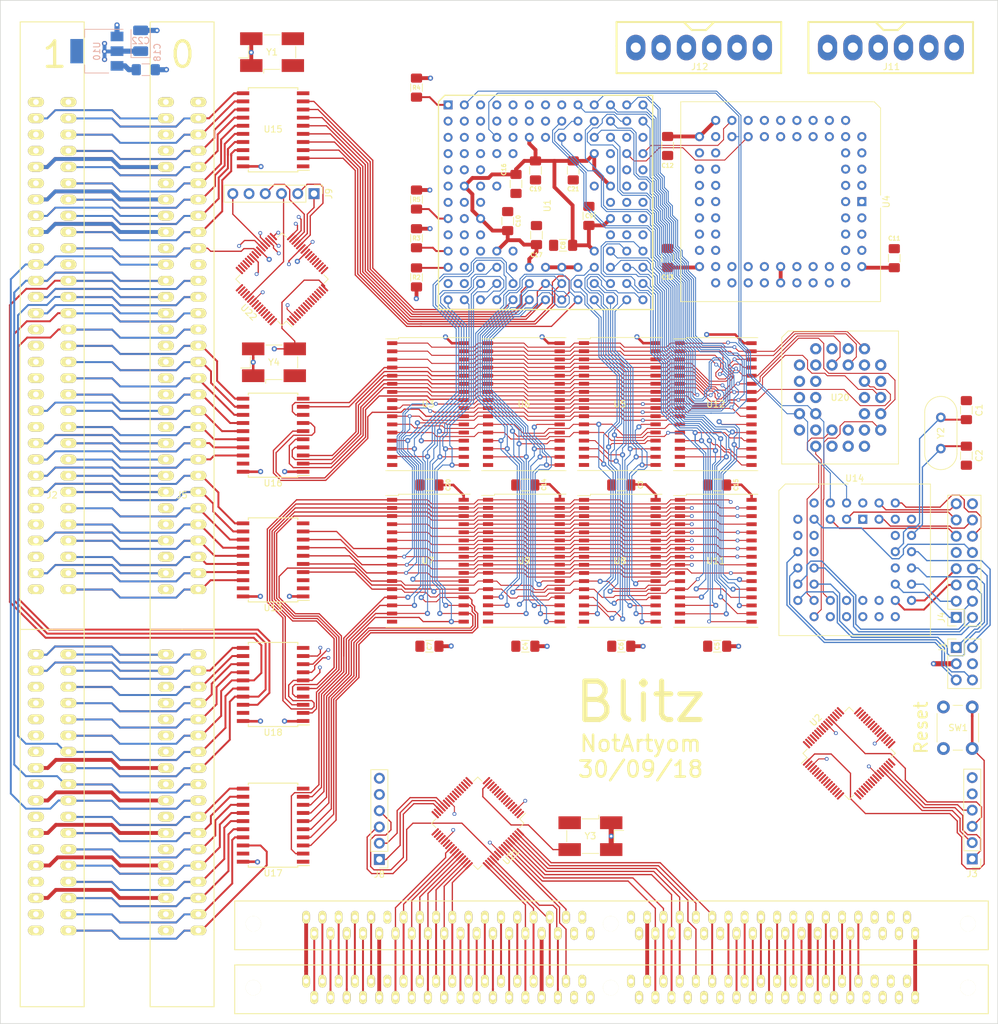
<source format=kicad_pcb>
(kicad_pcb (version 20171130) (host pcbnew 6.0.0-rc1-unknown-445a9fa~66~ubuntu18.04.1)
  (layers (0 F.Cu signal) (1 In1.Cu signal) (2 In2.Cu signal) (31 B.Cu signal) (34 B.Paste user hide) (35 F.Paste user hide) (36 B.SilkS user) (37 F.SilkS user) (38 B.Mask user hide) (39 F.Mask user hide) (44 Edge.Cuts user))
  (net 0 "")
  (net 1 "Net-(C1-Pad1)")
  (net 2 GND)
  (net 3 "Net-(C2-Pad1)")
  (net 4 +5V)
  (net 5 +3V3)
  (net 6 "Net-(J1-Pad1)")
  (net 7 "Net-(J1-Pad2)")
  (net 8 "Net-(J1-Pad5)")
  (net 9 "Net-(J1-Pad6)")
  (net 10 "Net-(J2-PadB2)")
  (net 11 "Net-(J2-PadB8)")
  (net 12 "Net-(J2-PadB11)")
  (net 13 "Net-(J2-PadB12)")
  (net 14 "Net-(J2-PadB13)")
  (net 15 "Net-(J2-PadB14)")
  (net 16 CLK)
  (net 17 ISA_IRQ6)
  (net 18 ISA_IRQ5)
  (net 19 ISA_IRQ4)
  (net 20 ISA_IRQ3)
  (net 21 "Net-(J2-PadB28)")
  (net 22 /D31)
  (net 23 /D30)
  (net 24 /D29)
  (net 25 /D28)
  (net 26 /D27)
  (net 27 /D26)
  (net 28 /D25)
  (net 29 /D24)
  (net 30 "Net-(J2-PadA10)")
  (net 31 /A19)
  (net 32 /A18)
  (net 33 /A17)
  (net 34 /A16)
  (net 35 /A15)
  (net 36 /A14)
  (net 37 /A13)
  (net 38 /A12)
  (net 39 /A11)
  (net 40 /A10)
  (net 41 /A9)
  (net 42 /A8)
  (net 43 /A7)
  (net 44 /A6)
  (net 45 /A5)
  (net 46 /A4)
  (net 47 /A3)
  (net 48 /A2)
  (net 49 "Net-(J3-Pad1)")
  (net 50 "Net-(J3-Pad2)")
  (net 51 "Net-(J3-Pad3)")
  (net 52 "Net-(J3-Pad4)")
  (net 53 "Net-(J4-Pad1)")
  (net 54 "Net-(J4-Pad2)")
  (net 55 "Net-(J4-Pad3)")
  (net 56 "Net-(J4-Pad4)")
  (net 57 "Net-(J4-Pad5)")
  (net 58 "Net-(J4-Pad6)")
  (net 59 "Net-(J4-Pad7)")
  (net 60 "Net-(J4-Pad8)")
  (net 61 "Net-(J4-Pad10)")
  (net 62 "Net-(J4-Pad11)")
  (net 63 "Net-(J4-Pad12)")
  (net 64 "Net-(J4-Pad13)")
  (net 65 "Net-(J4-Pad14)")
  (net 66 "Net-(J4-Pad15)")
  (net 67 "Net-(R2-Pad2)")
  (net 68 "Net-(R3-Pad2)")
  (net 69 "Net-(R4-Pad2)")
  (net 70 "Net-(R5-Pad2)")
  (net 71 "Net-(SW1-Pad2)")
  (net 72 ECS)
  (net 73 SIZ0)
  (net 74 RW_N)
  (net 75 DS)
  (net 76 SIZ1)
  (net 77 AS)
  (net 78 STERM)
  (net 79 DSACK1)
  (net 80 DSACK0)
  (net 81 FC2)
  (net 82 FC0)
  (net 83 FC1)
  (net 84 /A25)
  (net 85 /A20)
  (net 86 /D23)
  (net 87 /D21)
  (net 88 /D19)
  (net 89 /D18)
  (net 90 /D16)
  (net 91 /D15)
  (net 92 /D13)
  (net 93 /D11)
  (net 94 /D8)
  (net 95 /D22)
  (net 96 /D20)
  (net 97 /D17)
  (net 98 /D14)
  (net 99 /D12)
  (net 100 /D9)
  (net 101 /D6)
  (net 102 /D3)
  (net 103 /D10)
  (net 104 /D7)
  (net 105 /D4)
  (net 106 /D2)
  (net 107 /D5)
  (net 108 /D1)
  (net 109 /D0)
  (net 110 CDIS)
  (net 111 IPL0)
  (net 112 IPL2)
  (net 113 IPL1)
  (net 114 RESET)
  (net 115 MMUDIS)
  (net 116 IRQ_UART)
  (net 117 DELAY)
  (net 118 RAM0)
  (net 119 RAM1)
  (net 120 RAM2)
  (net 121 RAM3)
  (net 122 ROM)
  (net 123 UART)
  (net 124 FPU)
  (net 125 HALT)
  (net 126 _RW1)
  (net 127 RW1)
  (net 128 _RW0)
  (net 129 RW0)
  (net 130 /A27)
  (net 131 /A22)
  (net 132 /A26)
  (net 133 /A24)
  (net 134 /A23)
  (net 135 /A21)
  (net 136 /ID15)
  (net 137 /ID14)
  (net 138 /ID13)
  (net 139 /ID12)
  (net 140 /ID11)
  (net 141 /ID10)
  (net 142 /ID9)
  (net 143 /ID8)
  (net 144 /IA17)
  (net 145 /IA18)
  (net 146 /IA19)
  (net 147 /IA20)
  (net 148 /IA21)
  (net 149 /IA22)
  (net 150 /IA23)
  (net 151 "Net-(J2-PadD2)")
  (net 152 "Net-(J2-PadC1)")
  (net 153 /IA0)
  (net 154 /IA1)
  (net 155 /IA2)
  (net 156 /IA3)
  (net 157 /IA4)
  (net 158 /IA5)
  (net 159 /IA6)
  (net 160 /IA7)
  (net 161 /IA8)
  (net 162 /IA9)
  (net 163 /IA10)
  (net 164 /IA11)
  (net 165 /IA12)
  (net 166 /IA13)
  (net 167 /IA14)
  (net 168 /IA15)
  (net 169 /IA16)
  (net 170 /ID0)
  (net 171 /ID1)
  (net 172 /ID2)
  (net 173 /ID3)
  (net 174 /ID4)
  (net 175 /ID5)
  (net 176 /ID6)
  (net 177 /ID7)
  (net 178 "Net-(J2-PadB30)")
  (net 179 BCLK)
  (net 180 +12V)
  (net 181 -12V)
  (net 182 -5V)
  (net 183 "Net-(J2-PadD1)")
  (net 184 "Net-(J8-Pad4)")
  (net 185 "Net-(J8-Pad3)")
  (net 186 "Net-(J8-Pad2)")
  (net 187 "Net-(J8-Pad1)")
  (net 188 "Net-(J9-Pad1)")
  (net 189 "Net-(J9-Pad2)")
  (net 190 "Net-(J9-Pad3)")
  (net 191 "Net-(J9-Pad4)")
  (net 192 A1)
  (net 193 A0)
  (net 194 ISA_MEM)
  (net 195 ISA_IO)
  (net 196 ISA_16BIT)
  (net 197 I_DIR)
  (net 198 I_EN)
  (net 199 "Net-(U19-Pad13)")
  (net 200 "Net-(U19-Pad15)")
  (net 201 "Net-(U19-Pad17)")
  (net 202 "Net-(U19-Pad19)")
  (net 203 "Net-(U19-Pad29)")
  (net 204 "Net-(U19-Pad31)")
  (net 205 "Net-(U19-Pad33)")
  (net 206 "Net-(U19-Pad32)")
  (net 207 "Net-(U19-Pad28)")
  (net 208 "Net-(U19-Pad18)")
  (net 209 "Net-(U19-Pad16)")
  (net 210 "Net-(U19-Pad14)")
  (net 211 "Net-(U19-Pad12)")
  (net 212 "Net-(U19-Pad40)")
  (net 213 "Net-(U19-Pad42)")
  (net 214 "Net-(U19-Pad47)")
  (net 215 "Net-(U19-Pad45)")
  (net 216 "Net-(U19-Pad43)")
  (net 217 "Net-(U19-Pad41)")
  (net 218 D_CLK)
  (net 219 "Net-(U21-Pad57)")
  (net 220 "Net-(U21-Pad63)")
  (net 221 IDE)
  (module BBlitz:BUS_AT_VERT (layer F.Cu) (at 109.47 143.74)
    (fp_text reference J5 (at 0 0) (layer F.SilkS))
    (fp_text value ISAx16)
    (pad B1 thru_hole oval (at -2.54 -61.468) (size 2.5 1.5) (drill 0.89) (layers *.Cu *.Mask F.SilkS) (net 2 GND))
    (pad A1 thru_hole oval (at 2.54 -61.468) (size 2.5 1.5) (drill 0.89) (layers *.Cu *.Mask F.SilkS))
    (pad D1 thru_hole oval (at -2.54 24.892) (size 2.5 1.5) (drill 0.89) (layers *.Cu *.Mask F.SilkS) (net 183 "Net-(J2-PadD1)"))
    (pad B2 thru_hole oval (at -2.54 -58.928) (size 2.5 1.5) (drill 0.89) (layers *.Cu *.Mask F.SilkS) (net 10 "Net-(J2-PadB2)"))
    (pad B3 thru_hole oval (at -2.54 -56.388) (size 2.5 1.5) (drill 0.89) (layers *.Cu *.Mask F.SilkS) (net 4 +5V))
    (pad B4 thru_hole oval (at -2.54 -53.848) (size 2.5 1.5) (drill 0.89) (layers *.Cu *.Mask F.SilkS))
    (pad B5 thru_hole oval (at -2.54 -51.308) (size 2.5 1.5) (drill 0.89) (layers *.Cu *.Mask F.SilkS) (net 182 -5V))
    (pad B6 thru_hole oval (at -2.54 -48.768) (size 2.5 1.5) (drill 0.89) (layers *.Cu *.Mask F.SilkS))
    (pad B7 thru_hole oval (at -2.54 -46.228) (size 2.5 1.5) (drill 0.89) (layers *.Cu *.Mask F.SilkS) (net 181 -12V))
    (pad B8 thru_hole oval (at -2.54 -43.688) (size 2.5 1.5) (drill 0.89) (layers *.Cu *.Mask F.SilkS) (net 11 "Net-(J2-PadB8)"))
    (pad B9 thru_hole oval (at -2.54 -41.148) (size 2.5 1.5) (drill 0.89) (layers *.Cu *.Mask F.SilkS) (net 180 +12V))
    (pad B10 thru_hole oval (at -2.54 -38.608) (size 2.5 1.5) (drill 0.89) (layers *.Cu *.Mask F.SilkS) (net 2 GND))
    (pad B11 thru_hole oval (at -2.54 -36.068) (size 2.5 1.5) (drill 0.89) (layers *.Cu *.Mask F.SilkS) (net 12 "Net-(J2-PadB11)"))
    (pad B12 thru_hole oval (at -2.54 -33.528) (size 2.5 1.5) (drill 0.89) (layers *.Cu *.Mask F.SilkS) (net 13 "Net-(J2-PadB12)"))
    (pad B13 thru_hole oval (at -2.54 -30.988) (size 2.5 1.5) (drill 0.89) (layers *.Cu *.Mask F.SilkS) (net 14 "Net-(J2-PadB13)"))
    (pad B14 thru_hole oval (at -2.54 -28.448) (size 2.5 1.5) (drill 0.89) (layers *.Cu *.Mask F.SilkS) (net 15 "Net-(J2-PadB14)"))
    (pad B15 thru_hole oval (at -2.54 -25.908) (size 2.5 1.5) (drill 0.89) (layers *.Cu *.Mask F.SilkS) (net 4 +5V))
    (pad B16 thru_hole oval (at -2.54 -23.368) (size 2.5 1.5) (drill 0.89) (layers *.Cu *.Mask F.SilkS))
    (pad B17 thru_hole oval (at -2.54 -20.828) (size 2.5 1.5) (drill 0.89) (layers *.Cu *.Mask F.SilkS) (net 4 +5V))
    (pad B18 thru_hole oval (at -2.54 -18.288) (size 2.5 1.5) (drill 0.89) (layers *.Cu *.Mask F.SilkS))
    (pad B19 thru_hole oval (at -2.54 -15.748) (size 2.5 1.5) (drill 0.89) (layers *.Cu *.Mask F.SilkS) (net 4 +5V))
    (pad B20 thru_hole oval (at -2.54 -13.208) (size 2.5 1.5) (drill 0.89) (layers *.Cu *.Mask F.SilkS) (net 179 BCLK))
    (pad B21 thru_hole oval (at -2.54 -10.668) (size 2.5 1.5) (drill 0.89) (layers *.Cu *.Mask F.SilkS))
    (pad B22 thru_hole oval (at -2.54 -8.128) (size 2.5 1.5) (drill 0.89) (layers *.Cu *.Mask F.SilkS) (net 17 ISA_IRQ6))
    (pad B23 thru_hole oval (at -2.54 -5.588) (size 2.5 1.5) (drill 0.89) (layers *.Cu *.Mask F.SilkS) (net 18 ISA_IRQ5))
    (pad B24 thru_hole oval (at -2.54 -3.048) (size 2.5 1.5) (drill 0.89) (layers *.Cu *.Mask F.SilkS) (net 19 ISA_IRQ4))
    (pad B25 thru_hole oval (at -2.54 -0.508) (size 2.5 1.5) (drill 0.89) (layers *.Cu *.Mask F.SilkS) (net 20 ISA_IRQ3))
    (pad B26 thru_hole oval (at -2.54 2.032) (size 2.5 1.5) (drill 0.89) (layers *.Cu *.Mask F.SilkS) (net 4 +5V))
    (pad B27 thru_hole oval (at -2.54 4.572) (size 2.5 1.5) (drill 0.89) (layers *.Cu *.Mask F.SilkS))
    (pad B28 thru_hole oval (at -2.54 7.112) (size 2.5 1.5) (drill 0.89) (layers *.Cu *.Mask F.SilkS) (net 21 "Net-(J2-PadB28)"))
    (pad B29 thru_hole oval (at -2.54 9.652) (size 2.5 1.5) (drill 0.89) (layers *.Cu *.Mask F.SilkS) (net 4 +5V))
    (pad B30 thru_hole oval (at -2.54 12.192) (size 2.5 1.5) (drill 0.89) (layers *.Cu *.Mask F.SilkS) (net 178 "Net-(J2-PadB30)"))
    (pad B31 thru_hole oval (at -2.54 14.732) (size 2.5 1.5) (drill 0.89) (layers *.Cu *.Mask F.SilkS) (net 2 GND))
    (pad A2 thru_hole oval (at 2.54 -58.928) (size 2.5 1.5) (drill 0.89) (layers *.Cu *.Mask F.SilkS) (net 177 /ID7))
    (pad A3 thru_hole oval (at 2.54 -56.388) (size 2.5 1.5) (drill 0.89) (layers *.Cu *.Mask F.SilkS) (net 176 /ID6))
    (pad A4 thru_hole oval (at 2.54 -53.848) (size 2.5 1.5) (drill 0.89) (layers *.Cu *.Mask F.SilkS) (net 175 /ID5))
    (pad A5 thru_hole oval (at 2.54 -51.308) (size 2.5 1.5) (drill 0.89) (layers *.Cu *.Mask F.SilkS) (net 174 /ID4))
    (pad A6 thru_hole oval (at 2.54 -48.768) (size 2.5 1.5) (drill 0.89) (layers *.Cu *.Mask F.SilkS) (net 173 /ID3))
    (pad A7 thru_hole oval (at 2.54 -46.228) (size 2.5 1.5) (drill 0.89) (layers *.Cu *.Mask F.SilkS) (net 172 /ID2))
    (pad A8 thru_hole oval (at 2.54 -43.688) (size 2.5 1.5) (drill 0.89) (layers *.Cu *.Mask F.SilkS) (net 171 /ID1))
    (pad A9 thru_hole oval (at 2.54 -41.148) (size 2.5 1.5) (drill 0.89) (layers *.Cu *.Mask F.SilkS) (net 170 /ID0))
    (pad A10 thru_hole oval (at 2.54 -38.608) (size 2.5 1.5) (drill 0.89) (layers *.Cu *.Mask F.SilkS) (net 30 "Net-(J2-PadA10)"))
    (pad A11 thru_hole oval (at 2.54 -36.068) (size 2.5 1.5) (drill 0.89) (layers *.Cu *.Mask F.SilkS) (net 2 GND))
    (pad A12 thru_hole oval (at 2.54 -33.528) (size 2.5 1.5) (drill 0.89) (layers *.Cu *.Mask F.SilkS) (net 146 /IA19))
    (pad A13 thru_hole oval (at 2.54 -30.988) (size 2.5 1.5) (drill 0.89) (layers *.Cu *.Mask F.SilkS) (net 145 /IA18))
    (pad A14 thru_hole oval (at 2.54 -28.448) (size 2.5 1.5) (drill 0.89) (layers *.Cu *.Mask F.SilkS) (net 144 /IA17))
    (pad A15 thru_hole oval (at 2.54 -25.908) (size 2.5 1.5) (drill 0.89) (layers *.Cu *.Mask F.SilkS) (net 169 /IA16))
    (pad A16 thru_hole oval (at 2.54 -23.368) (size 2.5 1.5) (drill 0.89) (layers *.Cu *.Mask F.SilkS) (net 168 /IA15))
    (pad A17 thru_hole oval (at 2.54 -20.828) (size 2.5 1.5) (drill 0.89) (layers *.Cu *.Mask F.SilkS) (net 167 /IA14))
    (pad A18 thru_hole oval (at 2.54 -18.288) (size 2.5 1.5) (drill 0.89) (layers *.Cu *.Mask F.SilkS) (net 166 /IA13))
    (pad A19 thru_hole oval (at 2.54 -15.748) (size 2.5 1.5) (drill 0.89) (layers *.Cu *.Mask F.SilkS) (net 165 /IA12))
    (pad A20 thru_hole oval (at 2.54 -13.208) (size 2.5 1.5) (drill 0.89) (layers *.Cu *.Mask F.SilkS) (net 164 /IA11))
    (pad A21 thru_hole oval (at 2.54 -10.668) (size 2.5 1.5) (drill 0.89) (layers *.Cu *.Mask F.SilkS) (net 163 /IA10))
    (pad A22 thru_hole oval (at 2.54 -8.128) (size 2.5 1.5) (drill 0.89) (layers *.Cu *.Mask F.SilkS) (net 162 /IA9))
    (pad A23 thru_hole oval (at 2.54 -5.588) (size 2.5 1.5) (drill 0.89) (layers *.Cu *.Mask F.SilkS) (net 161 /IA8))
    (pad A24 thru_hole oval (at 2.54 -3.048) (size 2.5 1.5) (drill 0.89) (layers *.Cu *.Mask F.SilkS) (net 160 /IA7))
    (pad A25 thru_hole oval (at 2.54 -0.508) (size 2.5 1.5) (drill 0.89) (layers *.Cu *.Mask F.SilkS) (net 159 /IA6))
    (pad A26 thru_hole oval (at 2.54 2.032) (size 2.5 1.5) (drill 0.89) (layers *.Cu *.Mask F.SilkS) (net 158 /IA5))
    (pad A27 thru_hole oval (at 2.54 4.572) (size 2.5 1.5) (drill 0.89) (layers *.Cu *.Mask F.SilkS) (net 157 /IA4))
    (pad A28 thru_hole oval (at 2.54 7.112) (size 2.5 1.5) (drill 0.89) (layers *.Cu *.Mask F.SilkS) (net 156 /IA3))
    (pad A29 thru_hole oval (at 2.54 9.652) (size 2.5 1.5) (drill 0.89) (layers *.Cu *.Mask F.SilkS) (net 155 /IA2))
    (pad A30 thru_hole oval (at 2.54 12.192) (size 2.5 1.5) (drill 0.89) (layers *.Cu *.Mask F.SilkS) (net 154 /IA1))
    (pad A31 thru_hole oval (at 2.54 14.732) (size 2.5 1.5) (drill 0.89) (layers *.Cu *.Mask F.SilkS) (net 153 /IA0))
    (pad C1 thru_hole oval (at 2.54 24.892) (size 2.5 1.5) (drill 0.89) (layers *.Cu *.Mask F.SilkS) (net 152 "Net-(J2-PadC1)"))
    (pad D2 thru_hole oval (at -2.54 27.432) (size 2.5 1.5) (drill 0.89) (layers *.Cu *.Mask F.SilkS) (net 151 "Net-(J2-PadD2)"))
    (pad D3 thru_hole oval (at -2.54 29.972) (size 2.5 1.5) (drill 0.89) (layers *.Cu *.Mask F.SilkS))
    (pad D4 thru_hole oval (at -2.54 32.512) (size 2.5 1.5) (drill 0.89) (layers *.Cu *.Mask F.SilkS))
    (pad D5 thru_hole oval (at -2.54 35.052) (size 2.5 1.5) (drill 0.89) (layers *.Cu *.Mask F.SilkS))
    (pad D6 thru_hole oval (at -2.54 37.592) (size 2.5 1.5) (drill 0.89) (layers *.Cu *.Mask F.SilkS))
    (pad D7 thru_hole oval (at -2.54 40.132) (size 2.5 1.5) (drill 0.89) (layers *.Cu *.Mask F.SilkS))
    (pad D8 thru_hole oval (at -2.54 42.672) (size 2.5 1.5) (drill 0.89) (layers *.Cu *.Mask F.SilkS) (net 4 +5V))
    (pad D9 thru_hole oval (at -2.54 45.212) (size 2.5 1.5) (drill 0.89) (layers *.Cu *.Mask F.SilkS))
    (pad D10 thru_hole oval (at -2.54 47.752) (size 2.5 1.5) (drill 0.89) (layers *.Cu *.Mask F.SilkS) (net 4 +5V))
    (pad D11 thru_hole oval (at -2.54 50.292) (size 2.5 1.5) (drill 0.89) (layers *.Cu *.Mask F.SilkS))
    (pad D12 thru_hole oval (at -2.54 52.832) (size 2.5 1.5) (drill 0.89) (layers *.Cu *.Mask F.SilkS) (net 4 +5V))
    (pad D13 thru_hole oval (at -2.54 55.372) (size 2.5 1.5) (drill 0.89) (layers *.Cu *.Mask F.SilkS))
    (pad D14 thru_hole oval (at -2.54 57.912) (size 2.5 1.5) (drill 0.89) (layers *.Cu *.Mask F.SilkS) (net 4 +5V))
    (pad D15 thru_hole oval (at -2.54 60.452) (size 2.5 1.5) (drill 0.89) (layers *.Cu *.Mask F.SilkS))
    (pad D16 thru_hole oval (at -2.54 62.992) (size 2.5 1.5) (drill 0.89) (layers *.Cu *.Mask F.SilkS) (net 4 +5V))
    (pad D17 thru_hole oval (at -2.54 65.532) (size 2.5 1.5) (drill 0.89) (layers *.Cu *.Mask F.SilkS))
    (pad D18 thru_hole oval (at -2.54 68.072) (size 2.5 1.5) (drill 0.89) (layers *.Cu *.Mask F.SilkS) (net 2 GND))
    (pad C2 thru_hole oval (at 2.54 27.432) (size 2.5 1.5) (drill 0.89) (layers *.Cu *.Mask F.SilkS) (net 150 /IA23))
    (pad C3 thru_hole oval (at 2.54 29.972) (size 2.5 1.5) (drill 0.89) (layers *.Cu *.Mask F.SilkS) (net 149 /IA22))
    (pad C4 thru_hole oval (at 2.54 32.512) (size 2.5 1.5) (drill 0.89) (layers *.Cu *.Mask F.SilkS) (net 148 /IA21))
    (pad C5 thru_hole oval (at 2.54 35.052) (size 2.5 1.5) (drill 0.89) (layers *.Cu *.Mask F.SilkS) (net 147 /IA20))
    (pad C6 thru_hole oval (at 2.54 37.592) (size 2.5 1.5) (drill 0.89) (layers *.Cu *.Mask F.SilkS) (net 146 /IA19))
    (pad C7 thru_hole oval (at 2.54 40.132) (size 2.5 1.5) (drill 0.89) (layers *.Cu *.Mask F.SilkS) (net 145 /IA18))
    (pad C8 thru_hole oval (at 2.54 42.672) (size 2.5 1.5) (drill 0.89) (layers *.Cu *.Mask F.SilkS) (net 144 /IA17))
    (pad C9 thru_hole oval (at 2.54 45.212) (size 2.5 1.5) (drill 0.89) (layers *.Cu *.Mask F.SilkS) (net 13 "Net-(J2-PadB12)"))
    (pad C10 thru_hole oval (at 2.54 47.752) (size 2.5 1.5) (drill 0.89) (layers *.Cu *.Mask F.SilkS) (net 12 "Net-(J2-PadB11)"))
    (pad C11 thru_hole oval (at 2.54 50.292) (size 2.5 1.5) (drill 0.89) (layers *.Cu *.Mask F.SilkS) (net 143 /ID8))
    (pad C12 thru_hole oval (at 2.54 52.832) (size 2.5 1.5) (drill 0.89) (layers *.Cu *.Mask F.SilkS) (net 142 /ID9))
    (pad C13 thru_hole oval (at 2.54 55.372) (size 2.5 1.5) (drill 0.89) (layers *.Cu *.Mask F.SilkS) (net 141 /ID10))
    (pad C14 thru_hole oval (at 2.54 57.912) (size 2.5 1.5) (drill 0.89) (layers *.Cu *.Mask F.SilkS) (net 140 /ID11))
    (pad C15 thru_hole oval (at 2.54 60.452) (size 2.5 1.5) (drill 0.89) (layers *.Cu *.Mask F.SilkS) (net 139 /ID12))
    (pad C16 thru_hole oval (at 2.54 62.992) (size 2.5 1.5) (drill 0.89) (layers *.Cu *.Mask F.SilkS) (net 138 /ID13))
    (pad C17 thru_hole oval (at 2.54 65.532) (size 2.5 1.5) (drill 0.89) (layers *.Cu *.Mask F.SilkS) (net 137 /ID14))
    (pad C18 thru_hole oval (at 2.54 68.072) (size 2.5 1.5) (drill 0.89) (layers *.Cu *.Mask F.SilkS) (net 136 /ID15))
  )
  (module Package_SO:TSOP-II-32_21.0x10.2mm_P1.27mm (layer F.Cu) (at 192.92 129.51)
    (fp_text reference U12 (at 0.01 0.01) (layer F.SilkS))
    (fp_text value AS6C4008)
    (pad 32 smd rect (at 5.6 -9.525) (size 1.6 0.6) (layers F.Cu F.Paste F.Mask) (net 4 +5V))
    (pad 31 smd rect (at 5.6 -8.255) (size 1.6 0.6) (layers F.Cu F.Paste F.Mask) (net 33 /A17))
    (pad 30 smd rect (at 5.6 -6.985) (size 1.6 0.6) (layers F.Cu F.Paste F.Mask) (net 31 /A19))
    (pad 29 smd rect (at 5.6 -5.715) (size 1.6 0.6) (layers F.Cu F.Paste F.Mask) (net 129 RW0))
    (pad 28 smd rect (at 5.6 -4.445) (size 1.6 0.6) (layers F.Cu F.Paste F.Mask) (net 35 /A15))
    (pad 27 smd rect (at 5.6 -3.175) (size 1.6 0.6) (layers F.Cu F.Paste F.Mask) (net 40 /A10))
    (pad 26 smd rect (at 5.6 -1.905) (size 1.6 0.6) (layers F.Cu F.Paste F.Mask) (net 39 /A11))
    (pad 25 smd rect (at 5.6 -0.625) (size 1.6 0.6) (layers F.Cu F.Paste F.Mask) (net 37 /A13))
    (pad 24 smd rect (at 5.6 0.625) (size 1.6 0.6) (layers F.Cu F.Paste F.Mask) (net 128 _RW0))
    (pad 23 smd rect (at 5.6 1.905) (size 1.6 0.6) (layers F.Cu F.Paste F.Mask) (net 38 /A12))
    (pad 22 smd rect (at 5.6 3.175) (size 1.6 0.6) (layers F.Cu F.Paste F.Mask) (net 118 RAM0))
    (pad 21 smd rect (at 5.6 4.445) (size 1.6 0.6) (layers F.Cu F.Paste F.Mask) (net 104 /D7))
    (pad 20 smd rect (at 5.6 5.715) (size 1.6 0.6) (layers F.Cu F.Paste F.Mask) (net 101 /D6))
    (pad 19 smd rect (at 5.6 6.985) (size 1.6 0.6) (layers F.Cu F.Paste F.Mask) (net 107 /D5))
    (pad 18 smd rect (at 5.6 8.255) (size 1.6 0.6) (layers F.Cu F.Paste F.Mask) (net 105 /D4))
    (pad 17 smd rect (at 5.6 9.525) (size 1.6 0.6) (layers F.Cu F.Paste F.Mask) (net 102 /D3))
    (pad 16 smd rect (at -5.6 9.525) (size 1.6 0.6) (layers F.Cu F.Paste F.Mask) (net 2 GND))
    (pad 15 smd rect (at -5.6 8.255) (size 1.6 0.6) (layers F.Cu F.Paste F.Mask) (net 106 /D2))
    (pad 14 smd rect (at -5.6 6.985) (size 1.6 0.6) (layers F.Cu F.Paste F.Mask) (net 108 /D1))
    (pad 13 smd rect (at -5.6 5.715) (size 1.6 0.6) (layers F.Cu F.Paste F.Mask) (net 109 /D0))
    (pad 12 smd rect (at -5.6 4.445) (size 1.6 0.6) (layers F.Cu F.Paste F.Mask) (net 48 /A2))
    (pad 11 smd rect (at -5.6 3.175) (size 1.6 0.6) (layers F.Cu F.Paste F.Mask) (net 47 /A3))
    (pad 10 smd rect (at -5.6 1.905) (size 1.6 0.6) (layers F.Cu F.Paste F.Mask) (net 46 /A4))
    (pad 9 smd rect (at -5.6 0.625) (size 1.6 0.6) (layers F.Cu F.Paste F.Mask) (net 45 /A5))
    (pad 8 smd rect (at -5.6 -0.625) (size 1.6 0.6) (layers F.Cu F.Paste F.Mask) (net 44 /A6))
    (pad 7 smd rect (at -5.6 -1.905) (size 1.6 0.6) (layers F.Cu F.Paste F.Mask) (net 43 /A7))
    (pad 6 smd rect (at -5.6 -3.175) (size 1.6 0.6) (layers F.Cu F.Paste F.Mask) (net 42 /A8))
    (pad 5 smd rect (at -5.6 -4.445) (size 1.6 0.6) (layers F.Cu F.Paste F.Mask) (net 41 /A9))
    (pad 4 smd rect (at -5.6 -5.715) (size 1.6 0.6) (layers F.Cu F.Paste F.Mask) (net 36 /A14))
    (pad 3 smd rect (at -5.6 -6.985) (size 1.6 0.6) (layers F.Cu F.Paste F.Mask) (net 34 /A16))
    (pad 2 smd rect (at -5.6 -8.255) (size 1.6 0.6) (layers F.Cu F.Paste F.Mask) (net 32 /A18))
    (pad 1 smd rect (at -5.6 -9.525) (size 1.6 0.6) (layers F.Cu F.Paste F.Mask) (net 85 /A20))
  )
  (module Package_SO:TSOP-II-32_21.0x10.2mm_P1.27mm (layer F.Cu) (at 177.93 154.01)
    (fp_text reference U8 (at 0.01 0.01) (layer F.SilkS))
    (fp_text value AS6C4008)
    (pad 32 smd rect (at 5.6 -9.525) (size 1.6 0.6) (layers F.Cu F.Paste F.Mask) (net 4 +5V))
    (pad 31 smd rect (at 5.6 -8.255) (size 1.6 0.6) (layers F.Cu F.Paste F.Mask) (net 33 /A17))
    (pad 30 smd rect (at 5.6 -6.985) (size 1.6 0.6) (layers F.Cu F.Paste F.Mask) (net 31 /A19))
    (pad 29 smd rect (at 5.6 -5.715) (size 1.6 0.6) (layers F.Cu F.Paste F.Mask) (net 127 RW1))
    (pad 28 smd rect (at 5.6 -4.445) (size 1.6 0.6) (layers F.Cu F.Paste F.Mask) (net 35 /A15))
    (pad 27 smd rect (at 5.6 -3.175) (size 1.6 0.6) (layers F.Cu F.Paste F.Mask) (net 40 /A10))
    (pad 26 smd rect (at 5.6 -1.905) (size 1.6 0.6) (layers F.Cu F.Paste F.Mask) (net 39 /A11))
    (pad 25 smd rect (at 5.6 -0.625) (size 1.6 0.6) (layers F.Cu F.Paste F.Mask) (net 37 /A13))
    (pad 24 smd rect (at 5.6 0.625) (size 1.6 0.6) (layers F.Cu F.Paste F.Mask) (net 126 _RW1))
    (pad 23 smd rect (at 5.6 1.905) (size 1.6 0.6) (layers F.Cu F.Paste F.Mask) (net 38 /A12))
    (pad 22 smd rect (at 5.6 3.175) (size 1.6 0.6) (layers F.Cu F.Paste F.Mask) (net 119 RAM1))
    (pad 21 smd rect (at 5.6 4.445) (size 1.6 0.6) (layers F.Cu F.Paste F.Mask) (net 91 /D15))
    (pad 20 smd rect (at 5.6 5.715) (size 1.6 0.6) (layers F.Cu F.Paste F.Mask) (net 98 /D14))
    (pad 19 smd rect (at 5.6 6.985) (size 1.6 0.6) (layers F.Cu F.Paste F.Mask) (net 92 /D13))
    (pad 18 smd rect (at 5.6 8.255) (size 1.6 0.6) (layers F.Cu F.Paste F.Mask) (net 99 /D12))
    (pad 17 smd rect (at 5.6 9.525) (size 1.6 0.6) (layers F.Cu F.Paste F.Mask) (net 93 /D11))
    (pad 16 smd rect (at -5.6 9.525) (size 1.6 0.6) (layers F.Cu F.Paste F.Mask) (net 2 GND))
    (pad 15 smd rect (at -5.6 8.255) (size 1.6 0.6) (layers F.Cu F.Paste F.Mask) (net 103 /D10))
    (pad 14 smd rect (at -5.6 6.985) (size 1.6 0.6) (layers F.Cu F.Paste F.Mask) (net 100 /D9))
    (pad 13 smd rect (at -5.6 5.715) (size 1.6 0.6) (layers F.Cu F.Paste F.Mask) (net 94 /D8))
    (pad 12 smd rect (at -5.6 4.445) (size 1.6 0.6) (layers F.Cu F.Paste F.Mask) (net 48 /A2))
    (pad 11 smd rect (at -5.6 3.175) (size 1.6 0.6) (layers F.Cu F.Paste F.Mask) (net 47 /A3))
    (pad 10 smd rect (at -5.6 1.905) (size 1.6 0.6) (layers F.Cu F.Paste F.Mask) (net 46 /A4))
    (pad 9 smd rect (at -5.6 0.625) (size 1.6 0.6) (layers F.Cu F.Paste F.Mask) (net 45 /A5))
    (pad 8 smd rect (at -5.6 -0.625) (size 1.6 0.6) (layers F.Cu F.Paste F.Mask) (net 44 /A6))
    (pad 7 smd rect (at -5.6 -1.905) (size 1.6 0.6) (layers F.Cu F.Paste F.Mask) (net 43 /A7))
    (pad 6 smd rect (at -5.6 -3.175) (size 1.6 0.6) (layers F.Cu F.Paste F.Mask) (net 42 /A8))
    (pad 5 smd rect (at -5.6 -4.445) (size 1.6 0.6) (layers F.Cu F.Paste F.Mask) (net 41 /A9))
    (pad 4 smd rect (at -5.6 -5.715) (size 1.6 0.6) (layers F.Cu F.Paste F.Mask) (net 36 /A14))
    (pad 3 smd rect (at -5.6 -6.985) (size 1.6 0.6) (layers F.Cu F.Paste F.Mask) (net 34 /A16))
    (pad 2 smd rect (at -5.6 -8.255) (size 1.6 0.6) (layers F.Cu F.Paste F.Mask) (net 32 /A18))
    (pad 1 smd rect (at -5.6 -9.525) (size 1.6 0.6) (layers F.Cu F.Paste F.Mask) (net 85 /A20))
  )
  (module Package_SO:TSOP-II-32_21.0x10.2mm_P1.27mm (layer F.Cu) (at 177.92 129.5)
    (fp_text reference U5 (at 0.01 0.01) (layer F.SilkS))
    (fp_text value AS6C4008)
    (pad 32 smd rect (at 5.6 -9.525) (size 1.6 0.6) (layers F.Cu F.Paste F.Mask) (net 4 +5V))
    (pad 31 smd rect (at 5.6 -8.255) (size 1.6 0.6) (layers F.Cu F.Paste F.Mask) (net 33 /A17))
    (pad 30 smd rect (at 5.6 -6.985) (size 1.6 0.6) (layers F.Cu F.Paste F.Mask) (net 31 /A19))
    (pad 29 smd rect (at 5.6 -5.715) (size 1.6 0.6) (layers F.Cu F.Paste F.Mask) (net 129 RW0))
    (pad 28 smd rect (at 5.6 -4.445) (size 1.6 0.6) (layers F.Cu F.Paste F.Mask) (net 35 /A15))
    (pad 27 smd rect (at 5.6 -3.175) (size 1.6 0.6) (layers F.Cu F.Paste F.Mask) (net 40 /A10))
    (pad 26 smd rect (at 5.6 -1.905) (size 1.6 0.6) (layers F.Cu F.Paste F.Mask) (net 39 /A11))
    (pad 25 smd rect (at 5.6 -0.625) (size 1.6 0.6) (layers F.Cu F.Paste F.Mask) (net 37 /A13))
    (pad 24 smd rect (at 5.6 0.625) (size 1.6 0.6) (layers F.Cu F.Paste F.Mask) (net 128 _RW0))
    (pad 23 smd rect (at 5.6 1.905) (size 1.6 0.6) (layers F.Cu F.Paste F.Mask) (net 38 /A12))
    (pad 22 smd rect (at 5.6 3.175) (size 1.6 0.6) (layers F.Cu F.Paste F.Mask) (net 119 RAM1))
    (pad 21 smd rect (at 5.6 4.445) (size 1.6 0.6) (layers F.Cu F.Paste F.Mask) (net 91 /D15))
    (pad 20 smd rect (at 5.6 5.715) (size 1.6 0.6) (layers F.Cu F.Paste F.Mask) (net 98 /D14))
    (pad 19 smd rect (at 5.6 6.985) (size 1.6 0.6) (layers F.Cu F.Paste F.Mask) (net 92 /D13))
    (pad 18 smd rect (at 5.6 8.255) (size 1.6 0.6) (layers F.Cu F.Paste F.Mask) (net 99 /D12))
    (pad 17 smd rect (at 5.6 9.525) (size 1.6 0.6) (layers F.Cu F.Paste F.Mask) (net 93 /D11))
    (pad 16 smd rect (at -5.6 9.525) (size 1.6 0.6) (layers F.Cu F.Paste F.Mask) (net 2 GND))
    (pad 15 smd rect (at -5.6 8.255) (size 1.6 0.6) (layers F.Cu F.Paste F.Mask) (net 103 /D10))
    (pad 14 smd rect (at -5.6 6.985) (size 1.6 0.6) (layers F.Cu F.Paste F.Mask) (net 100 /D9))
    (pad 13 smd rect (at -5.6 5.715) (size 1.6 0.6) (layers F.Cu F.Paste F.Mask) (net 94 /D8))
    (pad 12 smd rect (at -5.6 4.445) (size 1.6 0.6) (layers F.Cu F.Paste F.Mask) (net 48 /A2))
    (pad 11 smd rect (at -5.6 3.175) (size 1.6 0.6) (layers F.Cu F.Paste F.Mask) (net 47 /A3))
    (pad 10 smd rect (at -5.6 1.905) (size 1.6 0.6) (layers F.Cu F.Paste F.Mask) (net 46 /A4))
    (pad 9 smd rect (at -5.6 0.625) (size 1.6 0.6) (layers F.Cu F.Paste F.Mask) (net 45 /A5))
    (pad 8 smd rect (at -5.6 -0.625) (size 1.6 0.6) (layers F.Cu F.Paste F.Mask) (net 44 /A6))
    (pad 7 smd rect (at -5.6 -1.905) (size 1.6 0.6) (layers F.Cu F.Paste F.Mask) (net 43 /A7))
    (pad 6 smd rect (at -5.6 -3.175) (size 1.6 0.6) (layers F.Cu F.Paste F.Mask) (net 42 /A8))
    (pad 5 smd rect (at -5.6 -4.445) (size 1.6 0.6) (layers F.Cu F.Paste F.Mask) (net 41 /A9))
    (pad 4 smd rect (at -5.6 -5.715) (size 1.6 0.6) (layers F.Cu F.Paste F.Mask) (net 36 /A14))
    (pad 3 smd rect (at -5.6 -6.985) (size 1.6 0.6) (layers F.Cu F.Paste F.Mask) (net 34 /A16))
    (pad 2 smd rect (at -5.6 -8.255) (size 1.6 0.6) (layers F.Cu F.Paste F.Mask) (net 32 /A18))
    (pad 1 smd rect (at -5.6 -9.525) (size 1.6 0.6) (layers F.Cu F.Paste F.Mask) (net 85 /A20))
  )
  (module Package_SO:TSOP-II-32_21.0x10.2mm_P1.27mm (layer F.Cu) (at 162.92 129.51)
    (fp_text reference U6 (at 0.01 0.01) (layer F.SilkS))
    (fp_text value AS6C4008)
    (pad 1 smd rect (at -5.6 -9.525) (size 1.6 0.6) (layers F.Cu F.Paste F.Mask) (net 85 /A20))
    (pad 2 smd rect (at -5.6 -8.255) (size 1.6 0.6) (layers F.Cu F.Paste F.Mask) (net 32 /A18))
    (pad 3 smd rect (at -5.6 -6.985) (size 1.6 0.6) (layers F.Cu F.Paste F.Mask) (net 34 /A16))
    (pad 4 smd rect (at -5.6 -5.715) (size 1.6 0.6) (layers F.Cu F.Paste F.Mask) (net 36 /A14))
    (pad 5 smd rect (at -5.6 -4.445) (size 1.6 0.6) (layers F.Cu F.Paste F.Mask) (net 41 /A9))
    (pad 6 smd rect (at -5.6 -3.175) (size 1.6 0.6) (layers F.Cu F.Paste F.Mask) (net 42 /A8))
    (pad 7 smd rect (at -5.6 -1.905) (size 1.6 0.6) (layers F.Cu F.Paste F.Mask) (net 43 /A7))
    (pad 8 smd rect (at -5.6 -0.625) (size 1.6 0.6) (layers F.Cu F.Paste F.Mask) (net 44 /A6))
    (pad 9 smd rect (at -5.6 0.625) (size 1.6 0.6) (layers F.Cu F.Paste F.Mask) (net 45 /A5))
    (pad 10 smd rect (at -5.6 1.905) (size 1.6 0.6) (layers F.Cu F.Paste F.Mask) (net 46 /A4))
    (pad 11 smd rect (at -5.6 3.175) (size 1.6 0.6) (layers F.Cu F.Paste F.Mask) (net 47 /A3))
    (pad 12 smd rect (at -5.6 4.445) (size 1.6 0.6) (layers F.Cu F.Paste F.Mask) (net 48 /A2))
    (pad 13 smd rect (at -5.6 5.715) (size 1.6 0.6) (layers F.Cu F.Paste F.Mask) (net 90 /D16))
    (pad 14 smd rect (at -5.6 6.985) (size 1.6 0.6) (layers F.Cu F.Paste F.Mask) (net 97 /D17))
    (pad 15 smd rect (at -5.6 8.255) (size 1.6 0.6) (layers F.Cu F.Paste F.Mask) (net 89 /D18))
    (pad 16 smd rect (at -5.6 9.525) (size 1.6 0.6) (layers F.Cu F.Paste F.Mask) (net 2 GND))
    (pad 17 smd rect (at 5.6 9.525) (size 1.6 0.6) (layers F.Cu F.Paste F.Mask) (net 88 /D19))
    (pad 18 smd rect (at 5.6 8.255) (size 1.6 0.6) (layers F.Cu F.Paste F.Mask) (net 96 /D20))
    (pad 19 smd rect (at 5.6 6.985) (size 1.6 0.6) (layers F.Cu F.Paste F.Mask) (net 87 /D21))
    (pad 20 smd rect (at 5.6 5.715) (size 1.6 0.6) (layers F.Cu F.Paste F.Mask) (net 95 /D22))
    (pad 21 smd rect (at 5.6 4.445) (size 1.6 0.6) (layers F.Cu F.Paste F.Mask) (net 86 /D23))
    (pad 22 smd rect (at 5.6 3.175) (size 1.6 0.6) (layers F.Cu F.Paste F.Mask) (net 120 RAM2))
    (pad 23 smd rect (at 5.6 1.905) (size 1.6 0.6) (layers F.Cu F.Paste F.Mask) (net 38 /A12))
    (pad 24 smd rect (at 5.6 0.625) (size 1.6 0.6) (layers F.Cu F.Paste F.Mask) (net 128 _RW0))
    (pad 25 smd rect (at 5.6 -0.625) (size 1.6 0.6) (layers F.Cu F.Paste F.Mask) (net 37 /A13))
    (pad 26 smd rect (at 5.6 -1.905) (size 1.6 0.6) (layers F.Cu F.Paste F.Mask) (net 39 /A11))
    (pad 27 smd rect (at 5.6 -3.175) (size 1.6 0.6) (layers F.Cu F.Paste F.Mask) (net 40 /A10))
    (pad 28 smd rect (at 5.6 -4.445) (size 1.6 0.6) (layers F.Cu F.Paste F.Mask) (net 35 /A15))
    (pad 29 smd rect (at 5.6 -5.715) (size 1.6 0.6) (layers F.Cu F.Paste F.Mask) (net 129 RW0))
    (pad 30 smd rect (at 5.6 -6.985) (size 1.6 0.6) (layers F.Cu F.Paste F.Mask) (net 31 /A19))
    (pad 31 smd rect (at 5.6 -8.255) (size 1.6 0.6) (layers F.Cu F.Paste F.Mask) (net 33 /A17))
    (pad 32 smd rect (at 5.6 -9.525) (size 1.6 0.6) (layers F.Cu F.Paste F.Mask) (net 4 +5V))
  )
  (module Blitz:PLCC-32_TH (layer F.Cu) (at 213.65 123.4)
    (fp_text reference U20 (at -1.27 5.08) (layer F.SilkS))
    (fp_text value SST39SF040)
    (pad 1 thru_hole circle (at 0 0) (size 1.75 1.75) (drill 0.95) (layers *.Cu *.Mask) (net 32 /A18))
    (pad 3 thru_hole circle (at -2.54 0) (size 1.75 1.75) (drill 0.95) (layers *.Cu *.Mask) (net 35 /A15))
    (pad 31 thru_hole circle (at 2.54 0) (size 1.75 1.75) (drill 0.95) (layers *.Cu *.Mask))
    (pad 29 thru_hole circle (at 5.08 0) (size 1.75 1.75) (drill 0.95) (layers *.Cu *.Mask) (net 36 /A14))
    (pad 2 thru_hole circle (at -2.54 -2.54) (size 1.75 1.75) (drill 0.95) (layers *.Cu *.Mask) (net 34 /A16))
    (pad 4 thru_hole circle (at -5.08 -2.54) (size 1.75 1.75) (drill 0.95) (layers *.Cu *.Mask) (net 38 /A12))
    (pad 32 thru_hole circle (at 0 -2.54) (size 1.75 1.75) (drill 0.95) (layers *.Cu *.Mask) (net 4 +5V))
    (pad 30 thru_hole circle (at 2.54 -2.54) (size 1.75 1.75) (drill 0.95) (layers *.Cu *.Mask) (net 33 /A17))
    (pad 6 thru_hole circle (at -5.08 0) (size 1.75 1.75) (drill 0.95) (layers *.Cu *.Mask) (net 44 /A6))
    (pad 8 thru_hole circle (at -5.08 2.54) (size 1.75 1.75) (drill 0.95) (layers *.Cu *.Mask) (net 46 /A4))
    (pad 10 thru_hole circle (at -5.08 5.08) (size 1.75 1.75) (drill 0.95) (layers *.Cu *.Mask) (net 48 /A2))
    (pad 12 thru_hole circle (at -5.08 7.62) (size 1.75 1.75) (drill 0.95) (layers *.Cu *.Mask) (net 193 A0))
    (pad 5 thru_hole circle (at -7.62 0) (size 1.75 1.75) (drill 0.95) (layers *.Cu *.Mask) (net 43 /A7))
    (pad 7 thru_hole circle (at -7.62 2.54) (size 1.75 1.75) (drill 0.95) (layers *.Cu *.Mask) (net 45 /A5))
    (pad 9 thru_hole circle (at -7.62 5.08) (size 1.75 1.75) (drill 0.95) (layers *.Cu *.Mask) (net 47 /A3))
    (pad 11 thru_hole circle (at -7.62 7.62) (size 1.75 1.75) (drill 0.95) (layers *.Cu *.Mask) (net 192 A1))
    (pad 13 thru_hole circle (at -7.62 10.16) (size 1.75 1.75) (drill 0.95) (layers *.Cu *.Mask) (net 29 /D24))
    (pad 15 thru_hole circle (at -5.08 10.16) (size 1.75 1.75) (drill 0.95) (layers *.Cu *.Mask) (net 27 /D26))
    (pad 17 thru_hole circle (at -2.54 10.16) (size 1.75 1.75) (drill 0.95) (layers *.Cu *.Mask) (net 26 /D27))
    (pad 19 thru_hole circle (at 0 10.16) (size 1.75 1.75) (drill 0.95) (layers *.Cu *.Mask) (net 24 /D29))
    (pad 22 thru_hole circle (at 2.54 10.16) (size 1.75 1.75) (drill 0.95) (layers *.Cu *.Mask) (net 122 ROM))
    (pad 14 thru_hole circle (at -5.08 12.7) (size 1.75 1.75) (drill 0.95) (layers *.Cu *.Mask) (net 28 /D25))
    (pad 16 thru_hole circle (at -2.54 12.7) (size 1.75 1.75) (drill 0.95) (layers *.Cu *.Mask) (net 2 GND))
    (pad 18 thru_hole circle (at 0 12.7) (size 1.75 1.75) (drill 0.95) (layers *.Cu *.Mask) (net 25 /D28))
    (pad 20 thru_hole circle (at 2.54 12.7) (size 1.75 1.75) (drill 0.95) (layers *.Cu *.Mask) (net 23 /D30))
    (pad 24 thru_hole circle (at 2.54 7.62) (size 1.75 1.75) (drill 0.95) (layers *.Cu *.Mask) (net 122 ROM))
    (pad 26 thru_hole circle (at 2.54 5.08) (size 1.75 1.75) (drill 0.95) (layers *.Cu *.Mask) (net 41 /A9))
    (pad 28 thru_hole circle (at 2.54 2.54) (size 1.75 1.75) (drill 0.95) (layers *.Cu *.Mask) (net 37 /A13))
    (pad 21 thru_hole circle (at 5.08 10.16) (size 1.75 1.75) (drill 0.95) (layers *.Cu *.Mask) (net 22 /D31))
    (pad 23 thru_hole circle (at 5.08 7.62) (size 1.75 1.75) (drill 0.95) (layers *.Cu *.Mask) (net 40 /A10))
    (pad 25 thru_hole circle (at 5.08 5.08) (size 1.75 1.75) (drill 0.95) (layers *.Cu *.Mask) (net 39 /A11))
    (pad 27 thru_hole circle (at 5.08 2.54) (size 1.75 1.75) (drill 0.95) (layers *.Cu *.Mask) (net 42 /A8))
    (pad 29 thru_hole circle (at 5.08 0) (size 1.75 1.75) (drill 0.95) (layers *.Cu *.Mask) (net 36 /A14))
  )
  (module BBlitz:PGA120 (layer F.Cu) (at 166.57 98.47 180)
    (fp_text reference U1 (at -0.02 -0.01 -90) (layer F.SilkS))
    (fp_text value M68030)
    (pad A1 thru_hole rect (at 15.5 15.75) (size 1.397 1.397) (drill 0.7874) (layers *.Cu *.Mask) (net 69 "Net-(R4-Pad2)"))
    (pad B1 thru_hole circle (at 15.5 13.21) (size 1.397 1.397) (drill 0.7874) (layers *.Cu *.Mask))
    (pad C1 thru_hole circle (at 15.5 10.67) (size 1.397 1.397) (drill 0.7874) (layers *.Cu *.Mask) (net 83 FC1))
    (pad D1 thru_hole circle (at 15.5 8.13) (size 1.397 1.397) (drill 0.7874) (layers *.Cu *.Mask) (net 81 FC2))
    (pad E1 thru_hole circle (at 15.5 5.59) (size 1.397 1.397) (drill 0.7874) (layers *.Cu *.Mask) (net 16 CLK))
    (pad F1 thru_hole circle (at 15.5 3.05) (size 1.397 1.397) (drill 0.7874) (layers *.Cu *.Mask) (net 80 DSACK0))
    (pad G1 thru_hole circle (at 15.5 0.51) (size 1.397 1.397) (drill 0.7874) (layers *.Cu *.Mask) (net 78 STERM))
    (pad H1 thru_hole circle (at 15.5 -2.03) (size 1.397 1.397) (drill 0.7874) (layers *.Cu *.Mask) (net 70 "Net-(R5-Pad2)"))
    (pad J1 thru_hole circle (at 15.5 -4.57) (size 1.397 1.397) (drill 0.7874) (layers *.Cu *.Mask))
    (pad K1 thru_hole circle (at 15.5 -7.11) (size 1.397 1.397) (drill 0.7874) (layers *.Cu *.Mask) (net 68 "Net-(R3-Pad2)"))
    (pad L1 thru_hole circle (at 15.5 -9.65) (size 1.397 1.397) (drill 0.7874) (layers *.Cu *.Mask) (net 67 "Net-(R2-Pad2)"))
    (pad M1 thru_hole circle (at 15.5 -12.19) (size 1.397 1.397) (drill 0.7874) (layers *.Cu *.Mask))
    (pad N1 thru_hole circle (at 15.5 -14.73) (size 1.397 1.397) (drill 0.7874) (layers *.Cu *.Mask) (net 22 /D31))
    (pad A2 thru_hole circle (at 12.96 15.75) (size 1.397 1.397) (drill 0.7874) (layers *.Cu *.Mask) (net 193 A0))
    (pad B2 thru_hole circle (at 12.96 13.21) (size 1.397 1.397) (drill 0.7874) (layers *.Cu *.Mask))
    (pad C2 thru_hole circle (at 12.96 10.67) (size 1.397 1.397) (drill 0.7874) (layers *.Cu *.Mask))
    (pad D2 thru_hole circle (at 12.96 8.13) (size 1.397 1.397) (drill 0.7874) (layers *.Cu *.Mask) (net 82 FC0))
    (pad E2 thru_hole circle (at 12.96 5.59) (size 1.397 1.397) (drill 0.7874) (layers *.Cu *.Mask) (net 2 GND))
    (pad F2 thru_hole circle (at 12.96 3.05) (size 1.397 1.397) (drill 0.7874) (layers *.Cu *.Mask) (net 4 +5V))
    (pad G2 thru_hole circle (at 12.96 0.51) (size 1.397 1.397) (drill 0.7874) (layers *.Cu *.Mask) (net 79 DSACK1))
    (pad H2 thru_hole circle (at 12.96 -2.03) (size 1.397 1.397) (drill 0.7874) (layers *.Cu *.Mask) (net 125 HALT))
    (pad J2 thru_hole circle (at 12.96 -4.57) (size 1.397 1.397) (drill 0.7874) (layers *.Cu *.Mask) (net 77 AS))
    (pad K2 thru_hole circle (at 12.96 -7.11) (size 1.397 1.397) (drill 0.7874) (layers *.Cu *.Mask) (net 75 DS))
    (pad L2 thru_hole circle (at 12.96 -9.65) (size 1.397 1.397) (drill 0.7874) (layers *.Cu *.Mask) (net 73 SIZ0))
    (pad M2 thru_hole circle (at 12.96 -12.19) (size 1.397 1.397) (drill 0.7874) (layers *.Cu *.Mask) (net 72 ECS))
    (pad N2 thru_hole circle (at 12.96 -14.73) (size 1.397 1.397) (drill 0.7874) (layers *.Cu *.Mask) (net 25 /D28))
    (pad A3 thru_hole circle (at 10.42 15.75) (size 1.397 1.397) (drill 0.7874) (layers *.Cu *.Mask))
    (pad B3 thru_hole circle (at 10.42 13.21) (size 1.397 1.397) (drill 0.7874) (layers *.Cu *.Mask))
    (pad C3 thru_hole circle (at 10.42 10.67) (size 1.397 1.397) (drill 0.7874) (layers *.Cu *.Mask))
    (pad D3 thru_hole circle (at 10.42 8.13) (size 1.397 1.397) (drill 0.7874) (layers *.Cu *.Mask))
    (pad E3 thru_hole circle (at 10.42 5.59) (size 1.397 1.397) (drill 0.7874) (layers *.Cu *.Mask) (net 2 GND))
    (pad F3 thru_hole circle (at 10.42 3.05) (size 1.397 1.397) (drill 0.7874) (layers *.Cu *.Mask) (net 2 GND))
    (pad G3 thru_hole circle (at 10.42 0.51) (size 1.397 1.397) (drill 0.7874) (layers *.Cu *.Mask) (net 2 GND))
    (pad H3 thru_hole circle (at 10.42 -2.03) (size 1.397 1.397) (drill 0.7874) (layers *.Cu *.Mask) (net 4 +5V))
    (pad J3 thru_hole circle (at 10.42 -4.57) (size 1.397 1.397) (drill 0.7874) (layers *.Cu *.Mask) (net 2 GND))
    (pad K3 thru_hole circle (at 10.42 -7.11) (size 1.397 1.397) (drill 0.7874) (layers *.Cu *.Mask) (net 76 SIZ1))
    (pad L3 thru_hole circle (at 10.42 -9.65) (size 1.397 1.397) (drill 0.7874) (layers *.Cu *.Mask) (net 74 RW_N))
    (pad M3 thru_hole circle (at 10.42 -12.19) (size 1.397 1.397) (drill 0.7874) (layers *.Cu *.Mask) (net 24 /D29))
    (pad N3 thru_hole circle (at 10.42 -14.73) (size 1.397 1.397) (drill 0.7874) (layers *.Cu *.Mask) (net 27 /D26))
    (pad A4 thru_hole circle (at 7.88 15.75) (size 1.397 1.397) (drill 0.7874) (layers *.Cu *.Mask))
    (pad B4 thru_hole circle (at 7.88 13.21) (size 1.397 1.397) (drill 0.7874) (layers *.Cu *.Mask))
    (pad C4 thru_hole circle (at 7.88 10.67) (size 1.397 1.397) (drill 0.7874) (layers *.Cu *.Mask) (net 192 A1))
    (pad D4 thru_hole circle (at 7.88 8.13) (size 1.397 1.397) (drill 0.7874) (layers *.Cu *.Mask) (net 4 +5V))
    (pad F4 thru_hole circle (at 7.88 3.05) (size 1.397 1.397) (drill 0.7874) (layers *.Cu *.Mask))
    (pad K4 thru_hole circle (at 7.88 -7.11) (size 1.397 1.397) (drill 0.7874) (layers *.Cu *.Mask) (net 4 +5V))
    (pad L4 thru_hole circle (at 7.88 -9.65) (size 1.397 1.397) (drill 0.7874) (layers *.Cu *.Mask) (net 23 /D30))
    (pad M4 thru_hole circle (at 7.88 -12.19) (size 1.397 1.397) (drill 0.7874) (layers *.Cu *.Mask) (net 26 /D27))
    (pad N4 thru_hole circle (at 7.88 -14.73) (size 1.397 1.397) (drill 0.7874) (layers *.Cu *.Mask) (net 28 /D25))
    (pad A5 thru_hole circle (at 5.34 15.75) (size 1.397 1.397) (drill 0.7874) (layers *.Cu *.Mask) (net 132 /A26))
    (pad B5 thru_hole circle (at 5.34 13.21) (size 1.397 1.397) (drill 0.7874) (layers *.Cu *.Mask) (net 130 /A27))
    (pad C5 thru_hole circle (at 5.34 10.67) (size 1.397 1.397) (drill 0.7874) (layers *.Cu *.Mask) (net 2 GND))
    (pad D5 thru_hole circle (at 5.34 8.13) (size 1.397 1.397) (drill 0.7874) (layers *.Cu *.Mask))
    (pad K5 thru_hole circle (at 5.34 -7.11) (size 1.397 1.397) (drill 0.7874) (layers *.Cu *.Mask))
    (pad L5 thru_hole circle (at 5.34 -9.65) (size 1.397 1.397) (drill 0.7874) (layers *.Cu *.Mask) (net 2 GND))
    (pad M5 thru_hole circle (at 5.34 -12.19) (size 1.397 1.397) (drill 0.7874) (layers *.Cu *.Mask) (net 29 /D24))
    (pad N5 thru_hole circle (at 5.34 -14.73) (size 1.397 1.397) (drill 0.7874) (layers *.Cu *.Mask) (net 86 /D23))
    (pad A6 thru_hole circle (at 2.8 15.75) (size 1.397 1.397) (drill 0.7874) (layers *.Cu *.Mask) (net 133 /A24))
    (pad B6 thru_hole circle (at 2.8 13.21) (size 1.397 1.397) (drill 0.7874) (layers *.Cu *.Mask) (net 84 /A25))
    (pad C6 thru_hole circle (at 2.8 10.67) (size 1.397 1.397) (drill 0.7874) (layers *.Cu *.Mask) (net 4 +5V))
    (pad L6 thru_hole circle (at 2.8 -9.65) (size 1.397 1.397) (drill 0.7874) (layers *.Cu *.Mask) (net 4 +5V))
    (pad M6 thru_hole circle (at 2.8 -12.19) (size 1.397 1.397) (drill 0.7874) (layers *.Cu *.Mask) (net 95 /D22))
    (pad N6 thru_hole circle (at 2.8 -14.73) (size 1.397 1.397) (drill 0.7874) (layers *.Cu *.Mask) (net 87 /D21))
    (pad A7 thru_hole circle (at 0.26 15.75) (size 1.397 1.397) (drill 0.7874) (layers *.Cu *.Mask) (net 134 /A23))
    (pad B7 thru_hole circle (at 0.26 13.21) (size 1.397 1.397) (drill 0.7874) (layers *.Cu *.Mask) (net 131 /A22))
    (pad C7 thru_hole circle (at 0.26 10.67) (size 1.397 1.397) (drill 0.7874) (layers *.Cu *.Mask) (net 2 GND))
    (pad L7 thru_hole circle (at 0.26 -9.65) (size 1.397 1.397) (drill 0.7874) (layers *.Cu *.Mask) (net 2 GND))
    (pad M7 thru_hole circle (at 0.26 -12.19) (size 1.397 1.397) (drill 0.7874) (layers *.Cu *.Mask) (net 96 /D20))
    (pad N7 thru_hole circle (at 0.26 -14.73) (size 1.397 1.397) (drill 0.7874) (layers *.Cu *.Mask) (net 88 /D19))
    (pad A8 thru_hole circle (at -2.28 15.75) (size 1.397 1.397) (drill 0.7874) (layers *.Cu *.Mask) (net 135 /A21))
    (pad B8 thru_hole circle (at -2.28 13.21) (size 1.397 1.397) (drill 0.7874) (layers *.Cu *.Mask) (net 85 /A20))
    (pad C8 thru_hole circle (at -2.28 10.67) (size 1.397 1.397) (drill 0.7874) (layers *.Cu *.Mask) (net 32 /A18))
    (pad L8 thru_hole circle (at -2.28 -9.65) (size 1.397 1.397) (drill 0.7874) (layers *.Cu *.Mask) (net 2 GND))
    (pad M8 thru_hole circle (at -2.28 -12.19) (size 1.397 1.397) (drill 0.7874) (layers *.Cu *.Mask) (net 97 /D17))
    (pad N8 thru_hole circle (at -2.28 -14.73) (size 1.397 1.397) (drill 0.7874) (layers *.Cu *.Mask) (net 89 /D18))
    (pad A9 thru_hole circle (at -4.82 15.75) (size 1.397 1.397) (drill 0.7874) (layers *.Cu *.Mask) (net 31 /A19))
    (pad B9 thru_hole circle (at -4.82 13.21) (size 1.397 1.397) (drill 0.7874) (layers *.Cu *.Mask) (net 34 /A16))
    (pad C9 thru_hole circle (at -4.82 10.67) (size 1.397 1.397) (drill 0.7874) (layers *.Cu *.Mask) (net 2 GND))
    (pad L9 thru_hole circle (at -4.82 -9.65) (size 1.397 1.397) (drill 0.7874) (layers *.Cu *.Mask) (net 2 GND))
    (pad M9 thru_hole circle (at -4.82 -12.19) (size 1.397 1.397) (drill 0.7874) (layers *.Cu *.Mask) (net 98 /D14))
    (pad N9 thru_hole circle (at -4.82 -14.73) (size 1.397 1.397) (drill 0.7874) (layers *.Cu *.Mask) (net 90 /D16))
    (pad A10 thru_hole circle (at -7.36 15.75) (size 1.397 1.397) (drill 0.7874) (layers *.Cu *.Mask) (net 33 /A17))
    (pad B10 thru_hole circle (at -7.36 13.21) (size 1.397 1.397) (drill 0.7874) (layers *.Cu *.Mask) (net 36 /A14))
    (pad C10 thru_hole circle (at -7.36 10.67) (size 1.397 1.397) (drill 0.7874) (layers *.Cu *.Mask) (net 39 /A11))
    (pad D10 thru_hole circle (at -7.36 8.13) (size 1.397 1.397) (drill 0.7874) (layers *.Cu *.Mask) (net 4 +5V))
    (pad F10 thru_hole circle (at -7.36 3.05) (size 1.397 1.397) (drill 0.7874) (layers *.Cu *.Mask))
    (pad K10 thru_hole circle (at -7.36 -7.11) (size 1.397 1.397) (drill 0.7874) (layers *.Cu *.Mask) (net 4 +5V))
    (pad L10 thru_hole circle (at -7.36 -9.65) (size 1.397 1.397) (drill 0.7874) (layers *.Cu *.Mask) (net 103 /D10))
    (pad M10 thru_hole circle (at -7.36 -12.19) (size 1.397 1.397) (drill 0.7874) (layers *.Cu *.Mask) (net 99 /D12))
    (pad N10 thru_hole circle (at -7.36 -14.73) (size 1.397 1.397) (drill 0.7874) (layers *.Cu *.Mask) (net 91 /D15))
    (pad A11 thru_hole circle (at -9.9 15.75) (size 1.397 1.397) (drill 0.7874) (layers *.Cu *.Mask) (net 35 /A15))
    (pad B11 thru_hole circle (at -9.9 13.21) (size 1.397 1.397) (drill 0.7874) (layers *.Cu *.Mask) (net 38 /A12))
    (pad C11 thru_hole circle (at -9.9 10.67) (size 1.397 1.397) (drill 0.7874) (layers *.Cu *.Mask) (net 41 /A9))
    (pad D11 thru_hole circle (at -9.9 8.13) (size 1.397 1.397) (drill 0.7874) (layers *.Cu *.Mask) (net 44 /A6))
    (pad E11 thru_hole circle (at -9.9 5.59) (size 1.397 1.397) (drill 0.7874) (layers *.Cu *.Mask) (net 2 GND))
    (pad F11 thru_hole circle (at -9.9 3.05) (size 1.397 1.397) (drill 0.7874) (layers *.Cu *.Mask) (net 4 +5V))
    (pad G11 thru_hole circle (at -9.9 0.51) (size 1.397 1.397) (drill 0.7874) (layers *.Cu *.Mask) (net 2 GND))
    (pad H11 thru_hole circle (at -9.9 -2.03) (size 1.397 1.397) (drill 0.7874) (layers *.Cu *.Mask) (net 4 +5V))
    (pad J11 thru_hole circle (at -9.9 -4.57) (size 1.397 1.397) (drill 0.7874) (layers *.Cu *.Mask) (net 2 GND))
    (pad K11 thru_hole circle (at -9.9 -7.11) (size 1.397 1.397) (drill 0.7874) (layers *.Cu *.Mask) (net 107 /D5))
    (pad L11 thru_hole circle (at -9.9 -9.65) (size 1.397 1.397) (drill 0.7874) (layers *.Cu *.Mask) (net 104 /D7))
    (pad M11 thru_hole circle (at -9.9 -12.19) (size 1.397 1.397) (drill 0.7874) (layers *.Cu *.Mask) (net 100 /D9))
    (pad N11 thru_hole circle (at -9.9 -14.73) (size 1.397 1.397) (drill 0.7874) (layers *.Cu *.Mask) (net 92 /D13))
    (pad A12 thru_hole circle (at -12.44 15.75) (size 1.397 1.397) (drill 0.7874) (layers *.Cu *.Mask) (net 37 /A13))
    (pad B12 thru_hole circle (at -12.44 13.21) (size 1.397 1.397) (drill 0.7874) (layers *.Cu *.Mask) (net 42 /A8))
    (pad C12 thru_hole circle (at -12.44 10.67) (size 1.397 1.397) (drill 0.7874) (layers *.Cu *.Mask) (net 45 /A5))
    (pad D12 thru_hole circle (at -12.44 8.13) (size 1.397 1.397) (drill 0.7874) (layers *.Cu *.Mask) (net 47 /A3))
    (pad E12 thru_hole circle (at -12.44 5.59) (size 1.397 1.397) (drill 0.7874) (layers *.Cu *.Mask))
    (pad F12 thru_hole circle (at -12.44 3.05) (size 1.397 1.397) (drill 0.7874) (layers *.Cu *.Mask) (net 114 RESET))
    (pad G12 thru_hole circle (at -12.44 0.51) (size 1.397 1.397) (drill 0.7874) (layers *.Cu *.Mask) (net 112 IPL2))
    (pad H12 thru_hole circle (at -12.44 -2.03) (size 1.397 1.397) (drill 0.7874) (layers *.Cu *.Mask) (net 110 CDIS))
    (pad J12 thru_hole circle (at -12.44 -4.57) (size 1.397 1.397) (drill 0.7874) (layers *.Cu *.Mask))
    (pad K12 thru_hole circle (at -12.44 -7.11) (size 1.397 1.397) (drill 0.7874) (layers *.Cu *.Mask) (net 108 /D1))
    (pad L12 thru_hole circle (at -12.44 -9.65) (size 1.397 1.397) (drill 0.7874) (layers *.Cu *.Mask) (net 105 /D4))
    (pad M12 thru_hole circle (at -12.44 -12.19) (size 1.397 1.397) (drill 0.7874) (layers *.Cu *.Mask) (net 101 /D6))
    (pad N12 thru_hole circle (at -12.44 -14.73) (size 1.397 1.397) (drill 0.7874) (layers *.Cu *.Mask) (net 93 /D11))
    (pad A13 thru_hole circle (at -14.98 15.75) (size 1.397 1.397) (drill 0.7874) (layers *.Cu *.Mask) (net 40 /A10))
    (pad B13 thru_hole circle (at -14.98 13.21) (size 1.397 1.397) (drill 0.7874) (layers *.Cu *.Mask) (net 43 /A7))
    (pad C13 thru_hole circle (at -14.98 10.67) (size 1.397 1.397) (drill 0.7874) (layers *.Cu *.Mask) (net 46 /A4))
    (pad D13 thru_hole circle (at -14.98 8.13) (size 1.397 1.397) (drill 0.7874) (layers *.Cu *.Mask) (net 48 /A2))
    (pad E13 thru_hole circle (at -14.98 5.59) (size 1.397 1.397) (drill 0.7874) (layers *.Cu *.Mask))
    (pad F13 thru_hole circle (at -14.98 3.05) (size 1.397 1.397) (drill 0.7874) (layers *.Cu *.Mask) (net 115 MMUDIS))
    (pad G13 thru_hole circle (at -14.98 0.51) (size 1.397 1.397) (drill 0.7874) (layers *.Cu *.Mask) (net 113 IPL1))
    (pad H13 thru_hole circle (at -14.98 -2.03) (size 1.397 1.397) (drill 0.7874) (layers *.Cu *.Mask) (net 111 IPL0))
    (pad J13 thru_hole circle (at -14.98 -4.57) (size 1.397 1.397) (drill 0.7874) (layers *.Cu *.Mask))
    (pad K13 thru_hole circle (at -14.98 -7.11) (size 1.397 1.397) (drill 0.7874) (layers *.Cu *.Mask) (net 109 /D0))
    (pad L13 thru_hole circle (at -14.98 -9.65) (size 1.397 1.397) (drill 0.7874) (layers *.Cu *.Mask) (net 106 /D2))
    (pad M13 thru_hole circle (at -14.98 -12.19) (size 1.397 1.397) (drill 0.7874) (layers *.Cu *.Mask) (net 102 /D3))
    (pad N13 thru_hole circle (at -14.98 -14.73) (size 1.397 1.397) (drill 0.7874) (layers *.Cu *.Mask) (net 94 /D8))
  )
  (module Package_SO:TSOP-II-32_21.0x10.2mm_P1.27mm (layer F.Cu) (at 147.93 129.51)
    (fp_text reference U3 (at 0.01 0.01) (layer F.SilkS))
    (fp_text value AS6C4008)
    (pad 1 smd rect (at -5.6 -9.525) (size 1.6 0.6) (layers F.Cu F.Paste F.Mask) (net 85 /A20))
    (pad 2 smd rect (at -5.6 -8.255) (size 1.6 0.6) (layers F.Cu F.Paste F.Mask) (net 32 /A18))
    (pad 3 smd rect (at -5.6 -6.985) (size 1.6 0.6) (layers F.Cu F.Paste F.Mask) (net 34 /A16))
    (pad 4 smd rect (at -5.6 -5.715) (size 1.6 0.6) (layers F.Cu F.Paste F.Mask) (net 36 /A14))
    (pad 5 smd rect (at -5.6 -4.445) (size 1.6 0.6) (layers F.Cu F.Paste F.Mask) (net 41 /A9))
    (pad 6 smd rect (at -5.6 -3.175) (size 1.6 0.6) (layers F.Cu F.Paste F.Mask) (net 42 /A8))
    (pad 7 smd rect (at -5.6 -1.905) (size 1.6 0.6) (layers F.Cu F.Paste F.Mask) (net 43 /A7))
    (pad 8 smd rect (at -5.6 -0.625) (size 1.6 0.6) (layers F.Cu F.Paste F.Mask) (net 44 /A6))
    (pad 9 smd rect (at -5.6 0.625) (size 1.6 0.6) (layers F.Cu F.Paste F.Mask) (net 45 /A5))
    (pad 10 smd rect (at -5.6 1.905) (size 1.6 0.6) (layers F.Cu F.Paste F.Mask) (net 46 /A4))
    (pad 11 smd rect (at -5.6 3.175) (size 1.6 0.6) (layers F.Cu F.Paste F.Mask) (net 47 /A3))
    (pad 12 smd rect (at -5.6 4.445) (size 1.6 0.6) (layers F.Cu F.Paste F.Mask) (net 48 /A2))
    (pad 13 smd rect (at -5.6 5.715) (size 1.6 0.6) (layers F.Cu F.Paste F.Mask) (net 29 /D24))
    (pad 14 smd rect (at -5.6 6.985) (size 1.6 0.6) (layers F.Cu F.Paste F.Mask) (net 28 /D25))
    (pad 15 smd rect (at -5.6 8.255) (size 1.6 0.6) (layers F.Cu F.Paste F.Mask) (net 27 /D26))
    (pad 16 smd rect (at -5.6 9.525) (size 1.6 0.6) (layers F.Cu F.Paste F.Mask) (net 2 GND))
    (pad 17 smd rect (at 5.6 9.525) (size 1.6 0.6) (layers F.Cu F.Paste F.Mask) (net 26 /D27))
    (pad 18 smd rect (at 5.6 8.255) (size 1.6 0.6) (layers F.Cu F.Paste F.Mask) (net 25 /D28))
    (pad 19 smd rect (at 5.6 6.985) (size 1.6 0.6) (layers F.Cu F.Paste F.Mask) (net 24 /D29))
    (pad 20 smd rect (at 5.6 5.715) (size 1.6 0.6) (layers F.Cu F.Paste F.Mask) (net 23 /D30))
    (pad 21 smd rect (at 5.6 4.445) (size 1.6 0.6) (layers F.Cu F.Paste F.Mask) (net 22 /D31))
    (pad 22 smd rect (at 5.6 3.175) (size 1.6 0.6) (layers F.Cu F.Paste F.Mask) (net 121 RAM3))
    (pad 23 smd rect (at 5.6 1.905) (size 1.6 0.6) (layers F.Cu F.Paste F.Mask) (net 38 /A12))
    (pad 24 smd rect (at 5.6 0.625) (size 1.6 0.6) (layers F.Cu F.Paste F.Mask) (net 128 _RW0))
    (pad 25 smd rect (at 5.6 -0.625) (size 1.6 0.6) (layers F.Cu F.Paste F.Mask) (net 37 /A13))
    (pad 26 smd rect (at 5.6 -1.905) (size 1.6 0.6) (layers F.Cu F.Paste F.Mask) (net 39 /A11))
    (pad 27 smd rect (at 5.6 -3.175) (size 1.6 0.6) (layers F.Cu F.Paste F.Mask) (net 40 /A10))
    (pad 28 smd rect (at 5.6 -4.445) (size 1.6 0.6) (layers F.Cu F.Paste F.Mask) (net 35 /A15))
    (pad 29 smd rect (at 5.6 -5.715) (size 1.6 0.6) (layers F.Cu F.Paste F.Mask) (net 129 RW0))
    (pad 30 smd rect (at 5.6 -6.985) (size 1.6 0.6) (layers F.Cu F.Paste F.Mask) (net 31 /A19))
    (pad 31 smd rect (at 5.6 -8.255) (size 1.6 0.6) (layers F.Cu F.Paste F.Mask) (net 33 /A17))
    (pad 32 smd rect (at 5.6 -9.525) (size 1.6 0.6) (layers F.Cu F.Paste F.Mask) (net 4 +5V))
  )
  (module Package_SO:TSOP-II-32_21.0x10.2mm_P1.27mm (layer F.Cu) (at 147.91 154)
    (fp_text reference U7 (at 0.01 0.01) (layer F.SilkS))
    (fp_text value AS6C4008)
    (pad 32 smd rect (at 5.6 -9.525) (size 1.6 0.6) (layers F.Cu F.Paste F.Mask) (net 4 +5V))
    (pad 31 smd rect (at 5.6 -8.255) (size 1.6 0.6) (layers F.Cu F.Paste F.Mask) (net 33 /A17))
    (pad 30 smd rect (at 5.6 -6.985) (size 1.6 0.6) (layers F.Cu F.Paste F.Mask) (net 31 /A19))
    (pad 29 smd rect (at 5.6 -5.715) (size 1.6 0.6) (layers F.Cu F.Paste F.Mask) (net 127 RW1))
    (pad 28 smd rect (at 5.6 -4.445) (size 1.6 0.6) (layers F.Cu F.Paste F.Mask) (net 35 /A15))
    (pad 27 smd rect (at 5.6 -3.175) (size 1.6 0.6) (layers F.Cu F.Paste F.Mask) (net 40 /A10))
    (pad 26 smd rect (at 5.6 -1.905) (size 1.6 0.6) (layers F.Cu F.Paste F.Mask) (net 39 /A11))
    (pad 25 smd rect (at 5.6 -0.625) (size 1.6 0.6) (layers F.Cu F.Paste F.Mask) (net 37 /A13))
    (pad 24 smd rect (at 5.6 0.625) (size 1.6 0.6) (layers F.Cu F.Paste F.Mask) (net 126 _RW1))
    (pad 23 smd rect (at 5.6 1.905) (size 1.6 0.6) (layers F.Cu F.Paste F.Mask) (net 38 /A12))
    (pad 22 smd rect (at 5.6 3.175) (size 1.6 0.6) (layers F.Cu F.Paste F.Mask) (net 121 RAM3))
    (pad 21 smd rect (at 5.6 4.445) (size 1.6 0.6) (layers F.Cu F.Paste F.Mask) (net 22 /D31))
    (pad 20 smd rect (at 5.6 5.715) (size 1.6 0.6) (layers F.Cu F.Paste F.Mask) (net 23 /D30))
    (pad 19 smd rect (at 5.6 6.985) (size 1.6 0.6) (layers F.Cu F.Paste F.Mask) (net 24 /D29))
    (pad 18 smd rect (at 5.6 8.255) (size 1.6 0.6) (layers F.Cu F.Paste F.Mask) (net 25 /D28))
    (pad 17 smd rect (at 5.6 9.525) (size 1.6 0.6) (layers F.Cu F.Paste F.Mask) (net 26 /D27))
    (pad 16 smd rect (at -5.6 9.525) (size 1.6 0.6) (layers F.Cu F.Paste F.Mask) (net 2 GND))
    (pad 15 smd rect (at -5.6 8.255) (size 1.6 0.6) (layers F.Cu F.Paste F.Mask) (net 27 /D26))
    (pad 14 smd rect (at -5.6 6.985) (size 1.6 0.6) (layers F.Cu F.Paste F.Mask) (net 28 /D25))
    (pad 13 smd rect (at -5.6 5.715) (size 1.6 0.6) (layers F.Cu F.Paste F.Mask) (net 29 /D24))
    (pad 12 smd rect (at -5.6 4.445) (size 1.6 0.6) (layers F.Cu F.Paste F.Mask) (net 48 /A2))
    (pad 11 smd rect (at -5.6 3.175) (size 1.6 0.6) (layers F.Cu F.Paste F.Mask) (net 47 /A3))
    (pad 10 smd rect (at -5.6 1.905) (size 1.6 0.6) (layers F.Cu F.Paste F.Mask) (net 46 /A4))
    (pad 9 smd rect (at -5.6 0.625) (size 1.6 0.6) (layers F.Cu F.Paste F.Mask) (net 45 /A5))
    (pad 8 smd rect (at -5.6 -0.625) (size 1.6 0.6) (layers F.Cu F.Paste F.Mask) (net 44 /A6))
    (pad 7 smd rect (at -5.6 -1.905) (size 1.6 0.6) (layers F.Cu F.Paste F.Mask) (net 43 /A7))
    (pad 6 smd rect (at -5.6 -3.175) (size 1.6 0.6) (layers F.Cu F.Paste F.Mask) (net 42 /A8))
    (pad 5 smd rect (at -5.6 -4.445) (size 1.6 0.6) (layers F.Cu F.Paste F.Mask) (net 41 /A9))
    (pad 4 smd rect (at -5.6 -5.715) (size 1.6 0.6) (layers F.Cu F.Paste F.Mask) (net 36 /A14))
    (pad 3 smd rect (at -5.6 -6.985) (size 1.6 0.6) (layers F.Cu F.Paste F.Mask) (net 34 /A16))
    (pad 2 smd rect (at -5.6 -8.255) (size 1.6 0.6) (layers F.Cu F.Paste F.Mask) (net 32 /A18))
    (pad 1 smd rect (at -5.6 -9.525) (size 1.6 0.6) (layers F.Cu F.Paste F.Mask) (net 85 /A20))
  )
  (module BBlitz:BUS_AT_VERT (layer F.Cu) (at 89.15 143.74)
    (fp_text reference J2 (at 0 0) (layer F.SilkS))
    (fp_text value ISAx16)
    (pad C18 thru_hole oval (at 2.54 68.072) (size 2.5 1.5) (drill 0.89) (layers *.Cu *.Mask F.SilkS) (net 136 /ID15))
    (pad C17 thru_hole oval (at 2.54 65.532) (size 2.5 1.5) (drill 0.89) (layers *.Cu *.Mask F.SilkS) (net 137 /ID14))
    (pad C16 thru_hole oval (at 2.54 62.992) (size 2.5 1.5) (drill 0.89) (layers *.Cu *.Mask F.SilkS) (net 138 /ID13))
    (pad C15 thru_hole oval (at 2.54 60.452) (size 2.5 1.5) (drill 0.89) (layers *.Cu *.Mask F.SilkS) (net 139 /ID12))
    (pad C14 thru_hole oval (at 2.54 57.912) (size 2.5 1.5) (drill 0.89) (layers *.Cu *.Mask F.SilkS) (net 140 /ID11))
    (pad C13 thru_hole oval (at 2.54 55.372) (size 2.5 1.5) (drill 0.89) (layers *.Cu *.Mask F.SilkS) (net 141 /ID10))
    (pad C12 thru_hole oval (at 2.54 52.832) (size 2.5 1.5) (drill 0.89) (layers *.Cu *.Mask F.SilkS) (net 142 /ID9))
    (pad C11 thru_hole oval (at 2.54 50.292) (size 2.5 1.5) (drill 0.89) (layers *.Cu *.Mask F.SilkS) (net 143 /ID8))
    (pad C10 thru_hole oval (at 2.54 47.752) (size 2.5 1.5) (drill 0.89) (layers *.Cu *.Mask F.SilkS) (net 12 "Net-(J2-PadB11)"))
    (pad C9 thru_hole oval (at 2.54 45.212) (size 2.5 1.5) (drill 0.89) (layers *.Cu *.Mask F.SilkS) (net 13 "Net-(J2-PadB12)"))
    (pad C8 thru_hole oval (at 2.54 42.672) (size 2.5 1.5) (drill 0.89) (layers *.Cu *.Mask F.SilkS) (net 144 /IA17))
    (pad C7 thru_hole oval (at 2.54 40.132) (size 2.5 1.5) (drill 0.89) (layers *.Cu *.Mask F.SilkS) (net 145 /IA18))
    (pad C6 thru_hole oval (at 2.54 37.592) (size 2.5 1.5) (drill 0.89) (layers *.Cu *.Mask F.SilkS) (net 146 /IA19))
    (pad C5 thru_hole oval (at 2.54 35.052) (size 2.5 1.5) (drill 0.89) (layers *.Cu *.Mask F.SilkS) (net 147 /IA20))
    (pad C4 thru_hole oval (at 2.54 32.512) (size 2.5 1.5) (drill 0.89) (layers *.Cu *.Mask F.SilkS) (net 148 /IA21))
    (pad C3 thru_hole oval (at 2.54 29.972) (size 2.5 1.5) (drill 0.89) (layers *.Cu *.Mask F.SilkS) (net 149 /IA22))
    (pad C2 thru_hole oval (at 2.54 27.432) (size 2.5 1.5) (drill 0.89) (layers *.Cu *.Mask F.SilkS) (net 150 /IA23))
    (pad D18 thru_hole oval (at -2.54 68.072) (size 2.5 1.5) (drill 0.89) (layers *.Cu *.Mask F.SilkS) (net 2 GND))
    (pad D17 thru_hole oval (at -2.54 65.532) (size 2.5 1.5) (drill 0.89) (layers *.Cu *.Mask F.SilkS))
    (pad D16 thru_hole oval (at -2.54 62.992) (size 2.5 1.5) (drill 0.89) (layers *.Cu *.Mask F.SilkS) (net 4 +5V))
    (pad D15 thru_hole oval (at -2.54 60.452) (size 2.5 1.5) (drill 0.89) (layers *.Cu *.Mask F.SilkS))
    (pad D14 thru_hole oval (at -2.54 57.912) (size 2.5 1.5) (drill 0.89) (layers *.Cu *.Mask F.SilkS) (net 4 +5V))
    (pad D13 thru_hole oval (at -2.54 55.372) (size 2.5 1.5) (drill 0.89) (layers *.Cu *.Mask F.SilkS))
    (pad D12 thru_hole oval (at -2.54 52.832) (size 2.5 1.5) (drill 0.89) (layers *.Cu *.Mask F.SilkS) (net 4 +5V))
    (pad D11 thru_hole oval (at -2.54 50.292) (size 2.5 1.5) (drill 0.89) (layers *.Cu *.Mask F.SilkS))
    (pad D10 thru_hole oval (at -2.54 47.752) (size 2.5 1.5) (drill 0.89) (layers *.Cu *.Mask F.SilkS) (net 4 +5V))
    (pad D9 thru_hole oval (at -2.54 45.212) (size 2.5 1.5) (drill 0.89) (layers *.Cu *.Mask F.SilkS))
    (pad D8 thru_hole oval (at -2.54 42.672) (size 2.5 1.5) (drill 0.89) (layers *.Cu *.Mask F.SilkS) (net 4 +5V))
    (pad D7 thru_hole oval (at -2.54 40.132) (size 2.5 1.5) (drill 0.89) (layers *.Cu *.Mask F.SilkS))
    (pad D6 thru_hole oval (at -2.54 37.592) (size 2.5 1.5) (drill 0.89) (layers *.Cu *.Mask F.SilkS))
    (pad D5 thru_hole oval (at -2.54 35.052) (size 2.5 1.5) (drill 0.89) (layers *.Cu *.Mask F.SilkS))
    (pad D4 thru_hole oval (at -2.54 32.512) (size 2.5 1.5) (drill 0.89) (layers *.Cu *.Mask F.SilkS))
    (pad D3 thru_hole oval (at -2.54 29.972) (size 2.5 1.5) (drill 0.89) (layers *.Cu *.Mask F.SilkS))
    (pad D2 thru_hole oval (at -2.54 27.432) (size 2.5 1.5) (drill 0.89) (layers *.Cu *.Mask F.SilkS) (net 151 "Net-(J2-PadD2)"))
    (pad C1 thru_hole oval (at 2.54 24.892) (size 2.5 1.5) (drill 0.89) (layers *.Cu *.Mask F.SilkS) (net 152 "Net-(J2-PadC1)"))
    (pad A31 thru_hole oval (at 2.54 14.732) (size 2.5 1.5) (drill 0.89) (layers *.Cu *.Mask F.SilkS) (net 153 /IA0))
    (pad A30 thru_hole oval (at 2.54 12.192) (size 2.5 1.5) (drill 0.89) (layers *.Cu *.Mask F.SilkS) (net 154 /IA1))
    (pad A29 thru_hole oval (at 2.54 9.652) (size 2.5 1.5) (drill 0.89) (layers *.Cu *.Mask F.SilkS) (net 155 /IA2))
    (pad A28 thru_hole oval (at 2.54 7.112) (size 2.5 1.5) (drill 0.89) (layers *.Cu *.Mask F.SilkS) (net 156 /IA3))
    (pad A27 thru_hole oval (at 2.54 4.572) (size 2.5 1.5) (drill 0.89) (layers *.Cu *.Mask F.SilkS) (net 157 /IA4))
    (pad A26 thru_hole oval (at 2.54 2.032) (size 2.5 1.5) (drill 0.89) (layers *.Cu *.Mask F.SilkS) (net 158 /IA5))
    (pad A25 thru_hole oval (at 2.54 -0.508) (size 2.5 1.5) (drill 0.89) (layers *.Cu *.Mask F.SilkS) (net 159 /IA6))
    (pad A24 thru_hole oval (at 2.54 -3.048) (size 2.5 1.5) (drill 0.89) (layers *.Cu *.Mask F.SilkS) (net 160 /IA7))
    (pad A23 thru_hole oval (at 2.54 -5.588) (size 2.5 1.5) (drill 0.89) (layers *.Cu *.Mask F.SilkS) (net 161 /IA8))
    (pad A22 thru_hole oval (at 2.54 -8.128) (size 2.5 1.5) (drill 0.89) (layers *.Cu *.Mask F.SilkS) (net 162 /IA9))
    (pad A21 thru_hole oval (at 2.54 -10.668) (size 2.5 1.5) (drill 0.89) (layers *.Cu *.Mask F.SilkS) (net 163 /IA10))
    (pad A20 thru_hole oval (at 2.54 -13.208) (size 2.5 1.5) (drill 0.89) (layers *.Cu *.Mask F.SilkS) (net 164 /IA11))
    (pad A19 thru_hole oval (at 2.54 -15.748) (size 2.5 1.5) (drill 0.89) (layers *.Cu *.Mask F.SilkS) (net 165 /IA12))
    (pad A18 thru_hole oval (at 2.54 -18.288) (size 2.5 1.5) (drill 0.89) (layers *.Cu *.Mask F.SilkS) (net 166 /IA13))
    (pad A17 thru_hole oval (at 2.54 -20.828) (size 2.5 1.5) (drill 0.89) (layers *.Cu *.Mask F.SilkS) (net 167 /IA14))
    (pad A16 thru_hole oval (at 2.54 -23.368) (size 2.5 1.5) (drill 0.89) (layers *.Cu *.Mask F.SilkS) (net 168 /IA15))
    (pad A15 thru_hole oval (at 2.54 -25.908) (size 2.5 1.5) (drill 0.89) (layers *.Cu *.Mask F.SilkS) (net 169 /IA16))
    (pad A14 thru_hole oval (at 2.54 -28.448) (size 2.5 1.5) (drill 0.89) (layers *.Cu *.Mask F.SilkS) (net 144 /IA17))
    (pad A13 thru_hole oval (at 2.54 -30.988) (size 2.5 1.5) (drill 0.89) (layers *.Cu *.Mask F.SilkS) (net 145 /IA18))
    (pad A12 thru_hole oval (at 2.54 -33.528) (size 2.5 1.5) (drill 0.89) (layers *.Cu *.Mask F.SilkS) (net 146 /IA19))
    (pad A11 thru_hole oval (at 2.54 -36.068) (size 2.5 1.5) (drill 0.89) (layers *.Cu *.Mask F.SilkS) (net 2 GND))
    (pad A10 thru_hole oval (at 2.54 -38.608) (size 2.5 1.5) (drill 0.89) (layers *.Cu *.Mask F.SilkS) (net 30 "Net-(J2-PadA10)"))
    (pad A9 thru_hole oval (at 2.54 -41.148) (size 2.5 1.5) (drill 0.89) (layers *.Cu *.Mask F.SilkS) (net 170 /ID0))
    (pad A8 thru_hole oval (at 2.54 -43.688) (size 2.5 1.5) (drill 0.89) (layers *.Cu *.Mask F.SilkS) (net 171 /ID1))
    (pad A7 thru_hole oval (at 2.54 -46.228) (size 2.5 1.5) (drill 0.89) (layers *.Cu *.Mask F.SilkS) (net 172 /ID2))
    (pad A6 thru_hole oval (at 2.54 -48.768) (size 2.5 1.5) (drill 0.89) (layers *.Cu *.Mask F.SilkS) (net 173 /ID3))
    (pad A5 thru_hole oval (at 2.54 -51.308) (size 2.5 1.5) (drill 0.89) (layers *.Cu *.Mask F.SilkS) (net 174 /ID4))
    (pad A4 thru_hole oval (at 2.54 -53.848) (size 2.5 1.5) (drill 0.89) (layers *.Cu *.Mask F.SilkS) (net 175 /ID5))
    (pad A3 thru_hole oval (at 2.54 -56.388) (size 2.5 1.5) (drill 0.89) (layers *.Cu *.Mask F.SilkS) (net 176 /ID6))
    (pad A2 thru_hole oval (at 2.54 -58.928) (size 2.5 1.5) (drill 0.89) (layers *.Cu *.Mask F.SilkS) (net 177 /ID7))
    (pad B31 thru_hole oval (at -2.54 14.732) (size 2.5 1.5) (drill 0.89) (layers *.Cu *.Mask F.SilkS) (net 2 GND))
    (pad B30 thru_hole oval (at -2.54 12.192) (size 2.5 1.5) (drill 0.89) (layers *.Cu *.Mask F.SilkS) (net 178 "Net-(J2-PadB30)"))
    (pad B29 thru_hole oval (at -2.54 9.652) (size 2.5 1.5) (drill 0.89) (layers *.Cu *.Mask F.SilkS) (net 4 +5V))
    (pad B28 thru_hole oval (at -2.54 7.112) (size 2.5 1.5) (drill 0.89) (layers *.Cu *.Mask F.SilkS) (net 21 "Net-(J2-PadB28)"))
    (pad B27 thru_hole oval (at -2.54 4.572) (size 2.5 1.5) (drill 0.89) (layers *.Cu *.Mask F.SilkS))
    (pad B26 thru_hole oval (at -2.54 2.032) (size 2.5 1.5) (drill 0.89) (layers *.Cu *.Mask F.SilkS) (net 4 +5V))
    (pad B25 thru_hole oval (at -2.54 -0.508) (size 2.5 1.5) (drill 0.89) (layers *.Cu *.Mask F.SilkS) (net 20 ISA_IRQ3))
    (pad B24 thru_hole oval (at -2.54 -3.048) (size 2.5 1.5) (drill 0.89) (layers *.Cu *.Mask F.SilkS) (net 19 ISA_IRQ4))
    (pad B23 thru_hole oval (at -2.54 -5.588) (size 2.5 1.5) (drill 0.89) (layers *.Cu *.Mask F.SilkS) (net 18 ISA_IRQ5))
    (pad B22 thru_hole oval (at -2.54 -8.128) (size 2.5 1.5) (drill 0.89) (layers *.Cu *.Mask F.SilkS) (net 17 ISA_IRQ6))
    (pad B21 thru_hole oval (at -2.54 -10.668) (size 2.5 1.5) (drill 0.89) (layers *.Cu *.Mask F.SilkS))
    (pad B20 thru_hole oval (at -2.54 -13.208) (size 2.5 1.5) (drill 0.89) (layers *.Cu *.Mask F.SilkS) (net 179 BCLK))
    (pad B19 thru_hole oval (at -2.54 -15.748) (size 2.5 1.5) (drill 0.89) (layers *.Cu *.Mask F.SilkS) (net 4 +5V))
    (pad B18 thru_hole oval (at -2.54 -18.288) (size 2.5 1.5) (drill 0.89) (layers *.Cu *.Mask F.SilkS))
    (pad B17 thru_hole oval (at -2.54 -20.828) (size 2.5 1.5) (drill 0.89) (layers *.Cu *.Mask F.SilkS) (net 4 +5V))
    (pad B16 thru_hole oval (at -2.54 -23.368) (size 2.5 1.5) (drill 0.89) (layers *.Cu *.Mask F.SilkS))
    (pad B15 thru_hole oval (at -2.54 -25.908) (size 2.5 1.5) (drill 0.89) (layers *.Cu *.Mask F.SilkS) (net 4 +5V))
    (pad B14 thru_hole oval (at -2.54 -28.448) (size 2.5 1.5) (drill 0.89) (layers *.Cu *.Mask F.SilkS) (net 15 "Net-(J2-PadB14)"))
    (pad B13 thru_hole oval (at -2.54 -30.988) (size 2.5 1.5) (drill 0.89) (layers *.Cu *.Mask F.SilkS) (net 14 "Net-(J2-PadB13)"))
    (pad B12 thru_hole oval (at -2.54 -33.528) (size 2.5 1.5) (drill 0.89) (layers *.Cu *.Mask F.SilkS) (net 13 "Net-(J2-PadB12)"))
    (pad B11 thru_hole oval (at -2.54 -36.068) (size 2.5 1.5) (drill 0.89) (layers *.Cu *.Mask F.SilkS) (net 12 "Net-(J2-PadB11)"))
    (pad B10 thru_hole oval (at -2.54 -38.608) (size 2.5 1.5) (drill 0.89) (layers *.Cu *.Mask F.SilkS) (net 2 GND))
    (pad B9 thru_hole oval (at -2.54 -41.148) (size 2.5 1.5) (drill 0.89) (layers *.Cu *.Mask F.SilkS) (net 180 +12V))
    (pad B8 thru_hole oval (at -2.54 -43.688) (size 2.5 1.5) (drill 0.89) (layers *.Cu *.Mask F.SilkS) (net 11 "Net-(J2-PadB8)"))
    (pad B7 thru_hole oval (at -2.54 -46.228) (size 2.5 1.5) (drill 0.89) (layers *.Cu *.Mask F.SilkS) (net 181 -12V))
    (pad B6 thru_hole oval (at -2.54 -48.768) (size 2.5 1.5) (drill 0.89) (layers *.Cu *.Mask F.SilkS))
    (pad B5 thru_hole oval (at -2.54 -51.308) (size 2.5 1.5) (drill 0.89) (layers *.Cu *.Mask F.SilkS) (net 182 -5V))
    (pad B4 thru_hole oval (at -2.54 -53.848) (size 2.5 1.5) (drill 0.89) (layers *.Cu *.Mask F.SilkS))
    (pad B3 thru_hole oval (at -2.54 -56.388) (size 2.5 1.5) (drill 0.89) (layers *.Cu *.Mask F.SilkS) (net 4 +5V))
    (pad B2 thru_hole oval (at -2.54 -58.928) (size 2.5 1.5) (drill 0.89) (layers *.Cu *.Mask F.SilkS) (net 10 "Net-(J2-PadB2)"))
    (pad D1 thru_hole oval (at -2.54 24.892) (size 2.5 1.5) (drill 0.89) (layers *.Cu *.Mask F.SilkS) (net 183 "Net-(J2-PadD1)"))
    (pad A1 thru_hole oval (at 2.54 -61.468) (size 2.5 1.5) (drill 0.89) (layers *.Cu *.Mask F.SilkS))
    (pad B1 thru_hole oval (at -2.54 -61.468) (size 2.5 1.5) (drill 0.89) (layers *.Cu *.Mask F.SilkS) (net 2 GND))
  )
  (module Capacitor_SMD:C_1206_3216Metric_Pad1.42x1.75mm_HandSolder (layer F.Cu) (at 232.13 130.4525 90)
    (fp_text reference C1 (at 0 2 -90) (layer F.SilkS))
    (fp_text value 18pf)
    (pad 1 smd roundrect (at -1.4875 0 90) (size 1.425 1.75) (layers F.Cu F.Paste F.Mask) (roundrect_rratio 0.175439) (net 1 "Net-(C1-Pad1)"))
    (pad 2 smd roundrect (at 1.4875 0 90) (size 1.425 1.75) (layers F.Cu F.Paste F.Mask) (roundrect_rratio 0.175439) (net 2 GND))
  )
  (module Capacitor_SMD:C_1206_3216Metric_Pad1.42x1.75mm_HandSolder (layer F.Cu) (at 232.13 137.5775 270)
    (fp_text reference C2 (at 0 -2 270) (layer F.SilkS))
    (fp_text value 18pf)
    (pad 2 smd roundrect (at 1.4875 0 270) (size 1.425 1.75) (layers F.Cu F.Paste F.Mask) (roundrect_rratio 0.175439) (net 2 GND))
    (pad 1 smd roundrect (at -1.4875 0 270) (size 1.425 1.75) (layers F.Cu F.Paste F.Mask) (roundrect_rratio 0.175439) (net 3 "Net-(C2-Pad1)"))
  )
  (module Capacitor_SMD:C_1206_3216Metric_Pad1.42x1.75mm_HandSolder (layer F.Cu) (at 178.1525 142.16)
    (fp_text reference C3 (at 3.0175 -0.02 90) (layer F.SilkS) (effects (font (size 0.65 0.65))))
    (fp_text value 100nf)
    (pad 2 smd roundrect (at 1.4875 0) (size 1.425 1.75) (layers F.Cu F.Paste F.Mask) (roundrect_rratio 0.175439) (net 4 +5V))
    (pad 1 smd roundrect (at -1.4875 0) (size 1.425 1.75) (layers F.Cu F.Paste F.Mask) (roundrect_rratio 0.175439) (net 2 GND))
  )
  (module Capacitor_SMD:C_1206_3216Metric_Pad1.42x1.75mm_HandSolder (layer F.Cu) (at 163.1525 167.37)
    (fp_text reference C4 (at 0 0 90) (layer F.SilkS) (effects (font (size 0.65 0.65))))
    (fp_text value 100nf)
    (pad 1 smd roundrect (at -1.4875 0) (size 1.425 1.75) (layers F.Cu F.Paste F.Mask) (roundrect_rratio 0.175439) (net 2 GND))
    (pad 2 smd roundrect (at 1.4875 0) (size 1.425 1.75) (layers F.Cu F.Paste F.Mask) (roundrect_rratio 0.175439) (net 4 +5V))
  )
  (module Capacitor_SMD:C_1206_3216Metric_Pad1.42x1.75mm_HandSolder (layer F.Cu) (at 193.1525 167.37)
    (fp_text reference C5 (at 0 0 90) (layer F.SilkS) (effects (font (size 0.65 0.65))))
    (fp_text value 100nf)
    (pad 2 smd roundrect (at 1.4875 0) (size 1.425 1.75) (layers F.Cu F.Paste F.Mask) (roundrect_rratio 0.175439) (net 4 +5V))
    (pad 1 smd roundrect (at -1.4875 0) (size 1.425 1.75) (layers F.Cu F.Paste F.Mask) (roundrect_rratio 0.175439) (net 2 GND))
  )
  (module Capacitor_SMD:C_1206_3216Metric_Pad1.42x1.75mm_HandSolder (layer F.Cu) (at 178.1525 167.37)
    (fp_text reference C6 (at -0.0125 0 90) (layer F.SilkS) (effects (font (size 0.65 0.65))))
    (fp_text value 100nf)
    (pad 1 smd roundrect (at -1.4875 0) (size 1.425 1.75) (layers F.Cu F.Paste F.Mask) (roundrect_rratio 0.175439) (net 2 GND))
    (pad 2 smd roundrect (at 1.4875 0) (size 1.425 1.75) (layers F.Cu F.Paste F.Mask) (roundrect_rratio 0.175439) (net 4 +5V))
  )
  (module Capacitor_SMD:C_1206_3216Metric_Pad1.42x1.75mm_HandSolder (layer F.Cu) (at 148.1525 167.37)
    (fp_text reference C7 (at 0 0 90) (layer F.SilkS) (effects (font (size 0.65 0.65))))
    (fp_text value 100nf)
    (pad 2 smd roundrect (at 1.4875 0) (size 1.425 1.75) (layers F.Cu F.Paste F.Mask) (roundrect_rratio 0.175439) (net 4 +5V))
    (pad 1 smd roundrect (at -1.4875 0) (size 1.425 1.75) (layers F.Cu F.Paste F.Mask) (roundrect_rratio 0.175439) (net 2 GND))
  )
  (module Capacitor_SMD:C_1206_3216Metric_Pad1.42x1.75mm_HandSolder (layer F.Cu) (at 169.0575 104.68)
    (fp_text reference C8 (at 0 0 90) (layer F.SilkS) (effects (font (size 0.65 0.65))))
    (fp_text value 100nf)
    (pad 1 smd roundrect (at -1.4875 0) (size 1.425 1.75) (layers F.Cu F.Paste F.Mask) (roundrect_rratio 0.175439) (net 2 GND))
    (pad 2 smd roundrect (at 1.4875 0) (size 1.425 1.75) (layers F.Cu F.Paste F.Mask) (roundrect_rratio 0.175439) (net 4 +5V))
  )
  (module Capacitor_SMD:C_1206_3216Metric_Pad1.42x1.75mm_HandSolder (layer F.Cu) (at 173.09 100.08 270)
    (fp_text reference C9 (at 0 -0.05) (layer F.SilkS) (effects (font (size 0.65 0.65))))
    (fp_text value 100nf)
    (pad 1 smd roundrect (at -1.4875 0 270) (size 1.425 1.75) (layers F.Cu F.Paste F.Mask) (roundrect_rratio 0.175439) (net 2 GND))
    (pad 2 smd roundrect (at 1.4875 0 270) (size 1.425 1.75) (layers F.Cu F.Paste F.Mask) (roundrect_rratio 0.175439) (net 4 +5V))
  )
  (module Capacitor_SMD:C_1206_3216Metric_Pad1.42x1.75mm_HandSolder (layer F.Cu) (at 160.39 100.8925 270)
    (fp_text reference C10 (at 0 -1.65 270) (layer F.SilkS) (effects (font (size 0.65 0.65))))
    (fp_text value 100nf)
    (pad 2 smd roundrect (at 1.4875 0 270) (size 1.425 1.75) (layers F.Cu F.Paste F.Mask) (roundrect_rratio 0.175439) (net 4 +5V))
    (pad 1 smd roundrect (at -1.4875 0 270) (size 1.425 1.75) (layers F.Cu F.Paste F.Mask) (roundrect_rratio 0.175439) (net 2 GND))
  )
  (module Capacitor_SMD:C_1206_3216Metric_Pad1.42x1.75mm_HandSolder (layer F.Cu) (at 220.85 106.6925 270)
    (fp_text reference C11 (at -3.1 0) (layer F.SilkS) (effects (font (size 0.65 0.65))))
    (fp_text value 100nf)
    (pad 2 smd roundrect (at 1.4875 0 270) (size 1.425 1.75) (layers F.Cu F.Paste F.Mask) (roundrect_rratio 0.175439) (net 4 +5V))
    (pad 1 smd roundrect (at -1.4875 0 270) (size 1.425 1.75) (layers F.Cu F.Paste F.Mask) (roundrect_rratio 0.175439) (net 2 GND))
  )
  (module Capacitor_SMD:C_1206_3216Metric_Pad1.42x1.75mm_HandSolder (layer F.Cu) (at 185.4 89.1475 90)
    (fp_text reference C12 (at -3.0625 0 180) (layer F.SilkS) (effects (font (size 0.65 0.65))))
    (fp_text value 100nf)
    (pad 1 smd roundrect (at -1.4875 0 90) (size 1.425 1.75) (layers F.Cu F.Paste F.Mask) (roundrect_rratio 0.175439) (net 2 GND))
    (pad 2 smd roundrect (at 1.4875 0 90) (size 1.425 1.75) (layers F.Cu F.Paste F.Mask) (roundrect_rratio 0.175439) (net 4 +5V))
  )
  (module Capacitor_SMD:C_1206_3216Metric_Pad1.42x1.75mm_HandSolder (layer F.Cu) (at 185.4 106.66 270)
    (fp_text reference C13 (at 3 0) (layer F.SilkS) (effects (font (size 0.65 0.65))))
    (fp_text value 100nf)
    (pad 2 smd roundrect (at 1.4875 0 270) (size 1.425 1.75) (layers F.Cu F.Paste F.Mask) (roundrect_rratio 0.175439) (net 4 +5V))
    (pad 1 smd roundrect (at -1.4875 0 270) (size 1.425 1.75) (layers F.Cu F.Paste F.Mask) (roundrect_rratio 0.175439) (net 2 GND))
  )
  (module Capacitor_SMD:C_1206_3216Metric_Pad1.42x1.75mm_HandSolder (layer F.Cu) (at 163.14 142.16)
    (fp_text reference C14 (at 2.93 -0.05 90) (layer F.SilkS) (effects (font (size 0.65 0.65))))
    (fp_text value 100nf)
    (pad 2 smd roundrect (at 1.4875 0) (size 1.425 1.75) (layers F.Cu F.Paste F.Mask) (roundrect_rratio 0.175439) (net 4 +5V))
    (pad 1 smd roundrect (at -1.4875 0) (size 1.425 1.75) (layers F.Cu F.Paste F.Mask) (roundrect_rratio 0.175439) (net 2 GND))
  )
  (module Capacitor_SMD:C_1206_3216Metric_Pad1.42x1.75mm_HandSolder (layer F.Cu) (at 193.14 142.16)
    (fp_text reference C15 (at 2.97 -0.02 90) (layer F.SilkS) (effects (font (size 0.65 0.65))))
    (fp_text value 100nf)
    (pad 1 smd roundrect (at -1.4875 0) (size 1.425 1.75) (layers F.Cu F.Paste F.Mask) (roundrect_rratio 0.175439) (net 2 GND))
    (pad 2 smd roundrect (at 1.4875 0) (size 1.425 1.75) (layers F.Cu F.Paste F.Mask) (roundrect_rratio 0.175439) (net 4 +5V))
  )
  (module Capacitor_SMD:C_1206_3216Metric_Pad1.42x1.75mm_HandSolder (layer F.Cu) (at 161.69 95.08 90)
    (fp_text reference C16 (at 2.25 -1.9 90) (layer F.SilkS) (effects (font (size 0.65 0.65))))
    (fp_text value 100nf)
    (pad 1 smd roundrect (at -1.4875 0 90) (size 1.425 1.75) (layers F.Cu F.Paste F.Mask) (roundrect_rratio 0.175439) (net 2 GND))
    (pad 2 smd roundrect (at 1.4875 0 90) (size 1.425 1.75) (layers F.Cu F.Paste F.Mask) (roundrect_rratio 0.175439) (net 4 +5V))
  )
  (module Capacitor_SMD:C_1206_3216Metric_Pad1.42x1.75mm_HandSolder (layer F.Cu) (at 164.89 103.08 270)
    (fp_text reference C17 (at 3.1 0) (layer F.SilkS) (effects (font (size 0.65 0.65))))
    (fp_text value 100nf)
    (pad 2 smd roundrect (at 1.4875 0 270) (size 1.425 1.75) (layers F.Cu F.Paste F.Mask) (roundrect_rratio 0.175439) (net 4 +5V))
    (pad 1 smd roundrect (at -1.4875 0 270) (size 1.425 1.75) (layers F.Cu F.Paste F.Mask) (roundrect_rratio 0.175439) (net 2 GND))
  )
  (module Capacitor_SMD:C_1206_3216Metric_Pad1.42x1.75mm_HandSolder (layer B.Cu) (at 103.79 77.22 180)
    (fp_text reference C18 (at -1.8 2.7 90) (layer B.SilkS) (effects (justify mirror)))
    (fp_text value 100nf)
    (pad 1 smd roundrect (at -1.4875 0 180) (size 1.425 1.75) (layers B.Cu B.Paste B.Mask) (roundrect_rratio 0.175439) (net 2 GND))
    (pad 2 smd roundrect (at 1.4875 0 180) (size 1.425 1.75) (layers B.Cu B.Paste B.Mask) (roundrect_rratio 0.175439) (net 4 +5V))
  )
  (module Capacitor_SMD:C_1206_3216Metric_Pad1.42x1.75mm_HandSolder (layer F.Cu) (at 164.74 92.9675 90)
    (fp_text reference C19 (at -2.9125 0 180) (layer F.SilkS) (effects (font (size 0.65 0.65))))
    (fp_text value 100nf)
    (pad 2 smd roundrect (at 1.4875 0 90) (size 1.425 1.75) (layers F.Cu F.Paste F.Mask) (roundrect_rratio 0.175439) (net 4 +5V))
    (pad 1 smd roundrect (at -1.4875 0 90) (size 1.425 1.75) (layers F.Cu F.Paste F.Mask) (roundrect_rratio 0.175439) (net 2 GND))
  )
  (module Capacitor_SMD:C_1206_3216Metric_Pad1.42x1.75mm_HandSolder (layer F.Cu) (at 148.1525 142.16)
    (fp_text reference C20 (at 2.9375 0 90) (layer F.SilkS) (effects (font (size 0.65 0.65))))
    (fp_text value 100nf)
    (pad 1 smd roundrect (at -1.4875 0) (size 1.425 1.75) (layers F.Cu F.Paste F.Mask) (roundrect_rratio 0.175439) (net 2 GND))
    (pad 2 smd roundrect (at 1.4875 0) (size 1.425 1.75) (layers F.Cu F.Paste F.Mask) (roundrect_rratio 0.175439) (net 4 +5V))
  )
  (module Capacitor_SMD:C_1206_3216Metric_Pad1.42x1.75mm_HandSolder (layer F.Cu) (at 170.64 92.9675 270)
    (fp_text reference C21 (at 2.9125 0) (layer F.SilkS) (effects (font (size 0.65 0.65))))
    (fp_text value 10uf)
    (pad 1 smd roundrect (at -1.4875 0 270) (size 1.425 1.75) (layers F.Cu F.Paste F.Mask) (roundrect_rratio 0.175439) (net 4 +5V))
    (pad 2 smd roundrect (at 1.4875 0 270) (size 1.425 1.75) (layers F.Cu F.Paste F.Mask) (roundrect_rratio 0.175439) (net 2 GND))
  )
  (module Capacitor_Tantalum_SMD:CP_EIA-3528-12_Kemet-T_Pad1.50x2.35mm_HandSolder (layer B.Cu) (at 102.99 72.695 90)
    (fp_text reference C22 (at 0 0) (layer B.SilkS) (effects (justify mirror)))
    (fp_text value 22uf)
    (pad 1 smd roundrect (at -1.625 0 90) (size 1.5 2.35) (layers B.Cu B.Paste B.Mask) (roundrect_rratio 0.166667) (net 5 +3V3))
    (pad 2 smd roundrect (at 1.625 0 90) (size 1.5 2.35) (layers B.Cu B.Paste B.Mask) (roundrect_rratio 0.166667) (net 2 GND))
  )
  (module Connector_PinHeader_2.54mm:PinHeader_2x03_P2.54mm_Vertical (layer F.Cu) (at 230.54 167.57)
    (fp_text reference J1 (at -2.2 0 90) (layer F.SilkS))
    (fp_text value TTL)
    (pad 6 thru_hole oval (at 2.54 5.08) (size 1.7 1.7) (drill 1) (layers *.Cu *.Mask) (net 9 "Net-(J1-Pad6)"))
    (pad 5 thru_hole oval (at 0 5.08) (size 1.7 1.7) (drill 1) (layers *.Cu *.Mask) (net 8 "Net-(J1-Pad5)"))
    (pad 4 thru_hole oval (at 2.54 2.54) (size 1.7 1.7) (drill 1) (layers *.Cu *.Mask) (net 2 GND))
    (pad 3 thru_hole oval (at 0 2.54) (size 1.7 1.7) (drill 1) (layers *.Cu *.Mask) (net 4 +5V))
    (pad 2 thru_hole oval (at 2.54 0) (size 1.7 1.7) (drill 1) (layers *.Cu *.Mask) (net 7 "Net-(J1-Pad2)"))
    (pad 1 thru_hole rect (at 0 0) (size 1.7 1.7) (drill 1) (layers *.Cu *.Mask) (net 6 "Net-(J1-Pad1)"))
  )
  (module Connector_PinHeader_2.54mm:PinHeader_1x06_P2.54mm_Vertical (layer F.Cu) (at 233.04 200.62 180)
    (fp_text reference J3 (at 0 -2.33 180) (layer F.SilkS))
    (fp_text value PRG0)
    (pad 1 thru_hole rect (at 0 0 180) (size 1.7 1.7) (drill 1) (layers *.Cu *.Mask) (net 49 "Net-(J3-Pad1)"))
    (pad 2 thru_hole oval (at 0 2.54 180) (size 1.7 1.7) (drill 1) (layers *.Cu *.Mask) (net 50 "Net-(J3-Pad2)"))
    (pad 3 thru_hole oval (at 0 5.08 180) (size 1.7 1.7) (drill 1) (layers *.Cu *.Mask) (net 51 "Net-(J3-Pad3)"))
    (pad 4 thru_hole oval (at 0 7.62 180) (size 1.7 1.7) (drill 1) (layers *.Cu *.Mask) (net 52 "Net-(J3-Pad4)"))
    (pad 5 thru_hole oval (at 0 10.16 180) (size 1.7 1.7) (drill 1) (layers *.Cu *.Mask) (net 2 GND))
    (pad 6 thru_hole oval (at 0 12.7 180) (size 1.7 1.7) (drill 1) (layers *.Cu *.Mask) (net 5 +3V3))
  )
  (module Connector_PinSocket_2.54mm:PinSocket_2x08_P2.54mm_Vertical (layer F.Cu) (at 230.54 162.87 180)
    (fp_text reference J4 (at 2.3 0 270) (layer F.SilkS))
    (fp_text value GPIO)
    (pad 1 thru_hole rect (at 0 0 180) (size 1.7 1.7) (drill 1) (layers *.Cu *.Mask) (net 53 "Net-(J4-Pad1)"))
    (pad 2 thru_hole oval (at -2.54 0 180) (size 1.7 1.7) (drill 1) (layers *.Cu *.Mask) (net 54 "Net-(J4-Pad2)"))
    (pad 3 thru_hole oval (at 0 2.54 180) (size 1.7 1.7) (drill 1) (layers *.Cu *.Mask) (net 55 "Net-(J4-Pad3)"))
    (pad 4 thru_hole oval (at -2.54 2.54 180) (size 1.7 1.7) (drill 1) (layers *.Cu *.Mask) (net 56 "Net-(J4-Pad4)"))
    (pad 5 thru_hole oval (at 0 5.08 180) (size 1.7 1.7) (drill 1) (layers *.Cu *.Mask) (net 57 "Net-(J4-Pad5)"))
    (pad 6 thru_hole oval (at -2.54 5.08 180) (size 1.7 1.7) (drill 1) (layers *.Cu *.Mask) (net 58 "Net-(J4-Pad6)"))
    (pad 7 thru_hole oval (at 0 7.62 180) (size 1.7 1.7) (drill 1) (layers *.Cu *.Mask) (net 59 "Net-(J4-Pad7)"))
    (pad 8 thru_hole oval (at -2.54 7.62 180) (size 1.7 1.7) (drill 1) (layers *.Cu *.Mask) (net 60 "Net-(J4-Pad8)"))
    (pad 9 thru_hole oval (at 0 10.16 180) (size 1.7 1.7) (drill 1) (layers *.Cu *.Mask) (net 2 GND))
    (pad 10 thru_hole oval (at -2.54 10.16 180) (size 1.7 1.7) (drill 1) (layers *.Cu *.Mask) (net 61 "Net-(J4-Pad10)"))
    (pad 11 thru_hole oval (at 0 12.7 180) (size 1.7 1.7) (drill 1) (layers *.Cu *.Mask) (net 62 "Net-(J4-Pad11)"))
    (pad 12 thru_hole oval (at -2.54 12.7 180) (size 1.7 1.7) (drill 1) (layers *.Cu *.Mask) (net 63 "Net-(J4-Pad12)"))
    (pad 13 thru_hole oval (at 0 15.24 180) (size 1.7 1.7) (drill 1) (layers *.Cu *.Mask) (net 64 "Net-(J4-Pad13)"))
    (pad 14 thru_hole oval (at -2.54 15.24 180) (size 1.7 1.7) (drill 1) (layers *.Cu *.Mask) (net 65 "Net-(J4-Pad14)"))
    (pad 15 thru_hole oval (at 0 17.78 180) (size 1.7 1.7) (drill 1) (layers *.Cu *.Mask) (net 66 "Net-(J4-Pad15)"))
    (pad 16 thru_hole oval (at -2.54 17.78 180) (size 1.7 1.7) (drill 1) (layers *.Cu *.Mask) (net 4 +5V))
  )
  (module Connector_PinHeader_2.54mm:PinHeader_1x06_P2.54mm_Vertical (layer F.Cu) (at 140.322933 200.710958 180)
    (fp_text reference J8 (at 0 -2.33 180) (layer F.SilkS))
    (fp_text value PRG0)
    (pad 6 thru_hole oval (at 0 12.7 180) (size 1.7 1.7) (drill 1) (layers *.Cu *.Mask) (net 5 +3V3))
    (pad 5 thru_hole oval (at 0 10.16 180) (size 1.7 1.7) (drill 1) (layers *.Cu *.Mask) (net 2 GND))
    (pad 4 thru_hole oval (at 0 7.62 180) (size 1.7 1.7) (drill 1) (layers *.Cu *.Mask) (net 184 "Net-(J8-Pad4)"))
    (pad 3 thru_hole oval (at 0 5.08 180) (size 1.7 1.7) (drill 1) (layers *.Cu *.Mask) (net 185 "Net-(J8-Pad3)"))
    (pad 2 thru_hole oval (at 0 2.54 180) (size 1.7 1.7) (drill 1) (layers *.Cu *.Mask) (net 186 "Net-(J8-Pad2)"))
    (pad 1 thru_hole rect (at 0 0 180) (size 1.7 1.7) (drill 1) (layers *.Cu *.Mask) (net 187 "Net-(J8-Pad1)"))
  )
  (module Connector_PinHeader_2.54mm:PinHeader_1x06_P2.54mm_Vertical (layer F.Cu) (at 130.1 96.6 270)
    (fp_text reference J9 (at 0 -2.33 270) (layer F.SilkS))
    (fp_text value PRG0)
    (pad 6 thru_hole oval (at 0 12.7 270) (size 1.7 1.7) (drill 1) (layers *.Cu *.Mask) (net 5 +3V3))
    (pad 5 thru_hole oval (at 0 10.16 270) (size 1.7 1.7) (drill 1) (layers *.Cu *.Mask) (net 2 GND))
    (pad 4 thru_hole oval (at 0 7.62 270) (size 1.7 1.7) (drill 1) (layers *.Cu *.Mask) (net 191 "Net-(J9-Pad4)"))
    (pad 3 thru_hole oval (at 0 5.08 270) (size 1.7 1.7) (drill 1) (layers *.Cu *.Mask) (net 190 "Net-(J9-Pad3)"))
    (pad 2 thru_hole oval (at 0 2.54 270) (size 1.7 1.7) (drill 1) (layers *.Cu *.Mask) (net 189 "Net-(J9-Pad2)"))
    (pad 1 thru_hole rect (at 0 0 270) (size 1.7 1.7) (drill 1) (layers *.Cu *.Mask) (net 188 "Net-(J9-Pad1)"))
  )
  (module Resistor_SMD:R_1206_3216Metric_Pad1.42x1.75mm_HandSolder (layer F.Cu) (at 146.13 109.6975 90)
    (fp_text reference R2 (at 0 0 180) (layer F.SilkS) (effects (font (size 0.65 0.65))))
    (fp_text value 10k)
    (pad 1 smd roundrect (at -1.4875 0 90) (size 1.425 1.75) (layers F.Cu F.Paste F.Mask) (roundrect_rratio 0.175439) (net 4 +5V))
    (pad 2 smd roundrect (at 1.4875 0 90) (size 1.425 1.75) (layers F.Cu F.Paste F.Mask) (roundrect_rratio 0.175439) (net 67 "Net-(R2-Pad2)"))
  )
  (module Resistor_SMD:R_1206_3216Metric_Pad1.42x1.75mm_HandSolder (layer F.Cu) (at 146.13 103.5725 270)
    (fp_text reference R3 (at 0 0) (layer F.SilkS) (effects (font (size 0.65 0.65))))
    (fp_text value 10k)
    (pad 2 smd roundrect (at 1.4875 0 270) (size 1.425 1.75) (layers F.Cu F.Paste F.Mask) (roundrect_rratio 0.175439) (net 68 "Net-(R3-Pad2)"))
    (pad 1 smd roundrect (at -1.4875 0 270) (size 1.425 1.75) (layers F.Cu F.Paste F.Mask) (roundrect_rratio 0.175439) (net 4 +5V))
  )
  (module Resistor_SMD:R_1206_3216Metric_Pad1.42x1.75mm_HandSolder (layer F.Cu) (at 146.13 80.0225 270)
    (fp_text reference R4 (at 0 0) (layer F.SilkS) (effects (font (size 0.65 0.65))))
    (fp_text value 10k)
    (pad 1 smd roundrect (at -1.4875 0 270) (size 1.425 1.75) (layers F.Cu F.Paste F.Mask) (roundrect_rratio 0.175439) (net 4 +5V))
    (pad 2 smd roundrect (at 1.4875 0 270) (size 1.425 1.75) (layers F.Cu F.Paste F.Mask) (roundrect_rratio 0.175439) (net 69 "Net-(R4-Pad2)"))
  )
  (module Resistor_SMD:R_1206_3216Metric_Pad1.42x1.75mm_HandSolder (layer F.Cu) (at 146.13 97.5225 270)
    (fp_text reference R5 (at 0 0) (layer F.SilkS) (effects (font (size 0.65 0.65))))
    (fp_text value 10k)
    (pad 2 smd roundrect (at 1.4875 0 270) (size 1.425 1.75) (layers F.Cu F.Paste F.Mask) (roundrect_rratio 0.175439) (net 70 "Net-(R5-Pad2)"))
    (pad 1 smd roundrect (at -1.4875 0 270) (size 1.425 1.75) (layers F.Cu F.Paste F.Mask) (roundrect_rratio 0.175439) (net 4 +5V))
  )
  (module Button_Switch_THT:SW_PUSH_6mm (layer F.Cu) (at 228.54 183.37 90)
    (fp_text reference SW1 (at 3.25 2.3 180) (layer F.SilkS))
    (fp_text value RESET)
    (pad 1 thru_hole circle (at 6.5 0 180) (size 2 2) (drill 1.1) (layers *.Cu *.Mask) (net 2 GND))
    (pad 2 thru_hole circle (at 6.5 4.5 180) (size 2 2) (drill 1.1) (layers *.Cu *.Mask) (net 71 "Net-(SW1-Pad2)"))
    (pad 1 thru_hole circle (at 0 0 180) (size 2 2) (drill 1.1) (layers *.Cu *.Mask) (net 2 GND))
    (pad 2 thru_hole circle (at 0 4.5 180) (size 2 2) (drill 1.1) (layers *.Cu *.Mask) (net 71 "Net-(SW1-Pad2)"))
  )
  (module Package_QFP:TQFP-64_10x10mm_P0.5mm (layer F.Cu) (at 213.79 184.12 45)
    (fp_text reference U2 (at 0 -7.35 45) (layer F.SilkS))
    (fp_text value XC9572XL-VQ64)
    (pad 1 smd roundrect (at -5.6625 -3.75 45) (size 1.475 0.3) (layers F.Cu F.Paste F.Mask) (net 71 "Net-(SW1-Pad2)"))
    (pad 2 smd roundrect (at -5.6625 -3.25 45) (size 1.475 0.3) (layers F.Cu F.Paste F.Mask) (net 77 AS))
    (pad 3 smd roundrect (at -5.6625 -2.75 45) (size 1.475 0.3) (layers F.Cu F.Paste F.Mask) (net 5 +3V3))
    (pad 4 smd roundrect (at -5.6625 -2.25 45) (size 1.475 0.3) (layers F.Cu F.Paste F.Mask) (net 75 DS))
    (pad 5 smd roundrect (at -5.6625 -1.75 45) (size 1.475 0.3) (layers F.Cu F.Paste F.Mask) (net 73 SIZ0))
    (pad 6 smd roundrect (at -5.6625 -1.25 45) (size 1.475 0.3) (layers F.Cu F.Paste F.Mask) (net 76 SIZ1))
    (pad 7 smd roundrect (at -5.6625 -0.75 45) (size 1.475 0.3) (layers F.Cu F.Paste F.Mask) (net 117 DELAY))
    (pad 8 smd roundrect (at -5.6625 -0.25 45) (size 1.475 0.3) (layers F.Cu F.Paste F.Mask) (net 192 A1))
    (pad 9 smd roundrect (at -5.6625 0.25 45) (size 1.475 0.3) (layers F.Cu F.Paste F.Mask) (net 193 A0))
    (pad 10 smd roundrect (at -5.6625 0.75 45) (size 1.475 0.3) (layers F.Cu F.Paste F.Mask) (net 31 /A19))
    (pad 11 smd roundrect (at -5.6625 1.25 45) (size 1.475 0.3) (layers F.Cu F.Paste F.Mask) (net 85 /A20))
    (pad 12 smd roundrect (at -5.6625 1.75 45) (size 1.475 0.3) (layers F.Cu F.Paste F.Mask) (net 135 /A21))
    (pad 13 smd roundrect (at -5.6625 2.25 45) (size 1.475 0.3) (layers F.Cu F.Paste F.Mask) (net 130 /A27))
    (pad 14 smd roundrect (at -5.6625 2.75 45) (size 1.475 0.3) (layers F.Cu F.Paste F.Mask) (net 2 GND))
    (pad 15 smd roundrect (at -5.6625 3.25 45) (size 1.475 0.3) (layers F.Cu F.Paste F.Mask) (net 16 CLK))
    (pad 16 smd roundrect (at -5.6625 3.75 45) (size 1.475 0.3) (layers F.Cu F.Paste F.Mask) (net 125 HALT))
    (pad 17 smd roundrect (at -3.75 5.6625 45) (size 0.3 1.475) (layers F.Cu F.Paste F.Mask) (net 114 RESET))
    (pad 18 smd roundrect (at -3.25 5.6625 45) (size 0.3 1.475) (layers F.Cu F.Paste F.Mask) (net 72 ECS))
    (pad 19 smd roundrect (at -2.75 5.6625 45) (size 0.3 1.475) (layers F.Cu F.Paste F.Mask) (net 114 RESET))
    (pad 20 smd roundrect (at -2.25 5.6625 45) (size 0.3 1.475) (layers F.Cu F.Paste F.Mask) (net 115 MMUDIS))
    (pad 21 smd roundrect (at -1.75 5.6625 45) (size 0.3 1.475) (layers F.Cu F.Paste F.Mask) (net 2 GND))
    (pad 22 smd roundrect (at -1.25 5.6625 45) (size 0.3 1.475) (layers F.Cu F.Paste F.Mask) (net 20 ISA_IRQ3))
    (pad 23 smd roundrect (at -0.75 5.6625 45) (size 0.3 1.475) (layers F.Cu F.Paste F.Mask) (net 110 CDIS))
    (pad 24 smd roundrect (at -0.25 5.6625 45) (size 0.3 1.475) (layers F.Cu F.Paste F.Mask) (net 19 ISA_IRQ4))
    (pad 25 smd roundrect (at 0.25 5.6625 45) (size 0.3 1.475) (layers F.Cu F.Paste F.Mask) (net 18 ISA_IRQ5))
    (pad 26 smd roundrect (at 0.75 5.6625 45) (size 0.3 1.475) (layers F.Cu F.Paste F.Mask) (net 5 +3V3))
    (pad 27 smd roundrect (at 1.25 5.6625 45) (size 0.3 1.475) (layers F.Cu F.Paste F.Mask) (net 17 ISA_IRQ6))
    (pad 28 smd roundrect (at 1.75 5.6625 45) (size 0.3 1.475) (layers F.Cu F.Paste F.Mask) (net 50 "Net-(J3-Pad2)"))
    (pad 29 smd roundrect (at 2.25 5.6625 45) (size 0.3 1.475) (layers F.Cu F.Paste F.Mask) (net 49 "Net-(J3-Pad1)"))
    (pad 30 smd roundrect (at 2.75 5.6625 45) (size 0.3 1.475) (layers F.Cu F.Paste F.Mask) (net 52 "Net-(J3-Pad4)"))
    (pad 31 smd roundrect (at 3.25 5.6625 45) (size 0.3 1.475) (layers F.Cu F.Paste F.Mask) (net 116 IRQ_UART))
    (pad 32 smd roundrect (at 3.75 5.6625 45) (size 0.3 1.475) (layers F.Cu F.Paste F.Mask) (net 194 ISA_MEM))
    (pad 33 smd roundrect (at 5.6625 3.75 45) (size 1.475 0.3) (layers F.Cu F.Paste F.Mask) (net 195 ISA_IO))
    (pad 34 smd roundrect (at 5.6625 3.25 45) (size 1.475 0.3) (layers F.Cu F.Paste F.Mask) (net 196 ISA_16BIT))
    (pad 35 smd roundrect (at 5.6625 2.75 45) (size 1.475 0.3) (layers F.Cu F.Paste F.Mask) (net 221 IDE))
    (pad 36 smd roundrect (at 5.6625 2.25 45) (size 1.475 0.3) (layers F.Cu F.Paste F.Mask))
    (pad 37 smd roundrect (at 5.6625 1.75 45) (size 1.475 0.3) (layers F.Cu F.Paste F.Mask) (net 5 +3V3))
    (pad 38 smd roundrect (at 5.6625 1.25 45) (size 1.475 0.3) (layers F.Cu F.Paste F.Mask))
    (pad 39 smd roundrect (at 5.6625 0.75 45) (size 1.475 0.3) (layers F.Cu F.Paste F.Mask) (net 111 IPL0))
    (pad 40 smd roundrect (at 5.6625 0.25 45) (size 1.475 0.3) (layers F.Cu F.Paste F.Mask) (net 113 IPL1))
    (pad 41 smd roundrect (at 5.6625 -0.25 45) (size 1.475 0.3) (layers F.Cu F.Paste F.Mask) (net 2 GND))
    (pad 42 smd roundrect (at 5.6625 -0.75 45) (size 1.475 0.3) (layers F.Cu F.Paste F.Mask) (net 112 IPL2))
    (pad 43 smd roundrect (at 5.6625 -1.25 45) (size 1.475 0.3) (layers F.Cu F.Paste F.Mask) (net 118 RAM0))
    (pad 44 smd roundrect (at 5.6625 -1.75 45) (size 1.475 0.3) (layers F.Cu F.Paste F.Mask) (net 119 RAM1))
    (pad 45 smd roundrect (at 5.6625 -2.25 45) (size 1.475 0.3) (layers F.Cu F.Paste F.Mask) (net 120 RAM2))
    (pad 46 smd roundrect (at 5.6625 -2.75 45) (size 1.475 0.3) (layers F.Cu F.Paste F.Mask) (net 121 RAM3))
    (pad 47 smd roundrect (at 5.6625 -3.25 45) (size 1.475 0.3) (layers F.Cu F.Paste F.Mask) (net 128 _RW0))
    (pad 48 smd roundrect (at 5.6625 -3.75 45) (size 1.475 0.3) (layers F.Cu F.Paste F.Mask) (net 129 RW0))
    (pad 49 smd roundrect (at 3.75 -5.6625 45) (size 0.3 1.475) (layers F.Cu F.Paste F.Mask) (net 126 _RW1))
    (pad 50 smd roundrect (at 3.25 -5.6625 45) (size 0.3 1.475) (layers F.Cu F.Paste F.Mask) (net 127 RW1))
    (pad 51 smd roundrect (at 2.75 -5.6625 45) (size 0.3 1.475) (layers F.Cu F.Paste F.Mask) (net 122 ROM))
    (pad 52 smd roundrect (at 2.25 -5.6625 45) (size 0.3 1.475) (layers F.Cu F.Paste F.Mask) (net 123 UART))
    (pad 53 smd roundrect (at 1.75 -5.6625 45) (size 0.3 1.475) (layers F.Cu F.Paste F.Mask) (net 51 "Net-(J3-Pad3)"))
    (pad 54 smd roundrect (at 1.25 -5.6625 45) (size 0.3 1.475) (layers F.Cu F.Paste F.Mask) (net 2 GND))
    (pad 55 smd roundrect (at 0.75 -5.6625 45) (size 0.3 1.475) (layers F.Cu F.Paste F.Mask) (net 5 +3V3))
    (pad 56 smd roundrect (at 0.25 -5.6625 45) (size 0.3 1.475) (layers F.Cu F.Paste F.Mask) (net 124 FPU))
    (pad 57 smd roundrect (at -0.25 -5.6625 45) (size 0.3 1.475) (layers F.Cu F.Paste F.Mask))
    (pad 58 smd roundrect (at -0.75 -5.6625 45) (size 0.3 1.475) (layers F.Cu F.Paste F.Mask) (net 74 RW_N))
    (pad 59 smd roundrect (at -1.25 -5.6625 45) (size 0.3 1.475) (layers F.Cu F.Paste F.Mask) (net 78 STERM))
    (pad 60 smd roundrect (at -1.75 -5.6625 45) (size 0.3 1.475) (layers F.Cu F.Paste F.Mask) (net 80 DSACK0))
    (pad 61 smd roundrect (at -2.25 -5.6625 45) (size 0.3 1.475) (layers F.Cu F.Paste F.Mask) (net 79 DSACK1))
    (pad 62 smd roundrect (at -2.75 -5.6625 45) (size 0.3 1.475) (layers F.Cu F.Paste F.Mask) (net 82 FC0))
    (pad 63 smd roundrect (at -3.25 -5.6625 45) (size 0.3 1.475) (layers F.Cu F.Paste F.Mask) (net 83 FC1))
    (pad 64 smd roundrect (at -3.75 -5.6625 45) (size 0.3 1.475) (layers F.Cu F.Paste F.Mask) (net 81 FC2))
  )
  (module Package_LCC:PLCC-68_THT-Socket (layer F.Cu) (at 215.78 97.85 270)
    (fp_text reference U4 (at 0 -3.825 270) (layer F.SilkS))
    (fp_text value M68882_PLCC)
    (pad 2 thru_hole circle (at 0 2.54 270) (size 1.4224 1.4224) (drill 0.8) (layers *.Cu *.Mask) (net 108 /D1))
    (pad 4 thru_hole circle (at -2.54 2.54 270) (size 1.4224 1.4224) (drill 0.8) (layers *.Cu *.Mask))
    (pad 6 thru_hole circle (at -5.08 2.54 270) (size 1.4224 1.4224) (drill 0.8) (layers *.Cu *.Mask) (net 2 GND))
    (pad 8 thru_hole circle (at -7.62 2.54 270) (size 1.4224 1.4224) (drill 0.8) (layers *.Cu *.Mask) (net 2 GND))
    (pad 68 thru_hole circle (at 2.54 2.54 270) (size 1.4224 1.4224) (drill 0.8) (layers *.Cu *.Mask) (net 102 /D3))
    (pad 66 thru_hole circle (at 5.08 2.54 270) (size 1.4224 1.4224) (drill 0.8) (layers *.Cu *.Mask) (net 107 /D5))
    (pad 64 thru_hole circle (at 7.62 2.54 270) (size 1.4224 1.4224) (drill 0.8) (layers *.Cu *.Mask) (net 104 /D7))
    (pad 62 thru_hole circle (at 10.16 2.54 270) (size 1.4224 1.4224) (drill 0.8) (layers *.Cu *.Mask) (net 94 /D8))
    (pad 1 thru_hole rect (at 0 0 270) (size 1.4224 1.4224) (drill 0.8) (layers *.Cu *.Mask) (net 106 /D2))
    (pad 3 thru_hole circle (at -2.54 0 270) (size 1.4224 1.4224) (drill 0.8) (layers *.Cu *.Mask) (net 109 /D0))
    (pad 5 thru_hole circle (at -5.08 0 270) (size 1.4224 1.4224) (drill 0.8) (layers *.Cu *.Mask) (net 2 GND))
    (pad 7 thru_hole circle (at -7.62 0 270) (size 1.4224 1.4224) (drill 0.8) (layers *.Cu *.Mask) (net 2 GND))
    (pad 9 thru_hole circle (at -10.16 0 270) (size 1.4224 1.4224) (drill 0.8) (layers *.Cu *.Mask) (net 2 GND))
    (pad 67 thru_hole circle (at 2.54 0 270) (size 1.4224 1.4224) (drill 0.8) (layers *.Cu *.Mask) (net 105 /D4))
    (pad 65 thru_hole circle (at 5.08 0 270) (size 1.4224 1.4224) (drill 0.8) (layers *.Cu *.Mask) (net 101 /D6))
    (pad 63 thru_hole circle (at 7.62 0 270) (size 1.4224 1.4224) (drill 0.8) (layers *.Cu *.Mask) (net 2 GND))
    (pad 11 thru_hole circle (at -10.16 2.54 270) (size 1.4224 1.4224) (drill 0.8) (layers *.Cu *.Mask) (net 16 CLK))
    (pad 13 thru_hole circle (at -10.16 5.08 270) (size 1.4224 1.4224) (drill 0.8) (layers *.Cu *.Mask))
    (pad 15 thru_hole circle (at -10.16 7.62 270) (size 1.4224 1.4224) (drill 0.8) (layers *.Cu *.Mask))
    (pad 17 thru_hole circle (at -10.16 10.16 270) (size 1.4224 1.4224) (drill 0.8) (layers *.Cu *.Mask) (net 4 +5V))
    (pad 19 thru_hole circle (at -10.16 12.7 270) (size 1.4224 1.4224) (drill 0.8) (layers *.Cu *.Mask) (net 2 GND))
    (pad 21 thru_hole circle (at -10.16 15.24 270) (size 1.4224 1.4224) (drill 0.8) (layers *.Cu *.Mask) (net 77 AS))
    (pad 23 thru_hole circle (at -10.16 17.78 270) (size 1.4224 1.4224) (drill 0.8) (layers *.Cu *.Mask) (net 47 /A3))
    (pad 25 thru_hole circle (at -10.16 20.32 270) (size 1.4224 1.4224) (drill 0.8) (layers *.Cu *.Mask) (net 192 A1))
    (pad 10 thru_hole circle (at -12.7 2.54 270) (size 1.4224 1.4224) (drill 0.8) (layers *.Cu *.Mask) (net 4 +5V))
    (pad 12 thru_hole circle (at -12.7 5.08 270) (size 1.4224 1.4224) (drill 0.8) (layers *.Cu *.Mask) (net 2 GND))
    (pad 14 thru_hole circle (at -12.7 7.62 270) (size 1.4224 1.4224) (drill 0.8) (layers *.Cu *.Mask) (net 2 GND))
    (pad 16 thru_hole circle (at -12.7 10.16 270) (size 1.4224 1.4224) (drill 0.8) (layers *.Cu *.Mask) (net 4 +5V))
    (pad 18 thru_hole circle (at -12.7 12.7 270) (size 1.4224 1.4224) (drill 0.8) (layers *.Cu *.Mask) (net 4 +5V))
    (pad 20 thru_hole circle (at -12.7 15.24 270) (size 1.4224 1.4224) (drill 0.8) (layers *.Cu *.Mask) (net 75 DS))
    (pad 22 thru_hole circle (at -12.7 17.78 270) (size 1.4224 1.4224) (drill 0.8) (layers *.Cu *.Mask) (net 46 /A4))
    (pad 24 thru_hole circle (at -12.7 20.32 270) (size 1.4224 1.4224) (drill 0.8) (layers *.Cu *.Mask) (net 48 /A2))
    (pad 26 thru_hole circle (at -12.7 22.86 270) (size 1.4224 1.4224) (drill 0.8) (layers *.Cu *.Mask) (net 4 +5V))
    (pad 28 thru_hole circle (at -10.16 22.86 270) (size 1.4224 1.4224) (drill 0.8) (layers *.Cu *.Mask) (net 74 RW_N))
    (pad 30 thru_hole circle (at -7.62 22.86 270) (size 1.4224 1.4224) (drill 0.8) (layers *.Cu *.Mask) (net 2 GND))
    (pad 32 thru_hole circle (at -5.08 22.86 270) (size 1.4224 1.4224) (drill 0.8) (layers *.Cu *.Mask) (net 79 DSACK1))
    (pad 34 thru_hole circle (at -2.54 22.86 270) (size 1.4224 1.4224) (drill 0.8) (layers *.Cu *.Mask) (net 23 /D30))
    (pad 36 thru_hole circle (at 0 22.86 270) (size 1.4224 1.4224) (drill 0.8) (layers *.Cu *.Mask) (net 25 /D28))
    (pad 38 thru_hole circle (at 2.54 22.86 270) (size 1.4224 1.4224) (drill 0.8) (layers *.Cu *.Mask) (net 27 /D26))
    (pad 40 thru_hole circle (at 5.08 22.86 270) (size 1.4224 1.4224) (drill 0.8) (layers *.Cu *.Mask) (net 29 /D24))
    (pad 42 thru_hole circle (at 7.62 22.86 270) (size 1.4224 1.4224) (drill 0.8) (layers *.Cu *.Mask) (net 86 /D23))
    (pad 44 thru_hole circle (at 12.7 22.86 270) (size 1.4224 1.4224) (drill 0.8) (layers *.Cu *.Mask) (net 95 /D22))
    (pad 27 thru_hole circle (at -10.16 25.4 270) (size 1.4224 1.4224) (drill 0.8) (layers *.Cu *.Mask) (net 4 +5V))
    (pad 29 thru_hole circle (at -7.62 25.4 270) (size 1.4224 1.4224) (drill 0.8) (layers *.Cu *.Mask) (net 124 FPU))
    (pad 31 thru_hole circle (at -5.08 25.4 270) (size 1.4224 1.4224) (drill 0.8) (layers *.Cu *.Mask) (net 80 DSACK0))
    (pad 33 thru_hole circle (at -2.54 25.4 270) (size 1.4224 1.4224) (drill 0.8) (layers *.Cu *.Mask) (net 22 /D31))
    (pad 35 thru_hole circle (at 0 25.4 270) (size 1.4224 1.4224) (drill 0.8) (layers *.Cu *.Mask) (net 24 /D29))
    (pad 37 thru_hole circle (at 2.54 25.4 270) (size 1.4224 1.4224) (drill 0.8) (layers *.Cu *.Mask) (net 26 /D27))
    (pad 39 thru_hole circle (at 5.08 25.4 270) (size 1.4224 1.4224) (drill 0.8) (layers *.Cu *.Mask) (net 28 /D25))
    (pad 41 thru_hole circle (at 7.62 25.4 270) (size 1.4224 1.4224) (drill 0.8) (layers *.Cu *.Mask) (net 2 GND))
    (pad 43 thru_hole circle (at 10.16 25.4 270) (size 1.4224 1.4224) (drill 0.8) (layers *.Cu *.Mask) (net 4 +5V))
    (pad 45 thru_hole circle (at 10.16 22.86 270) (size 1.4224 1.4224) (drill 0.8) (layers *.Cu *.Mask) (net 87 /D21))
    (pad 47 thru_hole circle (at 10.16 20.32 270) (size 1.4224 1.4224) (drill 0.8) (layers *.Cu *.Mask) (net 88 /D19))
    (pad 49 thru_hole circle (at 10.16 17.78 270) (size 1.4224 1.4224) (drill 0.8) (layers *.Cu *.Mask) (net 97 /D17))
    (pad 51 thru_hole circle (at 10.16 15.24 270) (size 1.4224 1.4224) (drill 0.8) (layers *.Cu *.Mask) (net 2 GND))
    (pad 53 thru_hole circle (at 10.16 12.7 270) (size 1.4224 1.4224) (drill 0.8) (layers *.Cu *.Mask) (net 4 +5V))
    (pad 55 thru_hole circle (at 10.16 10.16 270) (size 1.4224 1.4224) (drill 0.8) (layers *.Cu *.Mask) (net 98 /D14))
    (pad 57 thru_hole circle (at 10.16 7.62 270) (size 1.4224 1.4224) (drill 0.8) (layers *.Cu *.Mask) (net 99 /D12))
    (pad 59 thru_hole circle (at 10.16 5.08 270) (size 1.4224 1.4224) (drill 0.8) (layers *.Cu *.Mask) (net 103 /D10))
    (pad 61 thru_hole circle (at 10.16 0 270) (size 1.4224 1.4224) (drill 0.8) (layers *.Cu *.Mask) (net 4 +5V))
    (pad 46 thru_hole circle (at 12.7 20.32 270) (size 1.4224 1.4224) (drill 0.8) (layers *.Cu *.Mask) (net 96 /D20))
    (pad 48 thru_hole circle (at 12.7 17.78 270) (size 1.4224 1.4224) (drill 0.8) (layers *.Cu *.Mask) (net 89 /D18))
    (pad 50 thru_hole circle (at 12.7 15.24 270) (size 1.4224 1.4224) (drill 0.8) (layers *.Cu *.Mask) (net 90 /D16))
    (pad 52 thru_hole circle (at 12.7 12.7 270) (size 1.4224 1.4224) (drill 0.8) (layers *.Cu *.Mask) (net 4 +5V))
    (pad 54 thru_hole circle (at 12.7 10.16 270) (size 1.4224 1.4224) (drill 0.8) (layers *.Cu *.Mask) (net 91 /D15))
    (pad 56 thru_hole circle (at 12.7 7.62 270) (size 1.4224 1.4224) (drill 0.8) (layers *.Cu *.Mask) (net 92 /D13))
    (pad 58 thru_hole circle (at 12.7 5.08 270) (size 1.4224 1.4224) (drill 0.8) (layers *.Cu *.Mask) (net 93 /D11))
    (pad 60 thru_hole circle (at 12.7 2.54 270) (size 1.4224 1.4224) (drill 0.8) (layers *.Cu *.Mask) (net 100 /D9))
  )
  (module Package_TO_SOT_SMD:SOT-223 (layer B.Cu) (at 96.14 74.32 180)
    (fp_text reference U10 (at 0 0 90) (layer B.SilkS) (effects (justify mirror)))
    (fp_text value AZ1117-3.3)
    (pad 4 smd rect (at 3.15 0 180) (size 2 3.8) (layers B.Cu B.Paste B.Mask))
    (pad 2 smd rect (at -3.15 0 180) (size 2 1.5) (layers B.Cu B.Paste B.Mask) (net 5 +3V3))
    (pad 3 smd rect (at -3.15 -2.3 180) (size 2 1.5) (layers B.Cu B.Paste B.Mask) (net 4 +5V))
    (pad 1 smd rect (at -3.15 2.3 180) (size 2 1.5) (layers B.Cu B.Paste B.Mask) (net 2 GND))
  )
  (module Package_SO:SOIC-20W_7.5x12.8mm_P1.27mm (layer F.Cu) (at 123.7 153.87 180)
    (fp_text reference U13 (at 0 -7.5 180) (layer F.SilkS))
    (fp_text value 74LS245)
    (pad 20 smd rect (at 4.7 -5.715 180) (size 1.95 0.6) (layers F.Cu F.Paste F.Mask) (net 4 +5V))
    (pad 19 smd rect (at 4.7 -4.445 180) (size 1.95 0.6) (layers F.Cu F.Paste F.Mask) (net 2 GND))
    (pad 18 smd rect (at 4.7 -3.175 180) (size 1.95 0.6) (layers F.Cu F.Paste F.Mask) (net 153 /IA0))
    (pad 17 smd rect (at 4.7 -1.905 180) (size 1.95 0.6) (layers F.Cu F.Paste F.Mask) (net 154 /IA1))
    (pad 16 smd rect (at 4.7 -0.635 180) (size 1.95 0.6) (layers F.Cu F.Paste F.Mask) (net 155 /IA2))
    (pad 15 smd rect (at 4.7 0.635 180) (size 1.95 0.6) (layers F.Cu F.Paste F.Mask) (net 156 /IA3))
    (pad 14 smd rect (at 4.7 1.905 180) (size 1.95 0.6) (layers F.Cu F.Paste F.Mask) (net 157 /IA4))
    (pad 13 smd rect (at 4.7 3.175 180) (size 1.95 0.6) (layers F.Cu F.Paste F.Mask) (net 158 /IA5))
    (pad 12 smd rect (at 4.7 4.445 180) (size 1.95 0.6) (layers F.Cu F.Paste F.Mask) (net 159 /IA6))
    (pad 11 smd rect (at 4.7 5.715 180) (size 1.95 0.6) (layers F.Cu F.Paste F.Mask) (net 160 /IA7))
    (pad 10 smd rect (at -4.7 5.715 180) (size 1.95 0.6) (layers F.Cu F.Paste F.Mask) (net 2 GND))
    (pad 9 smd rect (at -4.7 4.445 180) (size 1.95 0.6) (layers F.Cu F.Paste F.Mask) (net 43 /A7))
    (pad 8 smd rect (at -4.7 3.175 180) (size 1.95 0.6) (layers F.Cu F.Paste F.Mask) (net 44 /A6))
    (pad 7 smd rect (at -4.7 1.905 180) (size 1.95 0.6) (layers F.Cu F.Paste F.Mask) (net 45 /A5))
    (pad 6 smd rect (at -4.7 0.635 180) (size 1.95 0.6) (layers F.Cu F.Paste F.Mask) (net 46 /A4))
    (pad 5 smd rect (at -4.7 -0.635 180) (size 1.95 0.6) (layers F.Cu F.Paste F.Mask) (net 47 /A3))
    (pad 4 smd rect (at -4.7 -1.905 180) (size 1.95 0.6) (layers F.Cu F.Paste F.Mask) (net 48 /A2))
    (pad 3 smd rect (at -4.7 -3.175 180) (size 1.95 0.6) (layers F.Cu F.Paste F.Mask) (net 192 A1))
    (pad 2 smd rect (at -4.7 -4.445 180) (size 1.95 0.6) (layers F.Cu F.Paste F.Mask) (net 193 A0))
    (pad 1 smd rect (at -4.7 -5.715 180) (size 1.95 0.6) (layers F.Cu F.Paste F.Mask) (net 4 +5V))
  )
  (module Package_LCC:PLCC-44_THT-Socket (layer F.Cu) (at 215.93 147.51)
    (fp_text reference U14 (at -1.27 -6.4) (layer F.SilkS))
    (fp_text value 68681PLCC44)
    (pad 1 thru_hole rect (at 0 0) (size 1.4224 1.4224) (drill 0.8) (layers *.Cu *.Mask))
    (pad 3 thru_hole circle (at -2.54 0) (size 1.4224 1.4224) (drill 0.8) (layers *.Cu *.Mask) (net 64 "Net-(J4-Pad13)"))
    (pad 5 thru_hole circle (at -5.08 0) (size 1.4224 1.4224) (drill 0.8) (layers *.Cu *.Mask) (net 62 "Net-(J4-Pad11)"))
    (pad 43 thru_hole circle (at 2.54 0) (size 1.4224 1.4224) (drill 0.8) (layers *.Cu *.Mask) (net 65 "Net-(J4-Pad14)"))
    (pad 41 thru_hole circle (at 5.08 0) (size 1.4224 1.4224) (drill 0.8) (layers *.Cu *.Mask) (net 4 +5V))
    (pad 2 thru_hole circle (at -2.54 -2.54) (size 1.4224 1.4224) (drill 0.8) (layers *.Cu *.Mask) (net 193 A0))
    (pad 4 thru_hole circle (at -5.08 -2.54) (size 1.4224 1.4224) (drill 0.8) (layers *.Cu *.Mask) (net 192 A1))
    (pad 6 thru_hole circle (at -7.62 -2.54) (size 1.4224 1.4224) (drill 0.8) (layers *.Cu *.Mask) (net 48 /A2))
    (pad 44 thru_hole circle (at 0 -2.54) (size 1.4224 1.4224) (drill 0.8) (layers *.Cu *.Mask) (net 4 +5V))
    (pad 42 thru_hole circle (at 2.54 -2.54) (size 1.4224 1.4224) (drill 0.8) (layers *.Cu *.Mask) (net 66 "Net-(J4-Pad15)"))
    (pad 8 thru_hole circle (at -7.62 0) (size 1.4224 1.4224) (drill 0.8) (layers *.Cu *.Mask) (net 61 "Net-(J4-Pad10)"))
    (pad 10 thru_hole circle (at -7.62 2.54) (size 1.4224 1.4224) (drill 0.8) (layers *.Cu *.Mask) (net 117 DELAY))
    (pad 12 thru_hole circle (at -7.62 5.08) (size 1.4224 1.4224) (drill 0.8) (layers *.Cu *.Mask))
    (pad 14 thru_hole circle (at -7.62 7.62) (size 1.4224 1.4224) (drill 0.8) (layers *.Cu *.Mask) (net 54 "Net-(J4-Pad2)"))
    (pad 16 thru_hole circle (at -7.62 10.16) (size 1.4224 1.4224) (drill 0.8) (layers *.Cu *.Mask) (net 58 "Net-(J4-Pad6)"))
    (pad 7 thru_hole circle (at -10.16 0) (size 1.4224 1.4224) (drill 0.8) (layers *.Cu *.Mask) (net 47 /A3))
    (pad 9 thru_hole circle (at -10.16 2.54) (size 1.4224 1.4224) (drill 0.8) (layers *.Cu *.Mask) (net 74 RW_N))
    (pad 11 thru_hole circle (at -10.16 5.08) (size 1.4224 1.4224) (drill 0.8) (layers *.Cu *.Mask) (net 8 "Net-(J1-Pad5)"))
    (pad 13 thru_hole circle (at -10.16 7.62) (size 1.4224 1.4224) (drill 0.8) (layers *.Cu *.Mask) (net 9 "Net-(J1-Pad6)"))
    (pad 15 thru_hole circle (at -10.16 10.16) (size 1.4224 1.4224) (drill 0.8) (layers *.Cu *.Mask) (net 56 "Net-(J4-Pad4)"))
    (pad 17 thru_hole circle (at -10.16 12.7) (size 1.4224 1.4224) (drill 0.8) (layers *.Cu *.Mask) (net 60 "Net-(J4-Pad8)"))
    (pad 19 thru_hole circle (at -7.62 12.7) (size 1.4224 1.4224) (drill 0.8) (layers *.Cu *.Mask) (net 26 /D27))
    (pad 21 thru_hole circle (at -5.08 12.7) (size 1.4224 1.4224) (drill 0.8) (layers *.Cu *.Mask) (net 22 /D31))
    (pad 23 thru_hole circle (at -2.54 12.7) (size 1.4224 1.4224) (drill 0.8) (layers *.Cu *.Mask))
    (pad 25 thru_hole circle (at 0 12.7) (size 1.4224 1.4224) (drill 0.8) (layers *.Cu *.Mask) (net 23 /D30))
    (pad 27 thru_hole circle (at 2.54 12.7) (size 1.4224 1.4224) (drill 0.8) (layers *.Cu *.Mask) (net 27 /D26))
    (pad 29 thru_hole circle (at 7.62 12.7) (size 1.4224 1.4224) (drill 0.8) (layers *.Cu *.Mask) (net 59 "Net-(J4-Pad7)"))
    (pad 18 thru_hole circle (at -7.62 15.24) (size 1.4224 1.4224) (drill 0.8) (layers *.Cu *.Mask) (net 28 /D25))
    (pad 20 thru_hole circle (at -5.08 15.24) (size 1.4224 1.4224) (drill 0.8) (layers *.Cu *.Mask) (net 24 /D29))
    (pad 22 thru_hole circle (at -2.54 15.24) (size 1.4224 1.4224) (drill 0.8) (layers *.Cu *.Mask) (net 2 GND))
    (pad 24 thru_hole circle (at 0 15.24) (size 1.4224 1.4224) (drill 0.8) (layers *.Cu *.Mask) (net 116 IRQ_UART))
    (pad 26 thru_hole circle (at 2.54 15.24) (size 1.4224 1.4224) (drill 0.8) (layers *.Cu *.Mask) (net 25 /D28))
    (pad 28 thru_hole circle (at 5.08 15.24) (size 1.4224 1.4224) (drill 0.8) (layers *.Cu *.Mask) (net 29 /D24))
    (pad 30 thru_hole circle (at 5.08 12.7) (size 1.4224 1.4224) (drill 0.8) (layers *.Cu *.Mask) (net 57 "Net-(J4-Pad5)"))
    (pad 32 thru_hole circle (at 5.08 10.16) (size 1.4224 1.4224) (drill 0.8) (layers *.Cu *.Mask) (net 53 "Net-(J4-Pad1)"))
    (pad 34 thru_hole circle (at 5.08 7.62) (size 1.4224 1.4224) (drill 0.8) (layers *.Cu *.Mask))
    (pad 36 thru_hole circle (at 5.08 5.08) (size 1.4224 1.4224) (drill 0.8) (layers *.Cu *.Mask) (net 1 "Net-(C1-Pad1)"))
    (pad 38 thru_hole circle (at 5.08 2.54) (size 1.4224 1.4224) (drill 0.8) (layers *.Cu *.Mask) (net 114 RESET))
    (pad 40 thru_hole circle (at 5.08 -2.54) (size 1.4224 1.4224) (drill 0.8) (layers *.Cu *.Mask) (net 63 "Net-(J4-Pad12)"))
    (pad 31 thru_hole circle (at 7.62 10.16) (size 1.4224 1.4224) (drill 0.8) (layers *.Cu *.Mask) (net 55 "Net-(J4-Pad3)"))
    (pad 33 thru_hole circle (at 7.62 7.62) (size 1.4224 1.4224) (drill 0.8) (layers *.Cu *.Mask) (net 6 "Net-(J1-Pad1)"))
    (pad 35 thru_hole circle (at 7.62 5.08) (size 1.4224 1.4224) (drill 0.8) (layers *.Cu *.Mask) (net 7 "Net-(J1-Pad2)"))
    (pad 37 thru_hole circle (at 7.62 2.54) (size 1.4224 1.4224) (drill 0.8) (layers *.Cu *.Mask) (net 3 "Net-(C2-Pad1)"))
    (pad 39 thru_hole circle (at 7.62 0) (size 1.4224 1.4224) (drill 0.8) (layers *.Cu *.Mask) (net 123 UART))
  )
  (module Package_SO:SOIC-20W_7.5x12.8mm_P1.27mm (layer F.Cu) (at 123.7 86.62 180)
    (fp_text reference U15 (at 0 0.1 180) (layer F.SilkS))
    (fp_text value 74LS245)
    (pad 1 smd rect (at -4.7 -5.715 180) (size 1.95 0.6) (layers F.Cu F.Paste F.Mask) (net 197 I_DIR))
    (pad 2 smd rect (at -4.7 -4.445 180) (size 1.95 0.6) (layers F.Cu F.Paste F.Mask) (net 90 /D16))
    (pad 3 smd rect (at -4.7 -3.175 180) (size 1.95 0.6) (layers F.Cu F.Paste F.Mask) (net 97 /D17))
    (pad 4 smd rect (at -4.7 -1.905 180) (size 1.95 0.6) (layers F.Cu F.Paste F.Mask) (net 89 /D18))
    (pad 5 smd rect (at -4.7 -0.635 180) (size 1.95 0.6) (layers F.Cu F.Paste F.Mask) (net 88 /D19))
    (pad 6 smd rect (at -4.7 0.635 180) (size 1.95 0.6) (layers F.Cu F.Paste F.Mask) (net 96 /D20))
    (pad 7 smd rect (at -4.7 1.905 180) (size 1.95 0.6) (layers F.Cu F.Paste F.Mask) (net 87 /D21))
    (pad 8 smd rect (at -4.7 3.175 180) (size 1.95 0.6) (layers F.Cu F.Paste F.Mask) (net 95 /D22))
    (pad 9 smd rect (at -4.7 4.445 180) (size 1.95 0.6) (layers F.Cu F.Paste F.Mask) (net 86 /D23))
    (pad 10 smd rect (at -4.7 5.715 180) (size 1.95 0.6) (layers F.Cu F.Paste F.Mask) (net 2 GND))
    (pad 11 smd rect (at 4.7 5.715 180) (size 1.95 0.6) (layers F.Cu F.Paste F.Mask) (net 177 /ID7))
    (pad 12 smd rect (at 4.7 4.445 180) (size 1.95 0.6) (layers F.Cu F.Paste F.Mask) (net 176 /ID6))
    (pad 13 smd rect (at 4.7 3.175 180) (size 1.95 0.6) (layers F.Cu F.Paste F.Mask) (net 175 /ID5))
    (pad 14 smd rect (at 4.7 1.905 180) (size 1.95 0.6) (layers F.Cu F.Paste F.Mask) (net 174 /ID4))
    (pad 15 smd rect (at 4.7 0.635 180) (size 1.95 0.6) (layers F.Cu F.Paste F.Mask) (net 173 /ID3))
    (pad 16 smd rect (at 4.7 -0.635 180) (size 1.95 0.6) (layers F.Cu F.Paste F.Mask) (net 172 /ID2))
    (pad 17 smd rect (at 4.7 -1.905 180) (size 1.95 0.6) (layers F.Cu F.Paste F.Mask) (net 171 /ID1))
    (pad 18 smd rect (at 4.7 -3.175 180) (size 1.95 0.6) (layers F.Cu F.Paste F.Mask) (net 170 /ID0))
    (pad 19 smd rect (at 4.7 -4.445 180) (size 1.95 0.6) (layers F.Cu F.Paste F.Mask) (net 198 I_EN))
    (pad 20 smd rect (at 4.7 -5.715 180) (size 1.95 0.6) (layers F.Cu F.Paste F.Mask) (net 4 +5V))
  )
  (module Package_SO:SOIC-20W_7.5x12.8mm_P1.27mm (layer F.Cu) (at 123.7 134.37 180)
    (fp_text reference U16 (at 0 -7.5 180) (layer F.SilkS))
    (fp_text value 74LS245)
    (pad 1 smd rect (at -4.7 -5.715 180) (size 1.95 0.6) (layers F.Cu F.Paste F.Mask) (net 4 +5V))
    (pad 2 smd rect (at -4.7 -4.445 180) (size 1.95 0.6) (layers F.Cu F.Paste F.Mask) (net 42 /A8))
    (pad 3 smd rect (at -4.7 -3.175 180) (size 1.95 0.6) (layers F.Cu F.Paste F.Mask) (net 41 /A9))
    (pad 4 smd rect (at -4.7 -1.905 180) (size 1.95 0.6) (layers F.Cu F.Paste F.Mask) (net 40 /A10))
    (pad 5 smd rect (at -4.7 -0.635 180) (size 1.95 0.6) (layers F.Cu F.Paste F.Mask) (net 39 /A11))
    (pad 6 smd rect (at -4.7 0.635 180) (size 1.95 0.6) (layers F.Cu F.Paste F.Mask) (net 38 /A12))
    (pad 7 smd rect (at -4.7 1.905 180) (size 1.95 0.6) (layers F.Cu F.Paste F.Mask) (net 37 /A13))
    (pad 8 smd rect (at -4.7 3.175 180) (size 1.95 0.6) (layers F.Cu F.Paste F.Mask) (net 36 /A14))
    (pad 9 smd rect (at -4.7 4.445 180) (size 1.95 0.6) (layers F.Cu F.Paste F.Mask) (net 35 /A15))
    (pad 10 smd rect (at -4.7 5.715 180) (size 1.95 0.6) (layers F.Cu F.Paste F.Mask) (net 2 GND))
    (pad 11 smd rect (at 4.7 5.715 180) (size 1.95 0.6) (layers F.Cu F.Paste F.Mask) (net 168 /IA15))
    (pad 12 smd rect (at 4.7 4.445 180) (size 1.95 0.6) (layers F.Cu F.Paste F.Mask) (net 167 /IA14))
    (pad 13 smd rect (at 4.7 3.175 180) (size 1.95 0.6) (layers F.Cu F.Paste F.Mask) (net 166 /IA13))
    (pad 14 smd rect (at 4.7 1.905 180) (size 1.95 0.6) (layers F.Cu F.Paste F.Mask) (net 165 /IA12))
    (pad 15 smd rect (at 4.7 0.635 180) (size 1.95 0.6) (layers F.Cu F.Paste F.Mask) (net 164 /IA11))
    (pad 16 smd rect (at 4.7 -0.635 180) (size 1.95 0.6) (layers F.Cu F.Paste F.Mask) (net 163 /IA10))
    (pad 17 smd rect (at 4.7 -1.905 180) (size 1.95 0.6) (layers F.Cu F.Paste F.Mask) (net 162 /IA9))
    (pad 18 smd rect (at 4.7 -3.175 180) (size 1.95 0.6) (layers F.Cu F.Paste F.Mask) (net 161 /IA8))
    (pad 19 smd rect (at 4.7 -4.445 180) (size 1.95 0.6) (layers F.Cu F.Paste F.Mask) (net 2 GND))
    (pad 20 smd rect (at 4.7 -5.715 180) (size 1.95 0.6) (layers F.Cu F.Paste F.Mask) (net 4 +5V))
  )
  (module Package_SO:SOIC-20W_7.5x12.8mm_P1.27mm (layer F.Cu) (at 123.7 195.35 180)
    (fp_text reference U17 (at 0 -7.5 180) (layer F.SilkS))
    (fp_text value 74LS245)
    (pad 20 smd rect (at 4.7 -5.715 180) (size 1.95 0.6) (layers F.Cu F.Paste F.Mask) (net 4 +5V))
    (pad 19 smd rect (at 4.7 -4.445 180) (size 1.95 0.6) (layers F.Cu F.Paste F.Mask) (net 198 I_EN))
    (pad 18 smd rect (at 4.7 -3.175 180) (size 1.95 0.6) (layers F.Cu F.Paste F.Mask) (net 136 /ID15))
    (pad 17 smd rect (at 4.7 -1.905 180) (size 1.95 0.6) (layers F.Cu F.Paste F.Mask) (net 137 /ID14))
    (pad 16 smd rect (at 4.7 -0.635 180) (size 1.95 0.6) (layers F.Cu F.Paste F.Mask) (net 138 /ID13))
    (pad 15 smd rect (at 4.7 0.635 180) (size 1.95 0.6) (layers F.Cu F.Paste F.Mask) (net 139 /ID12))
    (pad 14 smd rect (at 4.7 1.905 180) (size 1.95 0.6) (layers F.Cu F.Paste F.Mask) (net 140 /ID11))
    (pad 13 smd rect (at 4.7 3.175 180) (size 1.95 0.6) (layers F.Cu F.Paste F.Mask) (net 141 /ID10))
    (pad 12 smd rect (at 4.7 4.445 180) (size 1.95 0.6) (layers F.Cu F.Paste F.Mask) (net 142 /ID9))
    (pad 11 smd rect (at 4.7 5.715 180) (size 1.95 0.6) (layers F.Cu F.Paste F.Mask) (net 143 /ID8))
    (pad 10 smd rect (at -4.7 5.715 180) (size 1.95 0.6) (layers F.Cu F.Paste F.Mask) (net 2 GND))
    (pad 9 smd rect (at -4.7 4.445 180) (size 1.95 0.6) (layers F.Cu F.Paste F.Mask) (net 29 /D24))
    (pad 8 smd rect (at -4.7 3.175 180) (size 1.95 0.6) (layers F.Cu F.Paste F.Mask) (net 28 /D25))
    (pad 7 smd rect (at -4.7 1.905 180) (size 1.95 0.6) (layers F.Cu F.Paste F.Mask) (net 27 /D26))
    (pad 6 smd rect (at -4.7 0.635 180) (size 1.95 0.6) (layers F.Cu F.Paste F.Mask) (net 26 /D27))
    (pad 5 smd rect (at -4.7 -0.635 180) (size 1.95 0.6) (layers F.Cu F.Paste F.Mask) (net 25 /D28))
    (pad 4 smd rect (at -4.7 -1.905 180) (size 1.95 0.6) (layers F.Cu F.Paste F.Mask) (net 24 /D29))
    (pad 3 smd rect (at -4.7 -3.175 180) (size 1.95 0.6) (layers F.Cu F.Paste F.Mask) (net 23 /D30))
    (pad 2 smd rect (at -4.7 -4.445 180) (size 1.95 0.6) (layers F.Cu F.Paste F.Mask) (net 22 /D31))
    (pad 1 smd rect (at -4.7 -5.715 180) (size 1.95 0.6) (layers F.Cu F.Paste F.Mask) (net 197 I_DIR))
  )
  (module Package_SO:SOIC-20W_7.5x12.8mm_P1.27mm (layer F.Cu) (at 123.7 173.35 180)
    (fp_text reference U18 (at 0 -7.5 180) (layer F.SilkS))
    (fp_text value 74LS245)
    (pad 1 smd rect (at -4.7 -5.715 180) (size 1.95 0.6) (layers F.Cu F.Paste F.Mask) (net 4 +5V))
    (pad 2 smd rect (at -4.7 -4.445 180) (size 1.95 0.6) (layers F.Cu F.Paste F.Mask) (net 34 /A16))
    (pad 3 smd rect (at -4.7 -3.175 180) (size 1.95 0.6) (layers F.Cu F.Paste F.Mask) (net 33 /A17))
    (pad 4 smd rect (at -4.7 -1.905 180) (size 1.95 0.6) (layers F.Cu F.Paste F.Mask) (net 32 /A18))
    (pad 5 smd rect (at -4.7 -0.635 180) (size 1.95 0.6) (layers F.Cu F.Paste F.Mask) (net 31 /A19))
    (pad 6 smd rect (at -4.7 0.635 180) (size 1.95 0.6) (layers F.Cu F.Paste F.Mask) (net 85 /A20))
    (pad 7 smd rect (at -4.7 1.905 180) (size 1.95 0.6) (layers F.Cu F.Paste F.Mask) (net 135 /A21))
    (pad 8 smd rect (at -4.7 3.175 180) (size 1.95 0.6) (layers F.Cu F.Paste F.Mask) (net 131 /A22))
    (pad 9 smd rect (at -4.7 4.445 180) (size 1.95 0.6) (layers F.Cu F.Paste F.Mask) (net 134 /A23))
    (pad 10 smd rect (at -4.7 5.715 180) (size 1.95 0.6) (layers F.Cu F.Paste F.Mask) (net 2 GND))
    (pad 11 smd rect (at 4.7 5.715 180) (size 1.95 0.6) (layers F.Cu F.Paste F.Mask) (net 150 /IA23))
    (pad 12 smd rect (at 4.7 4.445 180) (size 1.95 0.6) (layers F.Cu F.Paste F.Mask) (net 149 /IA22))
    (pad 13 smd rect (at 4.7 3.175 180) (size 1.95 0.6) (layers F.Cu F.Paste F.Mask) (net 148 /IA21))
    (pad 14 smd rect (at 4.7 1.905 180) (size 1.95 0.6) (layers F.Cu F.Paste F.Mask) (net 147 /IA20))
    (pad 15 smd rect (at 4.7 0.635 180) (size 1.95 0.6) (layers F.Cu F.Paste F.Mask) (net 146 /IA19))
    (pad 16 smd rect (at 4.7 -0.635 180) (size 1.95 0.6) (layers F.Cu F.Paste F.Mask) (net 145 /IA18))
    (pad 17 smd rect (at 4.7 -1.905 180) (size 1.95 0.6) (layers F.Cu F.Paste F.Mask) (net 144 /IA17))
    (pad 18 smd rect (at 4.7 -3.175 180) (size 1.95 0.6) (layers F.Cu F.Paste F.Mask) (net 169 /IA16))
    (pad 19 smd rect (at 4.7 -4.445 180) (size 1.95 0.6) (layers F.Cu F.Paste F.Mask) (net 2 GND))
    (pad 20 smd rect (at 4.7 -5.715 180) (size 1.95 0.6) (layers F.Cu F.Paste F.Mask) (net 4 +5V))
  )
  (module BBlitz:SIMM_72 (layer F.Cu) (at 176.622933 220.760958 180)
    (fp_text reference U19)
    (fp_text value SIMM_72)
    (pad "" np_thru_hole circle (at 56.007 0 180) (size 2.41 2.41) (drill 2.41) (layers *.Cu *.Mask F.SilkS))
    (pad "" np_thru_hole circle (at -55.753 0 180) (size 2.41 2.41) (drill 2.41) (layers *.Cu *.Mask F.SilkS))
    (pad 1 thru_hole oval (at 47.752 1.016 180) (size 1.2 2) (drill 0.762) (layers *.Cu *.Mask F.SilkS) (net 2 GND))
    (pad 3 thru_hole oval (at 45.212 1.016 180) (size 1.2 2) (drill 0.762) (layers *.Cu *.Mask F.SilkS) (net 90 /D16))
    (pad 5 thru_hole oval (at 42.672 1.016 180) (size 1.2 2) (drill 0.762) (layers *.Cu *.Mask F.SilkS) (net 97 /D17))
    (pad 7 thru_hole oval (at 40.132 1.016 180) (size 1.2 2) (drill 0.762) (layers *.Cu *.Mask F.SilkS) (net 89 /D18))
    (pad 9 thru_hole oval (at 37.592 1.016 180) (size 1.2 2) (drill 0.762) (layers *.Cu *.Mask F.SilkS) (net 88 /D19))
    (pad 11 thru_hole oval (at 35.052 1.016 180) (size 1.2 2) (drill 0.762) (layers *.Cu *.Mask F.SilkS))
    (pad 13 thru_hole oval (at 32.512 1.016 180) (size 1.2 2) (drill 0.762) (layers *.Cu *.Mask F.SilkS) (net 199 "Net-(U19-Pad13)"))
    (pad 15 thru_hole oval (at 29.972 1.016 180) (size 1.2 2) (drill 0.762) (layers *.Cu *.Mask F.SilkS) (net 200 "Net-(U19-Pad15)"))
    (pad 17 thru_hole oval (at 27.432 1.016 180) (size 1.2 2) (drill 0.762) (layers *.Cu *.Mask F.SilkS) (net 201 "Net-(U19-Pad17)"))
    (pad 19 thru_hole oval (at 24.892 1.016 180) (size 1.2 2) (drill 0.762) (layers *.Cu *.Mask F.SilkS) (net 202 "Net-(U19-Pad19)"))
    (pad 21 thru_hole oval (at 22.352 1.016 180) (size 1.2 2) (drill 0.762) (layers *.Cu *.Mask F.SilkS) (net 96 /D20))
    (pad 23 thru_hole oval (at 19.812 1.016 180) (size 1.2 2) (drill 0.762) (layers *.Cu *.Mask F.SilkS) (net 87 /D21))
    (pad 25 thru_hole oval (at 17.272 1.016 180) (size 1.2 2) (drill 0.762) (layers *.Cu *.Mask F.SilkS) (net 95 /D22))
    (pad 27 thru_hole oval (at 14.732 1.016 180) (size 1.2 2) (drill 0.762) (layers *.Cu *.Mask F.SilkS) (net 86 /D23))
    (pad 29 thru_hole oval (at 12.192 1.016 180) (size 1.2 2) (drill 0.762) (layers *.Cu *.Mask F.SilkS) (net 203 "Net-(U19-Pad29)"))
    (pad 31 thru_hole oval (at 9.652 1.016 180) (size 1.2 2) (drill 0.762) (layers *.Cu *.Mask F.SilkS) (net 204 "Net-(U19-Pad31)"))
    (pad 33 thru_hole oval (at 7.112 1.016 180) (size 1.2 2) (drill 0.762) (layers *.Cu *.Mask F.SilkS) (net 205 "Net-(U19-Pad33)"))
    (pad 35 thru_hole oval (at 4.572 1.016 180) (size 1.2 2) (drill 0.762) (layers *.Cu *.Mask F.SilkS))
    (pad 36 thru_hole oval (at 3.302 -1.524 180) (size 1.2 2) (drill 0.762) (layers *.Cu *.Mask F.SilkS))
    (pad 34 thru_hole oval (at 5.842 -1.524 180) (size 1.2 2) (drill 0.762) (layers *.Cu *.Mask F.SilkS))
    (pad 32 thru_hole oval (at 8.382 -1.524 180) (size 1.2 2) (drill 0.762) (layers *.Cu *.Mask F.SilkS) (net 206 "Net-(U19-Pad32)"))
    (pad 30 thru_hole oval (at 10.922 -1.524 180) (size 1.2 2) (drill 0.762) (layers *.Cu *.Mask F.SilkS) (net 4 +5V))
    (pad 28 thru_hole oval (at 13.462 -1.524 180) (size 1.2 2) (drill 0.762) (layers *.Cu *.Mask F.SilkS) (net 207 "Net-(U19-Pad28)"))
    (pad 26 thru_hole oval (at 16.002 -1.524 180) (size 1.2 2) (drill 0.762) (layers *.Cu *.Mask F.SilkS) (net 104 /D7))
    (pad 24 thru_hole oval (at 18.542 -1.524 180) (size 1.2 2) (drill 0.762) (layers *.Cu *.Mask F.SilkS) (net 101 /D6))
    (pad 22 thru_hole oval (at 21.082 -1.524 180) (size 1.2 2) (drill 0.762) (layers *.Cu *.Mask F.SilkS) (net 107 /D5))
    (pad 20 thru_hole oval (at 23.622 -1.524 180) (size 1.2 2) (drill 0.762) (layers *.Cu *.Mask F.SilkS) (net 105 /D4))
    (pad 18 thru_hole oval (at 26.162 -1.524 180) (size 1.2 2) (drill 0.762) (layers *.Cu *.Mask F.SilkS) (net 208 "Net-(U19-Pad18)"))
    (pad 16 thru_hole oval (at 28.702 -1.524 180) (size 1.2 2) (drill 0.762) (layers *.Cu *.Mask F.SilkS) (net 209 "Net-(U19-Pad16)"))
    (pad 14 thru_hole oval (at 31.242 -1.524 180) (size 1.2 2) (drill 0.762) (layers *.Cu *.Mask F.SilkS) (net 210 "Net-(U19-Pad14)"))
    (pad 12 thru_hole oval (at 33.782 -1.524 180) (size 1.2 2) (drill 0.762) (layers *.Cu *.Mask F.SilkS) (net 211 "Net-(U19-Pad12)"))
    (pad 10 thru_hole oval (at 36.322 -1.524 180) (size 1.2 2) (drill 0.762) (layers *.Cu *.Mask F.SilkS) (net 4 +5V))
    (pad 8 thru_hole oval (at 38.862 -1.524 180) (size 1.2 2) (drill 0.762) (layers *.Cu *.Mask F.SilkS) (net 102 /D3))
    (pad 6 thru_hole oval (at 41.402 -1.524 180) (size 1.2 2) (drill 0.762) (layers *.Cu *.Mask F.SilkS) (net 106 /D2))
    (pad 4 thru_hole oval (at 43.942 -1.524 180) (size 1.2 2) (drill 0.762) (layers *.Cu *.Mask F.SilkS) (net 108 /D1))
    (pad 2 thru_hole oval (at 46.482 -1.524 180) (size 1.2 2) (drill 0.762) (layers *.Cu *.Mask F.SilkS) (net 109 /D0))
    (pad 38 thru_hole oval (at -4.318 -1.524 180) (size 1.2 2) (drill 0.762) (layers *.Cu *.Mask F.SilkS))
    (pad 40 thru_hole oval (at -6.858 -1.524 180) (size 1.2 2) (drill 0.762) (layers *.Cu *.Mask F.SilkS) (net 212 "Net-(U19-Pad40)"))
    (pad 42 thru_hole oval (at -9.398 -1.524 180) (size 1.2 2) (drill 0.762) (layers *.Cu *.Mask F.SilkS) (net 213 "Net-(U19-Pad42)"))
    (pad 44 thru_hole oval (at -11.938 -1.524 180) (size 1.2 2) (drill 0.762) (layers *.Cu *.Mask F.SilkS))
    (pad 46 thru_hole oval (at -14.478 -1.524 180) (size 1.2 2) (drill 0.762) (layers *.Cu *.Mask F.SilkS))
    (pad 48 thru_hole oval (at -17.018 -1.524 180) (size 1.2 2) (drill 0.762) (layers *.Cu *.Mask F.SilkS))
    (pad 50 thru_hole oval (at -19.558 -1.524 180) (size 1.2 2) (drill 0.762) (layers *.Cu *.Mask F.SilkS) (net 29 /D24))
    (pad 52 thru_hole oval (at -22.098 -1.524 180) (size 1.2 2) (drill 0.762) (layers *.Cu *.Mask F.SilkS) (net 28 /D25))
    (pad 54 thru_hole oval (at -24.638 -1.524 180) (size 1.2 2) (drill 0.762) (layers *.Cu *.Mask F.SilkS) (net 27 /D26))
    (pad 56 thru_hole oval (at -27.178 -1.524 180) (size 1.2 2) (drill 0.762) (layers *.Cu *.Mask F.SilkS) (net 26 /D27))
    (pad 58 thru_hole oval (at -29.718 -1.524 180) (size 1.2 2) (drill 0.762) (layers *.Cu *.Mask F.SilkS) (net 25 /D28))
    (pad 60 thru_hole oval (at -32.258 -1.524 180) (size 1.2 2) (drill 0.762) (layers *.Cu *.Mask F.SilkS) (net 24 /D29))
    (pad 62 thru_hole oval (at -34.798 -1.524 180) (size 1.2 2) (drill 0.762) (layers *.Cu *.Mask F.SilkS) (net 23 /D30))
    (pad 64 thru_hole oval (at -37.338 -1.524 180) (size 1.2 2) (drill 0.762) (layers *.Cu *.Mask F.SilkS) (net 22 /D31))
    (pad 66 thru_hole oval (at -39.878 -1.524 180) (size 1.2 2) (drill 0.762) (layers *.Cu *.Mask F.SilkS))
    (pad 68 thru_hole oval (at -42.418 -1.524 180) (size 1.2 2) (drill 0.762) (layers *.Cu *.Mask F.SilkS))
    (pad 70 thru_hole oval (at -44.958 -1.524 180) (size 1.2 2) (drill 0.762) (layers *.Cu *.Mask F.SilkS))
    (pad 72 thru_hole oval (at -47.498 -1.524 180) (size 1.2 2) (drill 0.762) (layers *.Cu *.Mask F.SilkS) (net 2 GND))
    (pad 71 thru_hole oval (at -46.228 1.016 180) (size 1.2 2) (drill 0.762) (layers *.Cu *.Mask F.SilkS))
    (pad 69 thru_hole oval (at -43.688 1.016 180) (size 1.2 2) (drill 0.762) (layers *.Cu *.Mask F.SilkS))
    (pad 67 thru_hole oval (at -41.148 1.016 180) (size 1.2 2) (drill 0.762) (layers *.Cu *.Mask F.SilkS))
    (pad 65 thru_hole oval (at -38.608 1.016 180) (size 1.2 2) (drill 0.762) (layers *.Cu *.Mask F.SilkS) (net 91 /D15))
    (pad 63 thru_hole oval (at -36.068 1.016 180) (size 1.2 2) (drill 0.762) (layers *.Cu *.Mask F.SilkS) (net 98 /D14))
    (pad 61 thru_hole oval (at -33.528 1.016 180) (size 1.2 2) (drill 0.762) (layers *.Cu *.Mask F.SilkS) (net 92 /D13))
    (pad 59 thru_hole oval (at -30.988 1.016 180) (size 1.2 2) (drill 0.762) (layers *.Cu *.Mask F.SilkS) (net 4 +5V))
    (pad 57 thru_hole oval (at -28.448 1.016 180) (size 1.2 2) (drill 0.762) (layers *.Cu *.Mask F.SilkS) (net 99 /D12))
    (pad 55 thru_hole oval (at -25.908 1.016 180) (size 1.2 2) (drill 0.762) (layers *.Cu *.Mask F.SilkS) (net 93 /D11))
    (pad 53 thru_hole oval (at -23.368 1.016 180) (size 1.2 2) (drill 0.762) (layers *.Cu *.Mask F.SilkS) (net 103 /D10))
    (pad 51 thru_hole oval (at -20.828 1.016 180) (size 1.2 2) (drill 0.762) (layers *.Cu *.Mask F.SilkS) (net 100 /D9))
    (pad 49 thru_hole oval (at -18.288 1.016 180) (size 1.2 2) (drill 0.762) (layers *.Cu *.Mask F.SilkS) (net 94 /D8))
    (pad 47 thru_hole oval (at -15.748 1.016 180) (size 1.2 2) (drill 0.762) (layers *.Cu *.Mask F.SilkS) (net 214 "Net-(U19-Pad47)"))
    (pad 45 thru_hole oval (at -13.208 1.016 180) (size 1.2 2) (drill 0.762) (layers *.Cu *.Mask F.SilkS) (net 215 "Net-(U19-Pad45)"))
    (pad 43 thru_hole oval (at -10.668 1.016 180) (size 1.2 2) (drill 0.762) (layers *.Cu *.Mask F.SilkS) (net 216 "Net-(U19-Pad43)"))
    (pad 41 thru_hole oval (at -8.128 1.016 180) (size 1.2 2) (drill 0.762) (layers *.Cu *.Mask F.SilkS) (net 217 "Net-(U19-Pad41)"))
    (pad 39 thru_hole oval (at -5.588 1.016 180) (size 1.2 2) (drill 0.762) (layers *.Cu *.Mask F.SilkS) (net 2 GND))
    (pad 37 thru_hole oval (at -3.048 1.016 180) (size 1.2 2) (drill 0.762) (layers *.Cu *.Mask F.SilkS))
    (pad "" np_thru_hole circle (at 0.127 0 180) (size 2.41 2.41) (drill 2.41) (layers *.Cu *.Mask F.SilkS))
  )
  (module Package_QFP:TQFP-64_10x10mm_P0.5mm (layer F.Cu) (at 155.712933 195.050958 225)
    (fp_text reference U21 (at 0 -7.35 225) (layer F.SilkS))
    (fp_text value XC9572XL-VQ64)
    (pad 1 smd roundrect (at -5.6625 -3.75 225) (size 1.475 0.3) (layers F.Cu F.Paste F.Mask) (net 193 A0))
    (pad 2 smd roundrect (at -5.6625 -3.25 225) (size 1.475 0.3) (layers F.Cu F.Paste F.Mask) (net 192 A1))
    (pad 3 smd roundrect (at -5.6625 -2.75 225) (size 1.475 0.3) (layers F.Cu F.Paste F.Mask) (net 5 +3V3))
    (pad 4 smd roundrect (at -5.6625 -2.25 225) (size 1.475 0.3) (layers F.Cu F.Paste F.Mask) (net 48 /A2))
    (pad 5 smd roundrect (at -5.6625 -1.75 225) (size 1.475 0.3) (layers F.Cu F.Paste F.Mask) (net 47 /A3))
    (pad 6 smd roundrect (at -5.6625 -1.25 225) (size 1.475 0.3) (layers F.Cu F.Paste F.Mask) (net 46 /A4))
    (pad 7 smd roundrect (at -5.6625 -0.75 225) (size 1.475 0.3) (layers F.Cu F.Paste F.Mask) (net 45 /A5))
    (pad 8 smd roundrect (at -5.6625 -0.25 225) (size 1.475 0.3) (layers F.Cu F.Paste F.Mask) (net 44 /A6))
    (pad 9 smd roundrect (at -5.6625 0.25 225) (size 1.475 0.3) (layers F.Cu F.Paste F.Mask) (net 43 /A7))
    (pad 10 smd roundrect (at -5.6625 0.75 225) (size 1.475 0.3) (layers F.Cu F.Paste F.Mask) (net 42 /A8))
    (pad 11 smd roundrect (at -5.6625 1.25 225) (size 1.475 0.3) (layers F.Cu F.Paste F.Mask) (net 41 /A9))
    (pad 12 smd roundrect (at -5.6625 1.75 225) (size 1.475 0.3) (layers F.Cu F.Paste F.Mask) (net 40 /A10))
    (pad 13 smd roundrect (at -5.6625 2.25 225) (size 1.475 0.3) (layers F.Cu F.Paste F.Mask) (net 39 /A11))
    (pad 14 smd roundrect (at -5.6625 2.75 225) (size 1.475 0.3) (layers F.Cu F.Paste F.Mask) (net 2 GND))
    (pad 15 smd roundrect (at -5.6625 3.25 225) (size 1.475 0.3) (layers F.Cu F.Paste F.Mask) (net 218 D_CLK))
    (pad 16 smd roundrect (at -5.6625 3.75 225) (size 1.475 0.3) (layers F.Cu F.Paste F.Mask))
    (pad 17 smd roundrect (at -3.75 5.6625 225) (size 0.3 1.475) (layers F.Cu F.Paste F.Mask) (net 38 /A12))
    (pad 18 smd roundrect (at -3.25 5.6625 225) (size 0.3 1.475) (layers F.Cu F.Paste F.Mask) (net 37 /A13))
    (pad 19 smd roundrect (at -2.75 5.6625 225) (size 0.3 1.475) (layers F.Cu F.Paste F.Mask) (net 36 /A14))
    (pad 20 smd roundrect (at -2.25 5.6625 225) (size 0.3 1.475) (layers F.Cu F.Paste F.Mask) (net 35 /A15))
    (pad 21 smd roundrect (at -1.75 5.6625 225) (size 0.3 1.475) (layers F.Cu F.Paste F.Mask) (net 2 GND))
    (pad 22 smd roundrect (at -1.25 5.6625 225) (size 0.3 1.475) (layers F.Cu F.Paste F.Mask) (net 34 /A16))
    (pad 23 smd roundrect (at -0.75 5.6625 225) (size 0.3 1.475) (layers F.Cu F.Paste F.Mask) (net 33 /A17))
    (pad 24 smd roundrect (at -0.25 5.6625 225) (size 0.3 1.475) (layers F.Cu F.Paste F.Mask) (net 32 /A18))
    (pad 25 smd roundrect (at 0.25 5.6625 225) (size 0.3 1.475) (layers F.Cu F.Paste F.Mask) (net 31 /A19))
    (pad 26 smd roundrect (at 0.75 5.6625 225) (size 0.3 1.475) (layers F.Cu F.Paste F.Mask) (net 5 +3V3))
    (pad 27 smd roundrect (at 1.25 5.6625 225) (size 0.3 1.475) (layers F.Cu F.Paste F.Mask) (net 85 /A20))
    (pad 28 smd roundrect (at 1.75 5.6625 225) (size 0.3 1.475) (layers F.Cu F.Paste F.Mask) (net 186 "Net-(J8-Pad2)"))
    (pad 29 smd roundrect (at 2.25 5.6625 225) (size 0.3 1.475) (layers F.Cu F.Paste F.Mask) (net 187 "Net-(J8-Pad1)"))
    (pad 30 smd roundrect (at 2.75 5.6625 225) (size 0.3 1.475) (layers F.Cu F.Paste F.Mask) (net 184 "Net-(J8-Pad4)"))
    (pad 31 smd roundrect (at 3.25 5.6625 225) (size 0.3 1.475) (layers F.Cu F.Paste F.Mask) (net 135 /A21))
    (pad 32 smd roundrect (at 3.75 5.6625 225) (size 0.3 1.475) (layers F.Cu F.Paste F.Mask) (net 131 /A22))
    (pad 33 smd roundrect (at 5.6625 3.75 225) (size 1.475 0.3) (layers F.Cu F.Paste F.Mask) (net 134 /A23))
    (pad 34 smd roundrect (at 5.6625 3.25 225) (size 1.475 0.3) (layers F.Cu F.Paste F.Mask) (net 133 /A24))
    (pad 35 smd roundrect (at 5.6625 2.75 225) (size 1.475 0.3) (layers F.Cu F.Paste F.Mask) (net 84 /A25))
    (pad 36 smd roundrect (at 5.6625 2.25 225) (size 1.475 0.3) (layers F.Cu F.Paste F.Mask) (net 132 /A26))
    (pad 37 smd roundrect (at 5.6625 1.75 225) (size 1.475 0.3) (layers F.Cu F.Paste F.Mask) (net 5 +3V3))
    (pad 38 smd roundrect (at 5.6625 1.25 225) (size 1.475 0.3) (layers F.Cu F.Paste F.Mask) (net 117 DELAY))
    (pad 39 smd roundrect (at 5.6625 0.75 225) (size 1.475 0.3) (layers F.Cu F.Paste F.Mask) (net 75 DS))
    (pad 40 smd roundrect (at 5.6625 0.25 225) (size 1.475 0.3) (layers F.Cu F.Paste F.Mask) (net 211 "Net-(U19-Pad12)"))
    (pad 41 smd roundrect (at 5.6625 -0.25 225) (size 1.475 0.3) (layers F.Cu F.Paste F.Mask) (net 2 GND))
    (pad 42 smd roundrect (at 5.6625 -0.75 225) (size 1.475 0.3) (layers F.Cu F.Paste F.Mask) (net 199 "Net-(U19-Pad13)"))
    (pad 43 smd roundrect (at 5.6625 -1.25 225) (size 1.475 0.3) (layers F.Cu F.Paste F.Mask) (net 210 "Net-(U19-Pad14)"))
    (pad 44 smd roundrect (at 5.6625 -1.75 225) (size 1.475 0.3) (layers F.Cu F.Paste F.Mask) (net 200 "Net-(U19-Pad15)"))
    (pad 45 smd roundrect (at 5.6625 -2.25 225) (size 1.475 0.3) (layers F.Cu F.Paste F.Mask) (net 209 "Net-(U19-Pad16)"))
    (pad 46 smd roundrect (at 5.6625 -2.75 225) (size 1.475 0.3) (layers F.Cu F.Paste F.Mask) (net 201 "Net-(U19-Pad17)"))
    (pad 47 smd roundrect (at 5.6625 -3.25 225) (size 1.475 0.3) (layers F.Cu F.Paste F.Mask) (net 208 "Net-(U19-Pad18)"))
    (pad 48 smd roundrect (at 5.6625 -3.75 225) (size 1.475 0.3) (layers F.Cu F.Paste F.Mask) (net 202 "Net-(U19-Pad19)"))
    (pad 49 smd roundrect (at 3.75 -5.6625 225) (size 0.3 1.475) (layers F.Cu F.Paste F.Mask) (net 207 "Net-(U19-Pad28)"))
    (pad 50 smd roundrect (at 3.25 -5.6625 225) (size 0.3 1.475) (layers F.Cu F.Paste F.Mask) (net 203 "Net-(U19-Pad29)"))
    (pad 51 smd roundrect (at 2.75 -5.6625 225) (size 0.3 1.475) (layers F.Cu F.Paste F.Mask) (net 204 "Net-(U19-Pad31)"))
    (pad 52 smd roundrect (at 2.25 -5.6625 225) (size 0.3 1.475) (layers F.Cu F.Paste F.Mask) (net 206 "Net-(U19-Pad32)"))
    (pad 53 smd roundrect (at 1.75 -5.6625 225) (size 0.3 1.475) (layers F.Cu F.Paste F.Mask) (net 185 "Net-(J8-Pad3)"))
    (pad 54 smd roundrect (at 1.25 -5.6625 225) (size 0.3 1.475) (layers F.Cu F.Paste F.Mask) (net 2 GND))
    (pad 55 smd roundrect (at 0.75 -5.6625 225) (size 0.3 1.475) (layers F.Cu F.Paste F.Mask) (net 5 +3V3))
    (pad 56 smd roundrect (at 0.25 -5.6625 225) (size 0.3 1.475) (layers F.Cu F.Paste F.Mask) (net 205 "Net-(U19-Pad33)"))
    (pad 57 smd roundrect (at -0.25 -5.6625 225) (size 0.3 1.475) (layers F.Cu F.Paste F.Mask) (net 219 "Net-(U21-Pad57)"))
    (pad 58 smd roundrect (at -0.75 -5.6625 225) (size 0.3 1.475) (layers F.Cu F.Paste F.Mask) (net 212 "Net-(U19-Pad40)"))
    (pad 59 smd roundrect (at -1.25 -5.6625 225) (size 0.3 1.475) (layers F.Cu F.Paste F.Mask) (net 217 "Net-(U19-Pad41)"))
    (pad 60 smd roundrect (at -1.75 -5.6625 225) (size 0.3 1.475) (layers F.Cu F.Paste F.Mask) (net 213 "Net-(U19-Pad42)"))
    (pad 61 smd roundrect (at -2.25 -5.6625 225) (size 0.3 1.475) (layers F.Cu F.Paste F.Mask) (net 216 "Net-(U19-Pad43)"))
    (pad 62 smd roundrect (at -2.75 -5.6625 225) (size 0.3 1.475) (layers F.Cu F.Paste F.Mask) (net 215 "Net-(U19-Pad45)"))
    (pad 63 smd roundrect (at -3.25 -5.6625 225) (size 0.3 1.475) (layers F.Cu F.Paste F.Mask) (net 220 "Net-(U21-Pad63)"))
    (pad 64 smd roundrect (at -3.75 -5.6625 225) (size 0.3 1.475) (layers F.Cu F.Paste F.Mask) (net 214 "Net-(U19-Pad47)"))
  )
  (module Package_QFP:TQFP-64_10x10mm_P0.5mm (layer F.Cu) (at 125.09 109.97 135)
    (fp_text reference U22 (at 0 -7.35 135) (layer F.SilkS))
    (fp_text value XC9572XL-VQ64)
    (pad 1 smd roundrect (at -5.6625 -3.75 135) (size 1.475 0.3) (layers F.Cu F.Paste F.Mask) (net 221 IDE))
    (pad 2 smd roundrect (at -5.6625 -3.25 135) (size 1.475 0.3) (layers F.Cu F.Paste F.Mask))
    (pad 3 smd roundrect (at -5.6625 -2.75 135) (size 1.475 0.3) (layers F.Cu F.Paste F.Mask) (net 5 +3V3))
    (pad 4 smd roundrect (at -5.6625 -2.25 135) (size 1.475 0.3) (layers F.Cu F.Paste F.Mask))
    (pad 5 smd roundrect (at -5.6625 -1.75 135) (size 1.475 0.3) (layers F.Cu F.Paste F.Mask))
    (pad 6 smd roundrect (at -5.6625 -1.25 135) (size 1.475 0.3) (layers F.Cu F.Paste F.Mask))
    (pad 7 smd roundrect (at -5.6625 -0.75 135) (size 1.475 0.3) (layers F.Cu F.Paste F.Mask))
    (pad 8 smd roundrect (at -5.6625 -0.25 135) (size 1.475 0.3) (layers F.Cu F.Paste F.Mask) (net 194 ISA_MEM))
    (pad 9 smd roundrect (at -5.6625 0.25 135) (size 1.475 0.3) (layers F.Cu F.Paste F.Mask) (net 195 ISA_IO))
    (pad 10 smd roundrect (at -5.6625 0.75 135) (size 1.475 0.3) (layers F.Cu F.Paste F.Mask) (net 196 ISA_16BIT))
    (pad 11 smd roundrect (at -5.6625 1.25 135) (size 1.475 0.3) (layers F.Cu F.Paste F.Mask) (net 74 RW_N))
    (pad 12 smd roundrect (at -5.6625 1.75 135) (size 1.475 0.3) (layers F.Cu F.Paste F.Mask) (net 77 AS))
    (pad 13 smd roundrect (at -5.6625 2.25 135) (size 1.475 0.3) (layers F.Cu F.Paste F.Mask) (net 75 DS))
    (pad 14 smd roundrect (at -5.6625 2.75 135) (size 1.475 0.3) (layers F.Cu F.Paste F.Mask) (net 2 GND))
    (pad 15 smd roundrect (at -5.6625 3.25 135) (size 1.475 0.3) (layers F.Cu F.Paste F.Mask) (net 16 CLK))
    (pad 16 smd roundrect (at -5.6625 3.75 135) (size 1.475 0.3) (layers F.Cu F.Paste F.Mask) (net 178 "Net-(J2-PadB30)"))
    (pad 17 smd roundrect (at -3.75 5.6625 135) (size 0.3 1.475) (layers F.Cu F.Paste F.Mask) (net 117 DELAY))
    (pad 18 smd roundrect (at -3.25 5.6625 135) (size 0.3 1.475) (layers F.Cu F.Paste F.Mask) (net 73 SIZ0))
    (pad 19 smd roundrect (at -2.75 5.6625 135) (size 0.3 1.475) (layers F.Cu F.Paste F.Mask) (net 76 SIZ1))
    (pad 20 smd roundrect (at -2.25 5.6625 135) (size 0.3 1.475) (layers F.Cu F.Paste F.Mask) (net 193 A0))
    (pad 21 smd roundrect (at -1.75 5.6625 135) (size 0.3 1.475) (layers F.Cu F.Paste F.Mask) (net 2 GND))
    (pad 22 smd roundrect (at -1.25 5.6625 135) (size 0.3 1.475) (layers F.Cu F.Paste F.Mask) (net 198 I_EN))
    (pad 23 smd roundrect (at -0.75 5.6625 135) (size 0.3 1.475) (layers F.Cu F.Paste F.Mask) (net 192 A1))
    (pad 24 smd roundrect (at -0.25 5.6625 135) (size 0.3 1.475) (layers F.Cu F.Paste F.Mask) (net 197 I_DIR))
    (pad 25 smd roundrect (at 0.25 5.6625 135) (size 0.3 1.475) (layers F.Cu F.Paste F.Mask) (net 179 BCLK))
    (pad 26 smd roundrect (at 0.75 5.6625 135) (size 0.3 1.475) (layers F.Cu F.Paste F.Mask) (net 5 +3V3))
    (pad 27 smd roundrect (at 1.25 5.6625 135) (size 0.3 1.475) (layers F.Cu F.Paste F.Mask) (net 12 "Net-(J2-PadB11)"))
    (pad 28 smd roundrect (at 1.75 5.6625 135) (size 0.3 1.475) (layers F.Cu F.Paste F.Mask) (net 189 "Net-(J9-Pad2)"))
    (pad 29 smd roundrect (at 2.25 5.6625 135) (size 0.3 1.475) (layers F.Cu F.Paste F.Mask) (net 188 "Net-(J9-Pad1)"))
    (pad 30 smd roundrect (at 2.75 5.6625 135) (size 0.3 1.475) (layers F.Cu F.Paste F.Mask) (net 191 "Net-(J9-Pad4)"))
    (pad 31 smd roundrect (at 3.25 5.6625 135) (size 0.3 1.475) (layers F.Cu F.Paste F.Mask) (net 13 "Net-(J2-PadB12)"))
    (pad 32 smd roundrect (at 3.75 5.6625 135) (size 0.3 1.475) (layers F.Cu F.Paste F.Mask) (net 14 "Net-(J2-PadB13)"))
    (pad 33 smd roundrect (at 5.6625 3.75 135) (size 1.475 0.3) (layers F.Cu F.Paste F.Mask) (net 15 "Net-(J2-PadB14)"))
    (pad 34 smd roundrect (at 5.6625 3.25 135) (size 1.475 0.3) (layers F.Cu F.Paste F.Mask) (net 183 "Net-(J2-PadD1)"))
    (pad 35 smd roundrect (at 5.6625 2.75 135) (size 1.475 0.3) (layers F.Cu F.Paste F.Mask) (net 151 "Net-(J2-PadD2)"))
    (pad 36 smd roundrect (at 5.6625 2.25 135) (size 1.475 0.3) (layers F.Cu F.Paste F.Mask) (net 10 "Net-(J2-PadB2)"))
    (pad 37 smd roundrect (at 5.6625 1.75 135) (size 1.475 0.3) (layers F.Cu F.Paste F.Mask) (net 5 +3V3))
    (pad 38 smd roundrect (at 5.6625 1.25 135) (size 1.475 0.3) (layers F.Cu F.Paste F.Mask) (net 11 "Net-(J2-PadB8)"))
    (pad 39 smd roundrect (at 5.6625 0.75 135) (size 1.475 0.3) (layers F.Cu F.Paste F.Mask) (net 21 "Net-(J2-PadB28)"))
    (pad 40 smd roundrect (at 5.6625 0.25 135) (size 1.475 0.3) (layers F.Cu F.Paste F.Mask) (net 30 "Net-(J2-PadA10)"))
    (pad 41 smd roundrect (at 5.6625 -0.25 135) (size 1.475 0.3) (layers F.Cu F.Paste F.Mask) (net 2 GND))
    (pad 42 smd roundrect (at 5.6625 -0.75 135) (size 1.475 0.3) (layers F.Cu F.Paste F.Mask) (net 152 "Net-(J2-PadC1)"))
    (pad 43 smd roundrect (at 5.6625 -1.25 135) (size 1.475 0.3) (layers F.Cu F.Paste F.Mask))
    (pad 44 smd roundrect (at 5.6625 -1.75 135) (size 1.475 0.3) (layers F.Cu F.Paste F.Mask))
    (pad 45 smd roundrect (at 5.6625 -2.25 135) (size 1.475 0.3) (layers F.Cu F.Paste F.Mask))
    (pad 46 smd roundrect (at 5.6625 -2.75 135) (size 1.475 0.3) (layers F.Cu F.Paste F.Mask))
    (pad 47 smd roundrect (at 5.6625 -3.25 135) (size 1.475 0.3) (layers F.Cu F.Paste F.Mask))
    (pad 48 smd roundrect (at 5.6625 -3.75 135) (size 1.475 0.3) (layers F.Cu F.Paste F.Mask))
    (pad 49 smd roundrect (at 3.75 -5.6625 135) (size 0.3 1.475) (layers F.Cu F.Paste F.Mask))
    (pad 50 smd roundrect (at 3.25 -5.6625 135) (size 0.3 1.475) (layers F.Cu F.Paste F.Mask))
    (pad 51 smd roundrect (at 2.75 -5.6625 135) (size 0.3 1.475) (layers F.Cu F.Paste F.Mask))
    (pad 52 smd roundrect (at 2.25 -5.6625 135) (size 0.3 1.475) (layers F.Cu F.Paste F.Mask))
    (pad 53 smd roundrect (at 1.75 -5.6625 135) (size 0.3 1.475) (layers F.Cu F.Paste F.Mask) (net 190 "Net-(J9-Pad3)"))
    (pad 54 smd roundrect (at 1.25 -5.6625 135) (size 0.3 1.475) (layers F.Cu F.Paste F.Mask) (net 2 GND))
    (pad 55 smd roundrect (at 0.75 -5.6625 135) (size 0.3 1.475) (layers F.Cu F.Paste F.Mask) (net 5 +3V3))
    (pad 56 smd roundrect (at 0.25 -5.6625 135) (size 0.3 1.475) (layers F.Cu F.Paste F.Mask))
    (pad 57 smd roundrect (at -0.25 -5.6625 135) (size 0.3 1.475) (layers F.Cu F.Paste F.Mask))
    (pad 58 smd roundrect (at -0.75 -5.6625 135) (size 0.3 1.475) (layers F.Cu F.Paste F.Mask))
    (pad 59 smd roundrect (at -1.25 -5.6625 135) (size 0.3 1.475) (layers F.Cu F.Paste F.Mask))
    (pad 60 smd roundrect (at -1.75 -5.6625 135) (size 0.3 1.475) (layers F.Cu F.Paste F.Mask))
    (pad 61 smd roundrect (at -2.25 -5.6625 135) (size 0.3 1.475) (layers F.Cu F.Paste F.Mask))
    (pad 62 smd roundrect (at -2.75 -5.6625 135) (size 0.3 1.475) (layers F.Cu F.Paste F.Mask))
    (pad 63 smd roundrect (at -3.25 -5.6625 135) (size 0.3 1.475) (layers F.Cu F.Paste F.Mask))
    (pad 64 smd roundrect (at -3.75 -5.6625 135) (size 0.3 1.475) (layers F.Cu F.Paste F.Mask))
  )
  (module BBlitz:SIMM_72 (layer F.Cu) (at 176.622933 210.760958 180)
    (fp_text reference U23)
    (fp_text value SIMM_72)
    (pad "" np_thru_hole circle (at 0.127 0 180) (size 2.41 2.41) (drill 2.41) (layers *.Cu *.Mask F.SilkS))
    (pad 37 thru_hole oval (at -3.048 1.016 180) (size 1.2 2) (drill 0.762) (layers *.Cu *.Mask F.SilkS))
    (pad 39 thru_hole oval (at -5.588 1.016 180) (size 1.2 2) (drill 0.762) (layers *.Cu *.Mask F.SilkS) (net 2 GND))
    (pad 41 thru_hole oval (at -8.128 1.016 180) (size 1.2 2) (drill 0.762) (layers *.Cu *.Mask F.SilkS) (net 217 "Net-(U19-Pad41)"))
    (pad 43 thru_hole oval (at -10.668 1.016 180) (size 1.2 2) (drill 0.762) (layers *.Cu *.Mask F.SilkS) (net 216 "Net-(U19-Pad43)"))
    (pad 45 thru_hole oval (at -13.208 1.016 180) (size 1.2 2) (drill 0.762) (layers *.Cu *.Mask F.SilkS) (net 220 "Net-(U21-Pad63)"))
    (pad 47 thru_hole oval (at -15.748 1.016 180) (size 1.2 2) (drill 0.762) (layers *.Cu *.Mask F.SilkS) (net 214 "Net-(U19-Pad47)"))
    (pad 49 thru_hole oval (at -18.288 1.016 180) (size 1.2 2) (drill 0.762) (layers *.Cu *.Mask F.SilkS) (net 94 /D8))
    (pad 51 thru_hole oval (at -20.828 1.016 180) (size 1.2 2) (drill 0.762) (layers *.Cu *.Mask F.SilkS) (net 100 /D9))
    (pad 53 thru_hole oval (at -23.368 1.016 180) (size 1.2 2) (drill 0.762) (layers *.Cu *.Mask F.SilkS) (net 103 /D10))
    (pad 55 thru_hole oval (at -25.908 1.016 180) (size 1.2 2) (drill 0.762) (layers *.Cu *.Mask F.SilkS) (net 93 /D11))
    (pad 57 thru_hole oval (at -28.448 1.016 180) (size 1.2 2) (drill 0.762) (layers *.Cu *.Mask F.SilkS) (net 99 /D12))
    (pad 59 thru_hole oval (at -30.988 1.016 180) (size 1.2 2) (drill 0.762) (layers *.Cu *.Mask F.SilkS) (net 4 +5V))
    (pad 61 thru_hole oval (at -33.528 1.016 180) (size 1.2 2) (drill 0.762) (layers *.Cu *.Mask F.SilkS) (net 92 /D13))
    (pad 63 thru_hole oval (at -36.068 1.016 180) (size 1.2 2) (drill 0.762) (layers *.Cu *.Mask F.SilkS) (net 98 /D14))
    (pad 65 thru_hole oval (at -38.608 1.016 180) (size 1.2 2) (drill 0.762) (layers *.Cu *.Mask F.SilkS) (net 91 /D15))
    (pad 67 thru_hole oval (at -41.148 1.016 180) (size 1.2 2) (drill 0.762) (layers *.Cu *.Mask F.SilkS))
    (pad 69 thru_hole oval (at -43.688 1.016 180) (size 1.2 2) (drill 0.762) (layers *.Cu *.Mask F.SilkS))
    (pad 71 thru_hole oval (at -46.228 1.016 180) (size 1.2 2) (drill 0.762) (layers *.Cu *.Mask F.SilkS))
    (pad 72 thru_hole oval (at -47.498 -1.524 180) (size 1.2 2) (drill 0.762) (layers *.Cu *.Mask F.SilkS) (net 2 GND))
    (pad 70 thru_hole oval (at -44.958 -1.524 180) (size 1.2 2) (drill 0.762) (layers *.Cu *.Mask F.SilkS))
    (pad 68 thru_hole oval (at -42.418 -1.524 180) (size 1.2 2) (drill 0.762) (layers *.Cu *.Mask F.SilkS))
    (pad 66 thru_hole oval (at -39.878 -1.524 180) (size 1.2 2) (drill 0.762) (layers *.Cu *.Mask F.SilkS))
    (pad 64 thru_hole oval (at -37.338 -1.524 180) (size 1.2 2) (drill 0.762) (layers *.Cu *.Mask F.SilkS) (net 22 /D31))
    (pad 62 thru_hole oval (at -34.798 -1.524 180) (size 1.2 2) (drill 0.762) (layers *.Cu *.Mask F.SilkS) (net 23 /D30))
    (pad 60 thru_hole oval (at -32.258 -1.524 180) (size 1.2 2) (drill 0.762) (layers *.Cu *.Mask F.SilkS) (net 24 /D29))
    (pad 58 thru_hole oval (at -29.718 -1.524 180) (size 1.2 2) (drill 0.762) (layers *.Cu *.Mask F.SilkS) (net 25 /D28))
    (pad 56 thru_hole oval (at -27.178 -1.524 180) (size 1.2 2) (drill 0.762) (layers *.Cu *.Mask F.SilkS) (net 26 /D27))
    (pad 54 thru_hole oval (at -24.638 -1.524 180) (size 1.2 2) (drill 0.762) (layers *.Cu *.Mask F.SilkS) (net 27 /D26))
    (pad 52 thru_hole oval (at -22.098 -1.524 180) (size 1.2 2) (drill 0.762) (layers *.Cu *.Mask F.SilkS) (net 28 /D25))
    (pad 50 thru_hole oval (at -19.558 -1.524 180) (size 1.2 2) (drill 0.762) (layers *.Cu *.Mask F.SilkS) (net 29 /D24))
    (pad 48 thru_hole oval (at -17.018 -1.524 180) (size 1.2 2) (drill 0.762) (layers *.Cu *.Mask F.SilkS))
    (pad 46 thru_hole oval (at -14.478 -1.524 180) (size 1.2 2) (drill 0.762) (layers *.Cu *.Mask F.SilkS))
    (pad 44 thru_hole oval (at -11.938 -1.524 180) (size 1.2 2) (drill 0.762) (layers *.Cu *.Mask F.SilkS))
    (pad 42 thru_hole oval (at -9.398 -1.524 180) (size 1.2 2) (drill 0.762) (layers *.Cu *.Mask F.SilkS) (net 213 "Net-(U19-Pad42)"))
    (pad 40 thru_hole oval (at -6.858 -1.524 180) (size 1.2 2) (drill 0.762) (layers *.Cu *.Mask F.SilkS) (net 212 "Net-(U19-Pad40)"))
    (pad 38 thru_hole oval (at -4.318 -1.524 180) (size 1.2 2) (drill 0.762) (layers *.Cu *.Mask F.SilkS))
    (pad 2 thru_hole oval (at 46.482 -1.524 180) (size 1.2 2) (drill 0.762) (layers *.Cu *.Mask F.SilkS) (net 109 /D0))
    (pad 4 thru_hole oval (at 43.942 -1.524 180) (size 1.2 2) (drill 0.762) (layers *.Cu *.Mask F.SilkS) (net 108 /D1))
    (pad 6 thru_hole oval (at 41.402 -1.524 180) (size 1.2 2) (drill 0.762) (layers *.Cu *.Mask F.SilkS) (net 106 /D2))
    (pad 8 thru_hole oval (at 38.862 -1.524 180) (size 1.2 2) (drill 0.762) (layers *.Cu *.Mask F.SilkS) (net 102 /D3))
    (pad 10 thru_hole oval (at 36.322 -1.524 180) (size 1.2 2) (drill 0.762) (layers *.Cu *.Mask F.SilkS) (net 4 +5V))
    (pad 12 thru_hole oval (at 33.782 -1.524 180) (size 1.2 2) (drill 0.762) (layers *.Cu *.Mask F.SilkS) (net 211 "Net-(U19-Pad12)"))
    (pad 14 thru_hole oval (at 31.242 -1.524 180) (size 1.2 2) (drill 0.762) (layers *.Cu *.Mask F.SilkS) (net 210 "Net-(U19-Pad14)"))
    (pad 16 thru_hole oval (at 28.702 -1.524 180) (size 1.2 2) (drill 0.762) (layers *.Cu *.Mask F.SilkS) (net 209 "Net-(U19-Pad16)"))
    (pad 18 thru_hole oval (at 26.162 -1.524 180) (size 1.2 2) (drill 0.762) (layers *.Cu *.Mask F.SilkS) (net 208 "Net-(U19-Pad18)"))
    (pad 20 thru_hole oval (at 23.622 -1.524 180) (size 1.2 2) (drill 0.762) (layers *.Cu *.Mask F.SilkS) (net 105 /D4))
    (pad 22 thru_hole oval (at 21.082 -1.524 180) (size 1.2 2) (drill 0.762) (layers *.Cu *.Mask F.SilkS) (net 107 /D5))
    (pad 24 thru_hole oval (at 18.542 -1.524 180) (size 1.2 2) (drill 0.762) (layers *.Cu *.Mask F.SilkS) (net 101 /D6))
    (pad 26 thru_hole oval (at 16.002 -1.524 180) (size 1.2 2) (drill 0.762) (layers *.Cu *.Mask F.SilkS) (net 104 /D7))
    (pad 28 thru_hole oval (at 13.462 -1.524 180) (size 1.2 2) (drill 0.762) (layers *.Cu *.Mask F.SilkS) (net 207 "Net-(U19-Pad28)"))
    (pad 30 thru_hole oval (at 10.922 -1.524 180) (size 1.2 2) (drill 0.762) (layers *.Cu *.Mask F.SilkS) (net 4 +5V))
    (pad 32 thru_hole oval (at 8.382 -1.524 180) (size 1.2 2) (drill 0.762) (layers *.Cu *.Mask F.SilkS) (net 206 "Net-(U19-Pad32)"))
    (pad 34 thru_hole oval (at 5.842 -1.524 180) (size 1.2 2) (drill 0.762) (layers *.Cu *.Mask F.SilkS))
    (pad 36 thru_hole oval (at 3.302 -1.524 180) (size 1.2 2) (drill 0.762) (layers *.Cu *.Mask F.SilkS))
    (pad 35 thru_hole oval (at 4.572 1.016 180) (size 1.2 2) (drill 0.762) (layers *.Cu *.Mask F.SilkS))
    (pad 33 thru_hole oval (at 7.112 1.016 180) (size 1.2 2) (drill 0.762) (layers *.Cu *.Mask F.SilkS) (net 219 "Net-(U21-Pad57)"))
    (pad 31 thru_hole oval (at 9.652 1.016 180) (size 1.2 2) (drill 0.762) (layers *.Cu *.Mask F.SilkS) (net 204 "Net-(U19-Pad31)"))
    (pad 29 thru_hole oval (at 12.192 1.016 180) (size 1.2 2) (drill 0.762) (layers *.Cu *.Mask F.SilkS) (net 203 "Net-(U19-Pad29)"))
    (pad 27 thru_hole oval (at 14.732 1.016 180) (size 1.2 2) (drill 0.762) (layers *.Cu *.Mask F.SilkS) (net 86 /D23))
    (pad 25 thru_hole oval (at 17.272 1.016 180) (size 1.2 2) (drill 0.762) (layers *.Cu *.Mask F.SilkS) (net 95 /D22))
    (pad 23 thru_hole oval (at 19.812 1.016 180) (size 1.2 2) (drill 0.762) (layers *.Cu *.Mask F.SilkS) (net 87 /D21))
    (pad 21 thru_hole oval (at 22.352 1.016 180) (size 1.2 2) (drill 0.762) (layers *.Cu *.Mask F.SilkS) (net 96 /D20))
    (pad 19 thru_hole oval (at 24.892 1.016 180) (size 1.2 2) (drill 0.762) (layers *.Cu *.Mask F.SilkS) (net 202 "Net-(U19-Pad19)"))
    (pad 17 thru_hole oval (at 27.432 1.016 180) (size 1.2 2) (drill 0.762) (layers *.Cu *.Mask F.SilkS) (net 201 "Net-(U19-Pad17)"))
    (pad 15 thru_hole oval (at 29.972 1.016 180) (size 1.2 2) (drill 0.762) (layers *.Cu *.Mask F.SilkS) (net 200 "Net-(U19-Pad15)"))
    (pad 13 thru_hole oval (at 32.512 1.016 180) (size 1.2 2) (drill 0.762) (layers *.Cu *.Mask F.SilkS) (net 199 "Net-(U19-Pad13)"))
    (pad 11 thru_hole oval (at 35.052 1.016 180) (size 1.2 2) (drill 0.762) (layers *.Cu *.Mask F.SilkS))
    (pad 9 thru_hole oval (at 37.592 1.016 180) (size 1.2 2) (drill 0.762) (layers *.Cu *.Mask F.SilkS) (net 88 /D19))
    (pad 7 thru_hole oval (at 40.132 1.016 180) (size 1.2 2) (drill 0.762) (layers *.Cu *.Mask F.SilkS) (net 89 /D18))
    (pad 5 thru_hole oval (at 42.672 1.016 180) (size 1.2 2) (drill 0.762) (layers *.Cu *.Mask F.SilkS) (net 97 /D17))
    (pad 3 thru_hole oval (at 45.212 1.016 180) (size 1.2 2) (drill 0.762) (layers *.Cu *.Mask F.SilkS) (net 90 /D16))
    (pad 1 thru_hole oval (at 47.752 1.016 180) (size 1.2 2) (drill 0.762) (layers *.Cu *.Mask F.SilkS) (net 2 GND))
    (pad "" np_thru_hole circle (at -55.753 0 180) (size 2.41 2.41) (drill 2.41) (layers *.Cu *.Mask F.SilkS))
    (pad "" np_thru_hole circle (at 56.007 0 180) (size 2.41 2.41) (drill 2.41) (layers *.Cu *.Mask F.SilkS))
  )
  (module Crystal:Crystal_HC49-4H_Vertical (layer F.Cu) (at 228.13 131.59 270)
    (fp_text reference Y2 (at 2.44 0 270) (layer F.SilkS))
    (fp_text value "3.6864 MHz")
    (pad 1 thru_hole circle (at 0 0 270) (size 1.5 1.5) (drill 0.8) (layers *.Cu *.Mask) (net 1 "Net-(C1-Pad1)"))
    (pad 2 thru_hole circle (at 4.88 0 270) (size 1.5 1.5) (drill 0.8) (layers *.Cu *.Mask) (net 3 "Net-(C2-Pad1)"))
  )
  (module BBlitz:AT_PSU (layer F.Cu) (at 220.42 73.51)
    (fp_text reference J11 (at 0 3.25) (layer F.SilkS))
    (fp_text value AT0)
    (pad 1 thru_hole oval (at -10 0.25) (size 3 4) (drill 1.57) (layers *.Cu *.Mask) (net 2 GND) (thermal_gap 0.4))
    (pad 2 thru_hole oval (at -6.04 0.25) (size 3 4) (drill 1.57) (layers *.Cu *.Mask) (net 2 GND) (thermal_gap 0.4))
    (pad 3 thru_hole oval (at -2.08 0.25) (size 3 4) (drill 1.57) (layers *.Cu *.Mask) (net 182 -5V))
    (pad 4 thru_hole oval (at 1.88 0.25) (size 3 4) (drill 1.57) (layers *.Cu *.Mask) (net 4 +5V) (thermal_gap 0.4))
    (pad 5 thru_hole oval (at 5.84 0.25) (size 3 4) (drill 1.57) (layers *.Cu *.Mask) (net 4 +5V) (thermal_gap 0.4))
    (pad 6 thru_hole oval (at 9.8 0.25) (size 3 4) (drill 1.57) (layers *.Cu *.Mask) (net 4 +5V) (thermal_gap 0.4))
  )
  (module BBlitz:AT_PSU (layer F.Cu) (at 190.42 73.51)
    (fp_text reference J12 (at 0 3.25) (layer F.SilkS))
    (fp_text value AT1)
    (pad 1 thru_hole oval (at -10 0.25) (size 3 4) (drill 1.57) (layers *.Cu *.Mask))
    (pad 2 thru_hole oval (at -6.04 0.25) (size 3 4) (drill 1.57) (layers *.Cu *.Mask) (net 4 +5V) (thermal_gap 0.4))
    (pad 3 thru_hole oval (at -2.08 0.25) (size 3 4) (drill 1.57) (layers *.Cu *.Mask) (net 180 +12V))
    (pad 4 thru_hole oval (at 1.88 0.25) (size 3 4) (drill 1.57) (layers *.Cu *.Mask) (net 181 -12V))
    (pad 5 thru_hole oval (at 5.84 0.25) (size 3 4) (drill 1.57) (layers *.Cu *.Mask) (net 2 GND) (thermal_gap 0.4))
    (pad 6 thru_hole oval (at 9.8 0.25) (size 3 4) (drill 1.57) (layers *.Cu *.Mask) (net 2 GND) (thermal_gap 0.4))
  )
  (module Package_SO:TSOP-II-32_21.0x10.2mm_P1.27mm (layer F.Cu) (at 162.92 153.99)
    (fp_text reference U9 (at 0.01 0.01) (layer F.SilkS))
    (fp_text value AS6C4008)
    (pad 1 smd rect (at -5.6 -9.525) (size 1.6 0.6) (layers F.Cu F.Paste F.Mask) (net 85 /A20))
    (pad 2 smd rect (at -5.6 -8.255) (size 1.6 0.6) (layers F.Cu F.Paste F.Mask) (net 32 /A18))
    (pad 3 smd rect (at -5.6 -6.985) (size 1.6 0.6) (layers F.Cu F.Paste F.Mask) (net 34 /A16))
    (pad 4 smd rect (at -5.6 -5.715) (size 1.6 0.6) (layers F.Cu F.Paste F.Mask) (net 36 /A14))
    (pad 5 smd rect (at -5.6 -4.445) (size 1.6 0.6) (layers F.Cu F.Paste F.Mask) (net 41 /A9))
    (pad 6 smd rect (at -5.6 -3.175) (size 1.6 0.6) (layers F.Cu F.Paste F.Mask) (net 42 /A8))
    (pad 7 smd rect (at -5.6 -1.905) (size 1.6 0.6) (layers F.Cu F.Paste F.Mask) (net 43 /A7))
    (pad 8 smd rect (at -5.6 -0.625) (size 1.6 0.6) (layers F.Cu F.Paste F.Mask) (net 44 /A6))
    (pad 9 smd rect (at -5.6 0.625) (size 1.6 0.6) (layers F.Cu F.Paste F.Mask) (net 45 /A5))
    (pad 10 smd rect (at -5.6 1.905) (size 1.6 0.6) (layers F.Cu F.Paste F.Mask) (net 46 /A4))
    (pad 11 smd rect (at -5.6 3.175) (size 1.6 0.6) (layers F.Cu F.Paste F.Mask) (net 47 /A3))
    (pad 12 smd rect (at -5.6 4.445) (size 1.6 0.6) (layers F.Cu F.Paste F.Mask) (net 48 /A2))
    (pad 13 smd rect (at -5.6 5.715) (size 1.6 0.6) (layers F.Cu F.Paste F.Mask) (net 90 /D16))
    (pad 14 smd rect (at -5.6 6.985) (size 1.6 0.6) (layers F.Cu F.Paste F.Mask) (net 97 /D17))
    (pad 15 smd rect (at -5.6 8.255) (size 1.6 0.6) (layers F.Cu F.Paste F.Mask) (net 89 /D18))
    (pad 16 smd rect (at -5.6 9.525) (size 1.6 0.6) (layers F.Cu F.Paste F.Mask) (net 2 GND))
    (pad 17 smd rect (at 5.6 9.525) (size 1.6 0.6) (layers F.Cu F.Paste F.Mask) (net 88 /D19))
    (pad 18 smd rect (at 5.6 8.255) (size 1.6 0.6) (layers F.Cu F.Paste F.Mask) (net 96 /D20))
    (pad 19 smd rect (at 5.6 6.985) (size 1.6 0.6) (layers F.Cu F.Paste F.Mask) (net 87 /D21))
    (pad 20 smd rect (at 5.6 5.715) (size 1.6 0.6) (layers F.Cu F.Paste F.Mask) (net 95 /D22))
    (pad 21 smd rect (at 5.6 4.445) (size 1.6 0.6) (layers F.Cu F.Paste F.Mask) (net 86 /D23))
    (pad 22 smd rect (at 5.6 3.175) (size 1.6 0.6) (layers F.Cu F.Paste F.Mask) (net 120 RAM2))
    (pad 23 smd rect (at 5.6 1.905) (size 1.6 0.6) (layers F.Cu F.Paste F.Mask) (net 38 /A12))
    (pad 24 smd rect (at 5.6 0.625) (size 1.6 0.6) (layers F.Cu F.Paste F.Mask) (net 126 _RW1))
    (pad 25 smd rect (at 5.6 -0.625) (size 1.6 0.6) (layers F.Cu F.Paste F.Mask) (net 37 /A13))
    (pad 26 smd rect (at 5.6 -1.905) (size 1.6 0.6) (layers F.Cu F.Paste F.Mask) (net 39 /A11))
    (pad 27 smd rect (at 5.6 -3.175) (size 1.6 0.6) (layers F.Cu F.Paste F.Mask) (net 40 /A10))
    (pad 28 smd rect (at 5.6 -4.445) (size 1.6 0.6) (layers F.Cu F.Paste F.Mask) (net 35 /A15))
    (pad 29 smd rect (at 5.6 -5.715) (size 1.6 0.6) (layers F.Cu F.Paste F.Mask) (net 127 RW1))
    (pad 30 smd rect (at 5.6 -6.985) (size 1.6 0.6) (layers F.Cu F.Paste F.Mask) (net 31 /A19))
    (pad 31 smd rect (at 5.6 -8.255) (size 1.6 0.6) (layers F.Cu F.Paste F.Mask) (net 33 /A17))
    (pad 32 smd rect (at 5.6 -9.525) (size 1.6 0.6) (layers F.Cu F.Paste F.Mask) (net 4 +5V))
  )
  (module Package_SO:TSOP-II-32_21.0x10.2mm_P1.27mm (layer F.Cu) (at 192.93 154.01)
    (fp_text reference U11 (at 0.01 0.01) (layer F.SilkS))
    (fp_text value AS6C4008)
    (pad 1 smd rect (at -5.6 -9.525) (size 1.6 0.6) (layers F.Cu F.Paste F.Mask) (net 85 /A20))
    (pad 2 smd rect (at -5.6 -8.255) (size 1.6 0.6) (layers F.Cu F.Paste F.Mask) (net 32 /A18))
    (pad 3 smd rect (at -5.6 -6.985) (size 1.6 0.6) (layers F.Cu F.Paste F.Mask) (net 34 /A16))
    (pad 4 smd rect (at -5.6 -5.715) (size 1.6 0.6) (layers F.Cu F.Paste F.Mask) (net 36 /A14))
    (pad 5 smd rect (at -5.6 -4.445) (size 1.6 0.6) (layers F.Cu F.Paste F.Mask) (net 41 /A9))
    (pad 6 smd rect (at -5.6 -3.175) (size 1.6 0.6) (layers F.Cu F.Paste F.Mask) (net 42 /A8))
    (pad 7 smd rect (at -5.6 -1.905) (size 1.6 0.6) (layers F.Cu F.Paste F.Mask) (net 43 /A7))
    (pad 8 smd rect (at -5.6 -0.625) (size 1.6 0.6) (layers F.Cu F.Paste F.Mask) (net 44 /A6))
    (pad 9 smd rect (at -5.6 0.625) (size 1.6 0.6) (layers F.Cu F.Paste F.Mask) (net 45 /A5))
    (pad 10 smd rect (at -5.6 1.905) (size 1.6 0.6) (layers F.Cu F.Paste F.Mask) (net 46 /A4))
    (pad 11 smd rect (at -5.6 3.175) (size 1.6 0.6) (layers F.Cu F.Paste F.Mask) (net 47 /A3))
    (pad 12 smd rect (at -5.6 4.445) (size 1.6 0.6) (layers F.Cu F.Paste F.Mask) (net 48 /A2))
    (pad 13 smd rect (at -5.6 5.715) (size 1.6 0.6) (layers F.Cu F.Paste F.Mask) (net 109 /D0))
    (pad 14 smd rect (at -5.6 6.985) (size 1.6 0.6) (layers F.Cu F.Paste F.Mask) (net 108 /D1))
    (pad 15 smd rect (at -5.6 8.255) (size 1.6 0.6) (layers F.Cu F.Paste F.Mask) (net 106 /D2))
    (pad 16 smd rect (at -5.6 9.525) (size 1.6 0.6) (layers F.Cu F.Paste F.Mask) (net 2 GND))
    (pad 17 smd rect (at 5.6 9.525) (size 1.6 0.6) (layers F.Cu F.Paste F.Mask) (net 102 /D3))
    (pad 18 smd rect (at 5.6 8.255) (size 1.6 0.6) (layers F.Cu F.Paste F.Mask) (net 105 /D4))
    (pad 19 smd rect (at 5.6 6.985) (size 1.6 0.6) (layers F.Cu F.Paste F.Mask) (net 107 /D5))
    (pad 20 smd rect (at 5.6 5.715) (size 1.6 0.6) (layers F.Cu F.Paste F.Mask) (net 101 /D6))
    (pad 21 smd rect (at 5.6 4.445) (size 1.6 0.6) (layers F.Cu F.Paste F.Mask) (net 104 /D7))
    (pad 22 smd rect (at 5.6 3.175) (size 1.6 0.6) (layers F.Cu F.Paste F.Mask) (net 118 RAM0))
    (pad 23 smd rect (at 5.6 1.905) (size 1.6 0.6) (layers F.Cu F.Paste F.Mask) (net 38 /A12))
    (pad 24 smd rect (at 5.6 0.625) (size 1.6 0.6) (layers F.Cu F.Paste F.Mask) (net 126 _RW1))
    (pad 25 smd rect (at 5.6 -0.625) (size 1.6 0.6) (layers F.Cu F.Paste F.Mask) (net 37 /A13))
    (pad 26 smd rect (at 5.6 -1.905) (size 1.6 0.6) (layers F.Cu F.Paste F.Mask) (net 39 /A11))
    (pad 27 smd rect (at 5.6 -3.175) (size 1.6 0.6) (layers F.Cu F.Paste F.Mask) (net 40 /A10))
    (pad 28 smd rect (at 5.6 -4.445) (size 1.6 0.6) (layers F.Cu F.Paste F.Mask) (net 35 /A15))
    (pad 29 smd rect (at 5.6 -5.715) (size 1.6 0.6) (layers F.Cu F.Paste F.Mask) (net 127 RW1))
    (pad 30 smd rect (at 5.6 -6.985) (size 1.6 0.6) (layers F.Cu F.Paste F.Mask) (net 31 /A19))
    (pad 31 smd rect (at 5.6 -8.255) (size 1.6 0.6) (layers F.Cu F.Paste F.Mask) (net 33 /A17))
    (pad 32 smd rect (at 5.6 -9.525) (size 1.6 0.6) (layers F.Cu F.Paste F.Mask) (net 4 +5V))
  )
  (module Oscillator:Oscillator_SMD_EuroQuartz_XO91-4Pin_7.0x5.0mm_HandSoldering (layer F.Cu) (at 123.54 74.47)
    (fp_text reference Y1 (at 0 0) (layer F.SilkS))
    (fp_text value 20MHz)
    (pad 4 smd rect (at -3.25 -2.1) (size 3.5 2) (layers F.Cu F.Paste F.Mask) (net 4 +5V))
    (pad 3 smd rect (at 3.25 -2.1) (size 3.5 2) (layers F.Cu F.Paste F.Mask) (net 16 CLK))
    (pad 2 smd rect (at 3.25 2.1) (size 3.5 2) (layers F.Cu F.Paste F.Mask) (net 2 GND))
    (pad 1 smd rect (at -3.25 2.1) (size 3.5 2) (layers F.Cu F.Paste F.Mask) (net 4 +5V))
  )
  (module Oscillator:Oscillator_SMD_EuroQuartz_XO91-4Pin_7.0x5.0mm_HandSoldering (layer F.Cu) (at 173.332933 197.070958 180)
    (fp_text reference Y3 (at 0 0.024999 180) (layer F.SilkS))
    (fp_text value 60MHz)
    (pad 4 smd rect (at -3.25 -2.1 180) (size 3.5 2) (layers F.Cu F.Paste F.Mask) (net 4 +5V))
    (pad 3 smd rect (at 3.25 -2.1 180) (size 3.5 2) (layers F.Cu F.Paste F.Mask) (net 218 D_CLK))
    (pad 2 smd rect (at 3.25 2.1 180) (size 3.5 2) (layers F.Cu F.Paste F.Mask) (net 2 GND))
    (pad 1 smd rect (at -3.25 2.1 180) (size 3.5 2) (layers F.Cu F.Paste F.Mask) (net 4 +5V))
  )
  (module Oscillator:Oscillator_SMD_EuroQuartz_XO91-4Pin_7.0x5.0mm_HandSoldering (layer F.Cu) (at 123.84 122.97)
    (fp_text reference Y4 (at 0 0) (layer F.SilkS))
    (fp_text value 14.318MHz)
    (pad 4 smd rect (at -3.25 -2.1) (size 3.5 2) (layers F.Cu F.Paste F.Mask) (net 4 +5V))
    (pad 3 smd rect (at 3.25 -2.1) (size 3.5 2) (layers F.Cu F.Paste F.Mask) (net 178 "Net-(J2-PadB30)"))
    (pad 2 smd rect (at 3.25 2.1) (size 3.5 2) (layers F.Cu F.Paste F.Mask) (net 2 GND))
    (pad 1 smd rect (at -3.25 2.1) (size 3.5 2) (layers F.Cu F.Paste F.Mask) (net 4 +5V))
  )
  (gr_text Reset (at 225.04 180.12 90) (layer F.SilkS) (effects (font (size 2 2) (thickness 0.3))))
  (gr_line (start 237.04 66.37) (end 237.04 226.37) (layer Edge.Cuts) (width 0.1))
  (gr_line (start 81.04 66.37) (end 237.04 66.37) (layer Edge.Cuts) (width 0.1))
  (gr_line (start 81.04 226.37) (end 81.04 66.37) (layer Edge.Cuts) (width 0.1))
  (gr_line (start 237.04 226.37) (end 81.04 226.37) (layer Edge.Cuts) (width 0.1))
  (gr_text 1 (at 89.54 74.87) (layer F.SilkS) (effects (font (size 4 4) (thickness 0.5))))
  (gr_text 0 (at 109.54 74.87) (layer F.SilkS) (effects (font (size 4 4) (thickness 0.5))))
  (gr_text "NotArtyom\n30/09/18" (at 181.18 184.59) (layer F.SilkS) (effects (font (size 2.5 2.5) (thickness 0.4))))
  (gr_text Blitz (at 181.18 176.09) (layer F.SilkS) (effects (font (size 6 6) (thickness 0.8))))
  (segment (start 228.48 131.94) (end 228.13 131.59) (width 0.3) (layer F.Cu) (net 1))
  (segment (start 232.13 131.94) (end 228.48 131.94) (width 0.3) (layer F.Cu) (net 1))
  (segment (start 221.01 152.59) (end 222.29 151.31) (width 0.2) (layer B.Cu) (net 1))
  (segment (start 222.29 151.31) (end 222.29 149.53) (width 0.2) (layer B.Cu) (net 1))
  (segment (start 222.29 149.53) (end 223.08 148.74) (width 0.2) (layer B.Cu) (net 1))
  (segment (start 223.08 148.74) (end 224.21 148.74) (width 0.2) (layer B.Cu) (net 1))
  (segment (start 224.21 148.74) (end 224.81 148.14) (width 0.2) (layer B.Cu) (net 1))
  (segment (start 224.81 134.91) (end 228.13 131.59) (width 0.2) (layer B.Cu) (net 1))
  (segment (start 224.81 148.14) (end 224.81 134.91) (width 0.2) (layer B.Cu) (net 1))
  (segment (start 224.120933 212.284958) (end 224.120933 222.284958) (width 0.6) (layer F.Cu) (net 2))
  (segment (start 182.210933 219.744958) (end 182.210933 209.744958) (width 0.6) (layer F.Cu) (net 2))
  (segment (start 128.870933 218.144958) (end 128.870933 209.744958) (width 0.6) (layer F.Cu) (net 2))
  (segment (start 128.870933 219.744958) (end 128.870933 218.144958) (width 0.6) (layer F.Cu) (net 2))
  (segment (start 166.31 108.12) (end 168.85 108.12) (width 0.6) (layer F.Cu) (net 2))
  (segment (start 171.39 108.12) (end 168.85 108.12) (width 0.6) (layer F.Cu) (net 2))
  (via (at 99.29 70.23) (size 0.8) (drill 0.4) (layers F.Cu B.Cu) (net 2))
  (segment (start 99.29 72.02) (end 99.29 70.23) (width 0.8) (layer B.Cu) (net 2))
  (via (at 105.54 71.08) (size 0.8) (drill 0.4) (layers F.Cu B.Cu) (net 2))
  (segment (start 102.99 71.07) (end 105.53 71.07) (width 0.8) (layer B.Cu) (net 2))
  (segment (start 105.53 71.07) (end 105.54 71.08) (width 0.8) (layer B.Cu) (net 2))
  (via (at 107.01 77.21) (size 0.8) (drill 0.4) (layers F.Cu B.Cu) (net 2))
  (segment (start 105.2775 77.22) (end 107 77.22) (width 0.8) (layer B.Cu) (net 2))
  (segment (start 107 77.22) (end 107.01 77.21) (width 0.8) (layer B.Cu) (net 2))
  (segment (start 228.51 136.09) (end 228.13 136.47) (width 0.3) (layer F.Cu) (net 3))
  (segment (start 232.13 136.09) (end 228.51 136.09) (width 0.3) (layer F.Cu) (net 3))
  (segment (start 225.25 139.37) (end 228.13 136.49) (width 0.2) (layer B.Cu) (net 3))
  (segment (start 225.25 148.35) (end 225.25 139.37) (width 0.2) (layer B.Cu) (net 3))
  (segment (start 223.55 150.05) (end 225.25 148.35) (width 0.2) (layer B.Cu) (net 3))
  (segment (start 194.67 142.12) (end 196.925 142.12) (width 0.4) (layer F.Cu) (net 4))
  (segment (start 196.925 142.12) (end 198.54 143.735) (width 0.4) (layer F.Cu) (net 4))
  (segment (start 198.54 143.735) (end 198.54 144.435) (width 0.4) (layer F.Cu) (net 4))
  (segment (start 179.71 142.07) (end 181.965 142.07) (width 0.4) (layer F.Cu) (net 4))
  (segment (start 181.965 142.07) (end 183.58 143.685) (width 0.4) (layer F.Cu) (net 4))
  (segment (start 183.58 143.685) (end 183.58 144.385) (width 0.4) (layer F.Cu) (net 4))
  (segment (start 164.69 142.04) (end 166.945 142.04) (width 0.4) (layer F.Cu) (net 4))
  (segment (start 166.945 142.04) (end 168.56 143.655) (width 0.4) (layer F.Cu) (net 4))
  (segment (start 168.56 143.655) (end 168.56 144.355) (width 0.4) (layer F.Cu) (net 4))
  (segment (start 181.585 119.975) (end 180.6 118.99) (width 0.4) (layer F.Cu) (net 4))
  (via (at 180.6 118.99) (size 0.8) (drill 0.4) (layers F.Cu B.Cu) (net 4))
  (segment (start 183.47 119.975) (end 181.585 119.975) (width 0.4) (layer F.Cu) (net 4))
  (segment (start 166.755 119.975) (end 165.77 118.99) (width 0.4) (layer F.Cu) (net 4))
  (via (at 165.77 118.99) (size 0.8) (drill 0.4) (layers F.Cu B.Cu) (net 4))
  (segment (start 168.64 119.975) (end 166.755 119.975) (width 0.4) (layer F.Cu) (net 4))
  (segment (start 118.98 179.105) (end 121.705 179.105) (width 0.4) (layer F.Cu) (net 4))
  (via (at 121.73 179.08) (size 0.8) (drill 0.4) (layers F.Cu B.Cu) (net 4))
  (via (at 125.49 179.08) (size 0.8) (drill 0.4) (layers F.Cu B.Cu) (net 4))
  (segment (start 128.38 179.105) (end 125.515 179.105) (width 0.4) (layer F.Cu) (net 4))
  (segment (start 118.96 159.595) (end 121.685 159.595) (width 0.4) (layer F.Cu) (net 4))
  (via (at 121.71 159.57) (size 0.8) (drill 0.4) (layers F.Cu B.Cu) (net 4))
  (segment (start 165.700933 222.284958) (end 165.700933 212.284958) (width 0.6) (layer F.Cu) (net 4))
  (segment (start 140.300933 212.284958) (end 140.300933 222.284958) (width 0.6) (layer F.Cu) (net 4))
  (segment (start 207.610933 219.744958) (end 207.610933 209.744958) (width 0.6) (layer F.Cu) (net 4))
  (segment (start 99.29 76.62) (end 100.54 76.62) (width 0.8) (layer B.Cu) (net 4))
  (segment (start 101.14 77.22) (end 102.3025 77.22) (width 0.8) (layer B.Cu) (net 4))
  (segment (start 100.54 76.62) (end 101.14 77.22) (width 0.8) (layer B.Cu) (net 4))
  (segment (start 190.35 87.66) (end 190.38 87.69) (width 0.6) (layer F.Cu) (net 4))
  (segment (start 185.4 87.66) (end 190.35 87.66) (width 0.6) (layer F.Cu) (net 4))
  (segment (start 190.2425 108.1475) (end 190.38 108.01) (width 0.6) (layer F.Cu) (net 4))
  (segment (start 185.4 108.1475) (end 190.2425 108.1475) (width 0.6) (layer F.Cu) (net 4))
  (segment (start 203.08 108.01) (end 203.08 110.55) (width 0.6) (layer F.Cu) (net 4))
  (segment (start 190.38 87.69) (end 192.92 85.15) (width 0.6) (layer F.Cu) (net 4))
  (segment (start 164.74 91.48) (end 164.74 90.26) (width 0.6) (layer F.Cu) (net 4))
  (segment (start 164.74 89.757828) (end 164.74 90.26) (width 0.6) (layer F.Cu) (net 4))
  (segment (start 163.77 88.787828) (end 164.74 89.757828) (width 0.6) (layer F.Cu) (net 4))
  (segment (start 163.77 87.8) (end 163.77 88.787828) (width 0.6) (layer F.Cu) (net 4))
  (segment (start 172.79 91.48) (end 173.93 90.34) (width 0.6) (layer F.Cu) (net 4))
  (segment (start 170.64 91.48) (end 172.79 91.48) (width 0.6) (layer F.Cu) (net 4))
  (segment (start 158.69 90.34) (end 158.69 90.5925) (width 0.6) (layer F.Cu) (net 4))
  (segment (start 153.61 95.42) (end 154.88 94.15) (width 0.6) (layer F.Cu) (net 4))
  (segment (start 154.88 94.15) (end 157.4 94.15) (width 0.6) (layer F.Cu) (net 4))
  (segment (start 157.9575 93.5925) (end 161.69 93.5925) (width 0.6) (layer F.Cu) (net 4))
  (segment (start 157.4 94.15) (end 157.9575 93.5925) (width 0.6) (layer F.Cu) (net 4))
  (segment (start 153.61 95.42) (end 154.87 96.68) (width 0.6) (layer F.Cu) (net 4))
  (segment (start 154.87 99.22) (end 156.15 100.5) (width 0.6) (layer F.Cu) (net 4))
  (segment (start 154.87 96.68) (end 154.87 99.22) (width 0.6) (layer F.Cu) (net 4))
  (segment (start 164.74 91.48) (end 163.03 91.48) (width 0.6) (layer F.Cu) (net 4))
  (segment (start 162.99 91.48) (end 163.03 91.48) (width 0.6) (layer F.Cu) (net 4))
  (segment (start 161.69 92.78) (end 162.99 91.48) (width 0.6) (layer F.Cu) (net 4))
  (segment (start 161.69 93.5925) (end 161.69 92.78) (width 0.6) (layer F.Cu) (net 4))
  (segment (start 160.39 103.88) (end 158.69 105.58) (width 0.6) (layer F.Cu) (net 4))
  (segment (start 160.39 102.38) (end 160.39 103.88) (width 0.6) (layer F.Cu) (net 4))
  (segment (start 160.39 103.88) (end 162.24 103.88) (width 0.6) (layer F.Cu) (net 4))
  (segment (start 162.9275 104.5675) (end 164.89 104.5675) (width 0.6) (layer F.Cu) (net 4))
  (segment (start 162.24 103.88) (end 162.9275 104.5675) (width 0.6) (layer F.Cu) (net 4))
  (segment (start 163.77 108.12) (end 163.77 106.82) (width 0.6) (layer F.Cu) (net 4))
  (segment (start 164.89 105.7) (end 163.77 106.82) (width 0.6) (layer F.Cu) (net 4))
  (segment (start 164.89 104.5675) (end 164.89 105.7) (width 0.6) (layer F.Cu) (net 4))
  (segment (start 173.03 104.68) (end 173.93 105.58) (width 0.6) (layer F.Cu) (net 4))
  (segment (start 170.545 104.68) (end 173.03 104.68) (width 0.6) (layer F.Cu) (net 4))
  (segment (start 173.09 104.62) (end 173.03 104.68) (width 0.6) (layer F.Cu) (net 4))
  (segment (start 173.09 101.5675) (end 173.09 104.62) (width 0.6) (layer F.Cu) (net 4))
  (segment (start 175.4025 101.5675) (end 176.47 100.5) (width 0.6) (layer F.Cu) (net 4))
  (segment (start 173.09 101.5675) (end 175.4025 101.5675) (width 0.6) (layer F.Cu) (net 4))
  (segment (start 173.93 92.88) (end 173.93 90.34) (width 0.6) (layer F.Cu) (net 4))
  (segment (start 176.47 95.42) (end 173.93 92.88) (width 0.6) (layer F.Cu) (net 4))
  (segment (start 158.03 102.38) (end 156.15 100.5) (width 0.6) (layer F.Cu) (net 4))
  (segment (start 160.39 102.38) (end 158.03 102.38) (width 0.6) (layer F.Cu) (net 4))
  (segment (start 170.545 104.68) (end 170.545 98.425) (width 0.6) (layer F.Cu) (net 4))
  (segment (start 167.7 95.58) (end 167.7 91.48) (width 0.6) (layer F.Cu) (net 4))
  (segment (start 170.545 98.425) (end 167.7 95.58) (width 0.6) (layer F.Cu) (net 4))
  (segment (start 167.7 91.48) (end 170.64 91.48) (width 0.6) (layer F.Cu) (net 4))
  (segment (start 164.74 91.48) (end 167.7 91.48) (width 0.6) (layer F.Cu) (net 4))
  (segment (start 215.95 108.18) (end 215.78 108.01) (width 0.6) (layer F.Cu) (net 4))
  (segment (start 220.85 108.18) (end 215.95 108.18) (width 0.6) (layer F.Cu) (net 4))
  (via (at 121.26 201.1) (size 0.8) (drill 0.4) (layers F.Cu B.Cu) (net 4))
  (segment (start 119 201.065) (end 121.225 201.065) (width 0.4) (layer F.Cu) (net 4))
  (segment (start 121.225 201.065) (end 121.26 201.1) (width 0.4) (layer F.Cu) (net 4))
  (segment (start 119 92.335) (end 121.765 92.335) (width 0.4) (layer F.Cu) (net 4))
  (via (at 121.8 92.37) (size 0.8) (drill 0.4) (layers F.Cu B.Cu) (net 4))
  (segment (start 121.765 92.335) (end 121.8 92.37) (width 0.4) (layer F.Cu) (net 4))
  (segment (start 120.59 120.87) (end 120.59 122.27) (width 0.4) (layer F.Cu) (net 4))
  (via (at 120.59 122.96) (size 0.8) (drill 0.4) (layers F.Cu B.Cu) (net 4))
  (segment (start 120.59 122.96) (end 120.59 125.07) (width 0.4) (layer F.Cu) (net 4))
  (segment (start 120.59 122.27) (end 120.59 122.96) (width 0.4) (layer F.Cu) (net 4))
  (segment (start 88.46 206.732) (end 89.722 205.47) (width 0.6) (layer F.Cu) (net 4))
  (segment (start 86.61 206.732) (end 88.46 206.732) (width 0.6) (layer F.Cu) (net 4))
  (segment (start 89.722 205.47) (end 98.44 205.47) (width 0.6) (layer F.Cu) (net 4))
  (segment (start 99.702 206.732) (end 106.93 206.732) (width 0.6) (layer F.Cu) (net 4))
  (segment (start 98.44 205.47) (end 99.702 206.732) (width 0.6) (layer F.Cu) (net 4))
  (segment (start 106.93 201.652) (end 99.772 201.652) (width 0.6) (layer F.Cu) (net 4))
  (segment (start 99.772 201.652) (end 98.51 200.39) (width 0.6) (layer F.Cu) (net 4))
  (segment (start 98.51 200.39) (end 90 200.39) (width 0.6) (layer F.Cu) (net 4))
  (segment (start 88.738 201.652) (end 86.61 201.652) (width 0.6) (layer F.Cu) (net 4))
  (segment (start 90 200.39) (end 88.738 201.652) (width 0.6) (layer F.Cu) (net 4))
  (segment (start 88.46 196.572) (end 89.732 195.3) (width 0.6) (layer F.Cu) (net 4))
  (segment (start 86.61 196.572) (end 88.46 196.572) (width 0.6) (layer F.Cu) (net 4))
  (segment (start 89.732 195.3) (end 98.46 195.3) (width 0.6) (layer F.Cu) (net 4))
  (segment (start 99.732 196.572) (end 106.93 196.572) (width 0.6) (layer F.Cu) (net 4))
  (segment (start 98.46 195.3) (end 99.732 196.572) (width 0.6) (layer F.Cu) (net 4))
  (segment (start 106.93 191.492) (end 99.712 191.492) (width 0.6) (layer F.Cu) (net 4))
  (segment (start 99.712 191.492) (end 98.44 190.22) (width 0.6) (layer F.Cu) (net 4))
  (segment (start 88.46 191.492) (end 86.61 191.492) (width 0.6) (layer F.Cu) (net 4))
  (segment (start 89.732 190.22) (end 88.46 191.492) (width 0.6) (layer F.Cu) (net 4))
  (segment (start 98.44 190.22) (end 89.732 190.22) (width 0.6) (layer F.Cu) (net 4))
  (segment (start 88.46 186.412) (end 89.732 185.14) (width 0.6) (layer F.Cu) (net 4))
  (segment (start 86.61 186.412) (end 88.46 186.412) (width 0.6) (layer F.Cu) (net 4))
  (segment (start 89.732 185.14) (end 98.42 185.14) (width 0.6) (layer F.Cu) (net 4))
  (segment (start 99.692 186.412) (end 106.93 186.412) (width 0.6) (layer F.Cu) (net 4))
  (segment (start 98.42 185.14) (end 99.692 186.412) (width 0.6) (layer F.Cu) (net 4))
  (segment (start 125.535 140.085) (end 125.51 140.06) (width 0.4) (layer F.Cu) (net 4))
  (segment (start 121.725 140.085) (end 121.75 140.06) (width 0.4) (layer F.Cu) (net 4))
  (segment (start 128.4 140.085) (end 125.535 140.085) (width 0.4) (layer F.Cu) (net 4))
  (via (at 125.51 140.06) (size 0.8) (drill 0.4) (layers F.Cu B.Cu) (net 4))
  (via (at 121.75 140.06) (size 0.8) (drill 0.4) (layers F.Cu B.Cu) (net 4))
  (segment (start 119 140.085) (end 121.725 140.085) (width 0.4) (layer F.Cu) (net 4))
  (via (at 126.26 159.57) (size 0.8) (drill 0.4) (layers F.Cu B.Cu) (net 4))
  (segment (start 128.4 159.585) (end 126.275 159.585) (width 0.4) (layer F.Cu) (net 4))
  (segment (start 126.275 159.585) (end 126.26 159.57) (width 0.4) (layer F.Cu) (net 4))
  (via (at 120.28 74.52) (size 0.8) (drill 0.4) (layers F.Cu B.Cu) (net 4))
  (segment (start 120.29 76.57) (end 120.29 74.53) (width 0.6) (layer F.Cu) (net 4))
  (segment (start 120.29 74.53) (end 120.28 74.52) (width 0.6) (layer F.Cu) (net 4))
  (segment (start 120.29 74.51) (end 120.28 74.52) (width 0.6) (layer F.Cu) (net 4))
  (segment (start 120.29 72.37) (end 120.29 74.51) (width 0.6) (layer F.Cu) (net 4))
  (segment (start 146.13 78.535) (end 148.305 78.535) (width 0.6) (layer F.Cu) (net 4))
  (via (at 148.31 78.54) (size 0.8) (drill 0.4) (layers F.Cu B.Cu) (net 4))
  (segment (start 148.305 78.535) (end 148.31 78.54) (width 0.6) (layer F.Cu) (net 4))
  (via (at 148.21 96.04) (size 0.8) (drill 0.4) (layers F.Cu B.Cu) (net 4))
  (segment (start 146.13 96.035) (end 148.205 96.035) (width 0.6) (layer F.Cu) (net 4))
  (segment (start 148.205 96.035) (end 148.21 96.04) (width 0.6) (layer F.Cu) (net 4))
  (via (at 148.24 102.07) (size 0.8) (drill 0.4) (layers F.Cu B.Cu) (net 4))
  (segment (start 146.13 102.085) (end 148.225 102.085) (width 0.6) (layer F.Cu) (net 4))
  (segment (start 148.225 102.085) (end 148.24 102.07) (width 0.6) (layer F.Cu) (net 4))
  (via (at 146.1 113.02) (size 0.8) (drill 0.4) (layers F.Cu B.Cu) (net 4))
  (segment (start 146.13 111.185) (end 146.13 112.99) (width 0.6) (layer F.Cu) (net 4))
  (segment (start 146.13 112.99) (end 146.1 113.02) (width 0.6) (layer F.Cu) (net 4))
  (via (at 151.55 167.34) (size 0.8) (drill 0.4) (layers F.Cu B.Cu) (net 4))
  (segment (start 149.64 167.37) (end 151.52 167.37) (width 0.6) (layer F.Cu) (net 4))
  (segment (start 151.52 167.37) (end 151.55 167.34) (width 0.6) (layer F.Cu) (net 4))
  (via (at 166.55 167.38) (size 0.8) (drill 0.4) (layers F.Cu B.Cu) (net 4))
  (segment (start 164.64 167.37) (end 166.54 167.37) (width 0.6) (layer F.Cu) (net 4))
  (segment (start 166.54 167.37) (end 166.55 167.38) (width 0.6) (layer F.Cu) (net 4))
  (via (at 181.56 167.38) (size 0.8) (drill 0.4) (layers F.Cu B.Cu) (net 4))
  (segment (start 179.64 167.37) (end 181.55 167.37) (width 0.6) (layer F.Cu) (net 4))
  (segment (start 181.55 167.37) (end 181.56 167.38) (width 0.6) (layer F.Cu) (net 4))
  (via (at 196.5 167.38) (size 0.8) (drill 0.4) (layers F.Cu B.Cu) (net 4))
  (segment (start 194.64 167.37) (end 196.49 167.37) (width 0.6) (layer F.Cu) (net 4))
  (segment (start 196.49 167.37) (end 196.5 167.38) (width 0.6) (layer F.Cu) (net 4))
  (via (at 150.66 119) (size 0.8) (drill 0.4) (layers F.Cu B.Cu) (net 4))
  (segment (start 153.53 119.985) (end 151.645 119.985) (width 0.4) (layer F.Cu) (net 4))
  (segment (start 151.645 119.985) (end 150.66 119) (width 0.4) (layer F.Cu) (net 4))
  (via (at 191.51 118.63) (size 0.8) (drill 0.4) (layers F.Cu B.Cu) (net 4))
  (segment (start 195.965 118.63) (end 191.51 118.63) (width 0.4) (layer F.Cu) (net 4))
  (segment (start 198.52 119.985) (end 197.32 119.985) (width 0.4) (layer F.Cu) (net 4))
  (segment (start 197.32 119.985) (end 195.965 118.63) (width 0.4) (layer F.Cu) (net 4))
  (segment (start 153.51 143.775) (end 153.51 144.475) (width 0.4) (layer F.Cu) (net 4))
  (segment (start 151.895 142.16) (end 153.51 143.775) (width 0.4) (layer F.Cu) (net 4))
  (segment (start 149.64 142.16) (end 151.895 142.16) (width 0.4) (layer F.Cu) (net 4))
  (via (at 176.582933 197.07) (size 0.8) (drill 0.4) (layers F.Cu B.Cu) (net 4))
  (segment (start 176.582933 197.07) (end 176.582933 194.970958) (width 0.8) (layer F.Cu) (net 4))
  (segment (start 176.582933 199.170958) (end 176.582933 197.07) (width 0.8) (layer F.Cu) (net 4))
  (via (at 226.99 170.11) (size 0.8) (drill 0.4) (layers F.Cu B.Cu) (net 4))
  (segment (start 230.54 170.11) (end 226.99 170.11) (width 0.8) (layer F.Cu) (net 4))
  (via (at 97.34 74.37) (size 0.8) (drill 0.4) (layers F.Cu B.Cu) (net 5))
  (via (at 97.34 75.62) (size 0.8) (drill 0.4) (layers F.Cu B.Cu) (net 5))
  (via (at 97.34 73.12) (size 0.8) (drill 0.4) (layers F.Cu B.Cu) (net 5))
  (segment (start 102.99 74.32) (end 99.29 74.32) (width 0.8) (layer B.Cu) (net 5))
  (segment (start 117.4 99.805126) (end 122.323445 104.728571) (width 0.2) (layer F.Cu) (net 5))
  (segment (start 117.4 96.6) (end 117.4 99.805126) (width 0.2) (layer F.Cu) (net 5))
  (segment (start 97.34 73.12) (end 97.34 75.62) (width 0.6) (layer B.Cu) (net 5))
  (segment (start 99.24 74.37) (end 99.29 74.32) (width 0.6) (layer B.Cu) (net 5))
  (segment (start 97.34 74.37) (end 99.24 74.37) (width 0.6) (layer B.Cu) (net 5))
  (via (at 211.72 180.96) (size 0.6) (drill 0.35) (layers F.Cu B.Cu) (net 5))
  (segment (start 210.316338 179.585678) (end 211.69066 180.96) (width 0.15) (layer F.Cu) (net 5))
  (segment (start 211.69066 180.96) (end 211.72 180.96) (width 0.15) (layer F.Cu) (net 5))
  (via (at 217.79 182.59) (size 0.6) (drill 0.35) (layers F.Cu B.Cu) (net 5))
  (segment (start 219.031429 181.353445) (end 217.794874 182.59) (width 0.15) (layer F.Cu) (net 5))
  (segment (start 217.794874 182.59) (end 217.79 182.59) (width 0.15) (layer F.Cu) (net 5))
  (via (at 216.87 186.16) (size 0.6) (drill 0.35) (layers F.Cu B.Cu) (net 5))
  (segment (start 218.324322 187.593662) (end 216.89066 186.16) (width 0.15) (layer F.Cu) (net 5))
  (segment (start 216.89066 186.16) (end 216.87 186.16) (width 0.15) (layer F.Cu) (net 5))
  (via (at 210.28 184.99) (size 0.6) (drill 0.35) (layers F.Cu B.Cu) (net 5))
  (segment (start 207.841464 186.179449) (end 209.030913 184.99) (width 0.15) (layer F.Cu) (net 5))
  (segment (start 209.030913 184.99) (end 210.28 184.99) (width 0.15) (layer F.Cu) (net 5))
  (via (at 152.06 193.6) (size 0.6) (drill 0.35) (layers F.Cu B.Cu) (net 5))
  (segment (start 151.178611 191.577296) (end 152.06 192.458685) (width 0.15) (layer F.Cu) (net 5))
  (segment (start 152.06 192.458685) (end 152.06 193.6) (width 0.15) (layer F.Cu) (net 5))
  (via (at 151.87 196.1) (size 0.6) (drill 0.35) (layers F.Cu B.Cu) (net 5))
  (segment (start 150.471504 197.817513) (end 151.87 196.419017) (width 0.15) (layer F.Cu) (net 5))
  (segment (start 151.87 196.419017) (end 151.87 196.1) (width 0.15) (layer F.Cu) (net 5))
  (via (at 157.6 198.07) (size 0.6) (drill 0.35) (layers F.Cu B.Cu) (net 5))
  (segment (start 159.186595 199.58528) (end 157.671315 198.07) (width 0.15) (layer F.Cu) (net 5))
  (segment (start 157.671315 198.07) (end 157.6 198.07) (width 0.15) (layer F.Cu) (net 5))
  (via (at 163.13 191.54) (size 0.6) (drill 0.35) (layers F.Cu B.Cu) (net 5))
  (segment (start 161.661469 192.991509) (end 163.112978 191.54) (width 0.15) (layer F.Cu) (net 5))
  (segment (start 163.112978 191.54) (end 163.13 191.54) (width 0.15) (layer F.Cu) (net 5))
  (via (at 122.08 112.02) (size 0.6) (drill 0.35) (layers F.Cu B.Cu) (net 5))
  (segment (start 121.97 112.13) (end 122.08 112.02) (width 0.15) (layer F.Cu) (net 5))
  (segment (start 120.555678 113.443662) (end 121.86934 112.13) (width 0.15) (layer F.Cu) (net 5))
  (segment (start 121.86934 112.13) (end 121.97 112.13) (width 0.15) (layer F.Cu) (net 5))
  (via (at 125.97 114.03) (size 0.6) (drill 0.35) (layers F.Cu B.Cu) (net 5))
  (segment (start 125.89 114.11) (end 125.97 114.03) (width 0.15) (layer F.Cu) (net 5))
  (segment (start 127.149449 115.918536) (end 125.89 114.659087) (width 0.15) (layer F.Cu) (net 5))
  (segment (start 125.89 114.659087) (end 125.89 114.11) (width 0.15) (layer F.Cu) (net 5))
  (via (at 129.88 104.14) (size 0.6) (drill 0.35) (layers F.Cu B.Cu) (net 5))
  (segment (start 128.563662 105.435678) (end 129.85934 104.14) (width 0.15) (layer F.Cu) (net 5))
  (segment (start 129.85934 104.14) (end 129.88 104.14) (width 0.15) (layer F.Cu) (net 5))
  (segment (start 224.555788 155.13) (end 225.935788 156.51) (width 0.2) (layer B.Cu) (net 6))
  (segment (start 223.55 155.13) (end 224.555788 155.13) (width 0.2) (layer B.Cu) (net 6))
  (segment (start 225.935788 156.51) (end 230.02 156.51) (width 0.2) (layer B.Cu) (net 6))
  (segment (start 230.02 156.51) (end 231.18 156.51) (width 0.2) (layer B.Cu) (net 6))
  (segment (start 233.8 156.51) (end 230.02 156.51) (width 0.2) (layer B.Cu) (net 6))
  (segment (start 234.95 157.66) (end 233.8 156.51) (width 0.2) (layer B.Cu) (net 6))
  (segment (start 233.86 164.71) (end 234.95 163.62) (width 0.2) (layer B.Cu) (net 6))
  (segment (start 233.4 164.71) (end 233.86 164.71) (width 0.2) (layer B.Cu) (net 6))
  (segment (start 234.95 163.62) (end 234.95 157.66) (width 0.2) (layer B.Cu) (net 6))
  (segment (start 230.54 167.57) (end 233.4 164.71) (width 0.2) (layer B.Cu) (net 6))
  (segment (start 223.55 152.59) (end 224.555788 152.59) (width 0.2) (layer B.Cu) (net 7))
  (segment (start 224.555788 152.59) (end 225.945788 153.98) (width 0.2) (layer B.Cu) (net 7))
  (segment (start 235.84 155.33) (end 234.49 153.98) (width 0.2) (layer B.Cu) (net 7))
  (segment (start 225.945788 153.98) (end 234.49 153.98) (width 0.2) (layer B.Cu) (net 7))
  (segment (start 235.84 163.3) (end 235.84 164.07) (width 0.2) (layer B.Cu) (net 7))
  (segment (start 235.84 163.3) (end 235.84 155.33) (width 0.2) (layer B.Cu) (net 7))
  (segment (start 233.08 166.83) (end 233.08 167.61) (width 0.2) (layer B.Cu) (net 7))
  (segment (start 235.84 164.07) (end 233.08 166.83) (width 0.2) (layer B.Cu) (net 7))
  (segment (start 205.77 152.59) (end 204.07 154.29) (width 0.2) (layer B.Cu) (net 8))
  (segment (start 204.07 154.29) (end 204.07 160.95) (width 0.2) (layer B.Cu) (net 8))
  (segment (start 204.07 160.95) (end 209.89 166.77) (width 0.2) (layer B.Cu) (net 8))
  (segment (start 209.89 166.77) (end 227.21 166.77) (width 0.2) (layer B.Cu) (net 8))
  (segment (start 227.21 166.77) (end 228.3 167.86) (width 0.2) (layer B.Cu) (net 8))
  (segment (start 228.3 170.47) (end 230.54 172.71) (width 0.2) (layer B.Cu) (net 8))
  (segment (start 228.3 167.86) (end 228.3 170.47) (width 0.2) (layer B.Cu) (net 8))
  (segment (start 233.08 172.65) (end 231.81 171.38) (width 0.2) (layer B.Cu) (net 9))
  (segment (start 231.81 171.38) (end 229.82 171.38) (width 0.2) (layer B.Cu) (net 9))
  (segment (start 229.82 171.38) (end 228.7 170.26) (width 0.2) (layer B.Cu) (net 9))
  (segment (start 228.7 170.26) (end 228.7 167.66) (width 0.2) (layer B.Cu) (net 9))
  (segment (start 228.7 167.66) (end 227.41 166.37) (width 0.2) (layer B.Cu) (net 9))
  (segment (start 227.41 166.37) (end 210.06 166.37) (width 0.2) (layer B.Cu) (net 9))
  (segment (start 210.06 166.37) (end 204.48 160.79) (width 0.2) (layer B.Cu) (net 9))
  (segment (start 204.48 156.42) (end 205.77 155.13) (width 0.2) (layer B.Cu) (net 9))
  (segment (start 204.48 160.79) (end 204.48 156.42) (width 0.2) (layer B.Cu) (net 9))
  (segment (start 86.55 84.842) (end 88.358 84.842) (width 0.3) (layer B.Cu) (net 10))
  (segment (start 98.53 83.55) (end 99.822 84.842) (width 0.3) (layer B.Cu) (net 10))
  (segment (start 88.358 84.842) (end 89.65 83.55) (width 0.3) (layer B.Cu) (net 10))
  (segment (start 99.822 84.842) (end 106.87 84.842) (width 0.3) (layer B.Cu) (net 10))
  (segment (start 89.65 83.55) (end 98.53 83.55) (width 0.3) (layer B.Cu) (net 10))
  (segment (start 98.53 83.55) (end 99.822 84.842) (width 0.3) (layer F.Cu) (net 10))
  (segment (start 99.822 84.842) (end 106.87 84.842) (width 0.3) (layer F.Cu) (net 10))
  (segment (start 89.65 83.55) (end 98.53 83.55) (width 0.3) (layer F.Cu) (net 10))
  (segment (start 86.55 84.842) (end 88.358 84.842) (width 0.3) (layer F.Cu) (net 10))
  (segment (start 88.358 84.842) (end 89.65 83.55) (width 0.3) (layer F.Cu) (net 10))
  (via (at 121.7 102.76) (size 0.6) (drill 0.35) (layers F.Cu B.Cu) (net 10))
  (segment (start 121.7 103.39802) (end 122.676998 104.375018) (width 0.2) (layer F.Cu) (net 10))
  (segment (start 121.7 102.76) (end 121.7 103.39802) (width 0.2) (layer F.Cu) (net 10))
  (segment (start 89.65 98.79) (end 98.53 98.79) (width 0.3) (layer B.Cu) (net 11))
  (segment (start 99.822 100.082) (end 106.87 100.082) (width 0.3) (layer B.Cu) (net 11))
  (segment (start 98.53 98.79) (end 99.822 100.082) (width 0.3) (layer B.Cu) (net 11))
  (segment (start 86.55 100.082) (end 88.358 100.082) (width 0.3) (layer B.Cu) (net 11))
  (segment (start 88.358 100.082) (end 89.65 98.79) (width 0.3) (layer B.Cu) (net 11))
  (segment (start 99.822 100.082) (end 106.87 100.082) (width 0.3) (layer F.Cu) (net 11))
  (segment (start 86.55 100.082) (end 88.358 100.082) (width 0.3) (layer F.Cu) (net 11))
  (segment (start 98.53 98.79) (end 99.822 100.082) (width 0.3) (layer F.Cu) (net 11))
  (segment (start 89.65 98.79) (end 98.53 98.79) (width 0.3) (layer F.Cu) (net 11))
  (segment (start 88.358 100.082) (end 89.65 98.79) (width 0.3) (layer F.Cu) (net 11))
  (via (at 118.38 104.78) (size 0.6) (drill 0.35) (layers F.Cu B.Cu) (net 11))
  (segment (start 118.38 104.78) (end 119.24 103.92) (width 0.2) (layer F.Cu) (net 11))
  (segment (start 120.807767 103.92) (end 121.969891 105.082124) (width 0.2) (layer F.Cu) (net 11))
  (segment (start 119.24 103.92) (end 120.807767 103.92) (width 0.2) (layer F.Cu) (net 11))
  (segment (start 88.358 107.702) (end 89.65 106.41) (width 0.3) (layer B.Cu) (net 12))
  (segment (start 86.55 107.702) (end 88.358 107.702) (width 0.3) (layer B.Cu) (net 12))
  (segment (start 99.73 192.78) (end 108.56 192.78) (width 0.3) (layer B.Cu) (net 12))
  (segment (start 108.56 192.78) (end 109.818 191.522) (width 0.3) (layer B.Cu) (net 12))
  (segment (start 91.68 191.522) (end 98.472 191.522) (width 0.3) (layer B.Cu) (net 12))
  (segment (start 98.53 106.41) (end 99.822 107.702) (width 0.3) (layer B.Cu) (net 12))
  (segment (start 99.822 107.702) (end 106.87 107.702) (width 0.3) (layer B.Cu) (net 12))
  (segment (start 109.818 191.522) (end 112 191.522) (width 0.3) (layer B.Cu) (net 12))
  (segment (start 98.472 191.522) (end 99.73 192.78) (width 0.3) (layer B.Cu) (net 12))
  (segment (start 89.65 106.41) (end 98.53 106.41) (width 0.3) (layer B.Cu) (net 12))
  (segment (start 109.818 191.522) (end 112 191.522) (width 0.3) (layer F.Cu) (net 12))
  (segment (start 91.68 191.522) (end 98.472 191.522) (width 0.3) (layer F.Cu) (net 12))
  (segment (start 108.56 192.78) (end 109.818 191.522) (width 0.3) (layer F.Cu) (net 12))
  (segment (start 98.472 191.522) (end 99.73 192.78) (width 0.3) (layer F.Cu) (net 12))
  (segment (start 99.73 192.78) (end 108.56 192.78) (width 0.3) (layer F.Cu) (net 12))
  (segment (start 88.358 107.702) (end 89.65 106.41) (width 0.3) (layer F.Cu) (net 12))
  (segment (start 98.53 106.41) (end 99.822 107.702) (width 0.3) (layer F.Cu) (net 12))
  (segment (start 99.822 107.702) (end 106.87 107.702) (width 0.3) (layer F.Cu) (net 12))
  (segment (start 89.65 106.41) (end 98.53 106.41) (width 0.3) (layer F.Cu) (net 12))
  (segment (start 86.55 107.702) (end 88.358 107.702) (width 0.3) (layer F.Cu) (net 12))
  (segment (start 84.988 107.672) (end 86.61 107.672) (width 0.3) (layer B.Cu) (net 12))
  (segment (start 91.69 191.492) (end 90.14 191.492) (width 0.3) (layer B.Cu) (net 12))
  (segment (start 90.14 191.492) (end 88.862 192.77) (width 0.3) (layer B.Cu) (net 12))
  (segment (start 82.68 190.41) (end 82.68 109.98) (width 0.3) (layer B.Cu) (net 12))
  (segment (start 88.862 192.77) (end 85.04 192.77) (width 0.3) (layer B.Cu) (net 12))
  (segment (start 82.68 109.98) (end 84.988 107.672) (width 0.3) (layer B.Cu) (net 12))
  (segment (start 85.04 192.77) (end 82.68 190.41) (width 0.3) (layer B.Cu) (net 12))
  (via (at 126.18 107.64) (size 0.6) (drill 0.35) (layers F.Cu B.Cu) (net 12))
  (segment (start 128.210109 105.082124) (end 126.18 107.112233) (width 0.2) (layer F.Cu) (net 12))
  (segment (start 126.18 107.112233) (end 126.18 107.64) (width 0.2) (layer F.Cu) (net 12))
  (segment (start 98.472 188.982) (end 99.73 190.24) (width 0.3) (layer B.Cu) (net 13))
  (segment (start 109.818 188.982) (end 112 188.982) (width 0.3) (layer B.Cu) (net 13))
  (segment (start 108.56 190.24) (end 109.818 188.982) (width 0.3) (layer B.Cu) (net 13))
  (segment (start 86.55 110.242) (end 88.358 110.242) (width 0.3) (layer B.Cu) (net 13))
  (segment (start 91.68 188.982) (end 98.472 188.982) (width 0.3) (layer B.Cu) (net 13))
  (segment (start 88.358 110.242) (end 89.65 108.95) (width 0.3) (layer B.Cu) (net 13))
  (segment (start 89.65 108.95) (end 98.53 108.95) (width 0.3) (layer B.Cu) (net 13))
  (segment (start 99.73 190.24) (end 108.56 190.24) (width 0.3) (layer B.Cu) (net 13))
  (segment (start 98.53 108.95) (end 99.822 110.242) (width 0.3) (layer B.Cu) (net 13))
  (segment (start 99.822 110.242) (end 106.87 110.242) (width 0.3) (layer B.Cu) (net 13))
  (segment (start 91.68 188.982) (end 98.472 188.982) (width 0.3) (layer F.Cu) (net 13))
  (segment (start 108.56 190.24) (end 109.818 188.982) (width 0.3) (layer F.Cu) (net 13))
  (segment (start 98.472 188.982) (end 99.73 190.24) (width 0.3) (layer F.Cu) (net 13))
  (segment (start 109.818 188.982) (end 112 188.982) (width 0.3) (layer F.Cu) (net 13))
  (segment (start 99.73 190.24) (end 108.56 190.24) (width 0.3) (layer F.Cu) (net 13))
  (segment (start 88.358 110.242) (end 89.65 108.95) (width 0.3) (layer F.Cu) (net 13))
  (segment (start 98.53 108.95) (end 99.822 110.242) (width 0.3) (layer F.Cu) (net 13))
  (segment (start 99.822 110.242) (end 106.87 110.242) (width 0.3) (layer F.Cu) (net 13))
  (segment (start 86.55 110.242) (end 88.358 110.242) (width 0.3) (layer F.Cu) (net 13))
  (segment (start 89.65 108.95) (end 98.53 108.95) (width 0.3) (layer F.Cu) (net 13))
  (segment (start 91.19 188.952) (end 89.928 187.69) (width 0.3) (layer B.Cu) (net 13))
  (segment (start 91.69 188.952) (end 91.19 188.952) (width 0.3) (layer B.Cu) (net 13))
  (segment (start 89.928 187.69) (end 85.03 187.69) (width 0.3) (layer B.Cu) (net 13))
  (segment (start 85.03 187.69) (end 83.22 185.88) (width 0.3) (layer B.Cu) (net 13))
  (segment (start 85.06 110.212) (end 83.22 112.052) (width 0.3) (layer B.Cu) (net 13))
  (segment (start 86.61 110.212) (end 85.06 110.212) (width 0.3) (layer B.Cu) (net 13))
  (segment (start 83.22 185.88) (end 83.22 113.3) (width 0.3) (layer B.Cu) (net 13))
  (segment (start 83.22 112.052) (end 83.22 113.3) (width 0.3) (layer B.Cu) (net 13))
  (segment (start 83.22 113.3) (end 83.22 112.11) (width 0.3) (layer B.Cu) (net 13))
  (segment (start 126.795895 103.667911) (end 128.08 102.383806) (width 0.2) (layer F.Cu) (net 13))
  (via (at 127.7 100.24) (size 0.6) (drill 0.35) (layers F.Cu B.Cu) (net 13))
  (segment (start 128.08 102.383806) (end 128.08 100.62) (width 0.2) (layer F.Cu) (net 13))
  (segment (start 128.08 100.62) (end 127.7 100.24) (width 0.2) (layer F.Cu) (net 13))
  (segment (start 89.65 111.49) (end 98.53 111.49) (width 0.3) (layer B.Cu) (net 14))
  (segment (start 99.822 112.782) (end 106.87 112.782) (width 0.3) (layer B.Cu) (net 14))
  (segment (start 98.53 111.49) (end 99.822 112.782) (width 0.3) (layer B.Cu) (net 14))
  (segment (start 86.55 112.782) (end 88.358 112.782) (width 0.3) (layer B.Cu) (net 14))
  (segment (start 88.358 112.782) (end 89.65 111.49) (width 0.3) (layer B.Cu) (net 14))
  (segment (start 99.822 112.782) (end 106.87 112.782) (width 0.3) (layer F.Cu) (net 14))
  (segment (start 88.358 112.782) (end 89.65 111.49) (width 0.3) (layer F.Cu) (net 14))
  (segment (start 98.53 111.49) (end 99.822 112.782) (width 0.3) (layer F.Cu) (net 14))
  (segment (start 89.65 111.49) (end 98.53 111.49) (width 0.3) (layer F.Cu) (net 14))
  (segment (start 86.55 112.782) (end 88.358 112.782) (width 0.3) (layer F.Cu) (net 14))
  (segment (start 126.442342 103.314357) (end 127.51 102.246699) (width 0.2) (layer F.Cu) (net 14))
  (via (at 127.24 101.31) (size 0.6) (drill 0.35) (layers F.Cu B.Cu) (net 14))
  (segment (start 127.51 102.246699) (end 127.51 101.58) (width 0.2) (layer F.Cu) (net 14))
  (segment (start 127.51 101.58) (end 127.24 101.31) (width 0.2) (layer F.Cu) (net 14))
  (segment (start 86.55 115.322) (end 88.358 115.322) (width 0.3) (layer B.Cu) (net 15))
  (segment (start 99.822 115.322) (end 106.87 115.322) (width 0.3) (layer B.Cu) (net 15))
  (segment (start 88.358 115.322) (end 89.65 114.03) (width 0.3) (layer B.Cu) (net 15))
  (segment (start 98.53 114.03) (end 99.822 115.322) (width 0.3) (layer B.Cu) (net 15))
  (segment (start 89.65 114.03) (end 98.53 114.03) (width 0.3) (layer B.Cu) (net 15))
  (segment (start 99.822 115.322) (end 106.87 115.322) (width 0.3) (layer F.Cu) (net 15))
  (segment (start 89.65 114.03) (end 98.53 114.03) (width 0.3) (layer F.Cu) (net 15))
  (segment (start 98.53 114.03) (end 99.822 115.322) (width 0.3) (layer F.Cu) (net 15))
  (segment (start 86.55 115.322) (end 88.358 115.322) (width 0.3) (layer F.Cu) (net 15))
  (segment (start 88.358 115.322) (end 89.65 114.03) (width 0.3) (layer F.Cu) (net 15))
  (via (at 124.51 102.71) (size 0.6) (drill 0.35) (layers F.Cu B.Cu) (net 15))
  (segment (start 124.342015 102.71) (end 123.737658 103.314357) (width 0.2) (layer F.Cu) (net 15))
  (segment (start 124.51 102.71) (end 124.342015 102.71) (width 0.2) (layer F.Cu) (net 15))
  (segment (start 88.358 135.642) (end 89.65 134.35) (width 0.3) (layer B.Cu) (net 17))
  (segment (start 99.822 135.642) (end 106.87 135.642) (width 0.3) (layer B.Cu) (net 17))
  (segment (start 98.53 134.35) (end 99.822 135.642) (width 0.3) (layer B.Cu) (net 17))
  (segment (start 86.55 135.642) (end 88.358 135.642) (width 0.3) (layer B.Cu) (net 17))
  (segment (start 89.65 134.35) (end 98.53 134.35) (width 0.3) (layer B.Cu) (net 17))
  (segment (start 89.65 134.35) (end 98.53 134.35) (width 0.3) (layer F.Cu) (net 17))
  (segment (start 99.822 135.642) (end 106.87 135.642) (width 0.3) (layer F.Cu) (net 17))
  (segment (start 98.53 134.35) (end 99.822 135.642) (width 0.3) (layer F.Cu) (net 17))
  (segment (start 86.55 135.642) (end 88.358 135.642) (width 0.3) (layer F.Cu) (net 17))
  (segment (start 88.358 135.642) (end 89.65 134.35) (width 0.3) (layer F.Cu) (net 17))
  (segment (start 98.53 136.89) (end 99.822 138.182) (width 0.3) (layer B.Cu) (net 18))
  (segment (start 89.65 136.89) (end 98.53 136.89) (width 0.3) (layer B.Cu) (net 18))
  (segment (start 86.55 138.182) (end 88.358 138.182) (width 0.3) (layer B.Cu) (net 18))
  (segment (start 99.822 138.182) (end 106.87 138.182) (width 0.3) (layer B.Cu) (net 18))
  (segment (start 88.358 138.182) (end 89.65 136.89) (width 0.3) (layer B.Cu) (net 18))
  (segment (start 89.65 136.89) (end 98.53 136.89) (width 0.3) (layer F.Cu) (net 18))
  (segment (start 99.822 138.182) (end 106.87 138.182) (width 0.3) (layer F.Cu) (net 18))
  (segment (start 98.53 136.89) (end 99.822 138.182) (width 0.3) (layer F.Cu) (net 18))
  (segment (start 88.358 138.182) (end 89.65 136.89) (width 0.3) (layer F.Cu) (net 18))
  (segment (start 86.55 138.182) (end 88.358 138.182) (width 0.3) (layer F.Cu) (net 18))
  (segment (start 86.55 140.722) (end 88.358 140.722) (width 0.3) (layer B.Cu) (net 19))
  (segment (start 89.65 139.43) (end 98.53 139.43) (width 0.3) (layer B.Cu) (net 19))
  (segment (start 99.822 140.722) (end 106.87 140.722) (width 0.3) (layer B.Cu) (net 19))
  (segment (start 88.358 140.722) (end 89.65 139.43) (width 0.3) (layer B.Cu) (net 19))
  (segment (start 98.53 139.43) (end 99.822 140.722) (width 0.3) (layer B.Cu) (net 19))
  (segment (start 89.65 139.43) (end 98.53 139.43) (width 0.3) (layer F.Cu) (net 19))
  (segment (start 99.822 140.722) (end 106.87 140.722) (width 0.3) (layer F.Cu) (net 19))
  (segment (start 98.53 139.43) (end 99.822 140.722) (width 0.3) (layer F.Cu) (net 19))
  (segment (start 88.358 140.722) (end 89.65 139.43) (width 0.3) (layer F.Cu) (net 19))
  (segment (start 86.55 140.722) (end 88.358 140.722) (width 0.3) (layer F.Cu) (net 19))
  (segment (start 88.358 143.262) (end 89.65 141.97) (width 0.3) (layer B.Cu) (net 20))
  (segment (start 98.53 141.97) (end 99.822 143.262) (width 0.3) (layer B.Cu) (net 20))
  (segment (start 99.822 143.262) (end 106.87 143.262) (width 0.3) (layer B.Cu) (net 20))
  (segment (start 86.55 143.262) (end 88.358 143.262) (width 0.3) (layer B.Cu) (net 20))
  (segment (start 89.65 141.97) (end 98.53 141.97) (width 0.3) (layer B.Cu) (net 20))
  (segment (start 98.53 141.97) (end 99.822 143.262) (width 0.3) (layer F.Cu) (net 20))
  (segment (start 88.358 143.262) (end 89.65 141.97) (width 0.3) (layer F.Cu) (net 20))
  (segment (start 89.65 141.97) (end 98.53 141.97) (width 0.3) (layer F.Cu) (net 20))
  (segment (start 86.55 143.262) (end 88.358 143.262) (width 0.3) (layer F.Cu) (net 20))
  (segment (start 99.822 143.262) (end 106.87 143.262) (width 0.3) (layer F.Cu) (net 20))
  (segment (start 86.55 150.882) (end 88.358 150.882) (width 0.3) (layer B.Cu) (net 21))
  (segment (start 98.53 149.59) (end 99.822 150.882) (width 0.3) (layer B.Cu) (net 21))
  (segment (start 89.65 149.59) (end 98.53 149.59) (width 0.3) (layer B.Cu) (net 21))
  (segment (start 99.822 150.882) (end 106.87 150.882) (width 0.3) (layer B.Cu) (net 21))
  (segment (start 88.358 150.882) (end 89.65 149.59) (width 0.3) (layer B.Cu) (net 21))
  (segment (start 89.65 149.59) (end 98.53 149.59) (width 0.3) (layer F.Cu) (net 21))
  (segment (start 98.53 149.59) (end 99.822 150.882) (width 0.3) (layer F.Cu) (net 21))
  (segment (start 99.822 150.882) (end 106.87 150.882) (width 0.3) (layer F.Cu) (net 21))
  (segment (start 88.358 150.882) (end 89.65 149.59) (width 0.3) (layer F.Cu) (net 21))
  (segment (start 86.55 150.882) (end 88.358 150.882) (width 0.3) (layer F.Cu) (net 21))
  (via (at 123.09 106.88) (size 0.8) (drill 0.4) (layers F.Cu B.Cu) (net 21))
  (segment (start 121.616338 105.435678) (end 123.06066 106.88) (width 0.2) (layer F.Cu) (net 21))
  (segment (start 123.06066 106.88) (end 123.09 106.88) (width 0.2) (layer F.Cu) (net 21))
  (segment (start 213.960933 213.584958) (end 213.960933 222.284958) (width 0.3) (layer F.Cu) (net 22))
  (segment (start 213.960933 212.284958) (end 213.960933 213.584958) (width 0.3) (layer F.Cu) (net 22))
  (via (at 149.71 133.73) (size 0.8) (drill 0.4) (layers F.Cu B.Cu) (net 22))
  (segment (start 149.935 133.955) (end 149.71 133.73) (width 0.15) (layer F.Cu) (net 22))
  (segment (start 153.53 133.955) (end 149.935 133.955) (width 0.15) (layer F.Cu) (net 22))
  (via (at 148.85 158.82) (size 0.8) (drill 0.4) (layers F.Cu B.Cu) (net 22))
  (segment (start 149.225 158.445) (end 148.85 158.82) (width 0.15) (layer F.Cu) (net 22))
  (segment (start 153.51 158.445) (end 149.225 158.445) (width 0.15) (layer F.Cu) (net 22))
  (segment (start 149.71 133.73) (end 149.71 132.8) (width 0.15) (layer B.Cu) (net 22))
  (segment (start 149.71 132.8) (end 153.94 128.57) (width 0.15) (layer B.Cu) (net 22))
  (segment (start 153.94 117.17) (end 151.07 114.3) (width 0.15) (layer B.Cu) (net 22))
  (segment (start 153.94 128.57) (end 153.94 117.17) (width 0.15) (layer B.Cu) (net 22))
  (segment (start 151.07 114.3) (end 151.07 113.2) (width 0.15) (layer B.Cu) (net 22))
  (segment (start 149.39 135.97) (end 148.84 136.52) (width 0.15) (layer B.Cu) (net 22))
  (segment (start 149.39 134.05) (end 149.39 135.97) (width 0.15) (layer B.Cu) (net 22))
  (segment (start 149.71 133.73) (end 149.39 134.05) (width 0.15) (layer B.Cu) (net 22))
  (segment (start 148.85 158.82) (end 148.24 158.21) (width 0.15) (layer B.Cu) (net 22))
  (segment (start 148.24 138.57) (end 148.84 137.97) (width 0.15) (layer B.Cu) (net 22))
  (segment (start 148.24 158.21) (end 148.24 138.57) (width 0.15) (layer B.Cu) (net 22))
  (segment (start 148.84 136.52) (end 148.84 137.97) (width 0.15) (layer B.Cu) (net 22))
  (segment (start 144.360001 158.420001) (end 148.450001 158.420001) (width 0.2) (layer F.Cu) (net 22))
  (segment (start 143.74 157.8) (end 144.360001 158.420001) (width 0.2) (layer F.Cu) (net 22))
  (segment (start 127.07 190.27) (end 129.62 190.27) (width 0.2) (layer F.Cu) (net 22))
  (segment (start 126.56 190.78) (end 127.07 190.27) (width 0.2) (layer F.Cu) (net 22))
  (segment (start 127.225 199.795) (end 126.56 199.13) (width 0.2) (layer F.Cu) (net 22))
  (segment (start 126.56 199.13) (end 126.56 190.78) (width 0.2) (layer F.Cu) (net 22))
  (segment (start 128.4 199.795) (end 127.225 199.795) (width 0.2) (layer F.Cu) (net 22))
  (segment (start 148.450001 158.420001) (end 148.85 158.82) (width 0.2) (layer F.Cu) (net 22))
  (segment (start 130.87 189.02) (end 130.87 174.72) (width 0.2) (layer F.Cu) (net 22))
  (segment (start 130.87 174.72) (end 134.38 171.21) (width 0.2) (layer F.Cu) (net 22))
  (segment (start 134.38 171.21) (end 134.38 165.76) (width 0.2) (layer F.Cu) (net 22))
  (segment (start 124.64 156.46) (end 125.95 155.15) (width 0.2) (layer F.Cu) (net 22))
  (segment (start 134.38 165.76) (end 130.91 162.29) (width 0.2) (layer F.Cu) (net 22))
  (segment (start 130.91 162.29) (end 127.19 162.29) (width 0.2) (layer F.Cu) (net 22))
  (segment (start 127.19 162.29) (end 124.64 159.74) (width 0.2) (layer F.Cu) (net 22))
  (segment (start 129.62 190.27) (end 130.87 189.02) (width 0.2) (layer F.Cu) (net 22))
  (segment (start 125.95 155.15) (end 136.48 155.15) (width 0.2) (layer F.Cu) (net 22))
  (segment (start 124.64 159.74) (end 124.64 156.46) (width 0.2) (layer F.Cu) (net 22))
  (segment (start 136.48 155.15) (end 139.13 157.8) (width 0.2) (layer F.Cu) (net 22))
  (segment (start 209.75 159.11) (end 210.85 160.21) (width 0.15) (layer F.Cu) (net 22))
  (segment (start 209.84 144.37) (end 209.75 144.46) (width 0.15) (layer F.Cu) (net 22))
  (segment (start 210.49 134.83) (end 209.84 135.48) (width 0.15) (layer F.Cu) (net 22))
  (segment (start 217.44 132.27) (end 213.06 132.27) (width 0.15) (layer F.Cu) (net 22))
  (segment (start 218.73 133.56) (end 217.44 132.27) (width 0.15) (layer F.Cu) (net 22))
  (segment (start 209.75 144.46) (end 209.75 159.11) (width 0.15) (layer F.Cu) (net 22))
  (segment (start 209.84 135.48) (end 209.84 144.37) (width 0.15) (layer F.Cu) (net 22))
  (segment (start 213.06 132.27) (end 212.37 132.96) (width 0.15) (layer F.Cu) (net 22))
  (segment (start 212.37 132.96) (end 212.37 134.18) (width 0.15) (layer F.Cu) (net 22))
  (segment (start 211.72 134.83) (end 210.49 134.83) (width 0.15) (layer F.Cu) (net 22))
  (segment (start 212.37 134.18) (end 211.72 134.83) (width 0.15) (layer F.Cu) (net 22))
  (segment (start 139.13 157.8) (end 143.74 157.8) (width 0.2) (layer F.Cu) (net 22))
  (segment (start 211.420933 212.284958) (end 211.420933 222.284958) (width 0.3) (layer F.Cu) (net 23))
  (via (at 146.88 135.24) (size 0.8) (drill 0.4) (layers F.Cu B.Cu) (net 23))
  (segment (start 146.88 135.24) (end 153.515 135.24) (width 0.15) (layer F.Cu) (net 23))
  (segment (start 153.515 135.24) (end 153.53 135.225) (width 0.15) (layer F.Cu) (net 23))
  (via (at 146.87 159.75) (size 0.8) (drill 0.4) (layers F.Cu B.Cu) (net 23))
  (segment (start 153.475 159.75) (end 153.51 159.715) (width 0.15) (layer F.Cu) (net 23))
  (segment (start 158.1 108.12) (end 158.69 108.12) (width 0.15) (layer B.Cu) (net 23))
  (segment (start 157.01 109.21) (end 158.1 108.12) (width 0.15) (layer B.Cu) (net 23))
  (segment (start 155.31 109.21) (end 157.01 109.21) (width 0.15) (layer B.Cu) (net 23))
  (segment (start 154.7 109.82) (end 155.31 109.21) (width 0.15) (layer B.Cu) (net 23))
  (segment (start 154.7 111.13) (end 154.7 109.82) (width 0.15) (layer B.Cu) (net 23))
  (segment (start 154.07 111.76) (end 154.7 111.13) (width 0.15) (layer B.Cu) (net 23))
  (segment (start 150.28 111.76) (end 154.07 111.76) (width 0.15) (layer B.Cu) (net 23))
  (segment (start 149.52 113.82) (end 149.52 112.52) (width 0.15) (layer B.Cu) (net 23))
  (segment (start 153.14 128.2) (end 153.14 117.44) (width 0.15) (layer B.Cu) (net 23))
  (segment (start 149.52 112.52) (end 150.28 111.76) (width 0.15) (layer B.Cu) (net 23))
  (segment (start 153.14 117.44) (end 149.52 113.82) (width 0.15) (layer B.Cu) (net 23))
  (segment (start 148.87 132.47) (end 148.59 132.75) (width 0.15) (layer B.Cu) (net 23))
  (segment (start 148.87 132.47) (end 153.14 128.2) (width 0.15) (layer B.Cu) (net 23))
  (segment (start 148.59 135.52) (end 147.14 136.97) (width 0.15) (layer B.Cu) (net 23))
  (segment (start 147.14 136.97) (end 147.14 138.17) (width 0.15) (layer B.Cu) (net 23))
  (segment (start 147.14 138.17) (end 147.49 138.52) (width 0.15) (layer B.Cu) (net 23))
  (segment (start 147.49 159.13) (end 146.87 159.75) (width 0.15) (layer B.Cu) (net 23))
  (segment (start 147.49 138.52) (end 147.49 159.13) (width 0.15) (layer B.Cu) (net 23))
  (segment (start 146.88 135.24) (end 146.88 134.46) (width 0.15) (layer B.Cu) (net 23))
  (segment (start 146.88 134.46) (end 148.87 132.47) (width 0.15) (layer B.Cu) (net 23))
  (segment (start 148.59 132.75) (end 148.59 135.52) (width 0.15) (layer B.Cu) (net 23))
  (segment (start 146.87 159.75) (end 147.53 160.41) (width 0.15) (layer F.Cu) (net 23))
  (segment (start 149.27 160.41) (end 149.93 159.75) (width 0.15) (layer F.Cu) (net 23))
  (segment (start 147.53 160.41) (end 149.27 160.41) (width 0.15) (layer F.Cu) (net 23))
  (segment (start 149.93 159.75) (end 153.475 159.75) (width 0.15) (layer F.Cu) (net 23))
  (segment (start 133.55 194.56) (end 129.585 198.525) (width 0.2) (layer F.Cu) (net 23))
  (segment (start 129.585 198.525) (end 128.4 198.525) (width 0.2) (layer F.Cu) (net 23))
  (segment (start 133.55 175.83) (end 133.55 194.56) (width 0.2) (layer F.Cu) (net 23))
  (segment (start 137.12 167.11) (end 137.12 172.26) (width 0.2) (layer F.Cu) (net 23))
  (segment (start 138.96 165.27) (end 137.12 167.11) (width 0.2) (layer F.Cu) (net 23))
  (segment (start 155.7 164.44) (end 154.87 165.27) (width 0.2) (layer F.Cu) (net 23))
  (segment (start 155.7 162.26) (end 155.7 164.44) (width 0.2) (layer F.Cu) (net 23))
  (segment (start 154.365 159.715) (end 154.79 160.14) (width 0.2) (layer F.Cu) (net 23))
  (segment (start 153.51 159.715) (end 154.365 159.715) (width 0.2) (layer F.Cu) (net 23))
  (segment (start 154.79 160.14) (end 154.79 160.72) (width 0.2) (layer F.Cu) (net 23))
  (segment (start 154.87 165.27) (end 138.96 165.27) (width 0.2) (layer F.Cu) (net 23))
  (segment (start 154.79 160.72) (end 155.22 161.15) (width 0.2) (layer F.Cu) (net 23))
  (segment (start 155.22 161.15) (end 155.22 161.78) (width 0.2) (layer F.Cu) (net 23))
  (segment (start 137.12 172.26) (end 133.55 175.83) (width 0.2) (layer F.Cu) (net 23))
  (segment (start 155.22 161.78) (end 155.7 162.26) (width 0.2) (layer F.Cu) (net 23))
  (segment (start 208.880933 212.284958) (end 208.880933 222.284958) (width 0.3) (layer F.Cu) (net 24))
  (segment (start 150.685 136.495) (end 150.67 136.51) (width 0.15) (layer F.Cu) (net 24))
  (via (at 150.67 136.51) (size 0.8) (drill 0.4) (layers F.Cu B.Cu) (net 24))
  (segment (start 153.53 136.495) (end 150.685 136.495) (width 0.15) (layer F.Cu) (net 24))
  (via (at 150.71 160.98) (size 0.8) (drill 0.4) (layers F.Cu B.Cu) (net 24))
  (segment (start 153.505 160.98) (end 153.51 160.985) (width 0.15) (layer F.Cu) (net 24))
  (segment (start 150.71 160.98) (end 153.505 160.98) (width 0.15) (layer F.Cu) (net 24))
  (segment (start 154.7 112.3) (end 156.1 110.9) (width 0.15) (layer B.Cu) (net 24))
  (segment (start 154.7 129.06) (end 154.7 112.3) (width 0.15) (layer B.Cu) (net 24))
  (segment (start 150.94 132.82) (end 154.7 129.06) (width 0.15) (layer B.Cu) (net 24))
  (segment (start 150.67 136.51) (end 150.24 136.08) (width 0.15) (layer B.Cu) (net 24))
  (segment (start 150.24 134.87) (end 150.94 134.17) (width 0.15) (layer B.Cu) (net 24))
  (segment (start 150.24 136.08) (end 150.24 134.87) (width 0.15) (layer B.Cu) (net 24))
  (segment (start 150.94 134.17) (end 150.94 132.82) (width 0.15) (layer B.Cu) (net 24))
  (segment (start 150.71 160.98) (end 150.19 160.46) (width 0.15) (layer B.Cu) (net 24))
  (segment (start 150.19 160.46) (end 150.19 158.42) (width 0.15) (layer B.Cu) (net 24))
  (segment (start 150.19 158.42) (end 148.99 157.22) (width 0.15) (layer B.Cu) (net 24))
  (segment (start 148.99 139.65) (end 150.67 137.97) (width 0.15) (layer B.Cu) (net 24))
  (segment (start 148.99 157.22) (end 148.99 139.65) (width 0.15) (layer B.Cu) (net 24))
  (segment (start 150.67 136.51) (end 150.67 137.97) (width 0.15) (layer B.Cu) (net 24))
  (segment (start 154.84 161.315) (end 154.51 160.985) (width 0.2) (layer F.Cu) (net 24))
  (segment (start 155.32 162.43) (end 154.84 161.95) (width 0.2) (layer F.Cu) (net 24))
  (segment (start 155.32 164.29) (end 155.32 162.43) (width 0.2) (layer F.Cu) (net 24))
  (segment (start 154.51 160.985) (end 153.51 160.985) (width 0.2) (layer F.Cu) (net 24))
  (segment (start 154.72 164.89) (end 155.32 164.29) (width 0.2) (layer F.Cu) (net 24))
  (segment (start 138.79 164.89) (end 154.72 164.89) (width 0.2) (layer F.Cu) (net 24))
  (segment (start 129.575 197.255) (end 133.18 193.65) (width 0.2) (layer F.Cu) (net 24))
  (segment (start 128.4 197.255) (end 129.575 197.255) (width 0.2) (layer F.Cu) (net 24))
  (segment (start 133.18 193.65) (end 133.18 175.68) (width 0.2) (layer F.Cu) (net 24))
  (segment (start 133.18 175.68) (end 136.73 172.13) (width 0.2) (layer F.Cu) (net 24))
  (segment (start 154.84 161.95) (end 154.84 161.315) (width 0.2) (layer F.Cu) (net 24))
  (segment (start 136.73 172.13) (end 136.73 166.95) (width 0.2) (layer F.Cu) (net 24))
  (segment (start 136.73 166.95) (end 138.79 164.89) (width 0.2) (layer F.Cu) (net 24))
  (segment (start 206.340933 213.584958) (end 206.340933 222.284958) (width 0.3) (layer F.Cu) (net 25))
  (segment (start 206.340933 212.284958) (end 206.340933 213.584958) (width 0.3) (layer F.Cu) (net 25))
  (via (at 149.79 137.75) (size 0.8) (drill 0.4) (layers F.Cu B.Cu) (net 25))
  (segment (start 153.515 137.75) (end 153.53 137.765) (width 0.15) (layer F.Cu) (net 25))
  (segment (start 149.79 137.75) (end 153.515 137.75) (width 0.15) (layer F.Cu) (net 25))
  (via (at 149.78 162.25) (size 0.8) (drill 0.4) (layers F.Cu B.Cu) (net 25))
  (segment (start 153.505 162.25) (end 153.51 162.255) (width 0.15) (layer F.Cu) (net 25))
  (segment (start 149.78 162.25) (end 153.505 162.25) (width 0.15) (layer F.Cu) (net 25))
  (segment (start 150.54 132.62) (end 154.34 128.82) (width 0.15) (layer B.Cu) (net 25))
  (segment (start 154.34 128.82) (end 154.34 113.93) (width 0.15) (layer B.Cu) (net 25))
  (segment (start 150.54 134.02) (end 150.54 132.62) (width 0.15) (layer B.Cu) (net 25))
  (segment (start 149.79 134.77) (end 150.54 134.02) (width 0.15) (layer B.Cu) (net 25))
  (segment (start 154.34 113.93) (end 153.61 113.2) (width 0.15) (layer B.Cu) (net 25))
  (segment (start 149.79 137.75) (end 149.79 134.77) (width 0.15) (layer B.Cu) (net 25))
  (segment (start 149.79 158.52) (end 148.64 157.37) (width 0.15) (layer B.Cu) (net 25))
  (segment (start 148.64 157.37) (end 148.64 138.9) (width 0.15) (layer B.Cu) (net 25))
  (segment (start 149.78 162.25) (end 149.79 162.24) (width 0.15) (layer B.Cu) (net 25))
  (segment (start 148.64 138.9) (end 149.79 137.75) (width 0.15) (layer B.Cu) (net 25))
  (segment (start 149.79 162.24) (end 149.79 158.52) (width 0.15) (layer B.Cu) (net 25))
  (segment (start 129.635 195.985) (end 128.4 195.985) (width 0.2) (layer F.Cu) (net 25))
  (segment (start 132.81 175.53) (end 132.81 192.81) (width 0.2) (layer F.Cu) (net 25))
  (segment (start 136.34 172) (end 132.81 175.53) (width 0.2) (layer F.Cu) (net 25))
  (segment (start 136.34 166.81) (end 136.34 172) (width 0.2) (layer F.Cu) (net 25))
  (segment (start 153.51 162.255) (end 154.555 162.255) (width 0.2) (layer F.Cu) (net 25))
  (segment (start 132.81 192.81) (end 129.635 195.985) (width 0.2) (layer F.Cu) (net 25))
  (segment (start 154.56 164.52) (end 138.63 164.52) (width 0.2) (layer F.Cu) (net 25))
  (segment (start 154.555 162.255) (end 154.94 162.64) (width 0.2) (layer F.Cu) (net 25))
  (segment (start 154.94 162.64) (end 154.94 164.14) (width 0.2) (layer F.Cu) (net 25))
  (segment (start 154.94 164.14) (end 154.56 164.52) (width 0.2) (layer F.Cu) (net 25))
  (segment (start 138.63 164.52) (end 136.34 166.81) (width 0.2) (layer F.Cu) (net 25))
  (segment (start 203.800933 212.284958) (end 203.800933 222.284958) (width 0.3) (layer F.Cu) (net 26))
  (via (at 151.69 139.04) (size 0.8) (drill 0.4) (layers F.Cu B.Cu) (net 26))
  (segment (start 151.695 139.035) (end 151.69 139.04) (width 0.15) (layer F.Cu) (net 26))
  (segment (start 153.53 139.035) (end 151.695 139.035) (width 0.15) (layer F.Cu) (net 26))
  (via (at 151.58 163.52) (size 0.8) (drill 0.4) (layers F.Cu B.Cu) (net 26))
  (segment (start 153.505 163.52) (end 153.51 163.525) (width 0.15) (layer F.Cu) (net 26))
  (segment (start 151.58 163.52) (end 153.505 163.52) (width 0.15) (layer F.Cu) (net 26))
  (segment (start 151.69 136.32) (end 151.69 136.37) (width 0.15) (layer B.Cu) (net 26))
  (segment (start 151.69 136.37) (end 151.69 139.04) (width 0.15) (layer B.Cu) (net 26))
  (segment (start 151.34 135.97) (end 151.69 136.32) (width 0.15) (layer B.Cu) (net 26))
  (segment (start 158.56 110.61) (end 157.23 111.94) (width 0.15) (layer B.Cu) (net 26))
  (segment (start 155.04 112.55) (end 155.04 129.27) (width 0.15) (layer B.Cu) (net 26))
  (segment (start 157.23 111.94) (end 155.65 111.94) (width 0.15) (layer B.Cu) (net 26))
  (segment (start 155.65 111.94) (end 155.04 112.55) (width 0.15) (layer B.Cu) (net 26))
  (segment (start 155.04 129.27) (end 151.34 132.97) (width 0.15) (layer B.Cu) (net 26))
  (segment (start 151.34 132.97) (end 151.34 135.97) (width 0.15) (layer B.Cu) (net 26))
  (segment (start 151.58 160.71) (end 151.58 163.52) (width 0.15) (layer B.Cu) (net 26))
  (segment (start 151.69 139.04) (end 150.22 139.04) (width 0.15) (layer B.Cu) (net 26))
  (segment (start 150.59 159.72) (end 151.58 160.71) (width 0.15) (layer B.Cu) (net 26))
  (segment (start 149.34 139.92) (end 149.34 157.07) (width 0.15) (layer B.Cu) (net 26))
  (segment (start 149.34 157.07) (end 150.59 158.32) (width 0.15) (layer B.Cu) (net 26))
  (segment (start 150.22 139.04) (end 149.34 139.92) (width 0.15) (layer B.Cu) (net 26))
  (segment (start 150.59 158.32) (end 150.59 159.72) (width 0.15) (layer B.Cu) (net 26))
  (segment (start 147.18 163.52) (end 151.58 163.52) (width 0.2) (layer F.Cu) (net 26))
  (segment (start 146.53 162.87) (end 147.18 163.52) (width 0.2) (layer F.Cu) (net 26))
  (segment (start 128.4 194.715) (end 129.575 194.715) (width 0.2) (layer F.Cu) (net 26))
  (segment (start 129.575 194.715) (end 132.43 191.86) (width 0.2) (layer F.Cu) (net 26))
  (segment (start 135.94 171.87) (end 135.94 166.6) (width 0.2) (layer F.Cu) (net 26))
  (segment (start 139.67 162.87) (end 146.53 162.87) (width 0.2) (layer F.Cu) (net 26))
  (segment (start 132.43 191.86) (end 132.43 175.38) (width 0.2) (layer F.Cu) (net 26))
  (segment (start 132.43 175.38) (end 135.94 171.87) (width 0.2) (layer F.Cu) (net 26))
  (segment (start 135.94 166.6) (end 139.67 162.87) (width 0.2) (layer F.Cu) (net 26))
  (segment (start 211.11 133.56) (end 209.85 134.82) (width 0.15) (layer F.Cu) (net 26))
  (segment (start 209.85 134.82) (end 207.92 134.82) (width 0.15) (layer F.Cu) (net 26))
  (segment (start 207.92 134.82) (end 207.25 135.49) (width 0.15) (layer F.Cu) (net 26))
  (segment (start 207.25 135.49) (end 207.25 136.65) (width 0.15) (layer F.Cu) (net 26))
  (segment (start 207.25 136.65) (end 209.04 138.44) (width 0.15) (layer F.Cu) (net 26))
  (segment (start 209.04 138.44) (end 209.04 142.54) (width 0.15) (layer F.Cu) (net 26))
  (segment (start 209.04 142.54) (end 207.22 144.36) (width 0.15) (layer F.Cu) (net 26))
  (segment (start 207.22 159.12) (end 208.31 160.21) (width 0.15) (layer F.Cu) (net 26))
  (segment (start 207.22 144.36) (end 207.22 159.12) (width 0.15) (layer F.Cu) (net 26))
  (segment (start 201.260933 212.284958) (end 201.260933 222.284958) (width 0.3) (layer F.Cu) (net 27))
  (via (at 147.86 137.71) (size 0.8) (drill 0.4) (layers F.Cu B.Cu) (net 27))
  (segment (start 142.385 137.71) (end 142.33 137.765) (width 0.15) (layer F.Cu) (net 27))
  (segment (start 147.86 137.71) (end 142.385 137.71) (width 0.15) (layer F.Cu) (net 27))
  (via (at 147.84 162.24) (size 0.8) (drill 0.4) (layers F.Cu B.Cu) (net 27))
  (segment (start 147.86 162.22) (end 147.84 162.24) (width 0.15) (layer B.Cu) (net 27))
  (segment (start 147.86 137.71) (end 147.86 162.22) (width 0.15) (layer B.Cu) (net 27))
  (segment (start 142.325 162.24) (end 142.31 162.255) (width 0.15) (layer F.Cu) (net 27))
  (segment (start 147.84 162.24) (end 142.325 162.24) (width 0.15) (layer F.Cu) (net 27))
  (segment (start 159.79 111.2) (end 159.79 110.17) (width 0.15) (layer B.Cu) (net 27))
  (segment (start 158.18 111.84) (end 159.15 111.84) (width 0.15) (layer B.Cu) (net 27))
  (segment (start 156.15 113.2) (end 156.82 113.2) (width 0.15) (layer B.Cu) (net 27))
  (segment (start 159.15 111.84) (end 159.79 111.2) (width 0.15) (layer B.Cu) (net 27))
  (segment (start 156.82 113.2) (end 158.18 111.84) (width 0.15) (layer B.Cu) (net 27))
  (segment (start 159.17 109.55) (end 155.61 109.55) (width 0.15) (layer B.Cu) (net 27))
  (segment (start 155.61 109.55) (end 155.04 110.12) (width 0.15) (layer B.Cu) (net 27))
  (segment (start 155.04 110.12) (end 155.04 111.27) (width 0.15) (layer B.Cu) (net 27))
  (segment (start 154.21 112.1) (end 150.55 112.1) (width 0.15) (layer B.Cu) (net 27))
  (segment (start 153.54 117.32) (end 153.54 128.37) (width 0.15) (layer B.Cu) (net 27))
  (segment (start 155.04 111.27) (end 154.21 112.1) (width 0.15) (layer B.Cu) (net 27))
  (segment (start 150.55 112.1) (end 149.9 112.75) (width 0.15) (layer B.Cu) (net 27))
  (segment (start 159.79 110.17) (end 159.17 109.55) (width 0.15) (layer B.Cu) (net 27))
  (segment (start 149.9 112.75) (end 149.9 113.68) (width 0.15) (layer B.Cu) (net 27))
  (segment (start 149.9 113.68) (end 153.54 117.32) (width 0.15) (layer B.Cu) (net 27))
  (segment (start 148.99 132.92) (end 148.99 135.72) (width 0.15) (layer B.Cu) (net 27))
  (segment (start 153.54 128.37) (end 148.99 132.92) (width 0.15) (layer B.Cu) (net 27))
  (segment (start 147.86 136.85) (end 147.86 137.71) (width 0.15) (layer B.Cu) (net 27))
  (segment (start 148.99 135.72) (end 147.86 136.85) (width 0.15) (layer B.Cu) (net 27))
  (segment (start 129.595 193.445) (end 128.4 193.445) (width 0.2) (layer F.Cu) (net 27))
  (segment (start 142.31 162.255) (end 139.735 162.255) (width 0.2) (layer F.Cu) (net 27))
  (segment (start 139.735 162.255) (end 135.55 166.44) (width 0.2) (layer F.Cu) (net 27))
  (segment (start 135.55 166.44) (end 135.55 171.7) (width 0.2) (layer F.Cu) (net 27))
  (segment (start 135.55 171.7) (end 132.06 175.19) (width 0.2) (layer F.Cu) (net 27))
  (segment (start 132.06 175.19) (end 132.06 190.98) (width 0.2) (layer F.Cu) (net 27))
  (segment (start 132.06 190.98) (end 129.595 193.445) (width 0.2) (layer F.Cu) (net 27))
  (segment (start 198.720933 220.984958) (end 198.720933 212.284958) (width 0.3) (layer F.Cu) (net 28))
  (segment (start 198.720933 222.284958) (end 198.720933 220.984958) (width 0.3) (layer F.Cu) (net 28))
  (via (at 145.8 136.5) (size 0.8) (drill 0.4) (layers F.Cu B.Cu) (net 28))
  (segment (start 142.335 136.5) (end 142.33 136.495) (width 0.15) (layer F.Cu) (net 28))
  (segment (start 145.8 136.5) (end 142.335 136.5) (width 0.15) (layer F.Cu) (net 28))
  (via (at 145.81 160.98) (size 0.8) (drill 0.4) (layers F.Cu B.Cu) (net 28))
  (segment (start 142.315 160.98) (end 142.31 160.985) (width 0.15) (layer F.Cu) (net 28))
  (segment (start 145.81 160.98) (end 142.315 160.98) (width 0.15) (layer F.Cu) (net 28))
  (segment (start 145.8 134.91) (end 145.8 136.5) (width 0.15) (layer B.Cu) (net 28))
  (segment (start 159.82 109.33) (end 159.82 107.57) (width 0.15) (layer B.Cu) (net 28))
  (segment (start 158.7 113.26) (end 158.7 112.91) (width 0.15) (layer B.Cu) (net 28))
  (segment (start 160.12 111.49) (end 160.12 109.63) (width 0.15) (layer B.Cu) (net 28))
  (segment (start 159.82 107.57) (end 159.26 107.01) (width 0.15) (layer B.Cu) (net 28))
  (segment (start 155.59 107.01) (end 155.06 107.54) (width 0.15) (layer B.Cu) (net 28))
  (segment (start 149.13 110.96) (end 149.13 114.01) (width 0.15) (layer B.Cu) (net 28))
  (segment (start 158.7 112.91) (end 160.12 111.49) (width 0.15) (layer B.Cu) (net 28))
  (segment (start 160.12 109.63) (end 159.82 109.33) (width 0.15) (layer B.Cu) (net 28))
  (segment (start 154.27 109.56) (end 150.53 109.56) (width 0.15) (layer B.Cu) (net 28))
  (segment (start 150.53 109.56) (end 149.13 110.96) (width 0.15) (layer B.Cu) (net 28))
  (segment (start 159.26 107.01) (end 155.59 107.01) (width 0.15) (layer B.Cu) (net 28))
  (segment (start 155.06 107.54) (end 155.06 108.77) (width 0.15) (layer B.Cu) (net 28))
  (segment (start 149.13 114.01) (end 152.74 117.62) (width 0.15) (layer B.Cu) (net 28))
  (segment (start 155.06 108.77) (end 154.27 109.56) (width 0.15) (layer B.Cu) (net 28))
  (segment (start 152.74 117.62) (end 152.74 127.97) (width 0.15) (layer B.Cu) (net 28))
  (segment (start 152.74 127.97) (end 145.8 134.91) (width 0.15) (layer B.Cu) (net 28))
  (segment (start 145.8 160.97) (end 145.81 160.98) (width 0.15) (layer B.Cu) (net 28))
  (segment (start 145.8 159.67) (end 145.8 160.97) (width 0.15) (layer B.Cu) (net 28))
  (segment (start 147.14 158.33) (end 145.8 159.67) (width 0.15) (layer B.Cu) (net 28))
  (segment (start 147.14 138.72) (end 147.14 158.33) (width 0.15) (layer B.Cu) (net 28))
  (segment (start 145.8 137.38) (end 147.14 138.72) (width 0.15) (layer B.Cu) (net 28))
  (segment (start 145.8 136.5) (end 145.8 137.38) (width 0.15) (layer B.Cu) (net 28))
  (segment (start 140.415 160.985) (end 142.31 160.985) (width 0.2) (layer F.Cu) (net 28))
  (segment (start 129.575 192.175) (end 131.66 190.09) (width 0.2) (layer F.Cu) (net 28))
  (segment (start 128.4 192.175) (end 129.575 192.175) (width 0.2) (layer F.Cu) (net 28))
  (segment (start 131.66 190.09) (end 131.66 175.04) (width 0.2) (layer F.Cu) (net 28))
  (segment (start 131.66 175.04) (end 135.15 171.55) (width 0.2) (layer F.Cu) (net 28))
  (segment (start 135.15 171.55) (end 135.15 166.25) (width 0.2) (layer F.Cu) (net 28))
  (segment (start 135.15 166.25) (end 140.415 160.985) (width 0.2) (layer F.Cu) (net 28))
  (segment (start 208.31 162.75) (end 209.43 161.63) (width 0.15) (layer F.Cu) (net 28))
  (segment (start 208.57 137.337436) (end 208.57 136.1) (width 0.15) (layer F.Cu) (net 28))
  (segment (start 209.43 138.197436) (end 208.57 137.337436) (width 0.15) (layer F.Cu) (net 28))
  (segment (start 209.43 161.63) (end 209.43 138.197436) (width 0.15) (layer F.Cu) (net 28))
  (segment (start 196.180933 222.284958) (end 196.180933 212.284958) (width 0.3) (layer F.Cu) (net 29))
  (via (at 144.76 135.21) (size 0.8) (drill 0.4) (layers F.Cu B.Cu) (net 29))
  (segment (start 142.345 135.21) (end 142.33 135.225) (width 0.15) (layer F.Cu) (net 29))
  (segment (start 144.76 135.21) (end 142.345 135.21) (width 0.15) (layer F.Cu) (net 29))
  (via (at 144.78 159.71) (size 0.8) (drill 0.4) (layers F.Cu B.Cu) (net 29))
  (segment (start 142.315 159.71) (end 142.31 159.715) (width 0.15) (layer F.Cu) (net 29))
  (segment (start 144.78 159.71) (end 142.315 159.71) (width 0.15) (layer F.Cu) (net 29))
  (segment (start 161.24 109.88) (end 161.24 110.65) (width 0.15) (layer B.Cu) (net 29))
  (segment (start 160.18 108.82) (end 161.24 109.88) (width 0.15) (layer B.Cu) (net 29))
  (segment (start 160.18 107.37) (end 160.18 108.82) (width 0.15) (layer B.Cu) (net 29))
  (segment (start 154.69 107.38) (end 155.41 106.66) (width 0.15) (layer B.Cu) (net 29))
  (segment (start 154.1 109.19) (end 154.69 108.6) (width 0.15) (layer B.Cu) (net 29))
  (segment (start 155.41 106.66) (end 159.47 106.66) (width 0.15) (layer B.Cu) (net 29))
  (segment (start 150.36 109.19) (end 154.1 109.19) (width 0.15) (layer B.Cu) (net 29))
  (segment (start 144.76 135.23) (end 144.9 135.23) (width 0.15) (layer B.Cu) (net 29))
  (segment (start 148.72 114.12) (end 148.72 110.83) (width 0.15) (layer B.Cu) (net 29))
  (segment (start 161.24 110.65) (end 161.23 110.66) (width 0.15) (layer B.Cu) (net 29))
  (segment (start 154.69 108.6) (end 154.69 107.38) (width 0.15) (layer B.Cu) (net 29))
  (segment (start 144.9 135.23) (end 152.34 127.79) (width 0.15) (layer B.Cu) (net 29))
  (segment (start 152.34 127.79) (end 152.34 117.74) (width 0.15) (layer B.Cu) (net 29))
  (segment (start 152.34 117.74) (end 148.72 114.12) (width 0.15) (layer B.Cu) (net 29))
  (segment (start 159.47 106.66) (end 160.18 107.37) (width 0.15) (layer B.Cu) (net 29))
  (segment (start 148.72 110.83) (end 150.36 109.19) (width 0.15) (layer B.Cu) (net 29))
  (segment (start 144.78 159.71) (end 145.05 159.71) (width 0.15) (layer B.Cu) (net 29))
  (segment (start 145.05 159.71) (end 146.79 157.97) (width 0.15) (layer B.Cu) (net 29))
  (segment (start 146.79 138.9) (end 144.76 136.87) (width 0.15) (layer B.Cu) (net 29))
  (segment (start 146.79 157.97) (end 146.79 138.9) (width 0.15) (layer B.Cu) (net 29))
  (segment (start 144.76 135.21) (end 144.76 136.87) (width 0.15) (layer B.Cu) (net 29))
  (segment (start 129.795 190.905) (end 128.4 190.905) (width 0.2) (layer F.Cu) (net 29))
  (segment (start 131.27 174.87) (end 131.27 189.43) (width 0.2) (layer F.Cu) (net 29))
  (segment (start 134.76 171.38) (end 131.27 174.87) (width 0.2) (layer F.Cu) (net 29))
  (segment (start 131.27 189.43) (end 129.795 190.905) (width 0.2) (layer F.Cu) (net 29))
  (segment (start 134.76 168.89) (end 134.76 166.58) (width 0.2) (layer F.Cu) (net 29))
  (segment (start 134.76 168.89) (end 134.76 171.38) (width 0.2) (layer F.Cu) (net 29))
  (segment (start 142.31 159.715) (end 141.135 159.715) (width 0.2) (layer F.Cu) (net 29))
  (segment (start 141.135 159.715) (end 134.76 166.09) (width 0.2) (layer F.Cu) (net 29))
  (segment (start 134.76 166.09) (end 134.76 166.49) (width 0.2) (layer F.Cu) (net 29))
  (segment (start 134.76 166.49) (end 134.76 168.89) (width 0.2) (layer F.Cu) (net 29))
  (segment (start 99.8 106.43) (end 108.54 106.43) (width 0.3) (layer B.Cu) (net 30))
  (segment (start 98.532 105.162) (end 99.8 106.43) (width 0.3) (layer B.Cu) (net 30))
  (segment (start 108.54 106.43) (end 109.808 105.162) (width 0.3) (layer B.Cu) (net 30))
  (segment (start 109.808 105.162) (end 111.95 105.162) (width 0.3) (layer B.Cu) (net 30))
  (segment (start 91.63 105.162) (end 98.532 105.162) (width 0.3) (layer B.Cu) (net 30))
  (segment (start 108.54 106.43) (end 109.808 105.162) (width 0.3) (layer F.Cu) (net 30))
  (segment (start 91.63 105.162) (end 98.532 105.162) (width 0.3) (layer F.Cu) (net 30))
  (segment (start 109.808 105.162) (end 111.95 105.162) (width 0.3) (layer F.Cu) (net 30))
  (segment (start 99.8 106.43) (end 108.54 106.43) (width 0.3) (layer F.Cu) (net 30))
  (segment (start 98.532 105.162) (end 99.8 106.43) (width 0.3) (layer F.Cu) (net 30))
  (segment (start 120.670584 105.19703) (end 119.13297 105.19703) (width 0.2) (layer F.Cu) (net 30))
  (segment (start 121.262785 105.789231) (end 120.670584 105.19703) (width 0.2) (layer F.Cu) (net 30))
  (segment (start 119.13297 105.19703) (end 118.72 105.61) (width 0.2) (layer F.Cu) (net 30))
  (segment (start 113.46 105.132) (end 112.01 105.132) (width 0.2) (layer F.Cu) (net 30))
  (segment (start 113.938 105.61) (end 113.46 105.132) (width 0.2) (layer F.Cu) (net 30))
  (segment (start 118.72 105.61) (end 113.938 105.61) (width 0.2) (layer F.Cu) (net 30))
  (segment (start 170.175 147.015) (end 170.81 146.38) (width 0.15) (layer F.Cu) (net 31))
  (segment (start 155.125 147.015) (end 155.76 146.38) (width 0.15) (layer F.Cu) (net 31))
  (segment (start 177.97 146.38) (end 178.605 147.015) (width 0.15) (layer F.Cu) (net 31))
  (segment (start 170.81 146.38) (end 177.97 146.38) (width 0.15) (layer F.Cu) (net 31))
  (segment (start 155.76 146.38) (end 162.92 146.38) (width 0.15) (layer F.Cu) (net 31))
  (segment (start 168.62 147.015) (end 170.175 147.015) (width 0.15) (layer F.Cu) (net 31))
  (segment (start 178.605 147.015) (end 183.62 147.015) (width 0.15) (layer F.Cu) (net 31))
  (segment (start 162.92 146.38) (end 163.555 147.015) (width 0.15) (layer F.Cu) (net 31))
  (segment (start 153.57 147.015) (end 155.125 147.015) (width 0.15) (layer F.Cu) (net 31))
  (segment (start 163.555 147.015) (end 168.57 147.015) (width 0.15) (layer F.Cu) (net 31))
  (segment (start 163.555 122.505) (end 168.57 122.505) (width 0.15) (layer F.Cu) (net 31))
  (segment (start 155.76 121.87) (end 162.92 121.87) (width 0.15) (layer F.Cu) (net 31))
  (segment (start 153.57 122.505) (end 155.125 122.505) (width 0.15) (layer F.Cu) (net 31))
  (segment (start 170.175 122.505) (end 170.81 121.87) (width 0.15) (layer F.Cu) (net 31))
  (segment (start 155.125 122.505) (end 155.76 121.87) (width 0.15) (layer F.Cu) (net 31))
  (segment (start 168.62 122.505) (end 170.175 122.505) (width 0.15) (layer F.Cu) (net 31))
  (segment (start 170.81 121.87) (end 177.97 121.87) (width 0.15) (layer F.Cu) (net 31))
  (segment (start 177.97 121.87) (end 178.605 122.505) (width 0.15) (layer F.Cu) (net 31))
  (segment (start 178.605 122.505) (end 183.62 122.505) (width 0.15) (layer F.Cu) (net 31))
  (segment (start 162.92 121.87) (end 163.555 122.505) (width 0.15) (layer F.Cu) (net 31))
  (segment (start 195.87 122.505) (end 198.68 122.505) (width 0.15) (layer F.Cu) (net 31))
  (via (at 195.87 122.505) (size 0.6) (drill 0.35) (layers F.Cu B.Cu) (net 31))
  (segment (start 193.41 121.32) (end 194.83 122.74) (width 0.15) (layer B.Cu) (net 31))
  (segment (start 188.47 110.27) (end 188.47 119.29) (width 0.15) (layer B.Cu) (net 31))
  (segment (start 187.39 109.19) (end 188.47 110.27) (width 0.15) (layer B.Cu) (net 31))
  (segment (start 186.43 106.87) (end 187.39 107.83) (width 0.15) (layer B.Cu) (net 31))
  (segment (start 182.04 84.17) (end 182.97 85.1) (width 0.15) (layer B.Cu) (net 31))
  (segment (start 184.92 100.52) (end 185.7 101.3) (width 0.15) (layer B.Cu) (net 31))
  (segment (start 187.39 107.83) (end 187.39 109.19) (width 0.15) (layer B.Cu) (net 31))
  (segment (start 177.12 83.85) (end 177.44 84.17) (width 0.15) (layer B.Cu) (net 31))
  (segment (start 172.52 83.85) (end 177.12 83.85) (width 0.15) (layer B.Cu) (net 31))
  (segment (start 196.74 123.375) (end 195.87 122.505) (width 0.15) (layer B.Cu) (net 31))
  (segment (start 184.27 96.8) (end 184.27 98.38) (width 0.15) (layer B.Cu) (net 31))
  (segment (start 171.39 82.72) (end 172.52 83.85) (width 0.15) (layer B.Cu) (net 31))
  (segment (start 186.43 106.04) (end 186.43 106.87) (width 0.15) (layer B.Cu) (net 31))
  (segment (start 182.97 93.88) (end 183.63 94.54) (width 0.15) (layer B.Cu) (net 31))
  (segment (start 183.63 94.54) (end 183.63 96.16) (width 0.15) (layer B.Cu) (net 31))
  (segment (start 188.47 119.29) (end 190.5 121.32) (width 0.15) (layer B.Cu) (net 31))
  (segment (start 183.63 96.16) (end 184.27 96.8) (width 0.15) (layer B.Cu) (net 31))
  (segment (start 182.97 85.1) (end 182.97 93.88) (width 0.15) (layer B.Cu) (net 31))
  (segment (start 177.44 84.17) (end 182.04 84.17) (width 0.15) (layer B.Cu) (net 31))
  (segment (start 185.7 105.31) (end 186.43 106.04) (width 0.15) (layer B.Cu) (net 31))
  (segment (start 190.5 121.32) (end 193.41 121.32) (width 0.15) (layer B.Cu) (net 31))
  (segment (start 184.27 98.38) (end 184.92 99.03) (width 0.15) (layer B.Cu) (net 31))
  (segment (start 184.92 99.03) (end 184.92 100.52) (width 0.15) (layer B.Cu) (net 31))
  (segment (start 185.7 101.3) (end 185.7 105.31) (width 0.15) (layer B.Cu) (net 31))
  (segment (start 194.83 122.74) (end 194.83 123.63) (width 0.15) (layer B.Cu) (net 31))
  (segment (start 194.83 123.63) (end 195.8 124.6) (width 0.15) (layer B.Cu) (net 31))
  (segment (start 196.35 124.6) (end 196.74 124.21) (width 0.15) (layer B.Cu) (net 31))
  (segment (start 195.8 124.6) (end 196.35 124.6) (width 0.15) (layer B.Cu) (net 31))
  (segment (start 196.74 124.21) (end 196.74 123.375) (width 0.15) (layer B.Cu) (net 31))
  (segment (start 194.97 123.405) (end 195.87 122.505) (width 0.15) (layer F.Cu) (net 31))
  (segment (start 194.97 125.04) (end 194.97 123.405) (width 0.15) (layer F.Cu) (net 31))
  (segment (start 194.42 125.59) (end 194.97 125.04) (width 0.15) (layer F.Cu) (net 31))
  (segment (start 192.95 124.59) (end 192.95 125.14) (width 0.15) (layer F.Cu) (net 31))
  (segment (start 183.68 122.505) (end 185.235 122.505) (width 0.15) (layer F.Cu) (net 31))
  (segment (start 193.4 125.59) (end 194.42 125.59) (width 0.15) (layer F.Cu) (net 31))
  (segment (start 192.81 121.87) (end 193.71 122.77) (width 0.15) (layer F.Cu) (net 31))
  (segment (start 192.95 125.14) (end 193.4 125.59) (width 0.15) (layer F.Cu) (net 31))
  (segment (start 185.87 121.87) (end 192.81 121.87) (width 0.15) (layer F.Cu) (net 31))
  (segment (start 185.235 122.505) (end 185.87 121.87) (width 0.15) (layer F.Cu) (net 31))
  (segment (start 193.71 122.77) (end 193.71 123.83) (width 0.15) (layer F.Cu) (net 31))
  (segment (start 193.71 123.83) (end 192.95 124.59) (width 0.15) (layer F.Cu) (net 31))
  (via (at 196.32 147.015) (size 0.6) (drill 0.35) (layers F.Cu B.Cu) (net 31))
  (segment (start 196.32 147.015) (end 198.68 147.015) (width 0.15) (layer F.Cu) (net 31))
  (segment (start 185.87 146.38) (end 193.03 146.38) (width 0.15) (layer F.Cu) (net 31))
  (segment (start 185.235 147.015) (end 185.87 146.38) (width 0.15) (layer F.Cu) (net 31))
  (segment (start 193.665 147.015) (end 196.32 147.015) (width 0.15) (layer F.Cu) (net 31))
  (segment (start 193.03 146.38) (end 193.665 147.015) (width 0.15) (layer F.Cu) (net 31))
  (segment (start 183.68 147.015) (end 185.235 147.015) (width 0.15) (layer F.Cu) (net 31))
  (segment (start 129.66 173.985) (end 128.4 173.985) (width 0.2) (layer F.Cu) (net 31))
  (segment (start 130.535 173.985) (end 129.66 173.985) (width 0.2) (layer F.Cu) (net 31))
  (segment (start 133.62 170.9) (end 130.535 173.985) (width 0.2) (layer F.Cu) (net 31))
  (segment (start 130.62 163.03) (end 133.62 166.03) (width 0.2) (layer F.Cu) (net 31))
  (segment (start 124.9 161.02) (end 124.905012 161.02) (width 0.2) (layer F.Cu) (net 31))
  (segment (start 133.62 166.03) (end 133.62 170.9) (width 0.2) (layer F.Cu) (net 31))
  (segment (start 148.505 147.015) (end 147.87 146.38) (width 0.2) (layer F.Cu) (net 31))
  (segment (start 126.915012 163.03) (end 130.62 163.03) (width 0.2) (layer F.Cu) (net 31))
  (segment (start 124.905012 161.02) (end 126.915012 163.03) (width 0.2) (layer F.Cu) (net 31))
  (segment (start 127.06 146.38) (end 123.9 149.54) (width 0.2) (layer F.Cu) (net 31))
  (segment (start 123.9 149.54) (end 123.9 160.02) (width 0.2) (layer F.Cu) (net 31))
  (segment (start 123.9 160.02) (end 124.9 161.02) (width 0.2) (layer F.Cu) (net 31))
  (segment (start 147.87 146.38) (end 127.06 146.38) (width 0.2) (layer F.Cu) (net 31))
  (segment (start 153.51 147.015) (end 148.505 147.015) (width 0.2) (layer F.Cu) (net 31))
  (segment (start 147.875 145.745) (end 148.52 146.39) (width 0.15) (layer F.Cu) (net 32))
  (segment (start 170.815 145.745) (end 172.42 145.745) (width 0.15) (layer F.Cu) (net 32))
  (segment (start 185.875 145.745) (end 187.48 145.745) (width 0.15) (layer F.Cu) (net 32))
  (segment (start 157.42 145.745) (end 162.925 145.745) (width 0.15) (layer F.Cu) (net 32))
  (segment (start 170.17 146.39) (end 170.815 145.745) (width 0.15) (layer F.Cu) (net 32))
  (segment (start 185.23 146.39) (end 185.875 145.745) (width 0.15) (layer F.Cu) (net 32))
  (segment (start 162.925 145.745) (end 163.57 146.39) (width 0.15) (layer F.Cu) (net 32))
  (segment (start 178.63 146.39) (end 185.23 146.39) (width 0.15) (layer F.Cu) (net 32))
  (segment (start 172.48 145.745) (end 177.985 145.745) (width 0.15) (layer F.Cu) (net 32))
  (segment (start 155.765 145.745) (end 157.37 145.745) (width 0.15) (layer F.Cu) (net 32))
  (segment (start 163.57 146.39) (end 170.17 146.39) (width 0.15) (layer F.Cu) (net 32))
  (segment (start 155.12 146.39) (end 155.765 145.745) (width 0.15) (layer F.Cu) (net 32))
  (segment (start 177.985 145.745) (end 178.63 146.39) (width 0.15) (layer F.Cu) (net 32))
  (segment (start 142.37 121.235) (end 147.875 121.235) (width 0.15) (layer F.Cu) (net 32))
  (segment (start 155.12 121.88) (end 155.765 121.235) (width 0.15) (layer F.Cu) (net 32))
  (segment (start 148.52 121.88) (end 155.12 121.88) (width 0.15) (layer F.Cu) (net 32))
  (segment (start 172.48 121.235) (end 177.985 121.235) (width 0.15) (layer F.Cu) (net 32))
  (segment (start 178.63 121.88) (end 185.23 121.88) (width 0.15) (layer F.Cu) (net 32))
  (segment (start 170.17 121.88) (end 170.815 121.235) (width 0.15) (layer F.Cu) (net 32))
  (segment (start 163.57 121.88) (end 170.17 121.88) (width 0.15) (layer F.Cu) (net 32))
  (segment (start 170.815 121.235) (end 172.42 121.235) (width 0.15) (layer F.Cu) (net 32))
  (segment (start 147.875 121.235) (end 148.52 121.88) (width 0.15) (layer F.Cu) (net 32))
  (segment (start 185.23 121.88) (end 185.875 121.235) (width 0.15) (layer F.Cu) (net 32))
  (segment (start 157.42 121.235) (end 162.925 121.235) (width 0.15) (layer F.Cu) (net 32))
  (segment (start 155.765 121.235) (end 157.37 121.235) (width 0.15) (layer F.Cu) (net 32))
  (segment (start 177.985 121.235) (end 178.63 121.88) (width 0.15) (layer F.Cu) (net 32))
  (segment (start 185.875 121.235) (end 187.48 121.235) (width 0.15) (layer F.Cu) (net 32))
  (segment (start 162.925 121.235) (end 163.57 121.88) (width 0.15) (layer F.Cu) (net 32))
  (via (at 193.57 124.82) (size 0.6) (drill 0.35) (layers F.Cu B.Cu) (net 32))
  (segment (start 194.06 121.86) (end 194.06 124.33) (width 0.15) (layer F.Cu) (net 32))
  (segment (start 193.455 121.255) (end 194.06 121.86) (width 0.15) (layer F.Cu) (net 32))
  (segment (start 194.06 124.33) (end 193.57 124.82) (width 0.15) (layer F.Cu) (net 32))
  (segment (start 187.32 121.255) (end 193.455 121.255) (width 0.15) (layer F.Cu) (net 32))
  (segment (start 187.33 145.755) (end 189.185 145.755) (width 0.15) (layer F.Cu) (net 32))
  (via (at 189.185 145.755) (size 0.6) (drill 0.35) (layers F.Cu B.Cu) (net 32))
  (segment (start 194.81 125.48) (end 194.15 124.82) (width 0.15) (layer B.Cu) (net 32))
  (segment (start 193.65 130.29) (end 194.81 129.13) (width 0.15) (layer B.Cu) (net 32))
  (segment (start 188.88 130.29) (end 193.65 130.29) (width 0.15) (layer B.Cu) (net 32))
  (segment (start 194.15 124.82) (end 193.57 124.82) (width 0.15) (layer B.Cu) (net 32))
  (segment (start 187.72 129.13) (end 188.88 130.29) (width 0.15) (layer B.Cu) (net 32))
  (segment (start 186.23 120.36) (end 187.72 121.85) (width 0.15) (layer B.Cu) (net 32))
  (segment (start 194.81 129.13) (end 194.81 125.48) (width 0.15) (layer B.Cu) (net 32))
  (segment (start 186.23 111.19) (end 186.23 120.36) (width 0.15) (layer B.Cu) (net 32))
  (segment (start 175.04 98.59) (end 175.86 99.41) (width 0.15) (layer B.Cu) (net 32))
  (segment (start 175.04 93.99) (end 175.04 98.59) (width 0.15) (layer B.Cu) (net 32))
  (segment (start 175.86 99.41) (end 182.09 99.41) (width 0.15) (layer B.Cu) (net 32))
  (segment (start 174.08 93.03) (end 175.04 93.99) (width 0.15) (layer B.Cu) (net 32))
  (segment (start 172.92 93.03) (end 174.08 93.03) (width 0.15) (layer B.Cu) (net 32))
  (segment (start 168.85 88.96) (end 172.92 93.03) (width 0.15) (layer B.Cu) (net 32))
  (segment (start 183.48 106.27) (end 184.2 106.99) (width 0.15) (layer B.Cu) (net 32))
  (segment (start 168.85 87.8) (end 168.85 88.96) (width 0.15) (layer B.Cu) (net 32))
  (segment (start 182.09 99.41) (end 182.71 100.03) (width 0.15) (layer B.Cu) (net 32))
  (segment (start 187.72 121.85) (end 187.72 129.13) (width 0.15) (layer B.Cu) (net 32))
  (segment (start 185.17 108.76) (end 185.17 110.13) (width 0.15) (layer B.Cu) (net 32))
  (segment (start 182.71 100.03) (end 182.71 101.5) (width 0.15) (layer B.Cu) (net 32))
  (segment (start 182.71 101.5) (end 183.48 102.27) (width 0.15) (layer B.Cu) (net 32))
  (segment (start 183.48 102.27) (end 183.48 106.27) (width 0.15) (layer B.Cu) (net 32))
  (segment (start 184.2 106.99) (end 184.2 107.79) (width 0.15) (layer B.Cu) (net 32))
  (segment (start 184.2 107.79) (end 185.17 108.76) (width 0.15) (layer B.Cu) (net 32))
  (segment (start 185.17 110.13) (end 186.23 111.19) (width 0.15) (layer B.Cu) (net 32))
  (segment (start 126.76 163.42) (end 123.54 160.2) (width 0.2) (layer F.Cu) (net 32))
  (segment (start 133.24 166.18) (end 130.48 163.42) (width 0.2) (layer F.Cu) (net 32))
  (segment (start 133.24 170.7) (end 133.24 166.18) (width 0.2) (layer F.Cu) (net 32))
  (segment (start 127.175 145.745) (end 142.31 145.745) (width 0.2) (layer F.Cu) (net 32))
  (segment (start 123.54 160.2) (end 123.54 149.38) (width 0.2) (layer F.Cu) (net 32))
  (segment (start 127.185 175.255) (end 126.75 174.82) (width 0.2) (layer F.Cu) (net 32))
  (segment (start 123.54 149.38) (end 127.175 145.745) (width 0.2) (layer F.Cu) (net 32))
  (segment (start 126.75 174.82) (end 126.75 173.73) (width 0.2) (layer F.Cu) (net 32))
  (segment (start 130.48 163.42) (end 126.76 163.42) (width 0.2) (layer F.Cu) (net 32))
  (segment (start 128.4 175.255) (end 127.185 175.255) (width 0.2) (layer F.Cu) (net 32))
  (segment (start 126.75 173.73) (end 127.12 173.36) (width 0.2) (layer F.Cu) (net 32))
  (segment (start 127.12 173.36) (end 130.58 173.36) (width 0.2) (layer F.Cu) (net 32))
  (segment (start 130.58 173.36) (end 133.24 170.7) (width 0.2) (layer F.Cu) (net 32))
  (segment (start 195.215 121.255) (end 193.455 121.255) (width 0.15) (layer F.Cu) (net 32))
  (segment (start 195.87 121.91) (end 195.215 121.255) (width 0.15) (layer F.Cu) (net 32))
  (segment (start 213.65 123.4) (end 214.92 122.13) (width 0.15) (layer F.Cu) (net 32))
  (segment (start 214.92 120.13) (end 213.3 118.51) (width 0.15) (layer F.Cu) (net 32))
  (segment (start 214.92 122.13) (end 214.92 120.13) (width 0.15) (layer F.Cu) (net 32))
  (segment (start 213.3 118.51) (end 205.35 118.51) (width 0.15) (layer F.Cu) (net 32))
  (segment (start 205.35 118.51) (end 201.95 121.91) (width 0.15) (layer F.Cu) (net 32))
  (segment (start 201.95 121.91) (end 195.87 121.91) (width 0.15) (layer F.Cu) (net 32))
  (segment (start 148.52 146.39) (end 155.12 146.39) (width 0.15) (layer F.Cu) (net 32))
  (segment (start 142.37 145.745) (end 147.875 145.745) (width 0.15) (layer F.Cu) (net 32))
  (segment (start 153.57 145.745) (end 155.125 145.745) (width 0.15) (layer F.Cu) (net 33))
  (segment (start 168.62 145.745) (end 170.175 145.745) (width 0.15) (layer F.Cu) (net 33))
  (segment (start 170.81 145.11) (end 177.97 145.11) (width 0.15) (layer F.Cu) (net 33))
  (segment (start 162.92 145.11) (end 163.555 145.745) (width 0.15) (layer F.Cu) (net 33))
  (segment (start 170.175 145.745) (end 170.81 145.11) (width 0.15) (layer F.Cu) (net 33))
  (segment (start 178.605 145.745) (end 183.62 145.745) (width 0.15) (layer F.Cu) (net 33))
  (segment (start 155.76 145.11) (end 162.92 145.11) (width 0.15) (layer F.Cu) (net 33))
  (segment (start 155.125 145.745) (end 155.76 145.11) (width 0.15) (layer F.Cu) (net 33))
  (segment (start 177.97 145.11) (end 178.605 145.745) (width 0.15) (layer F.Cu) (net 33))
  (segment (start 163.555 145.745) (end 168.57 145.745) (width 0.15) (layer F.Cu) (net 33))
  (segment (start 162.92 120.6) (end 163.555 121.235) (width 0.15) (layer F.Cu) (net 33))
  (segment (start 155.76 120.6) (end 162.92 120.6) (width 0.15) (layer F.Cu) (net 33))
  (segment (start 155.125 121.235) (end 155.76 120.6) (width 0.15) (layer F.Cu) (net 33))
  (segment (start 168.62 121.235) (end 170.175 121.235) (width 0.15) (layer F.Cu) (net 33))
  (segment (start 170.175 121.235) (end 170.81 120.6) (width 0.15) (layer F.Cu) (net 33))
  (segment (start 153.57 121.235) (end 155.125 121.235) (width 0.15) (layer F.Cu) (net 33))
  (segment (start 177.97 120.6) (end 178.605 121.235) (width 0.15) (layer F.Cu) (net 33))
  (segment (start 178.605 121.235) (end 183.62 121.235) (width 0.15) (layer F.Cu) (net 33))
  (segment (start 170.81 120.6) (end 177.97 120.6) (width 0.15) (layer F.Cu) (net 33))
  (segment (start 163.555 121.235) (end 168.57 121.235) (width 0.15) (layer F.Cu) (net 33))
  (segment (start 185.235 121.235) (end 185.87 120.6) (width 0.15) (layer F.Cu) (net 33))
  (segment (start 183.68 121.235) (end 185.235 121.235) (width 0.15) (layer F.Cu) (net 33))
  (segment (start 185.87 120.6) (end 195.85 120.6) (width 0.15) (layer F.Cu) (net 33))
  (segment (start 196.505 121.255) (end 195.85 120.6) (width 0.15) (layer F.Cu) (net 33))
  (segment (start 198.52 121.255) (end 196.505 121.255) (width 0.15) (layer F.Cu) (net 33))
  (via (at 195.85 120.6) (size 0.6) (drill 0.35) (layers F.Cu B.Cu) (net 33))
  (via (at 196.32 145.745) (size 0.6) (drill 0.35) (layers F.Cu B.Cu) (net 33))
  (segment (start 196.32 145.745) (end 198.68 145.745) (width 0.15) (layer F.Cu) (net 33))
  (segment (start 185.87 145.11) (end 193.03 145.11) (width 0.15) (layer F.Cu) (net 33))
  (segment (start 185.235 145.745) (end 185.87 145.11) (width 0.15) (layer F.Cu) (net 33))
  (segment (start 193.665 145.745) (end 196.32 145.745) (width 0.15) (layer F.Cu) (net 33))
  (segment (start 193.03 145.11) (end 193.665 145.745) (width 0.15) (layer F.Cu) (net 33))
  (segment (start 183.68 145.745) (end 185.235 145.745) (width 0.15) (layer F.Cu) (net 33))
  (segment (start 125.6 174.05) (end 125.6 175.48) (width 0.2) (layer F.Cu) (net 33))
  (segment (start 125.6 175.48) (end 126.645 176.525) (width 0.2) (layer F.Cu) (net 33))
  (segment (start 126.645 176.525) (end 128.4 176.525) (width 0.2) (layer F.Cu) (net 33))
  (segment (start 125.6 162.77) (end 125.6 174.05) (width 0.2) (layer F.Cu) (net 33))
  (segment (start 123.17 160.34) (end 125.6 162.77) (width 0.2) (layer F.Cu) (net 33))
  (segment (start 125.6 174.05) (end 125.6 173.24) (width 0.2) (layer F.Cu) (net 33))
  (segment (start 127.25 145.13) (end 123.17 149.21) (width 0.2) (layer F.Cu) (net 33))
  (segment (start 148.535 145.745) (end 147.92 145.13) (width 0.2) (layer F.Cu) (net 33))
  (segment (start 123.17 149.21) (end 123.17 160.34) (width 0.2) (layer F.Cu) (net 33))
  (segment (start 194.49 120.6) (end 195.85 120.6) (width 0.15) (layer B.Cu) (net 33))
  (segment (start 193.91 120.02) (end 194.49 120.6) (width 0.15) (layer B.Cu) (net 33))
  (segment (start 190.99 120.02) (end 193.91 120.02) (width 0.15) (layer B.Cu) (net 33))
  (segment (start 189.77 118.8) (end 190.99 120.02) (width 0.15) (layer B.Cu) (net 33))
  (segment (start 188.64 108.65) (end 189.77 109.78) (width 0.15) (layer B.Cu) (net 33))
  (segment (start 184.89 93.97) (end 184.89 95.64) (width 0.15) (layer B.Cu) (net 33))
  (segment (start 186.16 98.51) (end 186.16 99.98) (width 0.15) (layer B.Cu) (net 33))
  (segment (start 182.16 81.2) (end 184.23 83.27) (width 0.15) (layer B.Cu) (net 33))
  (segment (start 188.64 107.32) (end 188.64 108.65) (width 0.15) (layer B.Cu) (net 33))
  (segment (start 184.23 83.27) (end 184.23 93.31) (width 0.15) (layer B.Cu) (net 33))
  (segment (start 186.16 99.98) (end 186.96 100.78) (width 0.15) (layer B.Cu) (net 33))
  (segment (start 175.45 81.2) (end 182.16 81.2) (width 0.15) (layer B.Cu) (net 33))
  (segment (start 184.23 93.31) (end 184.89 93.97) (width 0.15) (layer B.Cu) (net 33))
  (segment (start 187.68 106.36) (end 188.64 107.32) (width 0.15) (layer B.Cu) (net 33))
  (segment (start 184.89 95.64) (end 185.51 96.26) (width 0.15) (layer B.Cu) (net 33))
  (segment (start 187.68 105.51) (end 187.68 106.36) (width 0.15) (layer B.Cu) (net 33))
  (segment (start 189.77 109.78) (end 189.77 118.8) (width 0.15) (layer B.Cu) (net 33))
  (segment (start 185.51 96.26) (end 185.51 97.86) (width 0.15) (layer B.Cu) (net 33))
  (segment (start 173.93 82.72) (end 175.45 81.2) (width 0.15) (layer B.Cu) (net 33))
  (segment (start 185.51 97.86) (end 186.16 98.51) (width 0.15) (layer B.Cu) (net 33))
  (segment (start 186.96 100.78) (end 186.96 104.79) (width 0.15) (layer B.Cu) (net 33))
  (segment (start 186.96 104.79) (end 187.68 105.51) (width 0.15) (layer B.Cu) (net 33))
  (segment (start 216.19 120.86) (end 213.5 118.17) (width 0.15) (layer F.Cu) (net 33))
  (segment (start 205.155 118.17) (end 202.07 121.255) (width 0.15) (layer F.Cu) (net 33))
  (segment (start 213.5 118.17) (end 205.155 118.17) (width 0.15) (layer F.Cu) (net 33))
  (segment (start 198.52 121.255) (end 202.07 121.255) (width 0.15) (layer F.Cu) (net 33))
  (segment (start 147.92 145.13) (end 127.25 145.13) (width 0.2) (layer F.Cu) (net 33))
  (segment (start 153.51 145.745) (end 148.535 145.745) (width 0.2) (layer F.Cu) (net 33))
  (segment (start 147.875 147.015) (end 148.52 147.66) (width 0.15) (layer F.Cu) (net 34))
  (segment (start 162.925 147.015) (end 163.57 147.66) (width 0.15) (layer F.Cu) (net 34))
  (segment (start 172.48 147.015) (end 177.985 147.015) (width 0.15) (layer F.Cu) (net 34))
  (segment (start 155.765 147.015) (end 157.37 147.015) (width 0.15) (layer F.Cu) (net 34))
  (segment (start 163.57 147.66) (end 170.17 147.66) (width 0.15) (layer F.Cu) (net 34))
  (segment (start 155.12 147.66) (end 155.765 147.015) (width 0.15) (layer F.Cu) (net 34))
  (segment (start 170.17 147.66) (end 170.815 147.015) (width 0.15) (layer F.Cu) (net 34))
  (segment (start 178.63 147.66) (end 185.23 147.66) (width 0.15) (layer F.Cu) (net 34))
  (segment (start 177.985 147.015) (end 178.63 147.66) (width 0.15) (layer F.Cu) (net 34))
  (segment (start 185.23 147.66) (end 185.875 147.015) (width 0.15) (layer F.Cu) (net 34))
  (segment (start 185.875 147.015) (end 187.48 147.015) (width 0.15) (layer F.Cu) (net 34))
  (segment (start 170.815 147.015) (end 172.42 147.015) (width 0.15) (layer F.Cu) (net 34))
  (segment (start 157.42 147.015) (end 162.925 147.015) (width 0.15) (layer F.Cu) (net 34))
  (segment (start 185.23 123.15) (end 185.875 122.505) (width 0.15) (layer F.Cu) (net 34))
  (segment (start 163.57 123.15) (end 170.17 123.15) (width 0.15) (layer F.Cu) (net 34))
  (segment (start 170.815 122.505) (end 172.42 122.505) (width 0.15) (layer F.Cu) (net 34))
  (segment (start 147.875 122.505) (end 148.52 123.15) (width 0.15) (layer F.Cu) (net 34))
  (segment (start 142.37 122.505) (end 147.875 122.505) (width 0.15) (layer F.Cu) (net 34))
  (segment (start 170.17 123.15) (end 170.815 122.505) (width 0.15) (layer F.Cu) (net 34))
  (segment (start 177.985 122.505) (end 178.63 123.15) (width 0.15) (layer F.Cu) (net 34))
  (segment (start 162.925 122.505) (end 163.57 123.15) (width 0.15) (layer F.Cu) (net 34))
  (segment (start 178.63 123.15) (end 185.23 123.15) (width 0.15) (layer F.Cu) (net 34))
  (segment (start 155.765 122.505) (end 157.37 122.505) (width 0.15) (layer F.Cu) (net 34))
  (segment (start 157.42 122.505) (end 162.925 122.505) (width 0.15) (layer F.Cu) (net 34))
  (segment (start 155.12 123.15) (end 155.765 122.505) (width 0.15) (layer F.Cu) (net 34))
  (segment (start 172.48 122.505) (end 177.985 122.505) (width 0.15) (layer F.Cu) (net 34))
  (segment (start 148.52 123.15) (end 155.12 123.15) (width 0.15) (layer F.Cu) (net 34))
  (segment (start 185.875 122.505) (end 187.48 122.505) (width 0.15) (layer F.Cu) (net 34))
  (via (at 189.185 147.025) (size 0.6) (drill 0.35) (layers F.Cu B.Cu) (net 34))
  (segment (start 187.33 147.025) (end 189.185 147.025) (width 0.15) (layer F.Cu) (net 34))
  (via (at 193 123.33) (size 0.6) (drill 0.35) (layers F.Cu B.Cu) (net 34))
  (segment (start 192.195 122.525) (end 193 123.33) (width 0.15) (layer F.Cu) (net 34))
  (segment (start 187.32 122.525) (end 192.195 122.525) (width 0.15) (layer F.Cu) (net 34))
  (segment (start 193.12 123.33) (end 193 123.33) (width 0.15) (layer B.Cu) (net 34))
  (segment (start 193.78 130.6) (end 195.13 129.25) (width 0.15) (layer B.Cu) (net 34))
  (segment (start 188.73 130.6) (end 193.78 130.6) (width 0.15) (layer B.Cu) (net 34))
  (segment (start 187.4 129.27) (end 188.73 130.6) (width 0.15) (layer B.Cu) (net 34))
  (segment (start 185.91 120.48) (end 187.4 121.97) (width 0.15) (layer B.Cu) (net 34))
  (segment (start 185.91 111.32) (end 185.91 120.48) (width 0.15) (layer B.Cu) (net 34))
  (segment (start 167.74 88.37) (end 172.64 93.27) (width 0.15) (layer B.Cu) (net 34))
  (segment (start 167.74 87.16) (end 167.74 88.37) (width 0.15) (layer B.Cu) (net 34))
  (segment (start 195.13 129.25) (end 195.13 125.34) (width 0.15) (layer B.Cu) (net 34))
  (segment (start 169.18 86.53) (end 168.37 86.53) (width 0.15) (layer B.Cu) (net 34))
  (segment (start 171.38 85.29) (end 170.42 85.29) (width 0.15) (layer B.Cu) (net 34))
  (segment (start 195.13 125.34) (end 193.12 123.33) (width 0.15) (layer B.Cu) (net 34))
  (segment (start 175.84 101.62) (end 182.31 101.62) (width 0.15) (layer B.Cu) (net 34))
  (segment (start 170.42 85.29) (end 169.18 86.53) (width 0.15) (layer B.Cu) (net 34))
  (segment (start 184.85 108.9) (end 184.85 110.26) (width 0.15) (layer B.Cu) (net 34))
  (segment (start 168.37 86.53) (end 167.74 87.16) (width 0.15) (layer B.Cu) (net 34))
  (segment (start 183.89 107.18) (end 183.89 107.94) (width 0.15) (layer B.Cu) (net 34))
  (segment (start 184.85 110.26) (end 185.91 111.32) (width 0.15) (layer B.Cu) (net 34))
  (segment (start 172.64 93.27) (end 172.64 98.42) (width 0.15) (layer B.Cu) (net 34))
  (segment (start 183.15 102.46) (end 183.15 106.44) (width 0.15) (layer B.Cu) (net 34))
  (segment (start 172.64 98.42) (end 175.84 101.62) (width 0.15) (layer B.Cu) (net 34))
  (segment (start 182.31 101.62) (end 183.15 102.46) (width 0.15) (layer B.Cu) (net 34))
  (segment (start 183.89 107.94) (end 184.85 108.9) (width 0.15) (layer B.Cu) (net 34))
  (segment (start 187.4 121.97) (end 187.4 129.27) (width 0.15) (layer B.Cu) (net 34))
  (segment (start 183.15 106.44) (end 183.89 107.18) (width 0.15) (layer B.Cu) (net 34))
  (segment (start 126.945 147.015) (end 142.31 147.015) (width 0.2) (layer F.Cu) (net 34))
  (segment (start 124.26 149.7) (end 126.945 147.015) (width 0.2) (layer F.Cu) (net 34))
  (segment (start 124.26 159.88) (end 124.26 149.7) (width 0.2) (layer F.Cu) (net 34))
  (segment (start 127.04 162.66) (end 124.26 159.88) (width 0.2) (layer F.Cu) (net 34))
  (segment (start 130.75 162.66) (end 127.04 162.66) (width 0.2) (layer F.Cu) (net 34))
  (segment (start 128.4 177.795) (end 129.835 177.795) (width 0.2) (layer F.Cu) (net 34))
  (segment (start 130.49 174.56) (end 134 171.05) (width 0.2) (layer F.Cu) (net 34))
  (segment (start 134 171.05) (end 134 165.91) (width 0.2) (layer F.Cu) (net 34))
  (segment (start 129.835 177.795) (end 130.49 177.14) (width 0.2) (layer F.Cu) (net 34))
  (segment (start 130.49 177.14) (end 130.49 174.56) (width 0.2) (layer F.Cu) (net 34))
  (segment (start 134 165.91) (end 130.75 162.66) (width 0.2) (layer F.Cu) (net 34))
  (segment (start 148.52 147.66) (end 155.12 147.66) (width 0.15) (layer F.Cu) (net 34))
  (segment (start 142.37 147.015) (end 147.875 147.015) (width 0.15) (layer F.Cu) (net 34))
  (segment (start 162.92 148.92) (end 163.555 149.555) (width 0.15) (layer F.Cu) (net 35))
  (segment (start 170.81 148.92) (end 177.97 148.92) (width 0.15) (layer F.Cu) (net 35))
  (segment (start 163.555 149.555) (end 168.57 149.555) (width 0.15) (layer F.Cu) (net 35))
  (segment (start 168.62 149.555) (end 170.175 149.555) (width 0.15) (layer F.Cu) (net 35))
  (segment (start 155.125 149.555) (end 155.76 148.92) (width 0.15) (layer F.Cu) (net 35))
  (segment (start 153.57 149.555) (end 155.125 149.555) (width 0.15) (layer F.Cu) (net 35))
  (segment (start 178.605 149.555) (end 183.62 149.555) (width 0.15) (layer F.Cu) (net 35))
  (segment (start 177.97 148.92) (end 178.605 149.555) (width 0.15) (layer F.Cu) (net 35))
  (segment (start 155.76 148.92) (end 162.92 148.92) (width 0.15) (layer F.Cu) (net 35))
  (segment (start 170.175 149.555) (end 170.81 148.92) (width 0.15) (layer F.Cu) (net 35))
  (segment (start 155.76 124.41) (end 162.92 124.41) (width 0.15) (layer F.Cu) (net 35))
  (segment (start 177.97 124.41) (end 178.605 125.045) (width 0.15) (layer F.Cu) (net 35))
  (segment (start 170.81 124.41) (end 177.97 124.41) (width 0.15) (layer F.Cu) (net 35))
  (segment (start 168.62 125.045) (end 170.175 125.045) (width 0.15) (layer F.Cu) (net 35))
  (segment (start 170.175 125.045) (end 170.81 124.41) (width 0.15) (layer F.Cu) (net 35))
  (segment (start 162.92 124.41) (end 163.555 125.045) (width 0.15) (layer F.Cu) (net 35))
  (segment (start 178.605 125.045) (end 183.62 125.045) (width 0.15) (layer F.Cu) (net 35))
  (segment (start 163.555 125.045) (end 168.57 125.045) (width 0.15) (layer F.Cu) (net 35))
  (segment (start 155.125 125.045) (end 155.76 124.41) (width 0.15) (layer F.Cu) (net 35))
  (segment (start 153.57 125.045) (end 155.125 125.045) (width 0.15) (layer F.Cu) (net 35))
  (via (at 196.1 123.96) (size 0.6) (drill 0.35) (layers F.Cu B.Cu) (net 35))
  (segment (start 197.205 125.065) (end 198.52 125.065) (width 0.15) (layer F.Cu) (net 35))
  (segment (start 196.1 123.96) (end 197.205 125.065) (width 0.15) (layer F.Cu) (net 35))
  (segment (start 195.67 123.96) (end 196.1 123.96) (width 0.15) (layer B.Cu) (net 35))
  (segment (start 193.53 121) (end 195.16 122.63) (width 0.15) (layer B.Cu) (net 35))
  (segment (start 190.64 121) (end 193.53 121) (width 0.15) (layer B.Cu) (net 35))
  (segment (start 188.78 119.14) (end 190.64 121) (width 0.15) (layer B.Cu) (net 35))
  (segment (start 195.16 123.45) (end 195.67 123.96) (width 0.15) (layer B.Cu) (net 35))
  (segment (start 185.23 100.38) (end 186.02 101.17) (width 0.15) (layer B.Cu) (net 35))
  (segment (start 183.94 94.4) (end 183.94 96.02) (width 0.15) (layer B.Cu) (net 35))
  (segment (start 182.16 83.84) (end 183.29 84.97) (width 0.15) (layer B.Cu) (net 35))
  (segment (start 184.58 96.66) (end 184.58 98.25) (width 0.15) (layer B.Cu) (net 35))
  (segment (start 195.16 122.63) (end 195.16 123.45) (width 0.15) (layer B.Cu) (net 35))
  (segment (start 186.75 106.74) (end 187.7 107.69) (width 0.15) (layer B.Cu) (net 35))
  (segment (start 187.7 107.69) (end 187.7 109.05) (width 0.15) (layer B.Cu) (net 35))
  (segment (start 188.78 110.13) (end 188.78 119.14) (width 0.15) (layer B.Cu) (net 35))
  (segment (start 176.47 82.72) (end 177.59 83.84) (width 0.15) (layer B.Cu) (net 35))
  (segment (start 183.29 93.75) (end 183.94 94.4) (width 0.15) (layer B.Cu) (net 35))
  (segment (start 186.75 105.89) (end 186.75 106.74) (width 0.15) (layer B.Cu) (net 35))
  (segment (start 183.29 84.97) (end 183.29 93.75) (width 0.15) (layer B.Cu) (net 35))
  (segment (start 177.59 83.84) (end 182.16 83.84) (width 0.15) (layer B.Cu) (net 35))
  (segment (start 187.7 109.05) (end 188.78 110.13) (width 0.15) (layer B.Cu) (net 35))
  (segment (start 184.58 98.25) (end 185.23 98.9) (width 0.15) (layer B.Cu) (net 35))
  (segment (start 185.23 98.9) (end 185.23 100.38) (width 0.15) (layer B.Cu) (net 35))
  (segment (start 186.02 105.16) (end 186.75 105.89) (width 0.15) (layer B.Cu) (net 35))
  (segment (start 183.94 96.02) (end 184.58 96.66) (width 0.15) (layer B.Cu) (net 35))
  (segment (start 186.02 101.17) (end 186.02 105.16) (width 0.15) (layer B.Cu) (net 35))
  (segment (start 195.61 124.45) (end 196.1 123.96) (width 0.15) (layer F.Cu) (net 35))
  (segment (start 195.61 125.42) (end 195.61 124.45) (width 0.15) (layer F.Cu) (net 35))
  (segment (start 195.15 126.53) (end 195.15 125.88) (width 0.15) (layer F.Cu) (net 35))
  (segment (start 194.35 127.33) (end 195.15 126.53) (width 0.15) (layer F.Cu) (net 35))
  (segment (start 195.15 125.88) (end 195.61 125.42) (width 0.15) (layer F.Cu) (net 35))
  (segment (start 193.38 127.33) (end 194.35 127.33) (width 0.15) (layer F.Cu) (net 35))
  (segment (start 183.68 125.045) (end 185.235 125.045) (width 0.15) (layer F.Cu) (net 35))
  (segment (start 185.235 125.045) (end 185.87 124.41) (width 0.15) (layer F.Cu) (net 35))
  (segment (start 192.86 126.81) (end 193.38 127.33) (width 0.15) (layer F.Cu) (net 35))
  (segment (start 185.87 124.41) (end 189.39 124.41) (width 0.15) (layer F.Cu) (net 35))
  (segment (start 189.39 124.41) (end 191.79 126.81) (width 0.15) (layer F.Cu) (net 35))
  (segment (start 191.79 126.81) (end 192.86 126.81) (width 0.15) (layer F.Cu) (net 35))
  (via (at 196.38 149.555) (size 0.6) (drill 0.35) (layers F.Cu B.Cu) (net 35))
  (segment (start 196.38 149.555) (end 198.68 149.555) (width 0.15) (layer F.Cu) (net 35))
  (segment (start 185.87 148.92) (end 193.03 148.92) (width 0.15) (layer F.Cu) (net 35))
  (segment (start 193.665 149.555) (end 196.38 149.555) (width 0.15) (layer F.Cu) (net 35))
  (segment (start 193.03 148.92) (end 193.665 149.555) (width 0.15) (layer F.Cu) (net 35))
  (segment (start 185.235 149.555) (end 185.87 148.92) (width 0.15) (layer F.Cu) (net 35))
  (segment (start 183.68 149.555) (end 185.235 149.555) (width 0.15) (layer F.Cu) (net 35))
  (segment (start 147.89 124.42) (end 148.535 125.065) (width 0.2) (layer F.Cu) (net 35))
  (segment (start 141.1 124.42) (end 147.89 124.42) (width 0.2) (layer F.Cu) (net 35))
  (segment (start 148.535 125.065) (end 153.53 125.065) (width 0.2) (layer F.Cu) (net 35))
  (segment (start 135.595 129.925) (end 141.1 124.42) (width 0.2) (layer F.Cu) (net 35))
  (segment (start 128.4 129.925) (end 135.595 129.925) (width 0.2) (layer F.Cu) (net 35))
  (segment (start 199.47 125.065) (end 198.52 125.065) (width 0.15) (layer F.Cu) (net 35))
  (segment (start 205.675 118.86) (end 199.47 125.065) (width 0.15) (layer F.Cu) (net 35))
  (segment (start 211.39 118.86) (end 205.675 118.86) (width 0.15) (layer F.Cu) (net 35))
  (segment (start 212.37 122.14) (end 212.37 119.84) (width 0.15) (layer F.Cu) (net 35))
  (segment (start 212.37 119.84) (end 211.39 118.86) (width 0.15) (layer F.Cu) (net 35))
  (segment (start 211.11 123.4) (end 212.37 122.14) (width 0.15) (layer F.Cu) (net 35))
  (segment (start 147.875 148.285) (end 148.52 148.93) (width 0.15) (layer F.Cu) (net 36))
  (segment (start 163.57 148.93) (end 170.17 148.93) (width 0.15) (layer F.Cu) (net 36))
  (segment (start 162.925 148.285) (end 163.57 148.93) (width 0.15) (layer F.Cu) (net 36))
  (segment (start 170.815 148.285) (end 172.42 148.285) (width 0.15) (layer F.Cu) (net 36))
  (segment (start 155.12 148.93) (end 155.765 148.285) (width 0.15) (layer F.Cu) (net 36))
  (segment (start 177.985 148.285) (end 178.63 148.93) (width 0.15) (layer F.Cu) (net 36))
  (segment (start 155.765 148.285) (end 157.37 148.285) (width 0.15) (layer F.Cu) (net 36))
  (segment (start 185.23 148.93) (end 185.875 148.285) (width 0.15) (layer F.Cu) (net 36))
  (segment (start 157.42 148.285) (end 162.925 148.285) (width 0.15) (layer F.Cu) (net 36))
  (segment (start 172.48 148.285) (end 177.985 148.285) (width 0.15) (layer F.Cu) (net 36))
  (segment (start 170.17 148.93) (end 170.815 148.285) (width 0.15) (layer F.Cu) (net 36))
  (segment (start 185.875 148.285) (end 187.48 148.285) (width 0.15) (layer F.Cu) (net 36))
  (segment (start 178.63 148.93) (end 185.23 148.93) (width 0.15) (layer F.Cu) (net 36))
  (segment (start 157.42 123.775) (end 162.925 123.775) (width 0.15) (layer F.Cu) (net 36))
  (segment (start 185.875 123.775) (end 187.48 123.775) (width 0.15) (layer F.Cu) (net 36))
  (segment (start 185.23 124.42) (end 185.875 123.775) (width 0.15) (layer F.Cu) (net 36))
  (segment (start 147.875 123.775) (end 148.52 124.42) (width 0.15) (layer F.Cu) (net 36))
  (segment (start 170.815 123.775) (end 172.42 123.775) (width 0.15) (layer F.Cu) (net 36))
  (segment (start 177.985 123.775) (end 178.63 124.42) (width 0.15) (layer F.Cu) (net 36))
  (segment (start 172.48 123.775) (end 177.985 123.775) (width 0.15) (layer F.Cu) (net 36))
  (segment (start 170.17 124.42) (end 170.815 123.775) (width 0.15) (layer F.Cu) (net 36))
  (segment (start 163.57 124.42) (end 170.17 124.42) (width 0.15) (layer F.Cu) (net 36))
  (segment (start 162.925 123.775) (end 163.57 124.42) (width 0.15) (layer F.Cu) (net 36))
  (segment (start 155.765 123.775) (end 157.37 123.775) (width 0.15) (layer F.Cu) (net 36))
  (segment (start 148.52 124.42) (end 155.12 124.42) (width 0.15) (layer F.Cu) (net 36))
  (segment (start 142.37 123.775) (end 147.875 123.775) (width 0.15) (layer F.Cu) (net 36))
  (segment (start 178.63 124.42) (end 185.23 124.42) (width 0.15) (layer F.Cu) (net 36))
  (segment (start 155.12 124.42) (end 155.765 123.775) (width 0.15) (layer F.Cu) (net 36))
  (via (at 189.185 148.295) (size 0.6) (drill 0.35) (layers F.Cu B.Cu) (net 36))
  (segment (start 187.33 148.295) (end 189.185 148.295) (width 0.15) (layer F.Cu) (net 36))
  (via (at 193.98 126.57) (size 0.6) (drill 0.35) (layers F.Cu B.Cu) (net 36))
  (segment (start 193.88 126.47) (end 193.98 126.57) (width 0.15) (layer F.Cu) (net 36))
  (segment (start 191.93 126.47) (end 193.88 126.47) (width 0.15) (layer F.Cu) (net 36))
  (segment (start 187.32 123.795) (end 189.255 123.795) (width 0.15) (layer F.Cu) (net 36))
  (segment (start 189.255 123.795) (end 191.93 126.47) (width 0.15) (layer F.Cu) (net 36))
  (segment (start 194.5 127.09) (end 193.98 126.57) (width 0.15) (layer B.Cu) (net 36))
  (segment (start 194.5 128.99) (end 194.5 127.09) (width 0.15) (layer B.Cu) (net 36))
  (segment (start 193.51 129.98) (end 194.5 128.99) (width 0.15) (layer B.Cu) (net 36))
  (segment (start 189.04 129.98) (end 193.51 129.98) (width 0.15) (layer B.Cu) (net 36))
  (segment (start 188.04 128.98) (end 189.04 129.98) (width 0.15) (layer B.Cu) (net 36))
  (segment (start 188.04 121.68) (end 188.04 128.98) (width 0.15) (layer B.Cu) (net 36))
  (segment (start 186.55 120.19) (end 188.04 121.68) (width 0.15) (layer B.Cu) (net 36))
  (segment (start 173.93 85.26) (end 172.54 86.65) (width 0.15) (layer B.Cu) (net 36))
  (segment (start 172.54 86.65) (end 172.54 91.05) (width 0.15) (layer B.Cu) (net 36))
  (segment (start 172.54 91.05) (end 175.38 93.89) (width 0.15) (layer B.Cu) (net 36))
  (segment (start 175.38 98.43) (end 176.02 99.07) (width 0.15) (layer B.Cu) (net 36))
  (segment (start 184.52 107.66) (end 185.48 108.62) (width 0.15) (layer B.Cu) (net 36))
  (segment (start 183.02 101.33) (end 183.81 102.12) (width 0.15) (layer B.Cu) (net 36))
  (segment (start 184.52 106.85) (end 184.52 107.66) (width 0.15) (layer B.Cu) (net 36))
  (segment (start 176.02 99.07) (end 182.23 99.07) (width 0.15) (layer B.Cu) (net 36))
  (segment (start 175.38 93.89) (end 175.38 98.43) (width 0.15) (layer B.Cu) (net 36))
  (segment (start 185.48 108.62) (end 185.48 109.99) (width 0.15) (layer B.Cu) (net 36))
  (segment (start 183.81 102.12) (end 183.81 106.14) (width 0.15) (layer B.Cu) (net 36))
  (segment (start 182.23 99.07) (end 183.02 99.86) (width 0.15) (layer B.Cu) (net 36))
  (segment (start 183.02 99.86) (end 183.02 101.33) (width 0.15) (layer B.Cu) (net 36))
  (segment (start 185.48 109.99) (end 186.55 111.06) (width 0.15) (layer B.Cu) (net 36))
  (segment (start 183.81 106.14) (end 184.52 106.85) (width 0.15) (layer B.Cu) (net 36))
  (segment (start 186.55 111.06) (end 186.55 120.19) (width 0.15) (layer B.Cu) (net 36))
  (segment (start 127.225 131.195) (end 128.4 131.195) (width 0.2) (layer F.Cu) (net 36))
  (segment (start 142.33 123.795) (end 141.085 123.795) (width 0.2) (layer F.Cu) (net 36))
  (segment (start 141.085 123.795) (end 135.61 129.27) (width 0.2) (layer F.Cu) (net 36))
  (segment (start 135.61 129.27) (end 127.14 129.27) (width 0.2) (layer F.Cu) (net 36))
  (segment (start 127.14 129.27) (end 126.72 129.69) (width 0.2) (layer F.Cu) (net 36))
  (segment (start 126.72 130.69) (end 127.225 131.195) (width 0.2) (layer F.Cu) (net 36))
  (segment (start 126.72 129.69) (end 126.72 130.69) (width 0.2) (layer F.Cu) (net 36))
  (segment (start 148.52 148.93) (end 155.12 148.93) (width 0.15) (layer F.Cu) (net 36))
  (segment (start 142.37 148.285) (end 147.875 148.285) (width 0.15) (layer F.Cu) (net 36))
  (segment (start 155.76 152.73) (end 162.92 152.73) (width 0.15) (layer F.Cu) (net 37))
  (segment (start 168.62 153.365) (end 170.175 153.365) (width 0.15) (layer F.Cu) (net 37))
  (segment (start 163.555 153.365) (end 168.57 153.365) (width 0.15) (layer F.Cu) (net 37))
  (segment (start 170.81 152.73) (end 177.97 152.73) (width 0.15) (layer F.Cu) (net 37))
  (segment (start 153.57 153.365) (end 155.125 153.365) (width 0.15) (layer F.Cu) (net 37))
  (segment (start 170.175 153.365) (end 170.81 152.73) (width 0.15) (layer F.Cu) (net 37))
  (segment (start 155.125 153.365) (end 155.76 152.73) (width 0.15) (layer F.Cu) (net 37))
  (segment (start 177.97 152.73) (end 178.605 153.365) (width 0.15) (layer F.Cu) (net 37))
  (segment (start 162.92 152.73) (end 163.555 153.365) (width 0.15) (layer F.Cu) (net 37))
  (segment (start 178.605 153.365) (end 183.62 153.365) (width 0.15) (layer F.Cu) (net 37))
  (segment (start 177.97 128.22) (end 178.605 128.855) (width 0.15) (layer F.Cu) (net 37))
  (segment (start 155.76 128.22) (end 162.92 128.22) (width 0.15) (layer F.Cu) (net 37))
  (segment (start 163.555 128.855) (end 168.57 128.855) (width 0.15) (layer F.Cu) (net 37))
  (segment (start 155.125 128.855) (end 155.76 128.22) (width 0.15) (layer F.Cu) (net 37))
  (segment (start 168.62 128.855) (end 170.175 128.855) (width 0.15) (layer F.Cu) (net 37))
  (segment (start 162.92 128.22) (end 163.555 128.855) (width 0.15) (layer F.Cu) (net 37))
  (segment (start 153.57 128.855) (end 155.125 128.855) (width 0.15) (layer F.Cu) (net 37))
  (segment (start 170.81 128.22) (end 177.97 128.22) (width 0.15) (layer F.Cu) (net 37))
  (segment (start 178.605 128.855) (end 183.62 128.855) (width 0.15) (layer F.Cu) (net 37))
  (segment (start 170.175 128.855) (end 170.81 128.22) (width 0.15) (layer F.Cu) (net 37))
  (segment (start 196.4 128.855) (end 198.68 128.855) (width 0.15) (layer F.Cu) (net 37))
  (segment (start 195.94 128.855) (end 196.4 128.855) (width 0.15) (layer F.Cu) (net 37))
  (segment (start 195.31 128.855) (end 195.49 128.855) (width 0.15) (layer F.Cu) (net 37))
  (segment (start 195.31 128.855) (end 195.94 128.855) (width 0.15) (layer F.Cu) (net 37))
  (via (at 196.47 128.86) (size 0.6) (drill 0.35) (layers F.Cu B.Cu) (net 37))
  (segment (start 197.38 122.6) (end 197.38 127.95) (width 0.15) (layer B.Cu) (net 37))
  (segment (start 196.31 121.53) (end 197.38 122.6) (width 0.15) (layer B.Cu) (net 37))
  (segment (start 194.97 121.53) (end 196.31 121.53) (width 0.15) (layer B.Cu) (net 37))
  (segment (start 193.78 120.34) (end 194.97 121.53) (width 0.15) (layer B.Cu) (net 37))
  (segment (start 190.87 120.34) (end 193.78 120.34) (width 0.15) (layer B.Cu) (net 37))
  (segment (start 189.45 118.92) (end 190.87 120.34) (width 0.15) (layer B.Cu) (net 37))
  (segment (start 189.45 109.92) (end 189.45 118.92) (width 0.15) (layer B.Cu) (net 37))
  (segment (start 188.33 108.8) (end 189.45 109.92) (width 0.15) (layer B.Cu) (net 37))
  (segment (start 188.33 107.45) (end 188.33 108.8) (width 0.15) (layer B.Cu) (net 37))
  (segment (start 183.91 93.49) (end 184.58 94.16) (width 0.15) (layer B.Cu) (net 37))
  (segment (start 182.03 81.54) (end 183.91 83.42) (width 0.15) (layer B.Cu) (net 37))
  (segment (start 183.91 83.42) (end 183.91 93.49) (width 0.15) (layer B.Cu) (net 37))
  (segment (start 180.77 81.54) (end 182.03 81.54) (width 0.15) (layer B.Cu) (net 37))
  (segment (start 197.38 127.95) (end 196.47 128.86) (width 0.15) (layer B.Cu) (net 37))
  (segment (start 179.59 82.72) (end 180.77 81.54) (width 0.15) (layer B.Cu) (net 37))
  (segment (start 184.58 94.16) (end 184.58 95.78) (width 0.15) (layer B.Cu) (net 37))
  (segment (start 185.85 100.11) (end 186.65 100.91) (width 0.15) (layer B.Cu) (net 37))
  (segment (start 184.58 95.78) (end 185.2 96.4) (width 0.15) (layer B.Cu) (net 37))
  (segment (start 185.2 96.4) (end 185.2 98) (width 0.15) (layer B.Cu) (net 37))
  (segment (start 185.2 98) (end 185.85 98.65) (width 0.15) (layer B.Cu) (net 37))
  (segment (start 185.85 98.65) (end 185.85 100.11) (width 0.15) (layer B.Cu) (net 37))
  (segment (start 187.37 105.64) (end 187.37 106.49) (width 0.15) (layer B.Cu) (net 37))
  (segment (start 186.65 100.91) (end 186.65 104.92) (width 0.15) (layer B.Cu) (net 37))
  (segment (start 186.65 104.92) (end 187.37 105.64) (width 0.15) (layer B.Cu) (net 37))
  (segment (start 179.01 82.72) (end 179.59 82.72) (width 0.15) (layer B.Cu) (net 37))
  (segment (start 187.37 106.49) (end 188.33 107.45) (width 0.15) (layer B.Cu) (net 37))
  (segment (start 185.235 128.855) (end 185.87 128.22) (width 0.15) (layer F.Cu) (net 37))
  (segment (start 195.05 128.86) (end 196.47 128.86) (width 0.15) (layer F.Cu) (net 37))
  (segment (start 188.42 128.22) (end 189.66 129.46) (width 0.15) (layer F.Cu) (net 37))
  (segment (start 183.68 128.855) (end 185.235 128.855) (width 0.15) (layer F.Cu) (net 37))
  (segment (start 185.87 128.22) (end 188.42 128.22) (width 0.15) (layer F.Cu) (net 37))
  (segment (start 189.66 129.46) (end 194.45 129.46) (width 0.15) (layer F.Cu) (net 37))
  (segment (start 194.45 129.46) (end 195.05 128.86) (width 0.15) (layer F.Cu) (net 37))
  (via (at 196.31 153.365) (size 0.6) (drill 0.35) (layers F.Cu B.Cu) (net 37))
  (segment (start 196.31 153.365) (end 198.68 153.365) (width 0.15) (layer F.Cu) (net 37))
  (segment (start 185.87 152.73) (end 193.03 152.73) (width 0.15) (layer F.Cu) (net 37))
  (segment (start 193.03 152.73) (end 193.665 153.365) (width 0.15) (layer F.Cu) (net 37))
  (segment (start 185.235 153.365) (end 185.87 152.73) (width 0.15) (layer F.Cu) (net 37))
  (segment (start 193.665 153.365) (end 196.31 153.365) (width 0.15) (layer F.Cu) (net 37))
  (segment (start 183.68 153.365) (end 185.235 153.365) (width 0.15) (layer F.Cu) (net 37))
  (segment (start 152.395 128.75) (end 148.31 128.75) (width 0.2) (layer F.Cu) (net 37))
  (segment (start 152.53 128.885) (end 152.395 128.75) (width 0.2) (layer F.Cu) (net 37))
  (segment (start 153.53 128.885) (end 152.53 128.885) (width 0.2) (layer F.Cu) (net 37))
  (segment (start 148.31 128.75) (end 147.88 128.32) (width 0.2) (layer F.Cu) (net 37))
  (segment (start 147.88 128.32) (end 147.82 128.26) (width 0.2) (layer F.Cu) (net 37))
  (segment (start 140.31 128.24) (end 147.8 128.24) (width 0.2) (layer F.Cu) (net 37))
  (segment (start 138.15999 130.39001) (end 140.31 128.24) (width 0.2) (layer F.Cu) (net 37))
  (segment (start 138.15999 134.67001) (end 138.15999 130.39001) (width 0.2) (layer F.Cu) (net 37))
  (segment (start 131.77 141.06) (end 138.15999 134.67001) (width 0.2) (layer F.Cu) (net 37))
  (segment (start 124.17 137.1) (end 124.17 140.14) (width 0.2) (layer F.Cu) (net 37))
  (segment (start 125.09 141.06) (end 131.77 141.06) (width 0.2) (layer F.Cu) (net 37))
  (segment (start 130.21 133.92) (end 129.75 134.38) (width 0.2) (layer F.Cu) (net 37))
  (segment (start 147.8 128.24) (end 147.88 128.32) (width 0.2) (layer F.Cu) (net 37))
  (segment (start 128.4 132.465) (end 129.575 132.465) (width 0.2) (layer F.Cu) (net 37))
  (segment (start 129.575 132.465) (end 130.21 133.1) (width 0.2) (layer F.Cu) (net 37))
  (segment (start 124.17 140.14) (end 125.09 141.06) (width 0.2) (layer F.Cu) (net 37))
  (segment (start 130.21 133.1) (end 130.21 133.92) (width 0.2) (layer F.Cu) (net 37))
  (segment (start 129.75 134.38) (end 126.89 134.38) (width 0.2) (layer F.Cu) (net 37))
  (segment (start 126.89 134.38) (end 124.17 137.1) (width 0.2) (layer F.Cu) (net 37))
  (segment (start 217.064999 126.814999) (end 216.19 125.94) (width 0.15) (layer F.Cu) (net 37))
  (segment (start 218.07 127.21) (end 217.674999 126.814999) (width 0.15) (layer F.Cu) (net 37))
  (segment (start 219.48 127.21) (end 218.07 127.21) (width 0.15) (layer F.Cu) (net 37))
  (segment (start 220.25 127.98) (end 219.48 127.21) (width 0.15) (layer F.Cu) (net 37))
  (segment (start 220.25 128.89) (end 220.25 127.98) (width 0.15) (layer F.Cu) (net 37))
  (segment (start 198.52 128.885) (end 199.47 128.885) (width 0.15) (layer F.Cu) (net 37))
  (segment (start 215.54 129.75) (end 219.39 129.75) (width 0.15) (layer F.Cu) (net 37))
  (segment (start 199.47 128.885) (end 201.145 127.21) (width 0.15) (layer F.Cu) (net 37))
  (segment (start 213 127.21) (end 215.54 129.75) (width 0.15) (layer F.Cu) (net 37))
  (segment (start 217.674999 126.814999) (end 217.064999 126.814999) (width 0.15) (layer F.Cu) (net 37))
  (segment (start 201.145 127.21) (end 213 127.21) (width 0.15) (layer F.Cu) (net 37))
  (segment (start 219.39 129.75) (end 220.25 128.89) (width 0.15) (layer F.Cu) (net 37))
  (segment (start 155.76 130.77) (end 162.93 130.77) (width 0.15) (layer F.Cu) (net 38))
  (segment (start 163.575 131.415) (end 168.52 131.415) (width 0.15) (layer F.Cu) (net 38))
  (segment (start 162.93 130.77) (end 163.575 131.415) (width 0.15) (layer F.Cu) (net 38))
  (segment (start 153.52 131.415) (end 155.115 131.415) (width 0.15) (layer F.Cu) (net 38))
  (segment (start 155.115 131.415) (end 155.76 130.77) (width 0.15) (layer F.Cu) (net 38))
  (segment (start 168.52 131.415) (end 170.155 131.415) (width 0.15) (layer F.Cu) (net 38))
  (segment (start 170.8 130.77) (end 178 130.77) (width 0.15) (layer F.Cu) (net 38))
  (segment (start 178 130.77) (end 178.645 131.415) (width 0.15) (layer F.Cu) (net 38))
  (segment (start 178.645 131.415) (end 185.215 131.415) (width 0.15) (layer F.Cu) (net 38))
  (segment (start 170.155 131.415) (end 170.8 130.77) (width 0.15) (layer F.Cu) (net 38))
  (segment (start 185.215 131.415) (end 185.85 130.78) (width 0.15) (layer F.Cu) (net 38))
  (segment (start 196.775 131.415) (end 195.38 130.02) (width 0.15) (layer F.Cu) (net 38))
  (segment (start 198.52 131.415) (end 196.775 131.415) (width 0.15) (layer F.Cu) (net 38))
  (via (at 195.38 130.02) (size 0.6) (drill 0.35) (layers F.Cu B.Cu) (net 38))
  (segment (start 192.57 122.28) (end 193.61 122.28) (width 0.15) (layer B.Cu) (net 38))
  (segment (start 189.76 128.71) (end 190.8 128.71) (width 0.15) (layer B.Cu) (net 38))
  (segment (start 189.35 128.3) (end 189.76 128.71) (width 0.15) (layer B.Cu) (net 38))
  (segment (start 183 94.83) (end 183 96.43) (width 0.15) (layer B.Cu) (net 38))
  (segment (start 187.83 119.63) (end 189.35 121.15) (width 0.15) (layer B.Cu) (net 38))
  (segment (start 187.83 110.52) (end 187.83 119.63) (width 0.15) (layer B.Cu) (net 38))
  (segment (start 185.07 101.57) (end 185.07 105.6) (width 0.15) (layer B.Cu) (net 38))
  (segment (start 194.49 123.75) (end 195.78 125.04) (width 0.15) (layer B.Cu) (net 38))
  (segment (start 184.29 100.79) (end 185.07 101.57) (width 0.15) (layer B.Cu) (net 38))
  (segment (start 193.61 122.28) (end 194.49 123.16) (width 0.15) (layer B.Cu) (net 38))
  (segment (start 195.78 128.64) (end 195.78 129.62) (width 0.15) (layer B.Cu) (net 38))
  (segment (start 184.29 99.32) (end 184.29 100.79) (width 0.15) (layer B.Cu) (net 38))
  (segment (start 186.75 109.44) (end 187.83 110.52) (width 0.15) (layer B.Cu) (net 38))
  (segment (start 183.64 98.67) (end 184.29 99.32) (width 0.15) (layer B.Cu) (net 38))
  (segment (start 191.91 126.77) (end 191.91 122.94) (width 0.15) (layer B.Cu) (net 38))
  (segment (start 189.35 121.15) (end 189.35 128.3) (width 0.15) (layer B.Cu) (net 38))
  (segment (start 185.8 107.13) (end 186.75 108.08) (width 0.15) (layer B.Cu) (net 38))
  (segment (start 194.49 123.16) (end 194.49 123.75) (width 0.15) (layer B.Cu) (net 38))
  (segment (start 190.8 128.71) (end 191.18 128.33) (width 0.15) (layer B.Cu) (net 38))
  (segment (start 195.78 125.04) (end 195.78 126.67) (width 0.15) (layer B.Cu) (net 38))
  (segment (start 191.18 127.5) (end 191.91 126.77) (width 0.15) (layer B.Cu) (net 38))
  (segment (start 185.8 106.33) (end 185.8 107.13) (width 0.15) (layer B.Cu) (net 38))
  (segment (start 191.18 128.33) (end 191.18 127.5) (width 0.15) (layer B.Cu) (net 38))
  (segment (start 186.75 108.08) (end 186.75 109.44) (width 0.15) (layer B.Cu) (net 38))
  (segment (start 182.16 93.99) (end 183 94.83) (width 0.15) (layer B.Cu) (net 38))
  (segment (start 191.91 122.94) (end 192.57 122.28) (width 0.15) (layer B.Cu) (net 38))
  (segment (start 183.64 97.07) (end 183.64 98.67) (width 0.15) (layer B.Cu) (net 38))
  (segment (start 195.78 129.62) (end 195.38 130.02) (width 0.15) (layer B.Cu) (net 38))
  (segment (start 185.07 105.6) (end 185.8 106.33) (width 0.15) (layer B.Cu) (net 38))
  (segment (start 183 96.43) (end 183.64 97.07) (width 0.15) (layer B.Cu) (net 38))
  (segment (start 195.78 126.67) (end 196.47 127.36) (width 0.15) (layer B.Cu) (net 38))
  (segment (start 196.47 127.36) (end 196.47 127.95) (width 0.15) (layer B.Cu) (net 38))
  (segment (start 196.47 127.95) (end 195.78 128.64) (width 0.15) (layer B.Cu) (net 38))
  (segment (start 188.57 130.78) (end 189.18 130.17) (width 0.15) (layer F.Cu) (net 38))
  (segment (start 185.85 130.78) (end 188.57 130.78) (width 0.15) (layer F.Cu) (net 38))
  (segment (start 195.23 130.17) (end 194.96 130.17) (width 0.15) (layer F.Cu) (net 38))
  (segment (start 195.38 130.02) (end 195.23 130.17) (width 0.15) (layer F.Cu) (net 38))
  (segment (start 189.18 130.17) (end 194.96 130.17) (width 0.15) (layer F.Cu) (net 38))
  (segment (start 194.96 130.17) (end 195.25 130.17) (width 0.15) (layer F.Cu) (net 38))
  (via (at 195.29 155.925) (size 0.6) (drill 0.35) (layers F.Cu B.Cu) (net 38))
  (segment (start 195.29 155.925) (end 198.52 155.925) (width 0.15) (layer F.Cu) (net 38))
  (segment (start 193.655 155.925) (end 195.29 155.925) (width 0.15) (layer F.Cu) (net 38))
  (segment (start 188.51 155.29) (end 189.145 155.925) (width 0.15) (layer F.Cu) (net 38))
  (segment (start 185.85 155.29) (end 188.51 155.29) (width 0.15) (layer F.Cu) (net 38))
  (segment (start 178 155.28) (end 178.645 155.925) (width 0.15) (layer F.Cu) (net 38))
  (segment (start 178.645 155.925) (end 185.215 155.925) (width 0.15) (layer F.Cu) (net 38))
  (segment (start 170.8 155.28) (end 178 155.28) (width 0.15) (layer F.Cu) (net 38))
  (segment (start 153.52 155.925) (end 155.115 155.925) (width 0.15) (layer F.Cu) (net 38))
  (segment (start 155.76 155.28) (end 162.93 155.28) (width 0.15) (layer F.Cu) (net 38))
  (segment (start 189.145 155.925) (end 193.655 155.925) (width 0.15) (layer F.Cu) (net 38))
  (segment (start 162.93 155.28) (end 163.575 155.925) (width 0.15) (layer F.Cu) (net 38))
  (segment (start 170.155 155.925) (end 170.8 155.28) (width 0.15) (layer F.Cu) (net 38))
  (segment (start 185.215 155.925) (end 185.85 155.29) (width 0.15) (layer F.Cu) (net 38))
  (segment (start 155.115 155.925) (end 155.76 155.28) (width 0.15) (layer F.Cu) (net 38))
  (segment (start 163.575 155.925) (end 170.155 155.925) (width 0.15) (layer F.Cu) (net 38))
  (segment (start 176.47 85.26) (end 177.57 86.36) (width 0.15) (layer B.Cu) (net 38))
  (segment (start 177.57 86.36) (end 179.76 86.36) (width 0.15) (layer B.Cu) (net 38))
  (segment (start 179.76 86.36) (end 180.47 87.07) (width 0.15) (layer B.Cu) (net 38))
  (segment (start 180.47 93.4) (end 181.06 93.99) (width 0.15) (layer B.Cu) (net 38))
  (segment (start 180.47 87.07) (end 180.47 93.4) (width 0.15) (layer B.Cu) (net 38))
  (segment (start 181.06 93.99) (end 182.16 93.99) (width 0.15) (layer B.Cu) (net 38))
  (segment (start 147.61 131.415) (end 153.53 131.415) (width 0.2) (layer F.Cu) (net 38))
  (segment (start 146.495 130.3) (end 147.61 131.415) (width 0.2) (layer F.Cu) (net 38))
  (segment (start 144.22 130.3) (end 146.495 130.3) (width 0.2) (layer F.Cu) (net 38))
  (segment (start 143.73 130.79) (end 144.22 130.3) (width 0.2) (layer F.Cu) (net 38))
  (segment (start 139.21 130.79) (end 143.73 130.79) (width 0.2) (layer F.Cu) (net 38))
  (segment (start 138.51 134.86) (end 138.51 131.49) (width 0.2) (layer F.Cu) (net 38))
  (segment (start 128.4 133.735) (end 126.775 133.735) (width 0.2) (layer F.Cu) (net 38))
  (segment (start 126.775 133.735) (end 123.75 136.76) (width 0.2) (layer F.Cu) (net 38))
  (segment (start 131.94 141.43) (end 138.51 134.86) (width 0.2) (layer F.Cu) (net 38))
  (segment (start 123.75 136.76) (end 123.75 140.28) (width 0.2) (layer F.Cu) (net 38))
  (segment (start 124.9 141.43) (end 131.94 141.43) (width 0.2) (layer F.Cu) (net 38))
  (segment (start 138.51 131.49) (end 139.21 130.79) (width 0.2) (layer F.Cu) (net 38))
  (segment (start 123.75 140.28) (end 124.9 141.43) (width 0.2) (layer F.Cu) (net 38))
  (segment (start 162.92 151.46) (end 163.555 152.095) (width 0.15) (layer F.Cu) (net 39))
  (segment (start 163.555 152.095) (end 168.57 152.095) (width 0.15) (layer F.Cu) (net 39))
  (segment (start 155.76 151.46) (end 162.92 151.46) (width 0.15) (layer F.Cu) (net 39))
  (segment (start 178.605 152.095) (end 183.62 152.095) (width 0.15) (layer F.Cu) (net 39))
  (segment (start 153.57 152.095) (end 155.125 152.095) (width 0.15) (layer F.Cu) (net 39))
  (segment (start 168.62 152.095) (end 170.175 152.095) (width 0.15) (layer F.Cu) (net 39))
  (segment (start 170.175 152.095) (end 170.81 151.46) (width 0.15) (layer F.Cu) (net 39))
  (segment (start 177.97 151.46) (end 178.605 152.095) (width 0.15) (layer F.Cu) (net 39))
  (segment (start 155.125 152.095) (end 155.76 151.46) (width 0.15) (layer F.Cu) (net 39))
  (segment (start 170.81 151.46) (end 177.97 151.46) (width 0.15) (layer F.Cu) (net 39))
  (segment (start 155.125 127.585) (end 155.76 126.95) (width 0.15) (layer F.Cu) (net 39))
  (segment (start 177.97 126.95) (end 178.605 127.585) (width 0.15) (layer F.Cu) (net 39))
  (segment (start 153.57 127.585) (end 155.125 127.585) (width 0.15) (layer F.Cu) (net 39))
  (segment (start 163.555 127.585) (end 168.57 127.585) (width 0.15) (layer F.Cu) (net 39))
  (segment (start 155.76 126.95) (end 162.92 126.95) (width 0.15) (layer F.Cu) (net 39))
  (segment (start 170.175 127.585) (end 170.81 126.95) (width 0.15) (layer F.Cu) (net 39))
  (segment (start 178.605 127.585) (end 183.62 127.585) (width 0.15) (layer F.Cu) (net 39))
  (segment (start 162.92 126.95) (end 163.555 127.585) (width 0.15) (layer F.Cu) (net 39))
  (segment (start 168.62 127.585) (end 170.175 127.585) (width 0.15) (layer F.Cu) (net 39))
  (segment (start 170.81 126.95) (end 177.97 126.95) (width 0.15) (layer F.Cu) (net 39))
  (via (at 195.83 127.64) (size 0.6) (drill 0.35) (layers F.Cu B.Cu) (net 39))
  (segment (start 198.52 127.605) (end 195.865 127.605) (width 0.15) (layer F.Cu) (net 39))
  (segment (start 195.865 127.605) (end 195.83 127.64) (width 0.15) (layer F.Cu) (net 39))
  (segment (start 195.35 127.62) (end 195.81 127.62) (width 0.15) (layer F.Cu) (net 39))
  (segment (start 183.68 127.585) (end 185.235 127.585) (width 0.15) (layer F.Cu) (net 39))
  (segment (start 185.235 127.585) (end 185.87 126.95) (width 0.15) (layer F.Cu) (net 39))
  (segment (start 185.87 126.95) (end 189.95 126.95) (width 0.15) (layer F.Cu) (net 39))
  (segment (start 189.95 126.95) (end 192.07 129.07) (width 0.15) (layer F.Cu) (net 39))
  (segment (start 192.07 129.07) (end 193.9 129.07) (width 0.15) (layer F.Cu) (net 39))
  (segment (start 193.9 129.07) (end 195.35 127.62) (width 0.15) (layer F.Cu) (net 39))
  (via (at 196.36 152.095) (size 0.6) (drill 0.35) (layers F.Cu B.Cu) (net 39))
  (segment (start 196.36 152.095) (end 198.68 152.095) (width 0.15) (layer F.Cu) (net 39))
  (segment (start 185.87 151.46) (end 193.03 151.46) (width 0.15) (layer F.Cu) (net 39))
  (segment (start 193.665 152.095) (end 196.36 152.095) (width 0.15) (layer F.Cu) (net 39))
  (segment (start 193.03 151.46) (end 193.665 152.095) (width 0.15) (layer F.Cu) (net 39))
  (segment (start 185.235 152.095) (end 185.87 151.46) (width 0.15) (layer F.Cu) (net 39))
  (segment (start 183.68 152.095) (end 185.235 152.095) (width 0.15) (layer F.Cu) (net 39))
  (segment (start 175.04 86.69) (end 173.93 87.8) (width 0.15) (layer B.Cu) (net 39))
  (segment (start 180.13 93.56) (end 180.13 87.25) (width 0.15) (layer B.Cu) (net 39))
  (segment (start 180.89 94.32) (end 180.13 93.56) (width 0.15) (layer B.Cu) (net 39))
  (segment (start 182.68 94.96) (end 182.04 94.32) (width 0.15) (layer B.Cu) (net 39))
  (segment (start 183.33 97.23) (end 182.68 96.58) (width 0.15) (layer B.Cu) (net 39))
  (segment (start 179.57 86.69) (end 175.04 86.69) (width 0.15) (layer B.Cu) (net 39))
  (segment (start 183.33 98.81) (end 183.33 97.23) (width 0.15) (layer B.Cu) (net 39))
  (segment (start 183.98 99.46) (end 183.33 98.81) (width 0.15) (layer B.Cu) (net 39))
  (segment (start 184.76 101.71) (end 183.98 100.93) (width 0.15) (layer B.Cu) (net 39))
  (segment (start 184.76 105.73) (end 184.76 101.71) (width 0.15) (layer B.Cu) (net 39))
  (segment (start 185.47 106.44) (end 184.76 105.73) (width 0.15) (layer B.Cu) (net 39))
  (segment (start 185.47 107.25) (end 185.47 106.44) (width 0.15) (layer B.Cu) (net 39))
  (segment (start 183.98 100.93) (end 183.98 99.46) (width 0.15) (layer B.Cu) (net 39))
  (segment (start 186.44 108.22) (end 185.47 107.25) (width 0.15) (layer B.Cu) (net 39))
  (segment (start 186.44 109.57) (end 186.44 108.22) (width 0.15) (layer B.Cu) (net 39))
  (segment (start 193.37 122.59) (end 192.71 122.59) (width 0.15) (layer B.Cu) (net 39))
  (segment (start 195.44 125.17) (end 194.18 123.91) (width 0.15) (layer B.Cu) (net 39))
  (segment (start 194.18 123.4) (end 193.37 122.59) (width 0.15) (layer B.Cu) (net 39))
  (segment (start 195.83 127.64) (end 195.44 127.25) (width 0.15) (layer B.Cu) (net 39))
  (segment (start 187.5 110.63) (end 186.44 109.57) (width 0.15) (layer B.Cu) (net 39))
  (segment (start 195.44 127.25) (end 195.44 125.17) (width 0.15) (layer B.Cu) (net 39))
  (segment (start 182.04 94.32) (end 180.89 94.32) (width 0.15) (layer B.Cu) (net 39))
  (segment (start 192.22 126.95) (end 191.51 127.66) (width 0.15) (layer B.Cu) (net 39))
  (segment (start 192.71 122.59) (end 192.22 123.08) (width 0.15) (layer B.Cu) (net 39))
  (segment (start 187.5 119.74) (end 187.5 110.63) (width 0.15) (layer B.Cu) (net 39))
  (segment (start 192.22 123.08) (end 192.22 126.95) (width 0.15) (layer B.Cu) (net 39))
  (segment (start 189.03 128.52) (end 189.03 121.27) (width 0.15) (layer B.Cu) (net 39))
  (segment (start 194.18 123.91) (end 194.18 123.4) (width 0.15) (layer B.Cu) (net 39))
  (segment (start 191.51 127.66) (end 191.51 128.44) (width 0.15) (layer B.Cu) (net 39))
  (segment (start 189.53 129.02) (end 189.03 128.52) (width 0.15) (layer B.Cu) (net 39))
  (segment (start 180.13 87.25) (end 179.57 86.69) (width 0.15) (layer B.Cu) (net 39))
  (segment (start 191.51 128.44) (end 190.93 129.02) (width 0.15) (layer B.Cu) (net 39))
  (segment (start 190.93 129.02) (end 189.53 129.02) (width 0.15) (layer B.Cu) (net 39))
  (segment (start 182.68 96.58) (end 182.68 94.96) (width 0.15) (layer B.Cu) (net 39))
  (segment (start 189.03 121.27) (end 187.5 119.74) (width 0.15) (layer B.Cu) (net 39))
  (segment (start 137.78 130.18) (end 141.01 126.95) (width 0.2) (layer F.Cu) (net 39))
  (segment (start 147.86 126.95) (end 148.515 127.605) (width 0.2) (layer F.Cu) (net 39))
  (segment (start 137.78 134.42) (end 137.78 130.18) (width 0.2) (layer F.Cu) (net 39))
  (segment (start 128.4 135.005) (end 127.225 135.005) (width 0.2) (layer F.Cu) (net 39))
  (segment (start 141.01 126.95) (end 147.86 126.95) (width 0.2) (layer F.Cu) (net 39))
  (segment (start 127.225 135.005) (end 126.24 135.99) (width 0.2) (layer F.Cu) (net 39))
  (segment (start 126.87 139.44) (end 132.76 139.44) (width 0.2) (layer F.Cu) (net 39))
  (segment (start 126.24 135.99) (end 126.24 138.81) (width 0.2) (layer F.Cu) (net 39))
  (segment (start 126.24 138.81) (end 126.87 139.44) (width 0.2) (layer F.Cu) (net 39))
  (segment (start 148.515 127.605) (end 153.53 127.605) (width 0.2) (layer F.Cu) (net 39))
  (segment (start 132.76 139.44) (end 137.78 134.42) (width 0.2) (layer F.Cu) (net 39))
  (segment (start 199.47 127.605) (end 200.24 126.835) (width 0.15) (layer F.Cu) (net 39))
  (segment (start 198.52 127.605) (end 199.47 127.605) (width 0.15) (layer F.Cu) (net 39))
  (segment (start 200.24 126.835) (end 200.24 125.41) (width 0.15) (layer F.Cu) (net 39))
  (segment (start 200.24 125.41) (end 203.76 121.89) (width 0.15) (layer F.Cu) (net 39))
  (segment (start 203.76 121.89) (end 206.52 121.89) (width 0.15) (layer F.Cu) (net 39))
  (segment (start 206.52 121.89) (end 207.29 122.66) (width 0.15) (layer F.Cu) (net 39))
  (segment (start 207.29 122.66) (end 207.29 124) (width 0.15) (layer F.Cu) (net 39))
  (segment (start 207.29 124) (end 207.97 124.68) (width 0.15) (layer F.Cu) (net 39))
  (segment (start 207.97 124.68) (end 209.99 124.68) (width 0.15) (layer F.Cu) (net 39))
  (segment (start 209.99 124.68) (end 210.39 125.08) (width 0.15) (layer F.Cu) (net 39))
  (segment (start 210.39 125.08) (end 213.12 125.08) (width 0.15) (layer F.Cu) (net 39))
  (segment (start 213.12 125.08) (end 215.25 127.21) (width 0.15) (layer F.Cu) (net 39))
  (segment (start 217.46 127.21) (end 218.73 128.48) (width 0.15) (layer F.Cu) (net 39))
  (segment (start 215.25 127.21) (end 217.46 127.21) (width 0.15) (layer F.Cu) (net 39))
  (segment (start 153.57 150.825) (end 155.125 150.825) (width 0.15) (layer F.Cu) (net 40))
  (segment (start 170.81 150.19) (end 177.97 150.19) (width 0.15) (layer F.Cu) (net 40))
  (segment (start 155.76 150.19) (end 162.92 150.19) (width 0.15) (layer F.Cu) (net 40))
  (segment (start 177.97 150.19) (end 178.605 150.825) (width 0.15) (layer F.Cu) (net 40))
  (segment (start 178.605 150.825) (end 183.62 150.825) (width 0.15) (layer F.Cu) (net 40))
  (segment (start 155.125 150.825) (end 155.76 150.19) (width 0.15) (layer F.Cu) (net 40))
  (segment (start 162.92 150.19) (end 163.555 150.825) (width 0.15) (layer F.Cu) (net 40))
  (segment (start 170.175 150.825) (end 170.81 150.19) (width 0.15) (layer F.Cu) (net 40))
  (segment (start 163.555 150.825) (end 168.57 150.825) (width 0.15) (layer F.Cu) (net 40))
  (segment (start 168.62 150.825) (end 170.175 150.825) (width 0.15) (layer F.Cu) (net 40))
  (segment (start 168.62 126.315) (end 170.175 126.315) (width 0.15) (layer F.Cu) (net 40))
  (segment (start 155.125 126.315) (end 155.76 125.68) (width 0.15) (layer F.Cu) (net 40))
  (segment (start 155.76 125.68) (end 162.92 125.68) (width 0.15) (layer F.Cu) (net 40))
  (segment (start 178.605 126.315) (end 183.62 126.315) (width 0.15) (layer F.Cu) (net 40))
  (segment (start 177.97 125.68) (end 178.605 126.315) (width 0.15) (layer F.Cu) (net 40))
  (segment (start 162.92 125.68) (end 163.555 126.315) (width 0.15) (layer F.Cu) (net 40))
  (segment (start 170.81 125.68) (end 177.97 125.68) (width 0.15) (layer F.Cu) (net 40))
  (segment (start 163.555 126.315) (end 168.57 126.315) (width 0.15) (layer F.Cu) (net 40))
  (segment (start 153.57 126.315) (end 155.125 126.315) (width 0.15) (layer F.Cu) (net 40))
  (segment (start 170.175 126.315) (end 170.81 125.68) (width 0.15) (layer F.Cu) (net 40))
  (via (at 196.41 126.31) (size 0.6) (drill 0.35) (layers F.Cu B.Cu) (net 40))
  (segment (start 196.435 126.335) (end 196.41 126.31) (width 0.15) (layer F.Cu) (net 40))
  (segment (start 198.52 126.335) (end 196.435 126.335) (width 0.15) (layer F.Cu) (net 40))
  (segment (start 197.06 122.76) (end 197.06 125.66) (width 0.15) (layer B.Cu) (net 40))
  (segment (start 194.86 121.87) (end 196.17 121.87) (width 0.15) (layer B.Cu) (net 40))
  (segment (start 197.06 125.66) (end 196.41 126.31) (width 0.15) (layer B.Cu) (net 40))
  (segment (start 196.17 121.87) (end 197.06 122.76) (width 0.15) (layer B.Cu) (net 40))
  (segment (start 184.27 95.91) (end 184.89 96.53) (width 0.15) (layer B.Cu) (net 40))
  (segment (start 186.33 101.04) (end 186.33 105.03) (width 0.15) (layer B.Cu) (net 40))
  (segment (start 183.6 93.62) (end 184.27 94.29) (width 0.15) (layer B.Cu) (net 40))
  (segment (start 190.75 120.67) (end 193.66 120.67) (width 0.15) (layer B.Cu) (net 40))
  (segment (start 183.6 84.79) (end 183.6 93.62) (width 0.15) (layer B.Cu) (net 40))
  (segment (start 184.27 94.29) (end 184.27 95.91) (width 0.15) (layer B.Cu) (net 40))
  (segment (start 184.89 98.12) (end 185.54 98.77) (width 0.15) (layer B.Cu) (net 40))
  (segment (start 187.06 106.62) (end 188.02 107.58) (width 0.15) (layer B.Cu) (net 40))
  (segment (start 184.89 96.53) (end 184.89 98.12) (width 0.15) (layer B.Cu) (net 40))
  (segment (start 181.67 82.86) (end 183.6 84.79) (width 0.15) (layer B.Cu) (net 40))
  (segment (start 186.33 105.03) (end 187.06 105.76) (width 0.15) (layer B.Cu) (net 40))
  (segment (start 185.54 98.77) (end 185.54 100.25) (width 0.15) (layer B.Cu) (net 40))
  (segment (start 193.66 120.67) (end 194.86 121.87) (width 0.15) (layer B.Cu) (net 40))
  (segment (start 185.54 100.25) (end 186.33 101.04) (width 0.15) (layer B.Cu) (net 40))
  (segment (start 187.06 105.76) (end 187.06 106.62) (width 0.15) (layer B.Cu) (net 40))
  (segment (start 188.02 107.58) (end 188.02 108.94) (width 0.15) (layer B.Cu) (net 40))
  (segment (start 189.11 119.03) (end 190.75 120.67) (width 0.15) (layer B.Cu) (net 40))
  (segment (start 188.02 108.94) (end 189.11 110.03) (width 0.15) (layer B.Cu) (net 40))
  (segment (start 189.11 110.03) (end 189.11 119.03) (width 0.15) (layer B.Cu) (net 40))
  (segment (start 193.13 128.72) (end 193.77 128.72) (width 0.15) (layer F.Cu) (net 40))
  (segment (start 192.83 127.88) (end 192.83 128.42) (width 0.15) (layer F.Cu) (net 40))
  (segment (start 183.68 126.315) (end 185.235 126.315) (width 0.15) (layer F.Cu) (net 40))
  (segment (start 185.235 126.315) (end 185.87 125.68) (width 0.15) (layer F.Cu) (net 40))
  (segment (start 192.83 128.42) (end 193.13 128.72) (width 0.15) (layer F.Cu) (net 40))
  (segment (start 185.87 125.68) (end 189.67 125.68) (width 0.15) (layer F.Cu) (net 40))
  (segment (start 193.77 128.72) (end 196.17 126.32) (width 0.15) (layer F.Cu) (net 40))
  (segment (start 189.67 125.68) (end 191.45 127.46) (width 0.15) (layer F.Cu) (net 40))
  (segment (start 196.17 126.32) (end 196.44 126.32) (width 0.15) (layer F.Cu) (net 40))
  (segment (start 191.45 127.46) (end 192.41 127.46) (width 0.15) (layer F.Cu) (net 40))
  (segment (start 192.41 127.46) (end 192.83 127.88) (width 0.15) (layer F.Cu) (net 40))
  (via (at 196.33 150.825) (size 0.6) (drill 0.35) (layers F.Cu B.Cu) (net 40))
  (segment (start 196.33 150.825) (end 198.68 150.825) (width 0.15) (layer F.Cu) (net 40))
  (segment (start 185.87 150.19) (end 193.03 150.19) (width 0.15) (layer F.Cu) (net 40))
  (segment (start 183.68 150.825) (end 185.235 150.825) (width 0.15) (layer F.Cu) (net 40))
  (segment (start 193.665 150.825) (end 196.33 150.825) (width 0.15) (layer F.Cu) (net 40))
  (segment (start 193.03 150.19) (end 193.665 150.825) (width 0.15) (layer F.Cu) (net 40))
  (segment (start 185.235 150.825) (end 185.87 150.19) (width 0.15) (layer F.Cu) (net 40))
  (segment (start 148.525 126.335) (end 153.53 126.335) (width 0.2) (layer F.Cu) (net 40))
  (segment (start 141 125.72) (end 147.91 125.72) (width 0.2) (layer F.Cu) (net 40))
  (segment (start 137.04 129.68) (end 141 125.72) (width 0.2) (layer F.Cu) (net 40))
  (segment (start 137.04 134.02) (end 137.04 129.68) (width 0.2) (layer F.Cu) (net 40))
  (segment (start 128.4 136.275) (end 127.125 136.275) (width 0.2) (layer F.Cu) (net 40))
  (segment (start 127.125 136.275) (end 126.7 136.7) (width 0.2) (layer F.Cu) (net 40))
  (segment (start 126.7 136.7) (end 126.7 137.74) (width 0.2) (layer F.Cu) (net 40))
  (segment (start 147.91 125.72) (end 148.525 126.335) (width 0.2) (layer F.Cu) (net 40))
  (segment (start 127.14 138.18) (end 132.88 138.18) (width 0.2) (layer F.Cu) (net 40))
  (segment (start 126.7 137.74) (end 127.14 138.18) (width 0.2) (layer F.Cu) (net 40))
  (segment (start 132.88 138.18) (end 137.04 134.02) (width 0.2) (layer F.Cu) (net 40))
  (segment (start 220.96 125.77) (end 220.96 128.79) (width 0.15) (layer F.Cu) (net 40))
  (segment (start 210.61 124.7) (end 219.89 124.7) (width 0.15) (layer F.Cu) (net 40))
  (segment (start 219.89 124.7) (end 220.96 125.77) (width 0.15) (layer F.Cu) (net 40))
  (segment (start 209.82 123.91) (end 210.61 124.7) (width 0.15) (layer F.Cu) (net 40))
  (segment (start 209.82 120.03) (end 209.82 123.91) (width 0.15) (layer F.Cu) (net 40))
  (segment (start 198.52 126.335) (end 199.47 126.335) (width 0.15) (layer F.Cu) (net 40))
  (segment (start 199.47 126.335) (end 199.86 125.945) (width 0.15) (layer F.Cu) (net 40))
  (segment (start 220.96 128.79) (end 218.73 131.02) (width 0.15) (layer F.Cu) (net 40))
  (segment (start 199.86 125.945) (end 199.86 125.23) (width 0.15) (layer F.Cu) (net 40))
  (segment (start 208.99 119.2) (end 209.82 120.03) (width 0.15) (layer F.Cu) (net 40))
  (segment (start 199.86 125.23) (end 205.89 119.2) (width 0.15) (layer F.Cu) (net 40))
  (segment (start 205.89 119.2) (end 208.99 119.2) (width 0.15) (layer F.Cu) (net 40))
  (segment (start 147.875 149.555) (end 148.52 150.2) (width 0.15) (layer F.Cu) (net 41))
  (segment (start 155.765 149.555) (end 157.37 149.555) (width 0.15) (layer F.Cu) (net 41))
  (segment (start 172.48 149.555) (end 177.985 149.555) (width 0.15) (layer F.Cu) (net 41))
  (segment (start 155.12 150.2) (end 155.765 149.555) (width 0.15) (layer F.Cu) (net 41))
  (segment (start 157.42 149.555) (end 162.925 149.555) (width 0.15) (layer F.Cu) (net 41))
  (segment (start 185.875 149.555) (end 187.48 149.555) (width 0.15) (layer F.Cu) (net 41))
  (segment (start 185.23 150.2) (end 185.875 149.555) (width 0.15) (layer F.Cu) (net 41))
  (segment (start 170.815 149.555) (end 172.42 149.555) (width 0.15) (layer F.Cu) (net 41))
  (segment (start 170.17 150.2) (end 170.815 149.555) (width 0.15) (layer F.Cu) (net 41))
  (segment (start 177.985 149.555) (end 178.63 150.2) (width 0.15) (layer F.Cu) (net 41))
  (segment (start 163.57 150.2) (end 170.17 150.2) (width 0.15) (layer F.Cu) (net 41))
  (segment (start 178.63 150.2) (end 185.23 150.2) (width 0.15) (layer F.Cu) (net 41))
  (segment (start 162.925 149.555) (end 163.57 150.2) (width 0.15) (layer F.Cu) (net 41))
  (segment (start 178.63 125.69) (end 185.23 125.69) (width 0.15) (layer F.Cu) (net 41))
  (segment (start 170.815 125.045) (end 172.42 125.045) (width 0.15) (layer F.Cu) (net 41))
  (segment (start 148.52 125.69) (end 155.12 125.69) (width 0.15) (layer F.Cu) (net 41))
  (segment (start 177.985 125.045) (end 178.63 125.69) (width 0.15) (layer F.Cu) (net 41))
  (segment (start 155.765 125.045) (end 157.37 125.045) (width 0.15) (layer F.Cu) (net 41))
  (segment (start 157.42 125.045) (end 162.925 125.045) (width 0.15) (layer F.Cu) (net 41))
  (segment (start 162.925 125.045) (end 163.57 125.69) (width 0.15) (layer F.Cu) (net 41))
  (segment (start 142.37 125.045) (end 147.875 125.045) (width 0.15) (layer F.Cu) (net 41))
  (segment (start 170.17 125.69) (end 170.815 125.045) (width 0.15) (layer F.Cu) (net 41))
  (segment (start 172.48 125.045) (end 177.985 125.045) (width 0.15) (layer F.Cu) (net 41))
  (segment (start 185.875 125.045) (end 187.48 125.045) (width 0.15) (layer F.Cu) (net 41))
  (segment (start 147.875 125.045) (end 148.52 125.69) (width 0.15) (layer F.Cu) (net 41))
  (segment (start 155.12 125.69) (end 155.765 125.045) (width 0.15) (layer F.Cu) (net 41))
  (segment (start 163.57 125.69) (end 170.17 125.69) (width 0.15) (layer F.Cu) (net 41))
  (segment (start 185.23 125.69) (end 185.875 125.045) (width 0.15) (layer F.Cu) (net 41))
  (via (at 189.185 149.565) (size 0.6) (drill 0.35) (layers F.Cu B.Cu) (net 41))
  (segment (start 187.33 149.565) (end 189.185 149.565) (width 0.15) (layer F.Cu) (net 41))
  (via (at 193.44 128.08) (size 0.6) (drill 0.35) (layers F.Cu B.Cu) (net 41))
  (segment (start 193.44 127.86) (end 193.44 128.08) (width 0.15) (layer F.Cu) (net 41))
  (segment (start 192.71 127.13) (end 193.44 127.86) (width 0.15) (layer F.Cu) (net 41))
  (segment (start 189.555 125.065) (end 191.62 127.13) (width 0.15) (layer F.Cu) (net 41))
  (segment (start 191.62 127.13) (end 192.71 127.13) (width 0.15) (layer F.Cu) (net 41))
  (segment (start 187.32 125.065) (end 189.555 125.065) (width 0.15) (layer F.Cu) (net 41))
  (segment (start 182.16 96.52) (end 178.48 96.52) (width 0.15) (layer B.Cu) (net 41))
  (segment (start 177.95 95.99) (end 177.95 89.28) (width 0.15) (layer B.Cu) (net 41))
  (segment (start 183.01 97.37) (end 182.16 96.52) (width 0.15) (layer B.Cu) (net 41))
  (segment (start 178.48 96.52) (end 177.95 95.99) (width 0.15) (layer B.Cu) (net 41))
  (segment (start 183.01 98.94) (end 183.01 97.37) (width 0.15) (layer B.Cu) (net 41))
  (segment (start 183.66 101.06) (end 183.66 99.59) (width 0.15) (layer B.Cu) (net 41))
  (segment (start 188.7 128.72) (end 188.7 121.41) (width 0.15) (layer B.Cu) (net 41))
  (segment (start 188.7 121.41) (end 187.19 119.9) (width 0.15) (layer B.Cu) (net 41))
  (segment (start 192.584264 129.36) (end 189.34 129.36) (width 0.15) (layer B.Cu) (net 41))
  (segment (start 193.44 128.08) (end 193.44 128.504264) (width 0.15) (layer B.Cu) (net 41))
  (segment (start 193.44 128.504264) (end 192.584264 129.36) (width 0.15) (layer B.Cu) (net 41))
  (segment (start 187.19 110.78) (end 186.12 109.71) (width 0.15) (layer B.Cu) (net 41))
  (segment (start 177.95 89.28) (end 176.47 87.8) (width 0.15) (layer B.Cu) (net 41))
  (segment (start 185.150009 106.844269) (end 185.150009 106.570009) (width 0.15) (layer B.Cu) (net 41))
  (segment (start 185.150009 106.570009) (end 184.45 105.87) (width 0.15) (layer B.Cu) (net 41))
  (segment (start 189.34 129.36) (end 188.7 128.72) (width 0.15) (layer B.Cu) (net 41))
  (segment (start 187.19 119.9) (end 187.19 110.78) (width 0.15) (layer B.Cu) (net 41))
  (segment (start 184.45 101.85) (end 183.66 101.06) (width 0.15) (layer B.Cu) (net 41))
  (segment (start 186.12 109.71) (end 186.12 108.37) (width 0.15) (layer B.Cu) (net 41))
  (segment (start 183.66 99.59) (end 183.01 98.94) (width 0.15) (layer B.Cu) (net 41))
  (segment (start 186.12 108.37) (end 185.15 107.4) (width 0.15) (layer B.Cu) (net 41))
  (segment (start 185.15 107.4) (end 185.15 106.844278) (width 0.15) (layer B.Cu) (net 41))
  (segment (start 184.45 105.87) (end 184.45 101.85) (width 0.15) (layer B.Cu) (net 41))
  (segment (start 185.15 106.844278) (end 185.150009 106.844269) (width 0.15) (layer B.Cu) (net 41))
  (segment (start 141.045 125.065) (end 142.33 125.065) (width 0.2) (layer F.Cu) (net 41))
  (segment (start 136.67 129.44) (end 141.045 125.065) (width 0.2) (layer F.Cu) (net 41))
  (segment (start 136.67 133.84) (end 136.67 129.44) (width 0.2) (layer F.Cu) (net 41))
  (segment (start 132.965 137.545) (end 136.67 133.84) (width 0.2) (layer F.Cu) (net 41))
  (segment (start 128.4 137.545) (end 132.965 137.545) (width 0.2) (layer F.Cu) (net 41))
  (segment (start 148.52 150.2) (end 155.12 150.2) (width 0.15) (layer F.Cu) (net 41))
  (segment (start 142.37 149.555) (end 147.875 149.555) (width 0.15) (layer F.Cu) (net 41))
  (segment (start 147.875 150.825) (end 148.52 151.47) (width 0.15) (layer F.Cu) (net 42))
  (segment (start 177.985 150.825) (end 178.63 151.47) (width 0.15) (layer F.Cu) (net 42))
  (segment (start 155.12 151.47) (end 155.765 150.825) (width 0.15) (layer F.Cu) (net 42))
  (segment (start 172.48 150.825) (end 177.985 150.825) (width 0.15) (layer F.Cu) (net 42))
  (segment (start 170.17 151.47) (end 170.815 150.825) (width 0.15) (layer F.Cu) (net 42))
  (segment (start 157.42 150.825) (end 162.925 150.825) (width 0.15) (layer F.Cu) (net 42))
  (segment (start 170.815 150.825) (end 172.42 150.825) (width 0.15) (layer F.Cu) (net 42))
  (segment (start 185.875 150.825) (end 187.48 150.825) (width 0.15) (layer F.Cu) (net 42))
  (segment (start 162.925 150.825) (end 163.57 151.47) (width 0.15) (layer F.Cu) (net 42))
  (segment (start 163.57 151.47) (end 170.17 151.47) (width 0.15) (layer F.Cu) (net 42))
  (segment (start 178.63 151.47) (end 185.23 151.47) (width 0.15) (layer F.Cu) (net 42))
  (segment (start 155.765 150.825) (end 157.37 150.825) (width 0.15) (layer F.Cu) (net 42))
  (segment (start 185.23 151.47) (end 185.875 150.825) (width 0.15) (layer F.Cu) (net 42))
  (segment (start 142.37 126.315) (end 147.875 126.315) (width 0.15) (layer F.Cu) (net 42))
  (segment (start 185.23 126.96) (end 185.875 126.315) (width 0.15) (layer F.Cu) (net 42))
  (segment (start 147.875 126.315) (end 148.52 126.96) (width 0.15) (layer F.Cu) (net 42))
  (segment (start 155.12 126.96) (end 155.765 126.315) (width 0.15) (layer F.Cu) (net 42))
  (segment (start 155.765 126.315) (end 157.37 126.315) (width 0.15) (layer F.Cu) (net 42))
  (segment (start 178.63 126.96) (end 185.23 126.96) (width 0.15) (layer F.Cu) (net 42))
  (segment (start 163.57 126.96) (end 170.17 126.96) (width 0.15) (layer F.Cu) (net 42))
  (segment (start 148.52 126.96) (end 155.12 126.96) (width 0.15) (layer F.Cu) (net 42))
  (segment (start 172.48 126.315) (end 177.985 126.315) (width 0.15) (layer F.Cu) (net 42))
  (segment (start 157.42 126.315) (end 162.925 126.315) (width 0.15) (layer F.Cu) (net 42))
  (segment (start 185.875 126.315) (end 187.48 126.315) (width 0.15) (layer F.Cu) (net 42))
  (segment (start 170.815 126.315) (end 172.42 126.315) (width 0.15) (layer F.Cu) (net 42))
  (segment (start 177.985 126.315) (end 178.63 126.96) (width 0.15) (layer F.Cu) (net 42))
  (segment (start 162.925 126.315) (end 163.57 126.96) (width 0.15) (layer F.Cu) (net 42))
  (segment (start 170.17 126.96) (end 170.815 126.315) (width 0.15) (layer F.Cu) (net 42))
  (via (at 189.185 150.835) (size 0.6) (drill 0.35) (layers F.Cu B.Cu) (net 42))
  (segment (start 187.33 150.835) (end 189.185 150.835) (width 0.15) (layer F.Cu) (net 42))
  (segment (start 187.32 126.335) (end 188.27 126.335) (width 0.15) (layer F.Cu) (net 42))
  (via (at 192.13 128.12) (size 0.6) (drill 0.35) (layers F.Cu B.Cu) (net 42))
  (segment (start 191.62 128.12) (end 192.13 128.12) (width 0.15) (layer F.Cu) (net 42))
  (segment (start 189.835 126.335) (end 191.62 128.12) (width 0.15) (layer F.Cu) (net 42))
  (segment (start 187.32 126.335) (end 189.835 126.335) (width 0.15) (layer F.Cu) (net 42))
  (segment (start 176.99 84.19) (end 178.08 85.28) (width 0.15) (layer B.Cu) (net 42))
  (segment (start 175.94 84.19) (end 176.99 84.19) (width 0.15) (layer B.Cu) (net 42))
  (segment (start 175.18 84.95) (end 175.94 84.19) (width 0.15) (layer B.Cu) (net 42))
  (segment (start 175.18 85.55) (end 175.18 84.95) (width 0.15) (layer B.Cu) (net 42))
  (segment (start 174.41 86.32) (end 175.18 85.55) (width 0.15) (layer B.Cu) (net 42))
  (segment (start 172.85 87.19) (end 173.72 86.32) (width 0.15) (layer B.Cu) (net 42))
  (segment (start 172.85 88.46) (end 172.85 87.19) (width 0.15) (layer B.Cu) (net 42))
  (segment (start 173.38 88.99) (end 172.85 88.46) (width 0.15) (layer B.Cu) (net 42))
  (segment (start 177.59 89.77) (end 176.81 88.99) (width 0.15) (layer B.Cu) (net 42))
  (segment (start 182.04 96.86) (end 178.32 96.86) (width 0.15) (layer B.Cu) (net 42))
  (segment (start 182.69 99.06) (end 182.69 97.51) (width 0.15) (layer B.Cu) (net 42))
  (segment (start 173.72 86.32) (end 174.41 86.32) (width 0.15) (layer B.Cu) (net 42))
  (segment (start 178.32 96.86) (end 177.59 96.13) (width 0.15) (layer B.Cu) (net 42))
  (segment (start 183.35 101.19) (end 183.35 99.72) (width 0.15) (layer B.Cu) (net 42))
  (segment (start 184.14 101.98) (end 183.35 101.19) (width 0.15) (layer B.Cu) (net 42))
  (segment (start 194.19 128.86) (end 193.38 129.67) (width 0.15) (layer B.Cu) (net 42))
  (segment (start 176.81 88.99) (end 173.38 88.99) (width 0.15) (layer B.Cu) (net 42))
  (segment (start 194.19 127.78) (end 194.19 128.86) (width 0.15) (layer B.Cu) (net 42))
  (segment (start 193.75 127.34) (end 194.19 127.78) (width 0.15) (layer B.Cu) (net 42))
  (segment (start 183.35 99.72) (end 182.69 99.06) (width 0.15) (layer B.Cu) (net 42))
  (segment (start 192.13 128.12) (end 192.91 127.34) (width 0.15) (layer B.Cu) (net 42))
  (segment (start 193.38 129.67) (end 189.18 129.67) (width 0.15) (layer B.Cu) (net 42))
  (segment (start 192.91 127.34) (end 193.75 127.34) (width 0.15) (layer B.Cu) (net 42))
  (segment (start 189.18 129.67) (end 188.39 128.88) (width 0.15) (layer B.Cu) (net 42))
  (segment (start 188.39 128.88) (end 188.39 121.56) (width 0.15) (layer B.Cu) (net 42))
  (segment (start 177.59 96.13) (end 177.59 89.77) (width 0.15) (layer B.Cu) (net 42))
  (segment (start 186.87 110.91) (end 185.8 109.84) (width 0.15) (layer B.Cu) (net 42))
  (segment (start 184.14 106.01) (end 184.14 101.98) (width 0.15) (layer B.Cu) (net 42))
  (segment (start 185.8 109.84) (end 185.8 108.49) (width 0.15) (layer B.Cu) (net 42))
  (segment (start 184.85 107.54) (end 184.85 106.72) (width 0.15) (layer B.Cu) (net 42))
  (segment (start 178.08 85.28) (end 179.03 85.28) (width 0.15) (layer B.Cu) (net 42))
  (segment (start 188.39 121.56) (end 186.87 120.04) (width 0.15) (layer B.Cu) (net 42))
  (segment (start 185.8 108.49) (end 184.85 107.54) (width 0.15) (layer B.Cu) (net 42))
  (segment (start 182.69 97.51) (end 182.04 96.86) (width 0.15) (layer B.Cu) (net 42))
  (segment (start 186.87 120.04) (end 186.87 110.91) (width 0.15) (layer B.Cu) (net 42))
  (segment (start 184.85 106.72) (end 184.14 106.01) (width 0.15) (layer B.Cu) (net 42))
  (segment (start 141.055 126.335) (end 142.33 126.335) (width 0.2) (layer F.Cu) (net 42))
  (segment (start 137.42 134.2) (end 137.42 129.97) (width 0.2) (layer F.Cu) (net 42))
  (segment (start 132.805 138.815) (end 137.42 134.2) (width 0.2) (layer F.Cu) (net 42))
  (segment (start 137.42 129.97) (end 141.055 126.335) (width 0.2) (layer F.Cu) (net 42))
  (segment (start 128.4 138.815) (end 132.805 138.815) (width 0.2) (layer F.Cu) (net 42))
  (segment (start 148.52 151.47) (end 155.12 151.47) (width 0.15) (layer F.Cu) (net 42))
  (segment (start 142.37 150.825) (end 147.875 150.825) (width 0.15) (layer F.Cu) (net 42))
  (segment (start 148.52 152.74) (end 155.12 152.74) (width 0.15) (layer F.Cu) (net 43))
  (segment (start 185.875 152.095) (end 187.48 152.095) (width 0.15) (layer F.Cu) (net 43))
  (segment (start 172.48 152.095) (end 177.985 152.095) (width 0.15) (layer F.Cu) (net 43))
  (segment (start 177.985 152.095) (end 178.63 152.74) (width 0.15) (layer F.Cu) (net 43))
  (segment (start 155.12 152.74) (end 155.765 152.095) (width 0.15) (layer F.Cu) (net 43))
  (segment (start 178.63 152.74) (end 185.23 152.74) (width 0.15) (layer F.Cu) (net 43))
  (segment (start 163.57 152.74) (end 170.17 152.74) (width 0.15) (layer F.Cu) (net 43))
  (segment (start 185.23 152.74) (end 185.875 152.095) (width 0.15) (layer F.Cu) (net 43))
  (segment (start 170.17 152.74) (end 170.815 152.095) (width 0.15) (layer F.Cu) (net 43))
  (segment (start 157.42 152.095) (end 162.925 152.095) (width 0.15) (layer F.Cu) (net 43))
  (segment (start 170.815 152.095) (end 172.42 152.095) (width 0.15) (layer F.Cu) (net 43))
  (segment (start 155.765 152.095) (end 157.37 152.095) (width 0.15) (layer F.Cu) (net 43))
  (segment (start 162.925 152.095) (end 163.57 152.74) (width 0.15) (layer F.Cu) (net 43))
  (segment (start 170.815 127.585) (end 172.42 127.585) (width 0.15) (layer F.Cu) (net 43))
  (segment (start 142.37 127.585) (end 147.875 127.585) (width 0.15) (layer F.Cu) (net 43))
  (segment (start 177.985 127.585) (end 178.63 128.23) (width 0.15) (layer F.Cu) (net 43))
  (segment (start 162.925 127.585) (end 163.57 128.23) (width 0.15) (layer F.Cu) (net 43))
  (segment (start 178.63 128.23) (end 185.23 128.23) (width 0.15) (layer F.Cu) (net 43))
  (segment (start 157.42 127.585) (end 162.925 127.585) (width 0.15) (layer F.Cu) (net 43))
  (segment (start 147.875 127.585) (end 148.52 128.23) (width 0.15) (layer F.Cu) (net 43))
  (segment (start 185.875 127.585) (end 187.48 127.585) (width 0.15) (layer F.Cu) (net 43))
  (segment (start 155.12 128.23) (end 155.765 127.585) (width 0.15) (layer F.Cu) (net 43))
  (segment (start 170.17 128.23) (end 170.815 127.585) (width 0.15) (layer F.Cu) (net 43))
  (segment (start 163.57 128.23) (end 170.17 128.23) (width 0.15) (layer F.Cu) (net 43))
  (segment (start 185.23 128.23) (end 185.875 127.585) (width 0.15) (layer F.Cu) (net 43))
  (segment (start 148.52 128.23) (end 155.12 128.23) (width 0.15) (layer F.Cu) (net 43))
  (segment (start 155.765 127.585) (end 157.37 127.585) (width 0.15) (layer F.Cu) (net 43))
  (segment (start 172.48 127.585) (end 177.985 127.585) (width 0.15) (layer F.Cu) (net 43))
  (via (at 189.185 152.105) (size 0.6) (drill 0.35) (layers F.Cu B.Cu) (net 43))
  (segment (start 187.33 152.105) (end 189.185 152.105) (width 0.15) (layer F.Cu) (net 43))
  (via (at 190.05 128.07) (size 0.6) (drill 0.35) (layers F.Cu B.Cu) (net 43))
  (segment (start 188.27 127.605) (end 187.32 127.605) (width 0.15) (layer F.Cu) (net 43))
  (segment (start 189.625736 128.07) (end 189.160736 127.605) (width 0.15) (layer F.Cu) (net 43))
  (segment (start 189.160736 127.605) (end 188.27 127.605) (width 0.15) (layer F.Cu) (net 43))
  (segment (start 190.05 128.07) (end 189.625736 128.07) (width 0.15) (layer F.Cu) (net 43))
  (segment (start 183.31 96.28) (end 183.31 94.67) (width 0.15) (layer B.Cu) (net 43))
  (segment (start 187.07 109.32) (end 187.07 107.95) (width 0.15) (layer B.Cu) (net 43))
  (segment (start 183.94001 96.91001) (end 183.31 96.28) (width 0.15) (layer B.Cu) (net 43))
  (segment (start 183.94001 97.05001) (end 183.94001 96.91001) (width 0.15) (layer B.Cu) (net 43))
  (segment (start 183.31 94.67) (end 182.66 94.02) (width 0.15) (layer B.Cu) (net 43))
  (segment (start 185.38 105.44) (end 185.38 101.43) (width 0.15) (layer B.Cu) (net 43))
  (segment (start 188.16 119.48) (end 188.16 110.41) (width 0.15) (layer B.Cu) (net 43))
  (segment (start 190.05 128.07) (end 189.71 127.73) (width 0.15) (layer B.Cu) (net 43))
  (segment (start 186.11 106.17) (end 185.38 105.44) (width 0.15) (layer B.Cu) (net 43))
  (segment (start 183.95 98.51) (end 183.95 97.06) (width 0.15) (layer B.Cu) (net 43))
  (segment (start 189.71 121.03) (end 188.16 119.48) (width 0.15) (layer B.Cu) (net 43))
  (segment (start 186.11 106.99) (end 186.11 106.17) (width 0.15) (layer B.Cu) (net 43))
  (segment (start 188.16 110.41) (end 187.07 109.32) (width 0.15) (layer B.Cu) (net 43))
  (segment (start 187.07 107.95) (end 186.11 106.99) (width 0.15) (layer B.Cu) (net 43))
  (segment (start 183.95 97.06) (end 183.94001 97.05001) (width 0.15) (layer B.Cu) (net 43))
  (segment (start 189.71 127.73) (end 189.71 121.03) (width 0.15) (layer B.Cu) (net 43))
  (segment (start 185.38 101.43) (end 184.61 100.66) (width 0.15) (layer B.Cu) (net 43))
  (segment (start 184.61 100.66) (end 184.61 99.17) (width 0.15) (layer B.Cu) (net 43))
  (segment (start 184.61 99.17) (end 183.95 98.51) (width 0.15) (layer B.Cu) (net 43))
  (segment (start 182.66 86.37) (end 181.55 85.26) (width 0.15) (layer B.Cu) (net 43))
  (segment (start 182.66 92.96) (end 182.66 86.37) (width 0.15) (layer B.Cu) (net 43))
  (segment (start 182.66 94.02) (end 182.66 92.96) (width 0.15) (layer B.Cu) (net 43))
  (segment (start 128.4 149.425) (end 133.625 149.425) (width 0.2) (layer F.Cu) (net 43))
  (segment (start 136.295 152.095) (end 142.31 152.095) (width 0.2) (layer F.Cu) (net 43))
  (segment (start 133.625 149.425) (end 136.295 152.095) (width 0.2) (layer F.Cu) (net 43))
  (segment (start 142.37 152.095) (end 147.875 152.095) (width 0.15) (layer F.Cu) (net 43))
  (segment (start 147.875 152.095) (end 148.52 152.74) (width 0.15) (layer F.Cu) (net 43))
  (segment (start 148.52 154.01) (end 155.12 154.01) (width 0.15) (layer F.Cu) (net 44))
  (segment (start 147.875 153.365) (end 148.52 154.01) (width 0.15) (layer F.Cu) (net 44))
  (segment (start 172.48 153.365) (end 177.985 153.365) (width 0.15) (layer F.Cu) (net 44))
  (segment (start 155.765 153.365) (end 157.37 153.365) (width 0.15) (layer F.Cu) (net 44))
  (segment (start 162.925 153.365) (end 163.57 154.01) (width 0.15) (layer F.Cu) (net 44))
  (segment (start 170.815 153.365) (end 172.42 153.365) (width 0.15) (layer F.Cu) (net 44))
  (segment (start 177.985 153.365) (end 178.63 154.01) (width 0.15) (layer F.Cu) (net 44))
  (segment (start 170.17 154.01) (end 170.815 153.365) (width 0.15) (layer F.Cu) (net 44))
  (segment (start 163.57 154.01) (end 170.17 154.01) (width 0.15) (layer F.Cu) (net 44))
  (segment (start 157.42 153.365) (end 162.925 153.365) (width 0.15) (layer F.Cu) (net 44))
  (segment (start 155.12 154.01) (end 155.765 153.365) (width 0.15) (layer F.Cu) (net 44))
  (segment (start 185.23 154.01) (end 185.875 153.365) (width 0.15) (layer F.Cu) (net 44))
  (segment (start 178.63 154.01) (end 185.23 154.01) (width 0.15) (layer F.Cu) (net 44))
  (segment (start 185.875 153.365) (end 187.48 153.365) (width 0.15) (layer F.Cu) (net 44))
  (segment (start 163.57 129.5) (end 170.17 129.5) (width 0.15) (layer F.Cu) (net 44))
  (segment (start 157.42 128.855) (end 162.925 128.855) (width 0.15) (layer F.Cu) (net 44))
  (segment (start 185.23 129.5) (end 185.875 128.855) (width 0.15) (layer F.Cu) (net 44))
  (segment (start 177.985 128.855) (end 178.63 129.5) (width 0.15) (layer F.Cu) (net 44))
  (segment (start 162.925 128.855) (end 163.57 129.5) (width 0.15) (layer F.Cu) (net 44))
  (segment (start 170.815 128.855) (end 172.42 128.855) (width 0.15) (layer F.Cu) (net 44))
  (segment (start 185.875 128.855) (end 187.48 128.855) (width 0.15) (layer F.Cu) (net 44))
  (segment (start 170.17 129.5) (end 170.815 128.855) (width 0.15) (layer F.Cu) (net 44))
  (segment (start 172.48 128.855) (end 177.985 128.855) (width 0.15) (layer F.Cu) (net 44))
  (segment (start 155.765 128.855) (end 157.37 128.855) (width 0.15) (layer F.Cu) (net 44))
  (segment (start 155.12 129.5) (end 155.765 128.855) (width 0.15) (layer F.Cu) (net 44))
  (via (at 189.185 153.375) (size 0.6) (drill 0.35) (layers F.Cu B.Cu) (net 44))
  (segment (start 187.33 153.375) (end 189.185 153.375) (width 0.15) (layer F.Cu) (net 44))
  (segment (start 142.37 128.855) (end 146.79 128.855) (width 0.15) (layer F.Cu) (net 44))
  (via (at 144.2 153.365) (size 0.6) (drill 0.35) (layers F.Cu B.Cu) (net 44))
  (segment (start 144.2 153.365) (end 147.875 153.365) (width 0.15) (layer F.Cu) (net 44))
  (segment (start 142.37 153.365) (end 144.2 153.365) (width 0.15) (layer F.Cu) (net 44))
  (segment (start 144.02 130.9) (end 144.02 133.6) (width 0.15) (layer B.Cu) (net 44))
  (segment (start 144.02 133.6) (end 143.1 134.52) (width 0.15) (layer B.Cu) (net 44))
  (segment (start 143.1 134.52) (end 143.1 137.04) (width 0.15) (layer B.Cu) (net 44))
  (segment (start 143.1 137.04) (end 145.5 139.44) (width 0.15) (layer B.Cu) (net 44))
  (segment (start 145.5 152.065) (end 144.2 153.365) (width 0.15) (layer B.Cu) (net 44))
  (segment (start 145.5 139.44) (end 145.5 152.065) (width 0.15) (layer B.Cu) (net 44))
  (via (at 149.15 129.47) (size 0.6) (drill 0.35) (layers F.Cu B.Cu) (net 44))
  (segment (start 155.12 129.5) (end 149.18 129.5) (width 0.15) (layer F.Cu) (net 44))
  (segment (start 149.18 129.5) (end 149.15 129.47) (width 0.15) (layer F.Cu) (net 44))
  (segment (start 149.15 129.47) (end 145.45 129.47) (width 0.15) (layer B.Cu) (net 44))
  (segment (start 145.45 129.47) (end 144.77 130.15) (width 0.15) (layer B.Cu) (net 44))
  (segment (start 144.77 130.15) (end 144.02 130.9) (width 0.15) (layer B.Cu) (net 44))
  (segment (start 146.79 128.855) (end 147.705 128.855) (width 0.15) (layer F.Cu) (net 44))
  (segment (start 148.32 129.47) (end 147.705 128.855) (width 0.15) (layer F.Cu) (net 44))
  (segment (start 149.15 129.47) (end 148.32 129.47) (width 0.15) (layer F.Cu) (net 44))
  (segment (start 128.4 150.695) (end 134.265 150.695) (width 0.2) (layer F.Cu) (net 44))
  (segment (start 136.945 153.375) (end 142.31 153.375) (width 0.2) (layer F.Cu) (net 44))
  (segment (start 134.265 150.695) (end 136.945 153.375) (width 0.2) (layer F.Cu) (net 44))
  (via (at 181.53 129.5) (size 0.6) (drill 0.35) (layers F.Cu B.Cu) (net 44))
  (segment (start 181.53 129.5) (end 185.23 129.5) (width 0.15) (layer F.Cu) (net 44))
  (segment (start 178.63 129.5) (end 181.53 129.5) (width 0.15) (layer F.Cu) (net 44))
  (segment (start 147.875 154.635) (end 148.52 155.28) (width 0.15) (layer F.Cu) (net 45))
  (segment (start 148.52 155.28) (end 155.12 155.28) (width 0.15) (layer F.Cu) (net 45))
  (segment (start 157.42 154.635) (end 162.925 154.635) (width 0.15) (layer F.Cu) (net 45))
  (segment (start 178.63 155.28) (end 185.23 155.28) (width 0.15) (layer F.Cu) (net 45))
  (segment (start 155.12 155.28) (end 155.765 154.635) (width 0.15) (layer F.Cu) (net 45))
  (segment (start 170.815 154.635) (end 172.42 154.635) (width 0.15) (layer F.Cu) (net 45))
  (segment (start 172.48 154.635) (end 177.985 154.635) (width 0.15) (layer F.Cu) (net 45))
  (segment (start 162.925 154.635) (end 163.57 155.28) (width 0.15) (layer F.Cu) (net 45))
  (segment (start 170.17 155.28) (end 170.815 154.635) (width 0.15) (layer F.Cu) (net 45))
  (segment (start 155.765 154.635) (end 157.37 154.635) (width 0.15) (layer F.Cu) (net 45))
  (segment (start 177.985 154.635) (end 178.63 155.28) (width 0.15) (layer F.Cu) (net 45))
  (segment (start 163.57 155.28) (end 170.17 155.28) (width 0.15) (layer F.Cu) (net 45))
  (segment (start 185.23 155.28) (end 185.875 154.635) (width 0.15) (layer F.Cu) (net 45))
  (segment (start 185.875 154.635) (end 187.48 154.635) (width 0.15) (layer F.Cu) (net 45))
  (segment (start 155.12 130.77) (end 155.765 130.125) (width 0.15) (layer F.Cu) (net 45))
  (segment (start 185.23 130.77) (end 185.875 130.125) (width 0.15) (layer F.Cu) (net 45))
  (segment (start 162.925 130.125) (end 163.57 130.77) (width 0.15) (layer F.Cu) (net 45))
  (segment (start 172.48 130.125) (end 177.985 130.125) (width 0.15) (layer F.Cu) (net 45))
  (segment (start 177.985 130.125) (end 178.63 130.77) (width 0.15) (layer F.Cu) (net 45))
  (segment (start 163.57 130.77) (end 170.17 130.77) (width 0.15) (layer F.Cu) (net 45))
  (segment (start 157.42 130.125) (end 162.925 130.125) (width 0.15) (layer F.Cu) (net 45))
  (segment (start 170.815 130.125) (end 172.42 130.125) (width 0.15) (layer F.Cu) (net 45))
  (segment (start 170.17 130.77) (end 170.815 130.125) (width 0.15) (layer F.Cu) (net 45))
  (segment (start 155.765 130.125) (end 157.37 130.125) (width 0.15) (layer F.Cu) (net 45))
  (segment (start 185.875 130.125) (end 187.48 130.125) (width 0.15) (layer F.Cu) (net 45))
  (via (at 189.185 154.645) (size 0.6) (drill 0.35) (layers F.Cu B.Cu) (net 45))
  (segment (start 187.33 154.645) (end 189.185 154.645) (width 0.15) (layer F.Cu) (net 45))
  (segment (start 142.37 154.635) (end 144.54 154.635) (width 0.15) (layer F.Cu) (net 45))
  (via (at 144.61 154.635) (size 0.6) (drill 0.35) (layers F.Cu B.Cu) (net 45))
  (segment (start 144.54 154.635) (end 144.61 154.635) (width 0.15) (layer F.Cu) (net 45))
  (segment (start 144.61 154.635) (end 147.875 154.635) (width 0.15) (layer F.Cu) (net 45))
  (via (at 148.28 130.6) (size 0.6) (drill 0.35) (layers F.Cu B.Cu) (net 45))
  (segment (start 145.81 139.32) (end 145.81 153.435) (width 0.15) (layer B.Cu) (net 45))
  (segment (start 147.805 130.125) (end 145.245 130.125) (width 0.15) (layer B.Cu) (net 45))
  (segment (start 145.81 153.435) (end 144.61 154.635) (width 0.15) (layer B.Cu) (net 45))
  (segment (start 143.41 136.92) (end 145.81 139.32) (width 0.15) (layer B.Cu) (net 45))
  (segment (start 148.28 130.6) (end 147.805 130.125) (width 0.15) (layer B.Cu) (net 45))
  (segment (start 145.245 130.125) (end 144.33 131.04) (width 0.15) (layer B.Cu) (net 45))
  (segment (start 144.33 131.04) (end 144.33 133.72) (width 0.15) (layer B.Cu) (net 45))
  (segment (start 144.33 133.72) (end 143.41 134.64) (width 0.15) (layer B.Cu) (net 45))
  (segment (start 143.41 134.64) (end 143.41 136.92) (width 0.15) (layer B.Cu) (net 45))
  (segment (start 148.704264 130.6) (end 148.28 130.6) (width 0.15) (layer F.Cu) (net 45))
  (segment (start 148.874264 130.77) (end 148.704264 130.6) (width 0.15) (layer F.Cu) (net 45))
  (segment (start 155.12 130.77) (end 148.874264 130.77) (width 0.15) (layer F.Cu) (net 45))
  (segment (start 142.33 130.135) (end 143.525 130.135) (width 0.15) (layer F.Cu) (net 45))
  (segment (start 143.525 130.135) (end 144.01 129.65) (width 0.15) (layer F.Cu) (net 45))
  (segment (start 147.33 129.65) (end 148.28 130.6) (width 0.15) (layer F.Cu) (net 45))
  (segment (start 144.01 129.65) (end 147.33 129.65) (width 0.15) (layer F.Cu) (net 45))
  (segment (start 128.4 151.965) (end 134.955 151.965) (width 0.2) (layer F.Cu) (net 45))
  (segment (start 137.615 154.625) (end 142.31 154.625) (width 0.2) (layer F.Cu) (net 45))
  (segment (start 134.955 151.965) (end 137.615 154.625) (width 0.2) (layer F.Cu) (net 45))
  (via (at 181.5 130.77) (size 0.6) (drill 0.35) (layers F.Cu B.Cu) (net 45))
  (segment (start 181.5 130.77) (end 185.23 130.77) (width 0.15) (layer F.Cu) (net 45))
  (segment (start 178.63 130.77) (end 181.5 130.77) (width 0.15) (layer F.Cu) (net 45))
  (segment (start 155.765 155.905) (end 157.37 155.905) (width 0.15) (layer F.Cu) (net 46))
  (segment (start 170.17 156.55) (end 170.815 155.905) (width 0.15) (layer F.Cu) (net 46))
  (segment (start 162.925 155.905) (end 163.57 156.55) (width 0.15) (layer F.Cu) (net 46))
  (segment (start 157.42 155.905) (end 162.925 155.905) (width 0.15) (layer F.Cu) (net 46))
  (segment (start 170.815 155.905) (end 172.42 155.905) (width 0.15) (layer F.Cu) (net 46))
  (segment (start 172.48 155.905) (end 177.985 155.905) (width 0.15) (layer F.Cu) (net 46))
  (segment (start 185.875 155.905) (end 187.48 155.905) (width 0.15) (layer F.Cu) (net 46))
  (segment (start 185.23 156.55) (end 185.875 155.905) (width 0.15) (layer F.Cu) (net 46))
  (segment (start 155.12 156.55) (end 155.765 155.905) (width 0.15) (layer F.Cu) (net 46))
  (segment (start 178.63 156.55) (end 185.23 156.55) (width 0.15) (layer F.Cu) (net 46))
  (segment (start 177.985 155.905) (end 178.63 156.55) (width 0.15) (layer F.Cu) (net 46))
  (segment (start 163.57 156.55) (end 170.17 156.55) (width 0.15) (layer F.Cu) (net 46))
  (segment (start 163.57 132.04) (end 170.17 132.04) (width 0.15) (layer F.Cu) (net 46))
  (segment (start 170.815 131.395) (end 172.42 131.395) (width 0.15) (layer F.Cu) (net 46))
  (segment (start 172.48 131.395) (end 177.985 131.395) (width 0.15) (layer F.Cu) (net 46))
  (segment (start 177.985 131.395) (end 178.63 132.04) (width 0.15) (layer F.Cu) (net 46))
  (segment (start 162.925 131.395) (end 163.57 132.04) (width 0.15) (layer F.Cu) (net 46))
  (segment (start 185.23 132.04) (end 185.875 131.395) (width 0.15) (layer F.Cu) (net 46))
  (segment (start 157.42 131.395) (end 162.925 131.395) (width 0.15) (layer F.Cu) (net 46))
  (segment (start 170.17 132.04) (end 170.815 131.395) (width 0.15) (layer F.Cu) (net 46))
  (segment (start 185.875 131.395) (end 187.48 131.395) (width 0.15) (layer F.Cu) (net 46))
  (segment (start 151.16 132.04) (end 155.12 132.04) (width 0.15) (layer F.Cu) (net 46))
  (segment (start 155.765 131.395) (end 157.37 131.395) (width 0.15) (layer F.Cu) (net 46))
  (segment (start 155.12 132.04) (end 155.765 131.395) (width 0.15) (layer F.Cu) (net 46))
  (segment (start 147.205 132.04) (end 146.56 131.395) (width 0.15) (layer F.Cu) (net 46))
  (segment (start 151.16 132.04) (end 147.205 132.04) (width 0.15) (layer F.Cu) (net 46))
  (segment (start 146.04 131.395) (end 146.56 131.395) (width 0.15) (layer F.Cu) (net 46))
  (segment (start 155.12 156.55) (end 148.52 156.55) (width 0.15) (layer F.Cu) (net 46))
  (segment (start 147.875 155.905) (end 142.31 155.905) (width 0.15) (layer F.Cu) (net 46))
  (segment (start 148.52 156.55) (end 147.875 155.905) (width 0.15) (layer F.Cu) (net 46))
  (via (at 145.06 131.395) (size 0.6) (drill 0.35) (layers F.Cu B.Cu) (net 46))
  (segment (start 145.06 131.395) (end 146.04 131.395) (width 0.15) (layer F.Cu) (net 46))
  (segment (start 142.37 131.395) (end 145.06 131.395) (width 0.15) (layer F.Cu) (net 46))
  (segment (start 145.06 131.395) (end 145.06 133.43) (width 0.15) (layer B.Cu) (net 46))
  (segment (start 145.06 133.43) (end 143.73 134.76) (width 0.15) (layer B.Cu) (net 46))
  (segment (start 143.73 134.76) (end 143.73 136.79) (width 0.15) (layer B.Cu) (net 46))
  (segment (start 143.73 136.79) (end 146.14 139.2) (width 0.15) (layer B.Cu) (net 46))
  (via (at 144.5 155.91) (size 0.6) (drill 0.35) (layers F.Cu B.Cu) (net 46))
  (segment (start 146.14 139.2) (end 146.14 154.27) (width 0.15) (layer B.Cu) (net 46))
  (segment (start 146.14 154.27) (end 144.5 155.91) (width 0.15) (layer B.Cu) (net 46))
  (segment (start 142.31 155.905) (end 138.335 155.905) (width 0.2) (layer F.Cu) (net 46))
  (segment (start 135.665 153.235) (end 128.4 153.235) (width 0.2) (layer F.Cu) (net 46))
  (segment (start 138.335 155.905) (end 135.665 153.235) (width 0.2) (layer F.Cu) (net 46))
  (via (at 181.53 132.04) (size 0.6) (drill 0.35) (layers F.Cu B.Cu) (net 46))
  (segment (start 181.53 132.04) (end 185.23 132.04) (width 0.15) (layer F.Cu) (net 46))
  (segment (start 178.63 132.04) (end 181.53 132.04) (width 0.15) (layer F.Cu) (net 46))
  (segment (start 144.355 157.82) (end 155.12 157.82) (width 0.15) (layer F.Cu) (net 47))
  (segment (start 155.12 157.82) (end 155.765 157.175) (width 0.15) (layer F.Cu) (net 47))
  (segment (start 155.765 157.175) (end 157.37 157.175) (width 0.15) (layer F.Cu) (net 47))
  (segment (start 143.71 157.175) (end 144.355 157.82) (width 0.15) (layer F.Cu) (net 47))
  (segment (start 142.37 157.175) (end 143.71 157.175) (width 0.15) (layer F.Cu) (net 47))
  (segment (start 155.12 133.31) (end 155.765 132.665) (width 0.15) (layer F.Cu) (net 47))
  (segment (start 150.175 132.91) (end 150.575 133.31) (width 0.15) (layer F.Cu) (net 47))
  (segment (start 142.37 132.665) (end 145.265 132.665) (width 0.15) (layer F.Cu) (net 47))
  (segment (start 155.765 132.665) (end 157.37 132.665) (width 0.15) (layer F.Cu) (net 47))
  (segment (start 147.17 132.91) (end 150.175 132.91) (width 0.15) (layer F.Cu) (net 47))
  (segment (start 145.265 132.665) (end 145.83 133.23) (width 0.15) (layer F.Cu) (net 47))
  (segment (start 150.575 133.31) (end 155.12 133.31) (width 0.15) (layer F.Cu) (net 47))
  (segment (start 146.85 133.23) (end 147.17 132.91) (width 0.15) (layer F.Cu) (net 47))
  (segment (start 145.83 133.23) (end 146.85 133.23) (width 0.15) (layer F.Cu) (net 47))
  (segment (start 162.815 134.06) (end 161.43 132.675) (width 0.15) (layer F.Cu) (net 47))
  (segment (start 166.08 134.06) (end 162.815 134.06) (width 0.15) (layer F.Cu) (net 47))
  (segment (start 172.27 132.675) (end 170.665 132.675) (width 0.15) (layer F.Cu) (net 47))
  (segment (start 170.665 132.675) (end 170.02 133.32) (width 0.15) (layer F.Cu) (net 47))
  (segment (start 161.43 132.675) (end 158.04 132.675) (width 0.15) (layer F.Cu) (net 47))
  (segment (start 170.02 133.32) (end 166.82 133.32) (width 0.15) (layer F.Cu) (net 47))
  (segment (start 166.82 133.32) (end 166.08 134.06) (width 0.15) (layer F.Cu) (net 47))
  (segment (start 185.625 132.655) (end 187.23 132.655) (width 0.15) (layer F.Cu) (net 47))
  (segment (start 184.96 133.32) (end 185.625 132.655) (width 0.15) (layer F.Cu) (net 47))
  (segment (start 172.425 132.655) (end 176.69 132.655) (width 0.15) (layer F.Cu) (net 47))
  (segment (start 172.42 132.66) (end 172.425 132.655) (width 0.15) (layer F.Cu) (net 47))
  (segment (start 176.69 132.655) (end 178.375 134.34) (width 0.15) (layer F.Cu) (net 47))
  (segment (start 178.375 134.34) (end 181.2 134.34) (width 0.15) (layer F.Cu) (net 47))
  (segment (start 181.2 134.34) (end 182.22 133.32) (width 0.15) (layer F.Cu) (net 47))
  (segment (start 182.22 133.32) (end 184.96 133.32) (width 0.15) (layer F.Cu) (net 47))
  (segment (start 182.41 157.83) (end 185.04 157.83) (width 0.15) (layer F.Cu) (net 47))
  (segment (start 185.685 157.185) (end 187.29 157.185) (width 0.15) (layer F.Cu) (net 47))
  (segment (start 181.86 158.38) (end 182.41 157.83) (width 0.15) (layer F.Cu) (net 47))
  (segment (start 185.04 157.83) (end 185.685 157.185) (width 0.15) (layer F.Cu) (net 47))
  (segment (start 177.27 158.38) (end 181.86 158.38) (width 0.15) (layer F.Cu) (net 47))
  (segment (start 158.69 157.195) (end 157.35 157.195) (width 0.15) (layer F.Cu) (net 47))
  (segment (start 159.335 157.84) (end 158.69 157.195) (width 0.15) (layer F.Cu) (net 47))
  (segment (start 164.01 157.84) (end 159.335 157.84) (width 0.15) (layer F.Cu) (net 47))
  (segment (start 172.35 157.195) (end 170.745 157.195) (width 0.15) (layer F.Cu) (net 47))
  (segment (start 170.745 157.195) (end 170.1 157.84) (width 0.15) (layer F.Cu) (net 47))
  (segment (start 170.1 157.84) (end 166.64 157.84) (width 0.15) (layer F.Cu) (net 47))
  (segment (start 166.64 157.84) (end 165.94 158.54) (width 0.15) (layer F.Cu) (net 47))
  (segment (start 165.94 158.54) (end 164.71 158.54) (width 0.15) (layer F.Cu) (net 47))
  (segment (start 164.71 158.54) (end 164.01 157.84) (width 0.15) (layer F.Cu) (net 47))
  (via (at 174.85 157.23) (size 0.8) (drill 0.4) (layers F.Cu B.Cu) (net 47))
  (segment (start 172.33 157.185) (end 174.805 157.185) (width 0.15) (layer F.Cu) (net 47))
  (segment (start 174.805 157.185) (end 174.85 157.23) (width 0.15) (layer F.Cu) (net 47))
  (segment (start 176.12 157.23) (end 177.27 158.38) (width 0.15) (layer F.Cu) (net 47))
  (segment (start 174.85 157.23) (end 176.12 157.23) (width 0.15) (layer F.Cu) (net 47))
  (segment (start 174.85 157.23) (end 175.74 157.23) (width 0.15) (layer B.Cu) (net 47))
  (segment (start 175.74 157.23) (end 176.53 156.44) (width 0.15) (layer B.Cu) (net 47))
  (segment (start 176.53 156.44) (end 176.53 141.28) (width 0.15) (layer B.Cu) (net 47))
  (segment (start 176.53 141.28) (end 174.64 139.39) (width 0.15) (layer B.Cu) (net 47))
  (via (at 174.64 132.66) (size 0.8) (drill 0.4) (layers F.Cu B.Cu) (net 47))
  (segment (start 174.64 139.39) (end 174.64 132.66) (width 0.15) (layer B.Cu) (net 47))
  (segment (start 172.335 132.66) (end 172.32 132.675) (width 0.15) (layer F.Cu) (net 47))
  (segment (start 128.4 154.505) (end 136.385 154.505) (width 0.2) (layer F.Cu) (net 47))
  (segment (start 136.385 154.505) (end 139.055 157.175) (width 0.2) (layer F.Cu) (net 47))
  (segment (start 194.34 91.35) (end 198 87.69) (width 0.15) (layer F.Cu) (net 47))
  (segment (start 180.16 91.49) (end 182.05 91.49) (width 0.15) (layer F.Cu) (net 47))
  (segment (start 179.01 90.34) (end 180.16 91.49) (width 0.15) (layer F.Cu) (net 47))
  (segment (start 182.05 91.49) (end 184.12 89.42) (width 0.15) (layer F.Cu) (net 47))
  (segment (start 184.12 89.42) (end 187.79 89.42) (width 0.15) (layer F.Cu) (net 47))
  (segment (start 187.79 89.42) (end 189.72 91.35) (width 0.15) (layer F.Cu) (net 47))
  (segment (start 189.72 91.35) (end 194.34 91.35) (width 0.15) (layer F.Cu) (net 47))
  (segment (start 139.055 157.175) (end 142.31 157.175) (width 0.2) (layer F.Cu) (net 47))
  (segment (start 148.655 133.955) (end 149.28 134.58) (width 0.15) (layer F.Cu) (net 48))
  (segment (start 142.33 133.955) (end 148.655 133.955) (width 0.15) (layer F.Cu) (net 48))
  (segment (start 155.795 133.955) (end 157.32 133.955) (width 0.15) (layer F.Cu) (net 48))
  (segment (start 149.28 134.58) (end 155.17 134.58) (width 0.15) (layer F.Cu) (net 48))
  (segment (start 155.17 134.58) (end 155.795 133.955) (width 0.15) (layer F.Cu) (net 48))
  (segment (start 159.865 133.955) (end 157.32 133.955) (width 0.15) (layer F.Cu) (net 48))
  (segment (start 166.56 134.97) (end 160.88 134.97) (width 0.15) (layer F.Cu) (net 48))
  (segment (start 166.94 134.59) (end 166.56 134.97) (width 0.15) (layer F.Cu) (net 48))
  (segment (start 160.88 134.97) (end 159.865 133.955) (width 0.15) (layer F.Cu) (net 48))
  (segment (start 170.09 134.59) (end 166.94 134.59) (width 0.15) (layer F.Cu) (net 48))
  (segment (start 170.735 133.945) (end 170.09 134.59) (width 0.15) (layer F.Cu) (net 48))
  (segment (start 172.32 133.945) (end 170.735 133.945) (width 0.15) (layer F.Cu) (net 48))
  (segment (start 176.595 135.19) (end 175.35 133.945) (width 0.15) (layer F.Cu) (net 48))
  (segment (start 181.68 135.19) (end 176.595 135.19) (width 0.15) (layer F.Cu) (net 48))
  (segment (start 175.35 133.945) (end 172.19 133.945) (width 0.15) (layer F.Cu) (net 48))
  (segment (start 182.3 134.57) (end 181.68 135.19) (width 0.15) (layer F.Cu) (net 48))
  (segment (start 148.3 159.67) (end 149.23 159.67) (width 0.15) (layer F.Cu) (net 48))
  (segment (start 149.23 159.67) (end 149.83 159.07) (width 0.15) (layer F.Cu) (net 48))
  (segment (start 149.83 159.07) (end 155.28 159.07) (width 0.15) (layer F.Cu) (net 48))
  (segment (start 155.915 158.435) (end 157.32 158.435) (width 0.15) (layer F.Cu) (net 48))
  (segment (start 155.28 159.07) (end 155.915 158.435) (width 0.15) (layer F.Cu) (net 48))
  (segment (start 157.32 158.435) (end 159.425 158.435) (width 0.15) (layer F.Cu) (net 48))
  (segment (start 159.425 158.435) (end 160.83 159.84) (width 0.15) (layer F.Cu) (net 48))
  (segment (start 160.83 159.84) (end 161.77 159.84) (width 0.15) (layer F.Cu) (net 48))
  (segment (start 161.77 159.84) (end 162.06 159.55) (width 0.15) (layer F.Cu) (net 48))
  (segment (start 162.06 159.55) (end 166.4 159.55) (width 0.15) (layer F.Cu) (net 48))
  (segment (start 166.4 159.55) (end 166.89 159.06) (width 0.15) (layer F.Cu) (net 48))
  (segment (start 166.89 159.06) (end 170.17 159.06) (width 0.15) (layer F.Cu) (net 48))
  (segment (start 170.775 158.455) (end 172.33 158.455) (width 0.15) (layer F.Cu) (net 48))
  (segment (start 170.17 159.06) (end 170.775 158.455) (width 0.15) (layer F.Cu) (net 48))
  (segment (start 172.33 158.455) (end 173.895 158.455) (width 0.15) (layer F.Cu) (net 48))
  (segment (start 173.895 158.455) (end 175.17 159.73) (width 0.15) (layer F.Cu) (net 48))
  (segment (start 175.17 159.73) (end 176.94 159.73) (width 0.15) (layer F.Cu) (net 48))
  (segment (start 176.94 159.73) (end 177.22 159.45) (width 0.15) (layer F.Cu) (net 48))
  (segment (start 177.22 159.45) (end 182.03 159.45) (width 0.15) (layer F.Cu) (net 48))
  (segment (start 182.03 159.45) (end 182.38 159.1) (width 0.15) (layer F.Cu) (net 48))
  (segment (start 182.38 159.1) (end 185.13 159.1) (width 0.15) (layer F.Cu) (net 48))
  (segment (start 185.775 158.455) (end 187.33 158.455) (width 0.15) (layer F.Cu) (net 48))
  (segment (start 185.13 159.1) (end 185.775 158.455) (width 0.15) (layer F.Cu) (net 48))
  (segment (start 187.33 158.455) (end 188.475 158.455) (width 0.15) (layer F.Cu) (net 48))
  (via (at 190.11 156.88) (size 0.6) (drill 0.35) (layers F.Cu B.Cu) (net 48))
  (segment (start 188.475 158.455) (end 188.535 158.455) (width 0.15) (layer F.Cu) (net 48))
  (segment (start 188.535 158.455) (end 190.11 156.88) (width 0.15) (layer F.Cu) (net 48))
  (segment (start 190.11 156.88) (end 191.04 155.95) (width 0.15) (layer B.Cu) (net 48))
  (segment (start 191.04 155.95) (end 191.04 137.33) (width 0.15) (layer B.Cu) (net 48))
  (via (at 185.47 133.99) (size 0.6) (drill 0.35) (layers F.Cu B.Cu) (net 48))
  (segment (start 191.04 137.33) (end 187.7 133.99) (width 0.15) (layer B.Cu) (net 48))
  (segment (start 187.7 133.99) (end 185.47 133.99) (width 0.15) (layer B.Cu) (net 48))
  (segment (start 184.89 134.57) (end 185.47 133.99) (width 0.15) (layer F.Cu) (net 48))
  (segment (start 182.3 134.57) (end 184.89 134.57) (width 0.15) (layer F.Cu) (net 48))
  (segment (start 185.505 133.955) (end 185.47 133.99) (width 0.15) (layer F.Cu) (net 48))
  (segment (start 187.32 133.955) (end 185.505 133.955) (width 0.15) (layer F.Cu) (net 48))
  (segment (start 144.285 158.94) (end 143.79 158.445) (width 0.15) (layer F.Cu) (net 48))
  (segment (start 147.57 158.94) (end 144.285 158.94) (width 0.15) (layer F.Cu) (net 48))
  (segment (start 142.31 158.445) (end 143.79 158.445) (width 0.15) (layer F.Cu) (net 48))
  (segment (start 147.57 158.94) (end 148.3 159.67) (width 0.15) (layer F.Cu) (net 48))
  (segment (start 181.55 90.34) (end 182.83 89.06) (width 0.15) (layer F.Cu) (net 48))
  (segment (start 182.83 89.06) (end 193.26 89.06) (width 0.15) (layer F.Cu) (net 48))
  (segment (start 193.26 89.06) (end 194.15 88.17) (width 0.15) (layer F.Cu) (net 48))
  (segment (start 194.15 86.46) (end 195.46 85.15) (width 0.15) (layer F.Cu) (net 48))
  (segment (start 194.15 88.17) (end 194.15 86.46) (width 0.15) (layer F.Cu) (net 48))
  (segment (start 136.51 155.775) (end 128.4 155.775) (width 0.2) (layer F.Cu) (net 48))
  (segment (start 139.18 158.445) (end 136.51 155.775) (width 0.2) (layer F.Cu) (net 48))
  (segment (start 142.31 158.445) (end 139.18 158.445) (width 0.2) (layer F.Cu) (net 48))
  (segment (start 234.35 197.47) (end 234.35 199.34) (width 0.2) (layer F.Cu) (net 49))
  (segment (start 233.72 196.84) (end 234.35 197.47) (width 0.2) (layer F.Cu) (net 49))
  (segment (start 230.34 192.61) (end 231.56 193.83) (width 0.2) (layer F.Cu) (net 49))
  (segment (start 225.46198 192.61) (end 230.34 192.61) (width 0.2) (layer F.Cu) (net 49))
  (segment (start 231.56 193.83) (end 231.56 196.08) (width 0.2) (layer F.Cu) (net 49))
  (segment (start 231.56 196.08) (end 232.32 196.84) (width 0.2) (layer F.Cu) (net 49))
  (segment (start 234.35 199.34) (end 233.04 200.65) (width 0.2) (layer F.Cu) (net 49))
  (segment (start 219.384982 186.533002) (end 225.46198 192.61) (width 0.2) (layer F.Cu) (net 49))
  (segment (start 232.32 196.84) (end 233.72 196.84) (width 0.2) (layer F.Cu) (net 49))
  (segment (start 231.14 194.28) (end 231.14 196.28) (width 0.2) (layer F.Cu) (net 50))
  (segment (start 229.92 193.06) (end 231.14 194.28) (width 0.2) (layer F.Cu) (net 50))
  (segment (start 231.14 196.28) (end 233.06 198.2) (width 0.2) (layer F.Cu) (net 50))
  (segment (start 225.204874 193.06) (end 229.92 193.06) (width 0.2) (layer F.Cu) (net 50))
  (segment (start 219.031429 186.886555) (end 225.204874 193.06) (width 0.2) (layer F.Cu) (net 50))
  (segment (start 216.304874 184.16) (end 211.023445 178.878571) (width 0.2) (layer F.Cu) (net 51))
  (segment (start 220.27 184.16) (end 216.304874 184.16) (width 0.2) (layer F.Cu) (net 51))
  (segment (start 222.58 186.47) (end 220.27 184.16) (width 0.2) (layer F.Cu) (net 51))
  (segment (start 233.04 195.54) (end 234.5 194.08) (width 0.2) (layer F.Cu) (net 51))
  (segment (start 234.5 192.52) (end 233.7 191.72) (width 0.2) (layer F.Cu) (net 51))
  (segment (start 233.7 191.72) (end 226 191.72) (width 0.2) (layer F.Cu) (net 51))
  (segment (start 226 191.72) (end 222.58 188.3) (width 0.2) (layer F.Cu) (net 51))
  (segment (start 234.5 194.08) (end 234.5 192.52) (width 0.2) (layer F.Cu) (net 51))
  (segment (start 222.58 188.3) (end 222.58 186.47) (width 0.2) (layer F.Cu) (net 51))
  (segment (start 231.59 193) (end 233.04 193) (width 0.2) (layer F.Cu) (net 52))
  (segment (start 230.740001 192.150001) (end 231.59 193) (width 0.2) (layer F.Cu) (net 52))
  (segment (start 219.738536 186.179449) (end 225.709088 192.150001) (width 0.2) (layer F.Cu) (net 52))
  (segment (start 225.709088 192.150001) (end 230.740001 192.150001) (width 0.2) (layer F.Cu) (net 52))
  (segment (start 229.49 162.87) (end 225.57 158.95) (width 0.2) (layer B.Cu) (net 53))
  (segment (start 230.54 162.87) (end 229.49 162.87) (width 0.2) (layer B.Cu) (net 53))
  (segment (start 222.29 158.95) (end 221.01 157.67) (width 0.2) (layer B.Cu) (net 53))
  (segment (start 225.57 158.95) (end 222.29 158.95) (width 0.2) (layer B.Cu) (net 53))
  (segment (start 231.81 164.37) (end 233.19 162.99) (width 0.2) (layer B.Cu) (net 54))
  (segment (start 208.31 155.13) (end 209.97 155.13) (width 0.2) (layer B.Cu) (net 54))
  (segment (start 209.97 155.13) (end 214.48 159.64) (width 0.2) (layer B.Cu) (net 54))
  (segment (start 214.48 164.3) (end 215.29 165.11) (width 0.2) (layer B.Cu) (net 54))
  (segment (start 214.48 159.64) (end 214.48 164.3) (width 0.2) (layer B.Cu) (net 54))
  (segment (start 231.07 165.11) (end 231.81 164.37) (width 0.2) (layer B.Cu) (net 54))
  (segment (start 215.29 165.11) (end 231.07 165.11) (width 0.2) (layer B.Cu) (net 54))
  (segment (start 223.55 157.67) (end 225.39 157.67) (width 0.2) (layer B.Cu) (net 55))
  (segment (start 228.06 160.34) (end 230.52 160.34) (width 0.2) (layer B.Cu) (net 55))
  (segment (start 225.39 157.67) (end 228.06 160.34) (width 0.2) (layer B.Cu) (net 55))
  (segment (start 231.81 161.6) (end 233.08 160.33) (width 0.2) (layer B.Cu) (net 56))
  (segment (start 231.81 163.8) (end 231.81 161.6) (width 0.2) (layer B.Cu) (net 56))
  (segment (start 230.9 164.71) (end 231.81 163.8) (width 0.2) (layer B.Cu) (net 56))
  (segment (start 215.61 164.71) (end 230.9 164.71) (width 0.2) (layer B.Cu) (net 56))
  (segment (start 214.83001 163.93001) (end 215.61 164.71) (width 0.2) (layer B.Cu) (net 56))
  (segment (start 207.19 156.25) (end 207.19 154.66) (width 0.2) (layer B.Cu) (net 56))
  (segment (start 205.77 157.67) (end 207.19 156.25) (width 0.2) (layer B.Cu) (net 56))
  (segment (start 207.19 154.66) (end 207.79 154.06) (width 0.2) (layer B.Cu) (net 56))
  (segment (start 207.79 154.06) (end 209.51 154.06) (width 0.2) (layer B.Cu) (net 56))
  (segment (start 209.51 154.06) (end 214.83001 159.38001) (width 0.2) (layer B.Cu) (net 56))
  (segment (start 214.83001 159.38001) (end 214.83001 163.93001) (width 0.2) (layer B.Cu) (net 56))
  (segment (start 222.44 161.64) (end 221.01 160.21) (width 0.3) (layer F.Cu) (net 57))
  (segment (start 225.487919 161.64) (end 222.44 161.64) (width 0.3) (layer F.Cu) (net 57))
  (segment (start 229.337919 157.79) (end 225.487919 161.64) (width 0.3) (layer F.Cu) (net 57))
  (segment (start 230.54 157.79) (end 229.337919 157.79) (width 0.3) (layer F.Cu) (net 57))
  (segment (start 210.88 157.66) (end 208.32 157.66) (width 0.2) (layer B.Cu) (net 58))
  (segment (start 212.31 159.09) (end 210.88 157.66) (width 0.2) (layer B.Cu) (net 58))
  (segment (start 212.31 163.41) (end 212.31 159.09) (width 0.2) (layer B.Cu) (net 58))
  (segment (start 214.44 165.54) (end 212.31 163.41) (width 0.2) (layer B.Cu) (net 58))
  (segment (start 233.08 157.79) (end 234.48 159.19) (width 0.2) (layer B.Cu) (net 58))
  (segment (start 231.36 165.54) (end 214.44 165.54) (width 0.2) (layer B.Cu) (net 58))
  (segment (start 231.36 165.54) (end 231.36 165.52) (width 0.2) (layer B.Cu) (net 58))
  (segment (start 231.36 165.52) (end 232.62 164.26) (width 0.2) (layer B.Cu) (net 58))
  (segment (start 233.68 164.26) (end 234.48 163.46) (width 0.2) (layer B.Cu) (net 58))
  (segment (start 232.62 164.26) (end 233.68 164.26) (width 0.2) (layer B.Cu) (net 58))
  (segment (start 234.48 159.19) (end 234.48 163.46) (width 0.2) (layer B.Cu) (net 58))
  (segment (start 225.58 160.21) (end 230.54 155.25) (width 0.3) (layer F.Cu) (net 59))
  (segment (start 223.55 160.21) (end 225.58 160.21) (width 0.3) (layer F.Cu) (net 59))
  (segment (start 234.282081 155.25) (end 233.08 155.25) (width 0.2) (layer B.Cu) (net 60))
  (segment (start 235.37 156.337919) (end 234.282081 155.25) (width 0.2) (layer B.Cu) (net 60))
  (segment (start 214.23 165.98) (end 227.68 165.98) (width 0.2) (layer B.Cu) (net 60))
  (segment (start 229.49 168.85) (end 231.59 168.85) (width 0.2) (layer B.Cu) (net 60))
  (segment (start 211.94 159.53) (end 211.94 163.69) (width 0.2) (layer B.Cu) (net 60))
  (segment (start 205.77 160.21) (end 207.11 158.87) (width 0.2) (layer B.Cu) (net 60))
  (segment (start 231.59 168.85) (end 231.81 168.63) (width 0.2) (layer B.Cu) (net 60))
  (segment (start 211.94 163.69) (end 214.23 165.98) (width 0.2) (layer B.Cu) (net 60))
  (segment (start 211.28 158.87) (end 211.94 159.53) (width 0.2) (layer B.Cu) (net 60))
  (segment (start 207.11 158.87) (end 211.28 158.87) (width 0.2) (layer B.Cu) (net 60))
  (segment (start 227.68 165.98) (end 229.14 167.44) (width 0.2) (layer B.Cu) (net 60))
  (segment (start 229.14 167.44) (end 229.14 168.5) (width 0.2) (layer B.Cu) (net 60))
  (segment (start 229.14 168.5) (end 229.49 168.85) (width 0.2) (layer B.Cu) (net 60))
  (segment (start 231.81 168.63) (end 231.81 166.93) (width 0.2) (layer B.Cu) (net 60))
  (segment (start 231.81 166.93) (end 233.59 165.15) (width 0.2) (layer B.Cu) (net 60))
  (segment (start 234.1 165.15) (end 235.37 163.88) (width 0.2) (layer B.Cu) (net 60))
  (segment (start 233.59 165.15) (end 234.1 165.15) (width 0.2) (layer B.Cu) (net 60))
  (segment (start 235.37 163.88) (end 235.37 156.337919) (width 0.2) (layer B.Cu) (net 60))
  (segment (start 233.08 152.71) (end 231.8 151.43) (width 0.2) (layer B.Cu) (net 61))
  (segment (start 231.8 151.43) (end 222.99 151.43) (width 0.2) (layer B.Cu) (net 61))
  (segment (start 222.99 151.43) (end 222.28 152.14) (width 0.2) (layer B.Cu) (net 61))
  (segment (start 222.28 152.14) (end 222.28 152.99) (width 0.2) (layer B.Cu) (net 61))
  (segment (start 222.28 152.99) (end 221.58 153.69) (width 0.2) (layer B.Cu) (net 61))
  (segment (start 221.58 153.69) (end 220.52 153.69) (width 0.2) (layer B.Cu) (net 61))
  (segment (start 220.52 153.69) (end 215.69 148.86) (width 0.2) (layer B.Cu) (net 61))
  (segment (start 209.66 148.86) (end 208.31 147.51) (width 0.2) (layer B.Cu) (net 61))
  (segment (start 215.69 148.86) (end 209.66 148.86) (width 0.2) (layer B.Cu) (net 61))
  (segment (start 230.54 150.17) (end 229.31001 148.94001) (width 0.2) (layer F.Cu) (net 62))
  (segment (start 212.28001 148.94001) (end 210.85 147.51) (width 0.2) (layer F.Cu) (net 62))
  (segment (start 229.31001 148.94001) (end 212.28001 148.94001) (width 0.2) (layer F.Cu) (net 62))
  (segment (start 233.08 150.17) (end 234.41 148.84) (width 0.2) (layer F.Cu) (net 63))
  (segment (start 234.41 148.84) (end 234.41 147.09) (width 0.2) (layer F.Cu) (net 63))
  (segment (start 234.41 147.09) (end 233.68 146.36) (width 0.2) (layer F.Cu) (net 63))
  (segment (start 233.68 146.36) (end 232.46 146.36) (width 0.2) (layer F.Cu) (net 63))
  (segment (start 232.46 146.36) (end 231.8 145.7) (width 0.2) (layer F.Cu) (net 63))
  (segment (start 231.8 145.7) (end 231.8 144.48) (width 0.2) (layer F.Cu) (net 63))
  (segment (start 231.8 144.48) (end 231.07 143.75) (width 0.2) (layer F.Cu) (net 63))
  (segment (start 231.07 143.75) (end 229.89 143.75) (width 0.2) (layer F.Cu) (net 63))
  (segment (start 229.89 143.75) (end 228.02 145.62) (width 0.2) (layer F.Cu) (net 63))
  (segment (start 222.665788 145.62) (end 228.02 145.62) (width 0.2) (layer F.Cu) (net 63))
  (segment (start 222.015788 144.97) (end 222.665788 145.62) (width 0.2) (layer F.Cu) (net 63))
  (segment (start 221.01 144.97) (end 222.015788 144.97) (width 0.2) (layer F.Cu) (net 63))
  (segment (start 230.54 147.63) (end 229.31 146.4) (width 0.2) (layer F.Cu) (net 64))
  (segment (start 214.5 146.4) (end 213.39 147.51) (width 0.2) (layer F.Cu) (net 64))
  (segment (start 229.31 146.4) (end 214.5 146.4) (width 0.2) (layer F.Cu) (net 64))
  (segment (start 233.08 147.63) (end 231.81 148.9) (width 0.2) (layer F.Cu) (net 65))
  (segment (start 218.47 147.51) (end 219.17 147.51) (width 0.2) (layer F.Cu) (net 65))
  (segment (start 219.17 147.51) (end 220.25 148.59) (width 0.2) (layer F.Cu) (net 65))
  (segment (start 229.55 148.59) (end 229.86 148.9) (width 0.2) (layer F.Cu) (net 65))
  (segment (start 220.25 148.59) (end 229.55 148.59) (width 0.2) (layer F.Cu) (net 65))
  (segment (start 231.81 148.9) (end 229.86 148.9) (width 0.2) (layer F.Cu) (net 65))
  (segment (start 230.54 145.09) (end 229.59 146.04) (width 0.2) (layer F.Cu) (net 66))
  (segment (start 219.54 146.04) (end 218.47 144.97) (width 0.2) (layer F.Cu) (net 66))
  (segment (start 229.59 146.04) (end 219.54 146.04) (width 0.2) (layer F.Cu) (net 66))
  (segment (start 150.98 108.21) (end 151.07 108.12) (width 0.3) (layer F.Cu) (net 67))
  (segment (start 146.13 108.21) (end 150.98 108.21) (width 0.3) (layer F.Cu) (net 67))
  (segment (start 151.07 105.58) (end 149.21 105.58) (width 0.3) (layer F.Cu) (net 68))
  (segment (start 148.69 105.06) (end 146.13 105.06) (width 0.3) (layer F.Cu) (net 68))
  (segment (start 149.21 105.58) (end 148.69 105.06) (width 0.3) (layer F.Cu) (net 68))
  (segment (start 146.13 81.51) (end 148.18 81.51) (width 0.3) (layer F.Cu) (net 69))
  (segment (start 149.39 82.72) (end 148.18 81.51) (width 0.3) (layer F.Cu) (net 69))
  (segment (start 151.07 82.72) (end 149.39 82.72) (width 0.3) (layer F.Cu) (net 69))
  (segment (start 151.07 100.5) (end 149.54 100.5) (width 0.3) (layer F.Cu) (net 70))
  (segment (start 148.05 99.01) (end 149.54 100.5) (width 0.3) (layer F.Cu) (net 70))
  (segment (start 146.13 99.01) (end 148.05 99.01) (width 0.3) (layer F.Cu) (net 70))
  (segment (start 233.04 178.284213) (end 233.04 183.37) (width 0.4) (layer F.Cu) (net 71))
  (segment (start 233.04 176.87) (end 233.04 178.284213) (width 0.4) (layer F.Cu) (net 71))
  (segment (start 234.18 202.17) (end 234.91 201.44) (width 0.2) (layer F.Cu) (net 71))
  (segment (start 232.16 202.17) (end 234.18 202.17) (width 0.2) (layer F.Cu) (net 71))
  (segment (start 231.4 201.41) (end 232.16 202.17) (width 0.2) (layer F.Cu) (net 71))
  (segment (start 234.91 201.44) (end 234.91 185.24) (width 0.2) (layer F.Cu) (net 71))
  (segment (start 231.4 197.22) (end 231.4 201.41) (width 0.2) (layer F.Cu) (net 71))
  (segment (start 230.7 194.7) (end 230.7 196.52) (width 0.2) (layer F.Cu) (net 71))
  (segment (start 230.7 196.52) (end 231.4 197.22) (width 0.2) (layer F.Cu) (net 71))
  (segment (start 229.53 193.53) (end 230.7 194.7) (width 0.2) (layer F.Cu) (net 71))
  (segment (start 207.134357 185.472342) (end 208.386699 184.22) (width 0.2) (layer F.Cu) (net 71))
  (segment (start 234.91 185.24) (end 233.04 183.37) (width 0.2) (layer F.Cu) (net 71))
  (segment (start 208.386699 184.22) (end 210.98 184.22) (width 0.2) (layer F.Cu) (net 71))
  (segment (start 214 191.19) (end 216.34 193.53) (width 0.2) (layer F.Cu) (net 71))
  (segment (start 216.34 193.53) (end 229.53 193.53) (width 0.2) (layer F.Cu) (net 71))
  (segment (start 210.98 184.22) (end 214 187.24) (width 0.2) (layer F.Cu) (net 71))
  (segment (start 214 187.24) (end 214 191.19) (width 0.2) (layer F.Cu) (net 71))
  (segment (start 147.875 144.475) (end 148.52 145.12) (width 0.15) (layer F.Cu) (net 85))
  (segment (start 148.52 145.12) (end 155.12 145.12) (width 0.15) (layer F.Cu) (net 85))
  (segment (start 155.12 145.12) (end 155.765 144.475) (width 0.15) (layer F.Cu) (net 85))
  (segment (start 178.63 145.12) (end 185.23 145.12) (width 0.15) (layer F.Cu) (net 85))
  (segment (start 177.985 144.475) (end 178.63 145.12) (width 0.15) (layer F.Cu) (net 85))
  (segment (start 170.815 144.475) (end 172.42 144.475) (width 0.15) (layer F.Cu) (net 85))
  (segment (start 163.57 145.12) (end 170.17 145.12) (width 0.15) (layer F.Cu) (net 85))
  (segment (start 185.875 144.475) (end 187.48 144.475) (width 0.15) (layer F.Cu) (net 85))
  (segment (start 157.42 144.475) (end 162.925 144.475) (width 0.15) (layer F.Cu) (net 85))
  (segment (start 172.48 144.475) (end 177.985 144.475) (width 0.15) (layer F.Cu) (net 85))
  (segment (start 155.765 144.475) (end 157.37 144.475) (width 0.15) (layer F.Cu) (net 85))
  (segment (start 170.17 145.12) (end 170.815 144.475) (width 0.15) (layer F.Cu) (net 85))
  (segment (start 185.23 145.12) (end 185.875 144.475) (width 0.15) (layer F.Cu) (net 85))
  (segment (start 162.925 144.475) (end 163.57 145.12) (width 0.15) (layer F.Cu) (net 85))
  (segment (start 172.48 119.965) (end 177.985 119.965) (width 0.15) (layer F.Cu) (net 85))
  (segment (start 147.875 119.965) (end 148.52 120.61) (width 0.15) (layer F.Cu) (net 85))
  (segment (start 170.17 120.61) (end 170.815 119.965) (width 0.15) (layer F.Cu) (net 85))
  (segment (start 178.63 120.61) (end 185.23 120.61) (width 0.15) (layer F.Cu) (net 85))
  (segment (start 177.985 119.965) (end 178.63 120.61) (width 0.15) (layer F.Cu) (net 85))
  (segment (start 157.42 119.965) (end 162.925 119.965) (width 0.15) (layer F.Cu) (net 85))
  (segment (start 162.925 119.965) (end 163.57 120.61) (width 0.15) (layer F.Cu) (net 85))
  (segment (start 163.57 120.61) (end 170.17 120.61) (width 0.15) (layer F.Cu) (net 85))
  (segment (start 170.815 119.965) (end 172.42 119.965) (width 0.15) (layer F.Cu) (net 85))
  (segment (start 185.23 120.61) (end 185.875 119.965) (width 0.15) (layer F.Cu) (net 85))
  (segment (start 155.765 119.965) (end 157.37 119.965) (width 0.15) (layer F.Cu) (net 85))
  (segment (start 142.37 119.965) (end 147.875 119.965) (width 0.15) (layer F.Cu) (net 85))
  (segment (start 155.12 120.61) (end 155.765 119.965) (width 0.15) (layer F.Cu) (net 85))
  (segment (start 185.875 119.965) (end 187.48 119.965) (width 0.15) (layer F.Cu) (net 85))
  (segment (start 148.52 120.61) (end 155.12 120.61) (width 0.15) (layer F.Cu) (net 85))
  (via (at 194.85 119.88) (size 0.6) (drill 0.35) (layers F.Cu B.Cu) (net 85))
  (segment (start 194.745 119.985) (end 194.85 119.88) (width 0.15) (layer F.Cu) (net 85))
  (segment (start 187.32 119.985) (end 194.745 119.985) (width 0.15) (layer F.Cu) (net 85))
  (segment (start 192.17 130.92) (end 192.26 130.92) (width 0.15) (layer B.Cu) (net 85))
  (via (at 195.27 144.81) (size 0.6) (drill 0.35) (layers F.Cu B.Cu) (net 85))
  (segment (start 187.33 144.485) (end 194.945 144.485) (width 0.15) (layer F.Cu) (net 85))
  (segment (start 194.945 144.485) (end 195.27 144.81) (width 0.15) (layer F.Cu) (net 85))
  (segment (start 188.59 130.92) (end 192.17 130.92) (width 0.15) (layer B.Cu) (net 85))
  (segment (start 187.08 129.41) (end 188.59 130.92) (width 0.15) (layer B.Cu) (net 85))
  (segment (start 183.54 108.05) (end 184.51 109.02) (width 0.15) (layer B.Cu) (net 85))
  (segment (start 172.31 98.59) (end 175.67 101.95) (width 0.15) (layer B.Cu) (net 85))
  (segment (start 172.31 93.42) (end 172.31 98.59) (width 0.15) (layer B.Cu) (net 85))
  (segment (start 167.41 88.52) (end 172.31 93.42) (width 0.15) (layer B.Cu) (net 85))
  (segment (start 182.17 101.95) (end 182.82 102.6) (width 0.15) (layer B.Cu) (net 85))
  (segment (start 175.67 101.95) (end 182.17 101.95) (width 0.15) (layer B.Cu) (net 85))
  (segment (start 167.41 86.7) (end 167.41 88.52) (width 0.15) (layer B.Cu) (net 85))
  (segment (start 185.58 111.46) (end 185.58 120.6) (width 0.15) (layer B.Cu) (net 85))
  (segment (start 168.85 85.26) (end 167.41 86.7) (width 0.15) (layer B.Cu) (net 85))
  (segment (start 184.51 109.02) (end 184.51 110.39) (width 0.15) (layer B.Cu) (net 85))
  (segment (start 182.82 106.6) (end 183.54 107.32) (width 0.15) (layer B.Cu) (net 85))
  (segment (start 182.82 102.6) (end 182.82 106.6) (width 0.15) (layer B.Cu) (net 85))
  (segment (start 183.54 107.32) (end 183.54 108.05) (width 0.15) (layer B.Cu) (net 85))
  (segment (start 187.08 122.1) (end 187.08 129.41) (width 0.15) (layer B.Cu) (net 85))
  (segment (start 184.51 110.39) (end 185.58 111.46) (width 0.15) (layer B.Cu) (net 85))
  (segment (start 185.58 120.6) (end 187.08 122.1) (width 0.15) (layer B.Cu) (net 85))
  (segment (start 130.11 176.24) (end 130.11 176.82) (width 0.2) (layer F.Cu) (net 85))
  (segment (start 129.75 177.18) (end 126.54 177.18) (width 0.2) (layer F.Cu) (net 85))
  (segment (start 126.54 177.18) (end 125.24 175.88) (width 0.2) (layer F.Cu) (net 85))
  (segment (start 127.375 144.475) (end 142.31 144.475) (width 0.2) (layer F.Cu) (net 85))
  (segment (start 129.75 175.88) (end 130.11 176.24) (width 0.2) (layer F.Cu) (net 85))
  (segment (start 125.24 175.88) (end 125.24 162.93) (width 0.2) (layer F.Cu) (net 85))
  (segment (start 126.82 175.88) (end 129.75 175.88) (width 0.2) (layer F.Cu) (net 85))
  (segment (start 130.11 176.82) (end 129.75 177.18) (width 0.2) (layer F.Cu) (net 85))
  (segment (start 122.8 149.05) (end 127.375 144.475) (width 0.2) (layer F.Cu) (net 85))
  (segment (start 126.14 175.2) (end 126.82 175.88) (width 0.2) (layer F.Cu) (net 85))
  (segment (start 122.8 160.49) (end 122.8 149.05) (width 0.2) (layer F.Cu) (net 85))
  (segment (start 126.14 173.45) (end 126.14 175.2) (width 0.2) (layer F.Cu) (net 85))
  (segment (start 126.875 172.715) (end 126.14 173.45) (width 0.2) (layer F.Cu) (net 85))
  (segment (start 128.4 172.715) (end 126.875 172.715) (width 0.2) (layer F.Cu) (net 85))
  (segment (start 125.24 162.93) (end 122.8 160.49) (width 0.2) (layer F.Cu) (net 85))
  (segment (start 128.4 172.715) (end 129.785 172.715) (width 0.2) (layer F.Cu) (net 85))
  (via (at 131.02 170.69) (size 0.6) (drill 0.35) (layers F.Cu B.Cu) (net 85))
  (segment (start 129.785 172.715) (end 131.02 171.48) (width 0.2) (layer F.Cu) (net 85))
  (segment (start 131.02 171.48) (end 131.02 170.69) (width 0.2) (layer F.Cu) (net 85))
  (segment (start 196.06 119.88) (end 194.85 119.88) (width 0.15) (layer B.Cu) (net 85))
  (segment (start 197.72 121.54) (end 196.06 119.88) (width 0.15) (layer B.Cu) (net 85))
  (segment (start 197.72 128.96) (end 197.72 121.54) (width 0.15) (layer B.Cu) (net 85))
  (segment (start 195.76 130.92) (end 197.72 128.96) (width 0.15) (layer B.Cu) (net 85))
  (segment (start 192.17 130.92) (end 195.76 130.92) (width 0.15) (layer B.Cu) (net 85))
  (segment (start 142.37 144.475) (end 147.875 144.475) (width 0.15) (layer F.Cu) (net 85))
  (segment (start 161.890933 209.744958) (end 161.890933 219.744958) (width 0.3) (layer F.Cu) (net 86))
  (via (at 161.14 133.73) (size 0.8) (drill 0.4) (layers F.Cu B.Cu) (net 86))
  (segment (start 161.14 133.73) (end 161.95 134.54) (width 0.15) (layer F.Cu) (net 86))
  (segment (start 166.895 133.955) (end 166.31 134.54) (width 0.15) (layer F.Cu) (net 86))
  (segment (start 168.52 133.955) (end 166.895 133.955) (width 0.15) (layer F.Cu) (net 86))
  (segment (start 161.95 134.54) (end 166.31 134.54) (width 0.15) (layer F.Cu) (net 86))
  (via (at 161.18 158.93) (size 0.8) (drill 0.4) (layers F.Cu B.Cu) (net 86))
  (segment (start 161.34 133.93) (end 161.14 133.73) (width 0.15) (layer B.Cu) (net 86))
  (segment (start 161.34 137.47) (end 161.34 133.93) (width 0.15) (layer B.Cu) (net 86))
  (segment (start 162.59 138.72) (end 161.34 137.47) (width 0.15) (layer B.Cu) (net 86))
  (segment (start 162.59 157.52) (end 162.59 138.72) (width 0.15) (layer B.Cu) (net 86))
  (segment (start 161.18 158.93) (end 162.59 157.52) (width 0.15) (layer B.Cu) (net 86))
  (segment (start 160.531501 114.278499) (end 160.531501 113.898499) (width 0.15) (layer B.Cu) (net 86))
  (segment (start 160.531501 113.898499) (end 161.23 113.2) (width 0.15) (layer B.Cu) (net 86))
  (segment (start 156.09 128.114315) (end 156.09 118.72) (width 0.15) (layer B.Cu) (net 86))
  (segment (start 161.14 133.164315) (end 156.09 128.114315) (width 0.15) (layer B.Cu) (net 86))
  (segment (start 156.09 118.72) (end 160.531501 114.278499) (width 0.15) (layer B.Cu) (net 86))
  (segment (start 161.14 133.73) (end 161.14 133.164315) (width 0.15) (layer B.Cu) (net 86))
  (segment (start 163.910001 158.530001) (end 164.31 158.93) (width 0.15) (layer F.Cu) (net 86))
  (segment (start 161.18 158.93) (end 161.579999 158.530001) (width 0.15) (layer F.Cu) (net 86))
  (segment (start 161.579999 158.530001) (end 163.910001 158.530001) (width 0.15) (layer F.Cu) (net 86))
  (segment (start 166.655 158.435) (end 166.16 158.93) (width 0.15) (layer F.Cu) (net 86))
  (segment (start 168.52 158.435) (end 166.655 158.435) (width 0.15) (layer F.Cu) (net 86))
  (segment (start 164.31 158.93) (end 166.16 158.93) (width 0.15) (layer F.Cu) (net 86))
  (segment (start 130.075 82.175) (end 128.4 82.175) (width 0.2) (layer F.Cu) (net 86))
  (segment (start 139.29 91.39) (end 130.075 82.175) (width 0.2) (layer F.Cu) (net 86))
  (segment (start 139.29 108.25) (end 139.29 91.39) (width 0.2) (layer F.Cu) (net 86))
  (segment (start 161.23 113.2) (end 159.71 114.72) (width 0.2) (layer F.Cu) (net 86))
  (segment (start 145.76 114.72) (end 139.29 108.25) (width 0.2) (layer F.Cu) (net 86))
  (segment (start 159.71 114.72) (end 145.76 114.72) (width 0.2) (layer F.Cu) (net 86))
  (segment (start 156.810933 209.744958) (end 156.810933 219.744958) (width 0.3) (layer F.Cu) (net 87))
  (via (at 164.56 136.5) (size 0.8) (drill 0.4) (layers F.Cu B.Cu) (net 87))
  (segment (start 164.565 136.495) (end 164.56 136.5) (width 0.15) (layer F.Cu) (net 87))
  (segment (start 168.52 136.495) (end 164.565 136.495) (width 0.15) (layer F.Cu) (net 87))
  (via (at 164.56 161) (size 0.8) (drill 0.4) (layers F.Cu B.Cu) (net 87))
  (segment (start 168.495 161) (end 168.52 160.975) (width 0.15) (layer F.Cu) (net 87))
  (segment (start 164.56 161) (end 168.495 161) (width 0.15) (layer F.Cu) (net 87))
  (segment (start 164.56 137.62) (end 164.56 136.5) (width 0.15) (layer B.Cu) (net 87))
  (segment (start 163.65 138.53) (end 164.56 137.62) (width 0.15) (layer B.Cu) (net 87))
  (segment (start 163.65 160.09) (end 163.65 138.53) (width 0.15) (layer B.Cu) (net 87))
  (segment (start 164.56 161) (end 163.65 160.09) (width 0.15) (layer B.Cu) (net 87))
  (segment (start 161.99 115.12) (end 163.77 113.34) (width 0.15) (layer B.Cu) (net 87))
  (segment (start 161.14 115.12) (end 161.99 115.12) (width 0.15) (layer B.Cu) (net 87))
  (segment (start 164.54 136.62) (end 164.54 135.92) (width 0.15) (layer B.Cu) (net 87))
  (segment (start 157.14 127.57) (end 157.14 119.12) (width 0.15) (layer B.Cu) (net 87))
  (segment (start 163.77 113.34) (end 163.77 113.2) (width 0.15) (layer B.Cu) (net 87))
  (segment (start 162.84 134.22) (end 162.84 133.27) (width 0.15) (layer B.Cu) (net 87))
  (segment (start 164.54 135.92) (end 162.84 134.22) (width 0.15) (layer B.Cu) (net 87))
  (segment (start 162.84 133.27) (end 157.14 127.57) (width 0.15) (layer B.Cu) (net 87))
  (segment (start 157.14 119.12) (end 161.14 115.12) (width 0.15) (layer B.Cu) (net 87))
  (segment (start 138.52 91.88) (end 131.355 84.715) (width 0.2) (layer F.Cu) (net 87))
  (segment (start 138.52 108.55) (end 138.52 91.88) (width 0.2) (layer F.Cu) (net 87))
  (segment (start 163.77 113.2) (end 161.5 115.47) (width 0.2) (layer F.Cu) (net 87))
  (segment (start 131.355 84.715) (end 128.4 84.715) (width 0.2) (layer F.Cu) (net 87))
  (segment (start 145.44 115.47) (end 138.52 108.55) (width 0.2) (layer F.Cu) (net 87))
  (segment (start 161.5 115.47) (end 145.44 115.47) (width 0.2) (layer F.Cu) (net 87))
  (segment (start 139.030933 209.744958) (end 139.030933 219.744958) (width 0.3) (layer F.Cu) (net 88))
  (via (at 166.46 139.03) (size 0.8) (drill 0.4) (layers F.Cu B.Cu) (net 88))
  (segment (start 168.515 139.03) (end 168.52 139.035) (width 0.15) (layer F.Cu) (net 88))
  (segment (start 166.46 139.03) (end 168.515 139.03) (width 0.15) (layer F.Cu) (net 88))
  (via (at 166.43 163.52) (size 0.8) (drill 0.4) (layers F.Cu B.Cu) (net 88))
  (segment (start 168.515 163.52) (end 168.52 163.515) (width 0.15) (layer F.Cu) (net 88))
  (segment (start 166.43 163.52) (end 168.515 163.52) (width 0.15) (layer F.Cu) (net 88))
  (segment (start 166.46 163.49) (end 166.43 163.52) (width 0.15) (layer B.Cu) (net 88))
  (segment (start 166.46 161.36) (end 166.46 163.49) (width 0.15) (layer B.Cu) (net 88))
  (segment (start 164.33 159.23) (end 166.46 161.36) (width 0.15) (layer B.Cu) (net 88))
  (segment (start 165.44 139.03) (end 164.33 140.14) (width 0.15) (layer B.Cu) (net 88))
  (segment (start 166.46 139.03) (end 165.44 139.03) (width 0.15) (layer B.Cu) (net 88))
  (segment (start 164.33 140.14) (end 164.33 159.23) (width 0.15) (layer B.Cu) (net 88))
  (segment (start 164.44 114.82) (end 166.06 113.2) (width 0.15) (layer B.Cu) (net 88))
  (segment (start 163.29 114.82) (end 164.44 114.82) (width 0.15) (layer B.Cu) (net 88))
  (segment (start 162.29 115.82) (end 163.29 114.82) (width 0.15) (layer B.Cu) (net 88))
  (segment (start 157.84 119.42) (end 161.44 115.82) (width 0.15) (layer B.Cu) (net 88))
  (segment (start 157.84 127.27) (end 157.84 119.42) (width 0.15) (layer B.Cu) (net 88))
  (segment (start 161.44 115.82) (end 162.29 115.82) (width 0.15) (layer B.Cu) (net 88))
  (segment (start 166.46 137.67) (end 165.79 137) (width 0.15) (layer B.Cu) (net 88))
  (segment (start 166.06 113.2) (end 166.31 113.2) (width 0.15) (layer B.Cu) (net 88))
  (segment (start 165.79 136.22) (end 163.54 133.97) (width 0.15) (layer B.Cu) (net 88))
  (segment (start 166.46 139.03) (end 166.46 137.67) (width 0.15) (layer B.Cu) (net 88))
  (segment (start 163.54 133.97) (end 163.54 132.97) (width 0.15) (layer B.Cu) (net 88))
  (segment (start 163.54 132.97) (end 157.84 127.27) (width 0.15) (layer B.Cu) (net 88))
  (segment (start 165.79 137) (end 165.79 136.22) (width 0.15) (layer B.Cu) (net 88))
  (segment (start 137.73 92.34) (end 132.645 87.255) (width 0.2) (layer F.Cu) (net 88))
  (segment (start 137.73 108.85) (end 137.73 92.34) (width 0.2) (layer F.Cu) (net 88))
  (segment (start 132.645 87.255) (end 128.4 87.255) (width 0.2) (layer F.Cu) (net 88))
  (segment (start 145.12 116.24) (end 137.73 108.85) (width 0.2) (layer F.Cu) (net 88))
  (segment (start 166.31 113.2) (end 163.27 116.24) (width 0.2) (layer F.Cu) (net 88))
  (segment (start 163.27 116.24) (end 145.12 116.24) (width 0.2) (layer F.Cu) (net 88))
  (segment (start 136.490933 209.744958) (end 136.490933 219.744958) (width 0.3) (layer F.Cu) (net 89))
  (via (at 163.29 137.76) (size 0.8) (drill 0.4) (layers F.Cu B.Cu) (net 89))
  (segment (start 157.325 137.76) (end 157.32 137.765) (width 0.15) (layer F.Cu) (net 89))
  (segment (start 163.29 137.76) (end 157.325 137.76) (width 0.15) (layer F.Cu) (net 89))
  (via (at 163.27 162.26) (size 0.8) (drill 0.4) (layers F.Cu B.Cu) (net 89))
  (segment (start 163.29 162.24) (end 163.27 162.26) (width 0.15) (layer B.Cu) (net 89))
  (segment (start 163.29 137.76) (end 163.29 162.24) (width 0.15) (layer B.Cu) (net 89))
  (segment (start 157.335 162.26) (end 157.32 162.245) (width 0.15) (layer F.Cu) (net 89))
  (segment (start 163.27 162.26) (end 157.335 162.26) (width 0.15) (layer F.Cu) (net 89))
  (segment (start 167.39 111.74) (end 168.85 113.2) (width 0.15) (layer B.Cu) (net 89))
  (segment (start 162.66 112.69) (end 163.61 111.74) (width 0.15) (layer B.Cu) (net 89))
  (segment (start 162.66 113.96) (end 162.66 112.69) (width 0.15) (layer B.Cu) (net 89))
  (segment (start 160.99 114.77) (end 161.85 114.77) (width 0.15) (layer B.Cu) (net 89))
  (segment (start 163.29 137.76) (end 163.29 135.17) (width 0.15) (layer B.Cu) (net 89))
  (segment (start 161.85 114.77) (end 162.66 113.96) (width 0.15) (layer B.Cu) (net 89))
  (segment (start 163.29 135.17) (end 162.49 134.37) (width 0.15) (layer B.Cu) (net 89))
  (segment (start 163.61 111.74) (end 167.39 111.74) (width 0.15) (layer B.Cu) (net 89))
  (segment (start 162.49 134.37) (end 162.49 133.42) (width 0.15) (layer B.Cu) (net 89))
  (segment (start 162.49 133.42) (end 156.79 127.72) (width 0.15) (layer B.Cu) (net 89))
  (segment (start 156.79 127.72) (end 156.79 118.97) (width 0.15) (layer B.Cu) (net 89))
  (segment (start 156.79 118.97) (end 160.99 114.77) (width 0.15) (layer B.Cu) (net 89))
  (segment (start 170.01 110.1) (end 170.01 112.04) (width 0.2) (layer F.Cu) (net 89))
  (segment (start 169.39 109.48) (end 170.01 110.1) (width 0.2) (layer F.Cu) (net 89))
  (segment (start 167.38 110.45) (end 168.35 109.48) (width 0.2) (layer F.Cu) (net 89))
  (segment (start 167.38 113.76) (end 167.38 110.45) (width 0.2) (layer F.Cu) (net 89))
  (segment (start 133.295 88.525) (end 137.34 92.57) (width 0.2) (layer F.Cu) (net 89))
  (segment (start 168.35 109.48) (end 169.39 109.48) (width 0.2) (layer F.Cu) (net 89))
  (segment (start 137.34 109.01) (end 144.94 116.61) (width 0.2) (layer F.Cu) (net 89))
  (segment (start 170.01 112.04) (end 168.85 113.2) (width 0.2) (layer F.Cu) (net 89))
  (segment (start 128.4 88.525) (end 133.295 88.525) (width 0.2) (layer F.Cu) (net 89))
  (segment (start 137.34 92.57) (end 137.34 109.01) (width 0.2) (layer F.Cu) (net 89))
  (segment (start 144.94 116.61) (end 164.53 116.61) (width 0.2) (layer F.Cu) (net 89))
  (segment (start 164.53 116.61) (end 167.38 113.76) (width 0.2) (layer F.Cu) (net 89))
  (segment (start 131.410933 209.744958) (end 131.410933 219.744958) (width 0.3) (layer F.Cu) (net 90))
  (segment (start 157.345 135.2) (end 157.32 135.225) (width 0.15) (layer F.Cu) (net 90))
  (via (at 159.34 135.22) (size 0.8) (drill 0.4) (layers F.Cu B.Cu) (net 90))
  (segment (start 159.335 135.225) (end 159.34 135.22) (width 0.15) (layer F.Cu) (net 90))
  (segment (start 157.32 135.225) (end 159.335 135.225) (width 0.15) (layer F.Cu) (net 90))
  (segment (start 159.34 135.22) (end 159.34 136.62) (width 0.15) (layer B.Cu) (net 90))
  (segment (start 159.34 136.62) (end 161.89 139.17) (width 0.15) (layer B.Cu) (net 90))
  (segment (start 161.89 139.17) (end 161.89 156.62) (width 0.15) (layer B.Cu) (net 90))
  (segment (start 159.39 159.12) (end 159.39 159.72) (width 0.15) (layer B.Cu) (net 90))
  (segment (start 161.89 156.62) (end 159.39 159.12) (width 0.15) (layer B.Cu) (net 90))
  (segment (start 159.37 159.67) (end 157.355 159.67) (width 0.15) (layer F.Cu) (net 90))
  (via (at 159.37 159.67) (size 0.8) (drill 0.4) (layers F.Cu B.Cu) (net 90))
  (segment (start 157.355 159.67) (end 157.32 159.705) (width 0.15) (layer F.Cu) (net 90))
  (segment (start 159.96 134.6) (end 159.34 135.22) (width 0.15) (layer B.Cu) (net 90))
  (segment (start 159.96 133.08) (end 159.96 134.6) (width 0.15) (layer B.Cu) (net 90))
  (segment (start 155.39 128.51) (end 159.96 133.08) (width 0.15) (layer B.Cu) (net 90))
  (segment (start 163.34 109.21) (end 163.04 109.21) (width 0.15) (layer B.Cu) (net 90))
  (segment (start 163.340009 109.209991) (end 163.34 109.21) (width 0.15) (layer B.Cu) (net 90))
  (segment (start 161.69 111.73) (end 160.52 111.73) (width 0.15) (layer B.Cu) (net 90))
  (segment (start 168.989991 109.209991) (end 163.340009 109.209991) (width 0.15) (layer B.Cu) (net 90))
  (segment (start 169.98 110.2) (end 168.989991 109.209991) (width 0.15) (layer B.Cu) (net 90))
  (segment (start 169.98 111.79) (end 169.98 110.2) (width 0.15) (layer B.Cu) (net 90))
  (segment (start 163.04 109.21) (end 162.31 109.94) (width 0.15) (layer B.Cu) (net 90))
  (segment (start 162.31 109.94) (end 162.31 111.11) (width 0.15) (layer B.Cu) (net 90))
  (segment (start 162.31 111.11) (end 161.69 111.73) (width 0.15) (layer B.Cu) (net 90))
  (segment (start 160.52 111.73) (end 159.77 112.48) (width 0.15) (layer B.Cu) (net 90))
  (segment (start 171.39 113.2) (end 169.98 111.79) (width 0.15) (layer B.Cu) (net 90))
  (segment (start 159.76 114.05) (end 155.39 118.42) (width 0.15) (layer B.Cu) (net 90))
  (segment (start 159.77 112.48) (end 159.77 112.9) (width 0.15) (layer B.Cu) (net 90))
  (segment (start 159.77 112.9) (end 159.76 112.91) (width 0.15) (layer B.Cu) (net 90))
  (segment (start 159.76 112.91) (end 159.76 114.05) (width 0.15) (layer B.Cu) (net 90))
  (segment (start 155.39 118.42) (end 155.39 128.51) (width 0.15) (layer B.Cu) (net 90))
  (segment (start 171.39 113.2) (end 167.23 117.36) (width 0.2) (layer F.Cu) (net 90))
  (segment (start 144.6 117.36) (end 146.82 117.36) (width 0.2) (layer F.Cu) (net 90))
  (segment (start 146.82 117.36) (end 146.6 117.36) (width 0.2) (layer F.Cu) (net 90))
  (segment (start 167.23 117.36) (end 146.82 117.36) (width 0.2) (layer F.Cu) (net 90))
  (segment (start 128.4 91.065) (end 134.635 91.065) (width 0.2) (layer F.Cu) (net 90))
  (segment (start 136.55 109.31) (end 144.6 117.36) (width 0.2) (layer F.Cu) (net 90))
  (segment (start 134.635 91.065) (end 136.55 92.98) (width 0.2) (layer F.Cu) (net 90))
  (segment (start 136.55 92.98) (end 136.55 109.31) (width 0.2) (layer F.Cu) (net 90))
  (segment (start 215.230933 218.444958) (end 215.230933 209.744958) (width 0.3) (layer F.Cu) (net 91))
  (segment (start 215.230933 219.744958) (end 215.230933 218.444958) (width 0.3) (layer F.Cu) (net 91))
  (via (at 176.41 158.77) (size 0.8) (drill 0.4) (layers F.Cu B.Cu) (net 91))
  (segment (start 176.41 158.77) (end 177.62 157.56) (width 0.15) (layer B.Cu) (net 91))
  (segment (start 177.62 157.56) (end 177.62 139.9) (width 0.15) (layer B.Cu) (net 91))
  (segment (start 176.54 138.82) (end 176.54 137.11) (width 0.15) (layer B.Cu) (net 91))
  (segment (start 177.62 139.9) (end 176.54 138.82) (width 0.15) (layer B.Cu) (net 91))
  (via (at 177.09 134.33) (size 0.8) (drill 0.4) (layers F.Cu B.Cu) (net 91))
  (segment (start 177.49 134.73) (end 177.09 134.33) (width 0.15) (layer F.Cu) (net 91))
  (segment (start 183.52 133.945) (end 182.255 133.945) (width 0.15) (layer F.Cu) (net 91))
  (segment (start 181.47 134.73) (end 177.49 134.73) (width 0.15) (layer F.Cu) (net 91))
  (segment (start 182.255 133.945) (end 181.47 134.73) (width 0.15) (layer F.Cu) (net 91))
  (segment (start 177.09 136.56) (end 176.94 136.71) (width 0.15) (layer B.Cu) (net 91))
  (segment (start 177.09 134.33) (end 177.09 136.56) (width 0.15) (layer B.Cu) (net 91))
  (segment (start 176.94 136.71) (end 176.54 137.11) (width 0.15) (layer B.Cu) (net 91))
  (segment (start 182.065 158.77) (end 182.38 158.455) (width 0.15) (layer F.Cu) (net 91))
  (segment (start 176.41 158.77) (end 182.065 158.77) (width 0.15) (layer F.Cu) (net 91))
  (segment (start 183.53 158.455) (end 182.38 158.455) (width 0.15) (layer F.Cu) (net 91))
  (segment (start 177.09 133.65) (end 178.22 132.52) (width 0.15) (layer B.Cu) (net 91))
  (segment (start 178.22 132.52) (end 178.22 124.72) (width 0.15) (layer B.Cu) (net 91))
  (segment (start 177.09 134.33) (end 177.09 133.65) (width 0.15) (layer B.Cu) (net 91))
  (segment (start 175.75 122.25) (end 175.37 121.87) (width 0.15) (layer B.Cu) (net 91))
  (segment (start 178.22 124.72) (end 175.75 122.25) (width 0.15) (layer B.Cu) (net 91))
  (segment (start 175.37 121.87) (end 175.37 114.96) (width 0.15) (layer B.Cu) (net 91))
  (segment (start 173.93 113.52) (end 173.93 113.12) (width 0.15) (layer B.Cu) (net 91))
  (segment (start 175.37 114.96) (end 173.93 113.52) (width 0.15) (layer B.Cu) (net 91))
  (segment (start 210.150933 219.744958) (end 210.150933 209.744958) (width 0.3) (layer F.Cu) (net 92))
  (via (at 179.55 136.5) (size 0.8) (drill 0.4) (layers F.Cu B.Cu) (net 92))
  (segment (start 183.505 136.5) (end 183.52 136.485) (width 0.15) (layer F.Cu) (net 92))
  (segment (start 179.55 136.5) (end 183.505 136.5) (width 0.15) (layer F.Cu) (net 92))
  (via (at 179.52 161.01) (size 0.8) (drill 0.4) (layers F.Cu B.Cu) (net 92))
  (segment (start 183.515 161.01) (end 183.53 160.995) (width 0.15) (layer F.Cu) (net 92))
  (segment (start 179.52 161.01) (end 183.515 161.01) (width 0.15) (layer F.Cu) (net 92))
  (segment (start 179.55 136.5) (end 179.55 137.44) (width 0.15) (layer B.Cu) (net 92))
  (segment (start 179.55 137.44) (end 178.72 138.27) (width 0.15) (layer B.Cu) (net 92))
  (segment (start 178.72 160.21) (end 179.52 161.01) (width 0.15) (layer B.Cu) (net 92))
  (segment (start 178.72 138.27) (end 178.72 160.21) (width 0.15) (layer B.Cu) (net 92))
  (segment (start 179.27 136.18) (end 179.57 136.48) (width 0.15) (layer B.Cu) (net 92))
  (segment (start 179.27 124.17) (end 179.27 136.18) (width 0.15) (layer B.Cu) (net 92))
  (segment (start 176.47 121.37) (end 179.27 124.17) (width 0.15) (layer B.Cu) (net 92))
  (segment (start 176.47 113.2) (end 176.47 121.37) (width 0.15) (layer B.Cu) (net 92))
  (segment (start 202.530933 218.444958) (end 202.530933 209.744958) (width 0.3) (layer F.Cu) (net 93))
  (segment (start 202.530933 219.744958) (end 202.530933 218.444958) (width 0.3) (layer F.Cu) (net 93))
  (via (at 181.41 139.02) (size 0.8) (drill 0.4) (layers F.Cu B.Cu) (net 93))
  (segment (start 183.515 139.02) (end 183.52 139.025) (width 0.15) (layer F.Cu) (net 93))
  (segment (start 181.41 139.02) (end 183.515 139.02) (width 0.15) (layer F.Cu) (net 93))
  (via (at 181.39 163.54) (size 0.8) (drill 0.4) (layers F.Cu B.Cu) (net 93))
  (segment (start 183.525 163.54) (end 183.53 163.535) (width 0.15) (layer F.Cu) (net 93))
  (segment (start 181.39 163.54) (end 183.525 163.54) (width 0.15) (layer F.Cu) (net 93))
  (segment (start 181.41 163.52) (end 181.39 163.54) (width 0.15) (layer B.Cu) (net 93))
  (segment (start 181.41 161.28) (end 181.41 163.52) (width 0.15) (layer B.Cu) (net 93))
  (segment (start 179.43 159.3) (end 181.41 161.28) (width 0.15) (layer B.Cu) (net 93))
  (segment (start 179.43 140.434315) (end 179.43 159.3) (width 0.15) (layer B.Cu) (net 93))
  (segment (start 180.844315 139.02) (end 179.43 140.434315) (width 0.15) (layer B.Cu) (net 93))
  (segment (start 181.41 139.02) (end 180.844315 139.02) (width 0.15) (layer B.Cu) (net 93))
  (segment (start 179.01 113.2) (end 177.18 115.03) (width 0.15) (layer B.Cu) (net 93))
  (segment (start 181.41 137.46) (end 181.41 139.02) (width 0.15) (layer B.Cu) (net 93))
  (segment (start 177.18 121.07) (end 179.97 123.86) (width 0.15) (layer B.Cu) (net 93))
  (segment (start 179.97 123.86) (end 179.97 135.34) (width 0.15) (layer B.Cu) (net 93))
  (segment (start 177.18 115.03) (end 177.18 121.07) (width 0.15) (layer B.Cu) (net 93))
  (segment (start 179.97 135.34) (end 181.41 136.78) (width 0.15) (layer B.Cu) (net 93))
  (segment (start 181.41 136.78) (end 181.41 137.46) (width 0.15) (layer B.Cu) (net 93))
  (segment (start 194.910933 209.744958) (end 194.910933 219.744958) (width 0.3) (layer F.Cu) (net 94))
  (segment (start 181.55 113.18) (end 181.57 113.16) (width 0.15) (layer B.Cu) (net 94))
  (segment (start 174.045 135.215) (end 172.32 135.215) (width 0.15) (layer F.Cu) (net 94))
  (segment (start 175.06 136.23) (end 174.045 135.215) (width 0.15) (layer F.Cu) (net 94))
  (segment (start 176.27 137.44) (end 178.35 137.44) (width 0.15) (layer F.Cu) (net 94))
  (via (at 178.35 137.44) (size 0.8) (drill 0.4) (layers F.Cu B.Cu) (net 94))
  (segment (start 175.06 136.23) (end 176.27 137.44) (width 0.15) (layer F.Cu) (net 94))
  (segment (start 178.35 162.29) (end 178.36 162.3) (width 0.15) (layer B.Cu) (net 94))
  (segment (start 178.35 137.44) (end 178.35 162.29) (width 0.15) (layer B.Cu) (net 94))
  (segment (start 178.9 135.85) (end 178.35 136.4) (width 0.15) (layer B.Cu) (net 94))
  (segment (start 176.12 121.56) (end 178.9 124.34) (width 0.15) (layer B.Cu) (net 94))
  (segment (start 175.06 110.9) (end 175.06 110.24) (width 0.15) (layer B.Cu) (net 94))
  (segment (start 173.48 111.77) (end 174.7 111.77) (width 0.15) (layer B.Cu) (net 94))
  (segment (start 177.34 111.75) (end 175.91 111.75) (width 0.15) (layer B.Cu) (net 94))
  (segment (start 180.21 112.12) (end 177.71 112.12) (width 0.15) (layer B.Cu) (net 94))
  (segment (start 181.31 113.22) (end 180.21 112.12) (width 0.15) (layer B.Cu) (net 94))
  (segment (start 175.06 110.24) (end 174.38 109.56) (width 0.15) (layer B.Cu) (net 94))
  (segment (start 177.71 112.12) (end 177.34 111.75) (width 0.15) (layer B.Cu) (net 94))
  (segment (start 175.36 113.86) (end 176.12 114.62) (width 0.15) (layer B.Cu) (net 94))
  (segment (start 174.38 109.56) (end 173.37 109.56) (width 0.15) (layer B.Cu) (net 94))
  (segment (start 178.35 136.4) (end 178.35 137.44) (width 0.15) (layer B.Cu) (net 94))
  (segment (start 173.37 109.56) (end 172.82 110.11) (width 0.15) (layer B.Cu) (net 94))
  (segment (start 178.9 124.34) (end 178.9 135.85) (width 0.15) (layer B.Cu) (net 94))
  (segment (start 175.36 112.43) (end 175.36 113.86) (width 0.15) (layer B.Cu) (net 94))
  (segment (start 172.82 110.11) (end 172.82 111.11) (width 0.15) (layer B.Cu) (net 94))
  (segment (start 172.82 111.11) (end 173.48 111.77) (width 0.15) (layer B.Cu) (net 94))
  (segment (start 174.7 111.77) (end 175.36 112.43) (width 0.15) (layer B.Cu) (net 94))
  (segment (start 175.91 111.75) (end 175.06 110.9) (width 0.15) (layer B.Cu) (net 94))
  (segment (start 176.12 114.62) (end 176.12 121.56) (width 0.15) (layer B.Cu) (net 94))
  (via (at 178.38 163.11) (size 0.8) (drill 0.4) (layers F.Cu B.Cu) (net 94))
  (segment (start 178.35 162.29) (end 178.35 163.08) (width 0.15) (layer B.Cu) (net 94))
  (segment (start 178.35 163.08) (end 178.38 163.11) (width 0.15) (layer B.Cu) (net 94))
  (segment (start 173.775 159.725) (end 172.33 159.725) (width 0.15) (layer F.Cu) (net 94))
  (segment (start 176 161.95) (end 173.775 159.725) (width 0.15) (layer F.Cu) (net 94))
  (segment (start 178.38 163.11) (end 177.22 161.95) (width 0.15) (layer F.Cu) (net 94))
  (segment (start 177.22 161.95) (end 176 161.95) (width 0.15) (layer F.Cu) (net 94))
  (segment (start 159.350933 211.044958) (end 159.350933 219.744958) (width 0.3) (layer F.Cu) (net 95))
  (segment (start 159.350933 209.744958) (end 159.350933 211.044958) (width 0.3) (layer F.Cu) (net 95))
  (via (at 162.17 135.71) (size 0.8) (drill 0.4) (layers F.Cu B.Cu) (net 95))
  (segment (start 167.025 135.225) (end 166.54 135.71) (width 0.15) (layer F.Cu) (net 95))
  (segment (start 168.52 135.225) (end 167.025 135.225) (width 0.15) (layer F.Cu) (net 95))
  (segment (start 162.17 135.71) (end 166.54 135.71) (width 0.15) (layer F.Cu) (net 95))
  (segment (start 162.94 138.54) (end 162.17 137.77) (width 0.15) (layer B.Cu) (net 95))
  (segment (start 162.94 159.11) (end 162.94 138.54) (width 0.15) (layer B.Cu) (net 95))
  (segment (start 162.17 135.71) (end 162.17 137.77) (width 0.15) (layer B.Cu) (net 95))
  (segment (start 163.77 111.01) (end 163.77 110.66) (width 0.15) (layer B.Cu) (net 95))
  (segment (start 162.32 112.46) (end 163.77 111.01) (width 0.15) (layer B.Cu) (net 95))
  (segment (start 162.32 113.8) (end 162.32 112.46) (width 0.15) (layer B.Cu) (net 95))
  (segment (start 161.7 114.42) (end 162.32 113.8) (width 0.15) (layer B.Cu) (net 95))
  (segment (start 162.17 135.71) (end 162.16 135.7) (width 0.15) (layer B.Cu) (net 95))
  (segment (start 162.16 135.7) (end 162.16 133.59) (width 0.15) (layer B.Cu) (net 95))
  (segment (start 162.16 133.59) (end 156.44 127.87) (width 0.15) (layer B.Cu) (net 95))
  (segment (start 156.44 127.87) (end 156.44 118.87) (width 0.15) (layer B.Cu) (net 95))
  (segment (start 156.44 118.87) (end 160.89 114.42) (width 0.15) (layer B.Cu) (net 95))
  (segment (start 160.89 114.42) (end 161.7 114.42) (width 0.15) (layer B.Cu) (net 95))
  (via (at 162.23 160.82) (size 0.8) (drill 0.4) (layers F.Cu B.Cu) (net 95))
  (segment (start 162.94 159.11) (end 162.94 160.11) (width 0.15) (layer B.Cu) (net 95))
  (segment (start 162.94 160.11) (end 162.23 160.82) (width 0.15) (layer B.Cu) (net 95))
  (segment (start 168.52 159.705) (end 167.205 159.705) (width 0.15) (layer F.Cu) (net 95))
  (segment (start 166.78 160.13) (end 162.92 160.13) (width 0.15) (layer F.Cu) (net 95))
  (segment (start 167.205 159.705) (end 166.78 160.13) (width 0.15) (layer F.Cu) (net 95))
  (segment (start 162.23 160.82) (end 162.92 160.13) (width 0.15) (layer F.Cu) (net 95))
  (segment (start 162.52 111.91) (end 163.77 110.66) (width 0.2) (layer F.Cu) (net 95))
  (segment (start 162.52 113.85) (end 162.52 111.91) (width 0.2) (layer F.Cu) (net 95))
  (segment (start 128.4 83.445) (end 130.725 83.445) (width 0.2) (layer F.Cu) (net 95))
  (segment (start 130.725 83.445) (end 138.89 91.61) (width 0.2) (layer F.Cu) (net 95))
  (segment (start 161.27 115.1) (end 162.52 113.85) (width 0.2) (layer F.Cu) (net 95))
  (segment (start 138.89 91.61) (end 138.89 108.4) (width 0.2) (layer F.Cu) (net 95))
  (segment (start 138.89 108.4) (end 145.59 115.1) (width 0.2) (layer F.Cu) (net 95))
  (segment (start 145.59 115.1) (end 161.27 115.1) (width 0.2) (layer F.Cu) (net 95))
  (segment (start 154.270933 211.044958) (end 154.270933 219.744958) (width 0.3) (layer F.Cu) (net 96))
  (segment (start 154.270933 209.744958) (end 154.270933 211.044958) (width 0.3) (layer F.Cu) (net 96))
  (via (at 165.46 137.76) (size 0.8) (drill 0.4) (layers F.Cu B.Cu) (net 96))
  (segment (start 165.465 137.765) (end 165.46 137.76) (width 0.15) (layer F.Cu) (net 96))
  (segment (start 168.52 137.765) (end 165.465 137.765) (width 0.15) (layer F.Cu) (net 96))
  (via (at 165.52 162.27) (size 0.8) (drill 0.4) (layers F.Cu B.Cu) (net 96))
  (segment (start 168.495 162.27) (end 168.52 162.245) (width 0.15) (layer F.Cu) (net 96))
  (segment (start 165.52 162.27) (end 168.495 162.27) (width 0.15) (layer F.Cu) (net 96))
  (segment (start 165.52 162.27) (end 165.52 160.92) (width 0.15) (layer B.Cu) (net 96))
  (segment (start 165.52 160.92) (end 164 159.4) (width 0.15) (layer B.Cu) (net 96))
  (segment (start 164 139.22) (end 164 139.85) (width 0.15) (layer B.Cu) (net 96))
  (segment (start 165.46 137.76) (end 164 139.22) (width 0.15) (layer B.Cu) (net 96))
  (segment (start 164 159.4) (end 164 139.85) (width 0.15) (layer B.Cu) (net 96))
  (segment (start 166.93 110.69) (end 166.32 110.69) (width 0.15) (layer B.Cu) (net 96))
  (segment (start 168.14 111.9) (end 166.93 110.69) (width 0.15) (layer B.Cu) (net 96))
  (segment (start 169.18 111.9) (end 168.14 111.9) (width 0.15) (layer B.Cu) (net 96))
  (segment (start 170.02 112.74) (end 169.18 111.9) (width 0.15) (layer B.Cu) (net 96))
  (segment (start 170.02 113.71) (end 170.02 112.74) (width 0.15) (layer B.Cu) (net 96))
  (segment (start 168.3 114.34) (end 169.39 114.34) (width 0.15) (layer B.Cu) (net 96))
  (segment (start 164.2 114.47) (end 165.03 113.64) (width 0.15) (layer B.Cu) (net 96))
  (segment (start 163.19 134.07) (end 163.19 133.12) (width 0.15) (layer B.Cu) (net 96))
  (segment (start 167.58 113.62) (end 168.3 114.34) (width 0.15) (layer B.Cu) (net 96))
  (segment (start 169.39 114.34) (end 170.02 113.71) (width 0.15) (layer B.Cu) (net 96))
  (segment (start 165.46 136.34) (end 163.19 134.07) (width 0.15) (layer B.Cu) (net 96))
  (segment (start 157.49 119.27) (end 161.29 115.47) (width 0.15) (layer B.Cu) (net 96))
  (segment (start 162.14 115.47) (end 163.14 114.47) (width 0.15) (layer B.Cu) (net 96))
  (segment (start 163.19 133.12) (end 157.49 127.42) (width 0.15) (layer B.Cu) (net 96))
  (segment (start 165.46 137.76) (end 165.46 136.34) (width 0.15) (layer B.Cu) (net 96))
  (segment (start 163.14 114.47) (end 164.2 114.47) (width 0.15) (layer B.Cu) (net 96))
  (segment (start 157.49 127.42) (end 157.49 119.27) (width 0.15) (layer B.Cu) (net 96))
  (segment (start 161.29 115.47) (end 162.14 115.47) (width 0.15) (layer B.Cu) (net 96))
  (segment (start 165.03 113.64) (end 165.03 112.82) (width 0.15) (layer B.Cu) (net 96))
  (segment (start 166.9 112.08) (end 167.58 112.76) (width 0.15) (layer B.Cu) (net 96))
  (segment (start 167.58 112.76) (end 167.58 113.62) (width 0.15) (layer B.Cu) (net 96))
  (segment (start 165.03 112.82) (end 165.77 112.08) (width 0.15) (layer B.Cu) (net 96))
  (segment (start 165.77 112.08) (end 166.9 112.08) (width 0.15) (layer B.Cu) (net 96))
  (segment (start 165.03 111.94) (end 166.31 110.66) (width 0.2) (layer F.Cu) (net 96))
  (segment (start 165.03 113.97) (end 165.03 111.94) (width 0.2) (layer F.Cu) (net 96))
  (segment (start 132.025 85.985) (end 138.12 92.08) (width 0.2) (layer F.Cu) (net 96))
  (segment (start 128.4 85.985) (end 132.025 85.985) (width 0.2) (layer F.Cu) (net 96))
  (segment (start 138.12 92.08) (end 138.12 108.72) (width 0.2) (layer F.Cu) (net 96))
  (segment (start 138.12 108.72) (end 145.24 115.84) (width 0.2) (layer F.Cu) (net 96))
  (segment (start 145.24 115.84) (end 163.16 115.84) (width 0.2) (layer F.Cu) (net 96))
  (segment (start 163.16 115.84) (end 165.03 113.97) (width 0.2) (layer F.Cu) (net 96))
  (segment (start 133.950933 211.044958) (end 133.950933 219.744958) (width 0.3) (layer F.Cu) (net 97))
  (segment (start 133.950933 209.744958) (end 133.950933 211.044958) (width 0.3) (layer F.Cu) (net 97))
  (segment (start 157.335 136.51) (end 157.32 136.495) (width 0.15) (layer F.Cu) (net 97))
  (via (at 160.32 136.49) (size 0.8) (drill 0.4) (layers F.Cu B.Cu) (net 97))
  (segment (start 157.325 136.49) (end 157.32 136.495) (width 0.15) (layer F.Cu) (net 97))
  (segment (start 160.32 136.49) (end 157.325 136.49) (width 0.15) (layer F.Cu) (net 97))
  (via (at 160.29 160.96) (size 0.8) (drill 0.4) (layers F.Cu B.Cu) (net 97))
  (segment (start 157.335 160.96) (end 157.32 160.975) (width 0.15) (layer F.Cu) (net 97))
  (segment (start 160.29 160.96) (end 157.335 160.96) (width 0.15) (layer F.Cu) (net 97))
  (segment (start 160.29 160.96) (end 160.29 158.72) (width 0.15) (layer B.Cu) (net 97))
  (segment (start 160.29 158.72) (end 162.24 156.77) (width 0.15) (layer B.Cu) (net 97))
  (segment (start 162.24 156.77) (end 162.24 138.92) (width 0.15) (layer B.Cu) (net 97))
  (segment (start 161.68 138.36) (end 160.31 136.99) (width 0.15) (layer B.Cu) (net 97))
  (segment (start 160.31 136.99) (end 160.31 136.49) (width 0.15) (layer B.Cu) (net 97))
  (segment (start 162.24 138.92) (end 161.68 138.36) (width 0.15) (layer B.Cu) (net 97))
  (segment (start 160.32 135.34) (end 160.32 136.49) (width 0.15) (layer B.Cu) (net 97))
  (segment (start 160.32 132.93) (end 160.32 135.34) (width 0.15) (layer B.Cu) (net 97))
  (segment (start 155.74 128.35) (end 160.32 132.93) (width 0.15) (layer B.Cu) (net 97))
  (segment (start 155.74 118.57) (end 155.74 128.35) (width 0.15) (layer B.Cu) (net 97))
  (segment (start 160.72 112.08) (end 160.14 112.66) (width 0.15) (layer B.Cu) (net 97))
  (segment (start 160.14 112.66) (end 160.14 114.17) (width 0.15) (layer B.Cu) (net 97))
  (segment (start 168.85 110.66) (end 167.7 109.51) (width 0.15) (layer B.Cu) (net 97))
  (segment (start 167.7 109.51) (end 163.28 109.51) (width 0.15) (layer B.Cu) (net 97))
  (segment (start 163.28 109.51) (end 162.65 110.14) (width 0.15) (layer B.Cu) (net 97))
  (segment (start 162.65 111.25) (end 161.82 112.08) (width 0.15) (layer B.Cu) (net 97))
  (segment (start 162.65 110.14) (end 162.65 111.25) (width 0.15) (layer B.Cu) (net 97))
  (segment (start 160.14 114.17) (end 155.74 118.57) (width 0.15) (layer B.Cu) (net 97))
  (segment (start 161.82 112.08) (end 160.72 112.08) (width 0.15) (layer B.Cu) (net 97))
  (segment (start 128.4 89.795) (end 133.975 89.795) (width 0.2) (layer F.Cu) (net 97))
  (segment (start 168.85 110.66) (end 167.74 111.77) (width 0.2) (layer F.Cu) (net 97))
  (segment (start 167.74 111.77) (end 167.74 113.96) (width 0.2) (layer F.Cu) (net 97))
  (segment (start 167.74 113.96) (end 164.72 116.98) (width 0.2) (layer F.Cu) (net 97))
  (segment (start 146.94 116.98) (end 144.75 116.98) (width 0.2) (layer F.Cu) (net 97))
  (segment (start 146.94 116.98) (end 146.76 116.98) (width 0.2) (layer F.Cu) (net 97))
  (segment (start 164.72 116.98) (end 146.94 116.98) (width 0.2) (layer F.Cu) (net 97))
  (segment (start 144.75 116.98) (end 136.94 109.17) (width 0.2) (layer F.Cu) (net 97))
  (segment (start 136.94 109.17) (end 136.94 92.76) (width 0.2) (layer F.Cu) (net 97))
  (segment (start 136.94 92.76) (end 135.78 91.6) (width 0.2) (layer F.Cu) (net 97))
  (segment (start 133.975 89.795) (end 135.78 91.6) (width 0.2) (layer F.Cu) (net 97))
  (segment (start 135.78 91.6) (end 135.89 91.71) (width 0.2) (layer F.Cu) (net 97))
  (segment (start 212.690933 218.444958) (end 212.690933 209.744958) (width 0.3) (layer F.Cu) (net 98))
  (segment (start 212.690933 219.744958) (end 212.690933 218.444958) (width 0.3) (layer F.Cu) (net 98))
  (segment (start 183.495 135.24) (end 183.52 135.215) (width 0.15) (layer F.Cu) (net 98))
  (segment (start 182.26 135.24) (end 183.495 135.24) (width 0.15) (layer F.Cu) (net 98))
  (segment (start 176.709999 135.670001) (end 181.829999 135.670001) (width 0.15) (layer F.Cu) (net 98))
  (segment (start 181.829999 135.670001) (end 181.87 135.63) (width 0.15) (layer F.Cu) (net 98))
  (segment (start 181.860001 135.639999) (end 181.87 135.63) (width 0.15) (layer F.Cu) (net 98))
  (segment (start 181.87 135.63) (end 182.26 135.24) (width 0.15) (layer F.Cu) (net 98))
  (segment (start 183.53 159.725) (end 182.455 159.725) (width 0.15) (layer F.Cu) (net 98))
  (segment (start 182.455 159.725) (end 182.09 160.09) (width 0.15) (layer F.Cu) (net 98))
  (via (at 177.04 160.66) (size 0.8) (drill 0.4) (layers F.Cu B.Cu) (net 98))
  (segment (start 182.09 160.09) (end 177.61 160.09) (width 0.15) (layer F.Cu) (net 98))
  (segment (start 177.61 160.09) (end 177.04 160.66) (width 0.15) (layer F.Cu) (net 98))
  (segment (start 177.04 160.66) (end 176.474315 160.66) (width 0.15) (layer B.Cu) (net 98))
  (segment (start 176.17 138.99) (end 176.17 136.21) (width 0.15) (layer B.Cu) (net 98))
  (segment (start 175.45 158.65) (end 177.24 156.86) (width 0.15) (layer B.Cu) (net 98))
  (segment (start 176.474315 160.66) (end 175.45 159.635685) (width 0.15) (layer B.Cu) (net 98))
  (segment (start 177.24 156.86) (end 177.24 140.06) (width 0.15) (layer B.Cu) (net 98))
  (segment (start 175.45 159.635685) (end 175.45 158.65) (width 0.15) (layer B.Cu) (net 98))
  (segment (start 177.24 140.06) (end 176.17 138.99) (width 0.15) (layer B.Cu) (net 98))
  (via (at 176.17 136.21) (size 0.8) (drill 0.4) (layers F.Cu B.Cu) (net 98))
  (segment (start 171.39 110.94) (end 171.39 110.66) (width 0.15) (layer B.Cu) (net 98))
  (segment (start 172.82 112.37) (end 171.39 110.94) (width 0.15) (layer B.Cu) (net 98))
  (segment (start 172.82 113.75) (end 172.82 112.37) (width 0.15) (layer B.Cu) (net 98))
  (segment (start 176.17 134.06) (end 177.86 132.37) (width 0.15) (layer B.Cu) (net 98))
  (segment (start 175.01 122.03) (end 175.01 115.94) (width 0.15) (layer B.Cu) (net 98))
  (segment (start 176.17 136.21) (end 176.17 134.06) (width 0.15) (layer B.Cu) (net 98))
  (segment (start 177.86 132.37) (end 177.86 124.88) (width 0.15) (layer B.Cu) (net 98))
  (segment (start 175.01 115.94) (end 172.82 113.75) (width 0.15) (layer B.Cu) (net 98))
  (segment (start 177.86 124.88) (end 175.01 122.03) (width 0.15) (layer B.Cu) (net 98))
  (segment (start 176.709999 135.670001) (end 176.17 136.21) (width 0.15) (layer F.Cu) (net 98))
  (segment (start 205.070933 218.444958) (end 205.070933 209.744958) (width 0.3) (layer F.Cu) (net 99))
  (segment (start 205.070933 219.744958) (end 205.070933 218.444958) (width 0.3) (layer F.Cu) (net 99))
  (via (at 180.49 137.76) (size 0.8) (drill 0.4) (layers F.Cu B.Cu) (net 99))
  (segment (start 180.495 137.755) (end 180.49 137.76) (width 0.15) (layer F.Cu) (net 99))
  (segment (start 183.52 137.755) (end 180.495 137.755) (width 0.15) (layer F.Cu) (net 99))
  (via (at 180.47 162.27) (size 0.8) (drill 0.4) (layers F.Cu B.Cu) (net 99))
  (segment (start 183.525 162.27) (end 183.53 162.265) (width 0.15) (layer F.Cu) (net 99))
  (segment (start 180.47 162.27) (end 183.525 162.27) (width 0.15) (layer F.Cu) (net 99))
  (segment (start 180.47 162.27) (end 180.47 160.84) (width 0.15) (layer B.Cu) (net 99))
  (segment (start 180.47 160.84) (end 179.07 159.44) (width 0.15) (layer B.Cu) (net 99))
  (segment (start 179.07 139.18) (end 180.49 137.76) (width 0.15) (layer B.Cu) (net 99))
  (segment (start 179.07 159.44) (end 179.07 139.18) (width 0.15) (layer B.Cu) (net 99))
  (segment (start 175.57 112.07) (end 174.16 110.66) (width 0.15) (layer B.Cu) (net 99))
  (segment (start 177.56 112.65) (end 176.98 112.07) (width 0.15) (layer B.Cu) (net 99))
  (segment (start 177.56 113.85) (end 177.56 112.65) (width 0.15) (layer B.Cu) (net 99))
  (segment (start 176.98 112.07) (end 175.57 112.07) (width 0.15) (layer B.Cu) (net 99))
  (segment (start 180.49 136.36) (end 179.62 135.49) (width 0.15) (layer B.Cu) (net 99))
  (segment (start 174.16 110.66) (end 173.93 110.66) (width 0.15) (layer B.Cu) (net 99))
  (segment (start 176.82 121.18) (end 176.82 114.59) (width 0.15) (layer B.Cu) (net 99))
  (segment (start 179.62 135.49) (end 179.62 123.98) (width 0.15) (layer B.Cu) (net 99))
  (segment (start 180.49 137.76) (end 180.49 136.36) (width 0.15) (layer B.Cu) (net 99))
  (segment (start 176.82 114.59) (end 177.56 113.85) (width 0.15) (layer B.Cu) (net 99))
  (segment (start 179.62 123.98) (end 176.82 121.18) (width 0.15) (layer B.Cu) (net 99))
  (segment (start 197.450933 209.744958) (end 197.450933 219.744958) (width 0.3) (layer F.Cu) (net 100))
  (segment (start 172.32 136.485) (end 174.505 136.485) (width 0.15) (layer F.Cu) (net 100))
  (segment (start 174.505 136.485) (end 175.3 137.28) (width 0.15) (layer F.Cu) (net 100))
  (segment (start 175.3 137.28) (end 176.43 138.41) (width 0.15) (layer F.Cu) (net 100))
  (via (at 177.35 138.42) (size 0.8) (drill 0.4) (layers F.Cu B.Cu) (net 100))
  (segment (start 177.34 138.41) (end 177.35 138.42) (width 0.15) (layer F.Cu) (net 100))
  (segment (start 176.43 138.41) (end 177.34 138.41) (width 0.15) (layer F.Cu) (net 100))
  (segment (start 175.074999 161.619999) (end 174.45 160.995) (width 0.15) (layer F.Cu) (net 100))
  (segment (start 172.33 160.995) (end 174.45 160.995) (width 0.15) (layer F.Cu) (net 100))
  (segment (start 176.07 110.69) (end 176.46 110.69) (width 0.15) (layer B.Cu) (net 100))
  (segment (start 174.6 109.22) (end 176.07 110.69) (width 0.15) (layer B.Cu) (net 100))
  (segment (start 173.09 109.22) (end 174.6 109.22) (width 0.15) (layer B.Cu) (net 100))
  (segment (start 172.48 109.83) (end 173.09 109.22) (width 0.15) (layer B.Cu) (net 100))
  (segment (start 174.46 112.11) (end 173.2 112.11) (width 0.15) (layer B.Cu) (net 100))
  (segment (start 173.2 112.11) (end 172.48 111.39) (width 0.15) (layer B.Cu) (net 100))
  (segment (start 175.02 112.67) (end 174.46 112.11) (width 0.15) (layer B.Cu) (net 100))
  (segment (start 175.02 114.07) (end 175.02 112.67) (width 0.15) (layer B.Cu) (net 100))
  (segment (start 172.48 111.39) (end 172.48 109.83) (width 0.15) (layer B.Cu) (net 100))
  (segment (start 177.35 136.81) (end 178.55 135.61) (width 0.15) (layer B.Cu) (net 100))
  (segment (start 177.35 138.42) (end 177.35 136.81) (width 0.15) (layer B.Cu) (net 100))
  (segment (start 178.55 135.61) (end 178.55 124.51) (width 0.15) (layer B.Cu) (net 100))
  (segment (start 178.55 124.51) (end 175.75 121.71) (width 0.15) (layer B.Cu) (net 100))
  (segment (start 175.75 121.71) (end 175.75 114.8) (width 0.15) (layer B.Cu) (net 100))
  (segment (start 175.75 114.8) (end 175.02 114.07) (width 0.15) (layer B.Cu) (net 100))
  (via (at 176.69 162.99) (size 0.8) (drill 0.4) (layers F.Cu B.Cu) (net 100))
  (segment (start 175.074999 161.619999) (end 176.445 162.99) (width 0.15) (layer F.Cu) (net 100))
  (segment (start 176.445 162.99) (end 176.69 162.99) (width 0.15) (layer F.Cu) (net 100))
  (segment (start 177.99 139.06) (end 177.35 138.42) (width 0.15) (layer B.Cu) (net 100))
  (segment (start 176.69 162.99) (end 177.99 161.69) (width 0.15) (layer B.Cu) (net 100))
  (segment (start 177.99 161.69) (end 177.99 139.06) (width 0.15) (layer B.Cu) (net 100))
  (segment (start 158.080933 220.984958) (end 158.080933 212.284958) (width 0.3) (layer F.Cu) (net 101))
  (segment (start 158.080933 222.284958) (end 158.080933 220.984958) (width 0.3) (layer F.Cu) (net 101))
  (via (at 189.71 133.97) (size 0.8) (drill 0.4) (layers F.Cu B.Cu) (net 101))
  (segment (start 189.71 133.97) (end 194.34 133.97) (width 0.15) (layer F.Cu) (net 101))
  (segment (start 195.305 159.725) (end 198.53 159.725) (width 0.15) (layer F.Cu) (net 101))
  (segment (start 189.71 133.97) (end 189.71 135.32) (width 0.15) (layer B.Cu) (net 101))
  (segment (start 189.71 135.04) (end 189.71 135.36) (width 0.15) (layer B.Cu) (net 101))
  (segment (start 189.71 133.97) (end 189.71 135.04) (width 0.15) (layer B.Cu) (net 101))
  (segment (start 196.945 134.8) (end 197.37 135.225) (width 0.15) (layer F.Cu) (net 101))
  (segment (start 197.37 135.225) (end 198.52 135.225) (width 0.15) (layer F.Cu) (net 101))
  (segment (start 195.17 134.8) (end 196.945 134.8) (width 0.15) (layer F.Cu) (net 101))
  (segment (start 194.34 133.97) (end 195.17 134.8) (width 0.15) (layer F.Cu) (net 101))
  (segment (start 180.77 112.08) (end 179.35 110.66) (width 0.15) (layer B.Cu) (net 101))
  (segment (start 179.35 110.66) (end 179.01 110.66) (width 0.15) (layer B.Cu) (net 101))
  (segment (start 182.13 112.08) (end 180.77 112.08) (width 0.15) (layer B.Cu) (net 101))
  (segment (start 189.71 134) (end 189.3 133.59) (width 0.15) (layer B.Cu) (net 101))
  (segment (start 184.42 130.84) (end 184.42 123.18) (width 0.15) (layer B.Cu) (net 101))
  (segment (start 182.76 112.71) (end 182.13 112.08) (width 0.15) (layer B.Cu) (net 101))
  (segment (start 184.42 123.18) (end 182.76 121.52) (width 0.15) (layer B.Cu) (net 101))
  (segment (start 182.76 121.52) (end 182.76 112.71) (width 0.15) (layer B.Cu) (net 101))
  (segment (start 189.3 133.59) (end 187.17 133.59) (width 0.15) (layer B.Cu) (net 101))
  (segment (start 187.17 133.59) (end 184.42 130.84) (width 0.15) (layer B.Cu) (net 101))
  (segment (start 189.71 133.97) (end 189.71 135.5) (width 0.15) (layer B.Cu) (net 101))
  (segment (start 189.71 135.5) (end 191.38 137.17) (width 0.15) (layer B.Cu) (net 101))
  (segment (start 191.38 137.17) (end 191.38 156.85) (width 0.15) (layer B.Cu) (net 101))
  (via (at 189.88 158.4) (size 0.8) (drill 0.4) (layers F.Cu B.Cu) (net 101))
  (segment (start 191.38 156.85) (end 191.38 156.9) (width 0.15) (layer B.Cu) (net 101))
  (segment (start 191.38 156.9) (end 189.88 158.4) (width 0.15) (layer B.Cu) (net 101))
  (segment (start 189.88 158.4) (end 193.98 158.4) (width 0.15) (layer F.Cu) (net 101))
  (segment (start 193.98 158.4) (end 194.16 158.58) (width 0.15) (layer F.Cu) (net 101))
  (segment (start 194.09 158.51) (end 194.16 158.58) (width 0.15) (layer F.Cu) (net 101))
  (segment (start 194.16 158.58) (end 195.305 159.725) (width 0.15) (layer F.Cu) (net 101))
  (segment (start 137.760933 220.984958) (end 137.760933 212.284958) (width 0.3) (layer F.Cu) (net 102))
  (segment (start 137.760933 222.284958) (end 137.760933 220.984958) (width 0.3) (layer F.Cu) (net 102))
  (via (at 191.94 135.22) (size 0.8) (drill 0.4) (layers F.Cu B.Cu) (net 102))
  (segment (start 191.94 135.22) (end 192.57 135.85) (width 0.15) (layer F.Cu) (net 102))
  (segment (start 192.57 135.85) (end 193.14 135.85) (width 0.15) (layer F.Cu) (net 102))
  (segment (start 193.14 135.85) (end 194.28 136.99) (width 0.15) (layer F.Cu) (net 102))
  (segment (start 194.28 136.99) (end 194.94 136.99) (width 0.15) (layer F.Cu) (net 102))
  (segment (start 196.985 139.035) (end 198.52 139.035) (width 0.15) (layer F.Cu) (net 102))
  (segment (start 194.94 136.99) (end 196.985 139.035) (width 0.15) (layer F.Cu) (net 102))
  (segment (start 183.51 112.39) (end 181.8 110.68) (width 0.15) (layer B.Cu) (net 102))
  (segment (start 185.08 122.9) (end 183.51 121.33) (width 0.15) (layer B.Cu) (net 102))
  (segment (start 185.08 130.46) (end 185.08 122.9) (width 0.15) (layer B.Cu) (net 102))
  (segment (start 191.94 134.654315) (end 190.82 133.534315) (width 0.15) (layer B.Cu) (net 102))
  (segment (start 183.51 121.33) (end 183.51 112.39) (width 0.15) (layer B.Cu) (net 102))
  (segment (start 190.82 133.534315) (end 190.82 133.52) (width 0.15) (layer B.Cu) (net 102))
  (segment (start 191.94 135.22) (end 191.94 134.654315) (width 0.15) (layer B.Cu) (net 102))
  (segment (start 190.82 133.52) (end 190.17 132.87) (width 0.15) (layer B.Cu) (net 102))
  (segment (start 190.17 132.87) (end 187.49 132.87) (width 0.15) (layer B.Cu) (net 102))
  (segment (start 187.49 132.87) (end 185.08 130.46) (width 0.15) (layer B.Cu) (net 102))
  (segment (start 191.94 135.22) (end 192.07 135.35) (width 0.15) (layer B.Cu) (net 102))
  (segment (start 192.07 163.32) (end 191.89 163.5) (width 0.15) (layer B.Cu) (net 102))
  (segment (start 192.07 135.35) (end 192.07 163.32) (width 0.15) (layer B.Cu) (net 102))
  (segment (start 191.93 163.53) (end 198.525 163.53) (width 0.15) (layer F.Cu) (net 102))
  (segment (start 198.525 163.53) (end 198.53 163.535) (width 0.15) (layer F.Cu) (net 102))
  (via (at 191.89 163.5) (size 0.6) (drill 0.35) (layers F.Cu B.Cu) (net 102))
  (segment (start 199.990933 218.444958) (end 199.990933 209.744958) (width 0.3) (layer F.Cu) (net 103))
  (segment (start 199.990933 219.744958) (end 199.990933 218.444958) (width 0.3) (layer F.Cu) (net 103))
  (via (at 174.42 162.28) (size 0.8) (drill 0.4) (layers F.Cu B.Cu) (net 103))
  (segment (start 172.345 162.28) (end 172.33 162.265) (width 0.15) (layer F.Cu) (net 103))
  (segment (start 174.42 162.28) (end 172.345 162.28) (width 0.15) (layer F.Cu) (net 103))
  (segment (start 176.88 156.65) (end 176.88 140.22) (width 0.15) (layer B.Cu) (net 103))
  (segment (start 174.42 162.28) (end 174.42 159.11) (width 0.15) (layer B.Cu) (net 103))
  (segment (start 174.42 159.11) (end 176.88 156.65) (width 0.15) (layer B.Cu) (net 103))
  (via (at 175.41 138.89) (size 0.8) (drill 0.4) (layers F.Cu B.Cu) (net 103))
  (segment (start 175.41 138.73) (end 175.41 138.89) (width 0.15) (layer F.Cu) (net 103))
  (segment (start 172.32 137.755) (end 174.435 137.755) (width 0.15) (layer F.Cu) (net 103))
  (segment (start 174.435 137.755) (end 175.41 138.73) (width 0.15) (layer F.Cu) (net 103))
  (segment (start 176.88 140.22) (end 175.54 138.88) (width 0.15) (layer B.Cu) (net 103))
  (segment (start 177.5 132.23) (end 175.41 134.32) (width 0.15) (layer B.Cu) (net 103))
  (segment (start 175.41 134.32) (end 175.41 138.89) (width 0.15) (layer B.Cu) (net 103))
  (segment (start 174.66 122.17) (end 177.5 125.01) (width 0.15) (layer B.Cu) (net 103))
  (segment (start 174.66 116.12) (end 174.66 122.17) (width 0.15) (layer B.Cu) (net 103))
  (segment (start 171.79 111.99) (end 172.47 112.67) (width 0.15) (layer B.Cu) (net 103))
  (segment (start 172.34 109.37) (end 171.1 109.37) (width 0.15) (layer B.Cu) (net 103))
  (segment (start 171.1 109.37) (end 170.29 110.18) (width 0.15) (layer B.Cu) (net 103))
  (segment (start 172.47 112.67) (end 172.47 113.93) (width 0.15) (layer B.Cu) (net 103))
  (segment (start 170.29 110.18) (end 170.29 111.44) (width 0.15) (layer B.Cu) (net 103))
  (segment (start 177.5 125.01) (end 177.5 132.23) (width 0.15) (layer B.Cu) (net 103))
  (segment (start 172.47 113.93) (end 174.66 116.12) (width 0.15) (layer B.Cu) (net 103))
  (segment (start 173.71 108) (end 172.34 109.37) (width 0.15) (layer B.Cu) (net 103))
  (segment (start 170.29 111.44) (end 170.84 111.99) (width 0.15) (layer B.Cu) (net 103))
  (segment (start 170.84 111.99) (end 171.79 111.99) (width 0.15) (layer B.Cu) (net 103))
  (segment (start 160.620933 220.984958) (end 160.620933 212.284958) (width 0.3) (layer F.Cu) (net 104))
  (segment (start 160.620933 222.284958) (end 160.620933 220.984958) (width 0.3) (layer F.Cu) (net 104))
  (segment (start 198.495 133.98) (end 198.52 133.955) (width 0.15) (layer F.Cu) (net 104))
  (via (at 195.64 158.45) (size 0.8) (drill 0.4) (layers F.Cu B.Cu) (net 104))
  (segment (start 198.525 158.45) (end 198.53 158.455) (width 0.15) (layer F.Cu) (net 104))
  (segment (start 195.64 158.45) (end 198.525 158.45) (width 0.15) (layer F.Cu) (net 104))
  (via (at 195.53 133.86) (size 0.8) (drill 0.4) (layers F.Cu B.Cu) (net 104))
  (segment (start 198.52 133.955) (end 195.625 133.955) (width 0.15) (layer F.Cu) (net 104))
  (segment (start 195.625 133.955) (end 195.53 133.86) (width 0.15) (layer F.Cu) (net 104))
  (segment (start 177.01 108.12) (end 176.47 108.12) (width 0.15) (layer B.Cu) (net 104))
  (segment (start 188.26 131.56) (end 186.42 129.72) (width 0.15) (layer B.Cu) (net 104))
  (segment (start 194.534315 133.43) (end 192.81 133.43) (width 0.15) (layer B.Cu) (net 104))
  (segment (start 183.79 109.47) (end 182.72 108.4) (width 0.15) (layer B.Cu) (net 104))
  (segment (start 192.81 133.43) (end 190.94 131.56) (width 0.15) (layer B.Cu) (net 104))
  (segment (start 186.42 122.39) (end 184.9 120.87) (width 0.15) (layer B.Cu) (net 104))
  (segment (start 194.964315 133.86) (end 194.534315 133.43) (width 0.15) (layer B.Cu) (net 104))
  (segment (start 190.94 131.56) (end 188.26 131.56) (width 0.15) (layer B.Cu) (net 104))
  (segment (start 195.53 133.86) (end 194.964315 133.86) (width 0.15) (layer B.Cu) (net 104))
  (segment (start 186.42 129.72) (end 186.42 122.39) (width 0.15) (layer B.Cu) (net 104))
  (segment (start 184.9 120.87) (end 184.9 111.77) (width 0.15) (layer B.Cu) (net 104))
  (segment (start 183.79 110.66) (end 183.79 109.47) (width 0.15) (layer B.Cu) (net 104))
  (segment (start 182.72 108.4) (end 182.72 107.6) (width 0.15) (layer B.Cu) (net 104))
  (segment (start 182.72 107.6) (end 182.15 107.03) (width 0.15) (layer B.Cu) (net 104))
  (segment (start 184.9 111.77) (end 183.79 110.66) (width 0.15) (layer B.Cu) (net 104))
  (segment (start 182.15 107.03) (end 178.1 107.03) (width 0.15) (layer B.Cu) (net 104))
  (segment (start 178.1 107.03) (end 177.01 108.12) (width 0.15) (layer B.Cu) (net 104))
  (segment (start 195.22 158.45) (end 195.64 158.45) (width 0.15) (layer B.Cu) (net 104))
  (segment (start 195.53 133.86) (end 194.96 134.43) (width 0.15) (layer B.Cu) (net 104))
  (segment (start 194.96 134.43) (end 194.96 136.28) (width 0.15) (layer B.Cu) (net 104))
  (segment (start 194.96 136.28) (end 195.3 136.62) (width 0.15) (layer B.Cu) (net 104))
  (segment (start 193.44 140.09) (end 193.44 156.67) (width 0.15) (layer B.Cu) (net 104))
  (segment (start 193.44 156.67) (end 195.22 158.45) (width 0.15) (layer B.Cu) (net 104))
  (segment (start 195.3 136.62) (end 195.3 138.23) (width 0.15) (layer B.Cu) (net 104))
  (segment (start 195.3 138.23) (end 193.44 140.09) (width 0.15) (layer B.Cu) (net 104))
  (segment (start 153.000933 222.284958) (end 153.000933 212.284958) (width 0.3) (layer F.Cu) (net 105))
  (via (at 193.7 134.91) (size 0.8) (drill 0.4) (layers F.Cu B.Cu) (net 105))
  (segment (start 196.315 162.265) (end 193.7 159.65) (width 0.15) (layer F.Cu) (net 105))
  (via (at 193.7 159.65) (size 0.8) (drill 0.4) (layers F.Cu B.Cu) (net 105))
  (segment (start 198.53 162.265) (end 196.315 162.265) (width 0.15) (layer F.Cu) (net 105))
  (segment (start 198.52 137.765) (end 196.325 137.765) (width 0.15) (layer F.Cu) (net 105))
  (segment (start 196.325 137.765) (end 195.19 136.63) (width 0.15) (layer F.Cu) (net 105))
  (segment (start 195.19 136.63) (end 194.45 136.63) (width 0.15) (layer F.Cu) (net 105))
  (segment (start 193.7 135.88) (end 193.7 134.91) (width 0.15) (layer F.Cu) (net 105))
  (segment (start 194.45 136.63) (end 193.7 135.88) (width 0.15) (layer F.Cu) (net 105))
  (segment (start 181.097828 109.22) (end 179.997828 108.12) (width 0.15) (layer B.Cu) (net 105))
  (segment (start 183.07 109.88) (end 182.41 109.22) (width 0.15) (layer B.Cu) (net 105))
  (segment (start 183.07 110.91) (end 183.07 109.88) (width 0.15) (layer B.Cu) (net 105))
  (segment (start 182.41 109.22) (end 181.097828 109.22) (width 0.15) (layer B.Cu) (net 105))
  (segment (start 184.24 112.08) (end 183.07 110.91) (width 0.15) (layer B.Cu) (net 105))
  (segment (start 185.75 122.66) (end 184.24 121.15) (width 0.15) (layer B.Cu) (net 105))
  (segment (start 193.7 134.91) (end 192.96 134.17) (width 0.15) (layer B.Cu) (net 105))
  (segment (start 192.96 134.17) (end 192.54 134.17) (width 0.15) (layer B.Cu) (net 105))
  (segment (start 184.24 121.15) (end 184.24 112.08) (width 0.15) (layer B.Cu) (net 105))
  (segment (start 192.54 134.17) (end 190.58 132.21) (width 0.15) (layer B.Cu) (net 105))
  (segment (start 179.997828 108.12) (end 179.01 108.12) (width 0.15) (layer B.Cu) (net 105))
  (segment (start 190.58 132.21) (end 187.88 132.21) (width 0.15) (layer B.Cu) (net 105))
  (segment (start 187.88 132.21) (end 185.75 130.08) (width 0.15) (layer B.Cu) (net 105))
  (segment (start 185.75 130.08) (end 185.75 122.66) (width 0.15) (layer B.Cu) (net 105))
  (segment (start 193.7 158.02) (end 193.7 159.65) (width 0.15) (layer B.Cu) (net 105))
  (segment (start 192.77 157.09) (end 193.7 158.02) (width 0.15) (layer B.Cu) (net 105))
  (segment (start 192.77 139.11) (end 192.77 157.09) (width 0.15) (layer B.Cu) (net 105))
  (segment (start 193.7 134.91) (end 193.7 138.18) (width 0.15) (layer B.Cu) (net 105))
  (segment (start 193.7 138.18) (end 192.77 139.11) (width 0.15) (layer B.Cu) (net 105))
  (segment (start 135.220933 220.984958) (end 135.220933 212.284958) (width 0.3) (layer F.Cu) (net 106))
  (segment (start 135.220933 222.284958) (end 135.220933 220.984958) (width 0.3) (layer F.Cu) (net 106))
  (via (at 194.58 137.76) (size 0.8) (drill 0.4) (layers F.Cu B.Cu) (net 106))
  (segment (start 187.325 137.76) (end 187.32 137.765) (width 0.15) (layer F.Cu) (net 106))
  (segment (start 194.58 137.76) (end 187.325 137.76) (width 0.15) (layer F.Cu) (net 106))
  (via (at 194.57 162.3) (size 0.8) (drill 0.4) (layers F.Cu B.Cu) (net 106))
  (segment (start 187.365 162.3) (end 187.33 162.265) (width 0.15) (layer F.Cu) (net 106))
  (segment (start 194.57 162.3) (end 187.365 162.3) (width 0.15) (layer F.Cu) (net 106))
  (segment (start 193.74 133.8) (end 194.58 134.64) (width 0.15) (layer B.Cu) (net 106))
  (segment (start 186.07 129.89) (end 188.07 131.89) (width 0.15) (layer B.Cu) (net 106))
  (segment (start 186.07 122.52) (end 186.07 129.89) (width 0.15) (layer B.Cu) (net 106))
  (segment (start 194.58 134.64) (end 194.58 137.76) (width 0.15) (layer B.Cu) (net 106))
  (segment (start 192.66 133.8) (end 193.74 133.8) (width 0.15) (layer B.Cu) (net 106))
  (segment (start 181.55 108.12) (end 181.91 108.12) (width 0.15) (layer B.Cu) (net 106))
  (segment (start 184.57 111.94) (end 184.57 121.02) (width 0.15) (layer B.Cu) (net 106))
  (segment (start 190.75 131.89) (end 192.66 133.8) (width 0.15) (layer B.Cu) (net 106))
  (segment (start 181.91 108.12) (end 183.44 109.65) (width 0.15) (layer B.Cu) (net 106))
  (segment (start 188.07 131.89) (end 190.75 131.89) (width 0.15) (layer B.Cu) (net 106))
  (segment (start 183.44 110.81) (end 184.57 111.94) (width 0.15) (layer B.Cu) (net 106))
  (segment (start 183.44 109.65) (end 183.44 110.81) (width 0.15) (layer B.Cu) (net 106))
  (segment (start 184.57 121.02) (end 186.07 122.52) (width 0.15) (layer B.Cu) (net 106))
  (segment (start 193.08 139.26) (end 194.58 137.76) (width 0.15) (layer B.Cu) (net 106))
  (segment (start 193.08 156.94) (end 193.08 139.26) (width 0.15) (layer B.Cu) (net 106))
  (segment (start 194.57 162.3) (end 194.57 158.43) (width 0.15) (layer B.Cu) (net 106))
  (segment (start 194.57 158.43) (end 193.08 156.94) (width 0.15) (layer B.Cu) (net 106))
  (segment (start 155.540933 222.284958) (end 155.540933 212.284958) (width 0.3) (layer F.Cu) (net 107))
  (segment (start 198.495 136.52) (end 198.52 136.495) (width 0.15) (layer F.Cu) (net 107))
  (via (at 196.62 161.01) (size 0.8) (drill 0.4) (layers F.Cu B.Cu) (net 107))
  (segment (start 198.515 161.01) (end 198.53 160.995) (width 0.15) (layer F.Cu) (net 107))
  (segment (start 196.62 161.01) (end 198.515 161.01) (width 0.15) (layer F.Cu) (net 107))
  (segment (start 194.28 133.08) (end 195.83 133.08) (width 0.15) (layer B.Cu) (net 107))
  (segment (start 194.28 133.08) (end 194.75 133.08) (width 0.15) (layer B.Cu) (net 107))
  (segment (start 195.83 133.08) (end 196.26 133.51) (width 0.15) (layer B.Cu) (net 107))
  (segment (start 196.26 133.51) (end 196.26 134.2) (width 0.15) (layer B.Cu) (net 107))
  (via (at 195.81 135.84) (size 0.8) (drill 0.4) (layers F.Cu B.Cu) (net 107))
  (segment (start 196.465 136.495) (end 198.52 136.495) (width 0.15) (layer F.Cu) (net 107))
  (segment (start 195.81 135.84) (end 196.465 136.495) (width 0.15) (layer F.Cu) (net 107))
  (segment (start 195.81 134.65) (end 195.81 135.84) (width 0.15) (layer B.Cu) (net 107))
  (segment (start 196.26 134.2) (end 195.81 134.65) (width 0.15) (layer B.Cu) (net 107))
  (segment (start 188.45 131.26) (end 191.12 131.26) (width 0.15) (layer B.Cu) (net 107))
  (segment (start 186.75 129.56) (end 188.45 131.26) (width 0.15) (layer B.Cu) (net 107))
  (segment (start 186.75 122.23) (end 186.75 129.56) (width 0.15) (layer B.Cu) (net 107))
  (segment (start 185.23 120.71) (end 186.75 122.23) (width 0.15) (layer B.Cu) (net 107))
  (segment (start 192.94 133.08) (end 194.28 133.08) (width 0.15) (layer B.Cu) (net 107))
  (segment (start 184.16 110.52) (end 185.23 111.59) (width 0.15) (layer B.Cu) (net 107))
  (segment (start 185.23 111.59) (end 185.23 120.71) (width 0.15) (layer B.Cu) (net 107))
  (segment (start 176.47 105.58) (end 177.55 106.66) (width 0.15) (layer B.Cu) (net 107))
  (segment (start 177.55 106.66) (end 182.34 106.66) (width 0.15) (layer B.Cu) (net 107))
  (segment (start 191.12 131.26) (end 192.94 133.08) (width 0.15) (layer B.Cu) (net 107))
  (segment (start 183.16 107.48) (end 183.16 108.17) (width 0.15) (layer B.Cu) (net 107))
  (segment (start 183.16 108.17) (end 184.16 109.17) (width 0.15) (layer B.Cu) (net 107))
  (segment (start 182.34 106.66) (end 183.16 107.48) (width 0.15) (layer B.Cu) (net 107))
  (segment (start 184.16 109.17) (end 184.16 110.52) (width 0.15) (layer B.Cu) (net 107))
  (segment (start 196.62 158.28) (end 196.62 161.01) (width 0.15) (layer B.Cu) (net 107))
  (segment (start 195.81 135.84) (end 195.81 138.24) (width 0.15) (layer B.Cu) (net 107))
  (segment (start 193.75 140.3) (end 193.75 156.38) (width 0.15) (layer B.Cu) (net 107))
  (segment (start 195.81 157.47) (end 196.62 158.28) (width 0.15) (layer B.Cu) (net 107))
  (segment (start 195.81 138.24) (end 193.75 140.3) (width 0.15) (layer B.Cu) (net 107))
  (segment (start 193.75 156.38) (end 194.84 157.47) (width 0.15) (layer B.Cu) (net 107))
  (segment (start 194.84 157.47) (end 195.81 157.47) (width 0.15) (layer B.Cu) (net 107))
  (segment (start 132.680933 220.984958) (end 132.680933 212.284958) (width 0.3) (layer F.Cu) (net 108))
  (segment (start 132.680933 222.284958) (end 132.680933 220.984958) (width 0.3) (layer F.Cu) (net 108))
  (segment (start 187.325 136.49) (end 187.32 136.495) (width 0.15) (layer F.Cu) (net 108))
  (segment (start 192.27 136.49) (end 187.325 136.49) (width 0.15) (layer F.Cu) (net 108))
  (via (at 192.89 136.78) (size 0.8) (drill 0.4) (layers F.Cu B.Cu) (net 108))
  (segment (start 192.6 136.49) (end 192.89 136.78) (width 0.15) (layer F.Cu) (net 108))
  (segment (start 192.27 136.49) (end 192.6 136.49) (width 0.15) (layer F.Cu) (net 108))
  (via (at 192.93 160.98) (size 0.8) (drill 0.4) (layers F.Cu B.Cu) (net 108))
  (segment (start 187.345 160.98) (end 187.33 160.995) (width 0.15) (layer F.Cu) (net 108))
  (segment (start 192.93 160.98) (end 187.345 160.98) (width 0.15) (layer F.Cu) (net 108))
  (segment (start 192.89 135.07) (end 192.89 136.78) (width 0.15) (layer B.Cu) (net 108))
  (segment (start 190.36 132.54) (end 192.89 135.07) (width 0.15) (layer B.Cu) (net 108))
  (segment (start 175.86 109.22) (end 180.47 109.22) (width 0.15) (layer B.Cu) (net 108))
  (segment (start 185.42 130.26) (end 187.7 132.54) (width 0.15) (layer B.Cu) (net 108))
  (segment (start 175.35 105.03) (end 175.35 108.71) (width 0.15) (layer B.Cu) (net 108))
  (segment (start 183.89 112.24) (end 183.89 121.26) (width 0.15) (layer B.Cu) (net 108))
  (segment (start 175.35 108.71) (end 175.86 109.22) (width 0.15) (layer B.Cu) (net 108))
  (segment (start 177.89 104.46) (end 175.92 104.46) (width 0.15) (layer B.Cu) (net 108))
  (segment (start 175.92 104.46) (end 175.35 105.03) (width 0.15) (layer B.Cu) (net 108))
  (segment (start 182.71 110.13) (end 182.71 111.06) (width 0.15) (layer B.Cu) (net 108))
  (segment (start 182.14 109.56) (end 182.71 110.13) (width 0.15) (layer B.Cu) (net 108))
  (segment (start 180.47 109.22) (end 180.81 109.56) (width 0.15) (layer B.Cu) (net 108))
  (segment (start 179.01 105.58) (end 177.89 104.46) (width 0.15) (layer B.Cu) (net 108))
  (segment (start 180.81 109.56) (end 182.14 109.56) (width 0.15) (layer B.Cu) (net 108))
  (segment (start 182.71 111.06) (end 183.89 112.24) (width 0.15) (layer B.Cu) (net 108))
  (segment (start 183.89 121.26) (end 185.42 122.79) (width 0.15) (layer B.Cu) (net 108))
  (segment (start 185.42 122.79) (end 185.42 130.26) (width 0.15) (layer B.Cu) (net 108))
  (segment (start 187.7 132.54) (end 190.36 132.54) (width 0.15) (layer B.Cu) (net 108))
  (segment (start 192.93 160.98) (end 192.42 160.47) (width 0.15) (layer B.Cu) (net 108))
  (segment (start 192.42 160.47) (end 192.42 139) (width 0.15) (layer B.Cu) (net 108))
  (segment (start 192.89 138.53) (end 192.89 136.78) (width 0.15) (layer B.Cu) (net 108))
  (segment (start 192.42 139) (end 192.89 138.53) (width 0.15) (layer B.Cu) (net 108))
  (segment (start 130.140933 212.284958) (end 130.140933 222.284958) (width 0.3) (layer F.Cu) (net 109))
  (segment (start 187.32 135.225) (end 189.295 135.225) (width 0.15) (layer F.Cu) (net 109))
  (via (at 190.7 135.23) (size 0.8) (drill 0.4) (layers F.Cu B.Cu) (net 109))
  (segment (start 190.695 135.225) (end 190.7 135.23) (width 0.15) (layer F.Cu) (net 109))
  (segment (start 189.295 135.225) (end 190.695 135.225) (width 0.15) (layer F.Cu) (net 109))
  (segment (start 190.69 159.69) (end 187.365 159.69) (width 0.15) (layer F.Cu) (net 109))
  (via (at 190.69 159.69) (size 0.8) (drill 0.4) (layers F.Cu B.Cu) (net 109))
  (segment (start 187.365 159.69) (end 187.33 159.725) (width 0.15) (layer F.Cu) (net 109))
  (segment (start 190 133.23) (end 190.7 133.93) (width 0.15) (layer B.Cu) (net 109))
  (segment (start 175.57 109.56) (end 179.7 109.56) (width 0.15) (layer B.Cu) (net 109))
  (segment (start 175.73 104.12) (end 175.01 104.84) (width 0.15) (layer B.Cu) (net 109))
  (segment (start 184.75 130.64) (end 187.34 133.23) (width 0.15) (layer B.Cu) (net 109))
  (segment (start 180.09 104.12) (end 175.73 104.12) (width 0.15) (layer B.Cu) (net 109))
  (segment (start 175.01 109) (end 175.57 109.56) (width 0.15) (layer B.Cu) (net 109))
  (segment (start 190.7 133.93) (end 190.7 135.23) (width 0.15) (layer B.Cu) (net 109))
  (segment (start 175.01 104.84) (end 175.01 109) (width 0.15) (layer B.Cu) (net 109))
  (segment (start 181.55 105.58) (end 180.09 104.12) (width 0.15) (layer B.Cu) (net 109))
  (segment (start 179.7 109.56) (end 180.26 110.12) (width 0.15) (layer B.Cu) (net 109))
  (segment (start 180.26 110.91) (end 181.09 111.74) (width 0.15) (layer B.Cu) (net 109))
  (segment (start 187.34 133.23) (end 190 133.23) (width 0.15) (layer B.Cu) (net 109))
  (segment (start 180.26 110.12) (end 180.26 110.91) (width 0.15) (layer B.Cu) (net 109))
  (segment (start 181.09 111.74) (end 182.32 111.74) (width 0.15) (layer B.Cu) (net 109))
  (segment (start 184.75 123.03) (end 184.75 130.64) (width 0.15) (layer B.Cu) (net 109))
  (segment (start 182.32 111.74) (end 183.14 112.56) (width 0.15) (layer B.Cu) (net 109))
  (segment (start 183.14 112.56) (end 183.14 121.42) (width 0.15) (layer B.Cu) (net 109))
  (segment (start 183.14 121.42) (end 184.75 123.03) (width 0.15) (layer B.Cu) (net 109))
  (segment (start 190.69 159.69) (end 191.73 158.65) (width 0.15) (layer B.Cu) (net 109))
  (segment (start 191.73 136.26) (end 190.7 135.23) (width 0.15) (layer B.Cu) (net 109))
  (segment (start 191.73 158.65) (end 191.73 136.26) (width 0.15) (layer B.Cu) (net 109))
  (via (at 193.46 132.25) (size 0.8) (drill 0.4) (layers F.Cu B.Cu) (net 118))
  (via (at 196.65 156.94) (size 0.8) (drill 0.4) (layers F.Cu B.Cu) (net 118))
  (segment (start 198.53 157.185) (end 196.895 157.185) (width 0.15) (layer F.Cu) (net 118))
  (segment (start 196.895 157.185) (end 196.65 156.94) (width 0.15) (layer F.Cu) (net 118))
  (segment (start 193.895 132.685) (end 193.46 132.25) (width 0.15) (layer F.Cu) (net 118))
  (segment (start 198.52 132.685) (end 193.895 132.685) (width 0.15) (layer F.Cu) (net 118))
  (segment (start 194.08 156.06) (end 194.96 156.94) (width 0.15) (layer B.Cu) (net 118))
  (segment (start 194.08 140.49) (end 194.08 156.06) (width 0.15) (layer B.Cu) (net 118))
  (segment (start 196.19 138.38) (end 194.08 140.49) (width 0.15) (layer B.Cu) (net 118))
  (segment (start 193.46 132.25) (end 193.94 132.73) (width 0.15) (layer B.Cu) (net 118))
  (segment (start 193.94 132.73) (end 195.99 132.73) (width 0.15) (layer B.Cu) (net 118))
  (segment (start 195.99 132.73) (end 196.61 133.35) (width 0.15) (layer B.Cu) (net 118))
  (segment (start 196.61 133.35) (end 196.61 136.23) (width 0.15) (layer B.Cu) (net 118))
  (segment (start 194.96 156.94) (end 196.65 156.94) (width 0.15) (layer B.Cu) (net 118))
  (segment (start 196.61 136.23) (end 196.19 136.65) (width 0.15) (layer B.Cu) (net 118))
  (segment (start 196.19 136.65) (end 196.19 138.38) (width 0.15) (layer B.Cu) (net 118))
  (via (at 180.91 133.07) (size 0.8) (drill 0.4) (layers F.Cu B.Cu) (net 119))
  (segment (start 181.305 132.675) (end 180.91 133.07) (width 0.15) (layer F.Cu) (net 119))
  (segment (start 183.52 132.675) (end 181.305 132.675) (width 0.15) (layer F.Cu) (net 119))
  (via (at 180.41 157.61) (size 0.8) (drill 0.4) (layers F.Cu B.Cu) (net 119))
  (segment (start 183.53 157.185) (end 180.835 157.185) (width 0.15) (layer F.Cu) (net 119))
  (segment (start 180.835 157.185) (end 180.41 157.61) (width 0.15) (layer F.Cu) (net 119))
  (segment (start 179.8 140.75) (end 179.8 157) (width 0.15) (layer B.Cu) (net 119))
  (segment (start 180.82 139.73) (end 179.8 140.75) (width 0.15) (layer B.Cu) (net 119))
  (segment (start 181.76 139.73) (end 180.82 139.73) (width 0.15) (layer B.Cu) (net 119))
  (segment (start 180.91 133.07) (end 180.34 133.64) (width 0.15) (layer B.Cu) (net 119))
  (segment (start 180.34 133.64) (end 180.34 135.21) (width 0.15) (layer B.Cu) (net 119))
  (segment (start 180.34 135.21) (end 182.18 137.05) (width 0.15) (layer B.Cu) (net 119))
  (segment (start 179.8 157) (end 180.41 157.61) (width 0.15) (layer B.Cu) (net 119))
  (segment (start 182.18 137.05) (end 182.18 139.31) (width 0.15) (layer B.Cu) (net 119))
  (segment (start 182.18 139.31) (end 181.76 139.73) (width 0.15) (layer B.Cu) (net 119))
  (via (at 164.55 133.11) (size 0.8) (drill 0.4) (layers F.Cu B.Cu) (net 120))
  (segment (start 168.52 132.685) (end 164.975 132.685) (width 0.15) (layer F.Cu) (net 120))
  (segment (start 164.975 132.685) (end 164.55 133.11) (width 0.15) (layer F.Cu) (net 120))
  (via (at 165.3 157.71) (size 0.8) (drill 0.4) (layers F.Cu B.Cu) (net 120))
  (segment (start 168.52 157.165) (end 165.845 157.165) (width 0.15) (layer F.Cu) (net 120))
  (segment (start 165.845 157.165) (end 165.3 157.71) (width 0.15) (layer F.Cu) (net 120))
  (segment (start 164.69 140.35) (end 164.69 157.1) (width 0.15) (layer B.Cu) (net 120))
  (segment (start 164.55 134.44) (end 166.14 136.03) (width 0.15) (layer B.Cu) (net 120))
  (segment (start 165.3 139.74) (end 164.69 140.35) (width 0.15) (layer B.Cu) (net 120))
  (segment (start 164.55 133.11) (end 164.55 134.44) (width 0.15) (layer B.Cu) (net 120))
  (segment (start 167.22 137.93) (end 167.22 139.3) (width 0.15) (layer B.Cu) (net 120))
  (segment (start 167.22 139.3) (end 166.78 139.74) (width 0.15) (layer B.Cu) (net 120))
  (segment (start 164.69 157.1) (end 165.3 157.71) (width 0.15) (layer B.Cu) (net 120))
  (segment (start 166.78 139.74) (end 165.3 139.74) (width 0.15) (layer B.Cu) (net 120))
  (segment (start 166.14 136.03) (end 166.14 136.85) (width 0.15) (layer B.Cu) (net 120))
  (segment (start 166.14 136.85) (end 167.22 137.93) (width 0.15) (layer B.Cu) (net 120))
  (segment (start 153.53 132.685) (end 150.875 132.685) (width 0.15) (layer F.Cu) (net 121))
  (via (at 146.28 132.44) (size 0.8) (drill 0.4) (layers F.Cu B.Cu) (net 121))
  (segment (start 150.63 132.44) (end 150.875 132.685) (width 0.15) (layer F.Cu) (net 121))
  (segment (start 146.28 132.44) (end 150.63 132.44) (width 0.15) (layer F.Cu) (net 121))
  (via (at 145.56 156.89) (size 0.8) (drill 0.4) (layers F.Cu B.Cu) (net 121))
  (segment (start 145.845 157.175) (end 145.56 156.89) (width 0.15) (layer F.Cu) (net 121))
  (segment (start 153.51 157.175) (end 145.845 157.175) (width 0.15) (layer F.Cu) (net 121))
  (segment (start 146.46 155.99) (end 145.56 156.89) (width 0.15) (layer B.Cu) (net 121))
  (segment (start 146.46 139.05) (end 146.46 155.99) (width 0.15) (layer B.Cu) (net 121))
  (segment (start 146.28 133.27) (end 145.12 134.43) (width 0.15) (layer B.Cu) (net 121))
  (segment (start 146.28 132.44) (end 146.28 133.27) (width 0.15) (layer B.Cu) (net 121))
  (segment (start 144.51 134.43) (end 144.05 134.89) (width 0.15) (layer B.Cu) (net 121))
  (segment (start 145.12 134.43) (end 144.51 134.43) (width 0.15) (layer B.Cu) (net 121))
  (segment (start 144.05 134.89) (end 144.05 136.64) (width 0.15) (layer B.Cu) (net 121))
  (segment (start 144.05 136.64) (end 146.46 139.05) (width 0.15) (layer B.Cu) (net 121))
  (segment (start 168.62 154.635) (end 170.175 154.635) (width 0.15) (layer F.Cu) (net 126))
  (segment (start 178.605 154.635) (end 183.62 154.635) (width 0.15) (layer F.Cu) (net 126))
  (segment (start 170.81 154) (end 177.97 154) (width 0.15) (layer F.Cu) (net 126))
  (segment (start 155.76 154) (end 162.92 154) (width 0.15) (layer F.Cu) (net 126))
  (segment (start 170.175 154.635) (end 170.81 154) (width 0.15) (layer F.Cu) (net 126))
  (segment (start 155.125 154.635) (end 155.76 154) (width 0.15) (layer F.Cu) (net 126))
  (segment (start 153.57 154.635) (end 155.125 154.635) (width 0.15) (layer F.Cu) (net 126))
  (segment (start 177.97 154) (end 178.605 154.635) (width 0.15) (layer F.Cu) (net 126))
  (segment (start 162.92 154) (end 163.555 154.635) (width 0.15) (layer F.Cu) (net 126))
  (segment (start 163.555 154.635) (end 168.57 154.635) (width 0.15) (layer F.Cu) (net 126))
  (segment (start 193.665 154.635) (end 198.68 154.635) (width 0.15) (layer F.Cu) (net 126))
  (segment (start 185.87 154) (end 193.03 154) (width 0.15) (layer F.Cu) (net 126))
  (segment (start 183.68 154.635) (end 185.235 154.635) (width 0.15) (layer F.Cu) (net 126))
  (segment (start 193.03 154) (end 193.665 154.635) (width 0.15) (layer F.Cu) (net 126))
  (segment (start 185.235 154.635) (end 185.87 154) (width 0.15) (layer F.Cu) (net 126))
  (segment (start 153.57 148.285) (end 155.125 148.285) (width 0.15) (layer F.Cu) (net 127))
  (segment (start 170.175 148.285) (end 170.81 147.65) (width 0.15) (layer F.Cu) (net 127))
  (segment (start 155.76 147.65) (end 162.92 147.65) (width 0.15) (layer F.Cu) (net 127))
  (segment (start 177.97 147.65) (end 178.605 148.285) (width 0.15) (layer F.Cu) (net 127))
  (segment (start 155.125 148.285) (end 155.76 147.65) (width 0.15) (layer F.Cu) (net 127))
  (segment (start 170.81 147.65) (end 177.97 147.65) (width 0.15) (layer F.Cu) (net 127))
  (segment (start 162.92 147.65) (end 163.555 148.285) (width 0.15) (layer F.Cu) (net 127))
  (segment (start 163.555 148.285) (end 168.57 148.285) (width 0.15) (layer F.Cu) (net 127))
  (segment (start 168.62 148.285) (end 170.175 148.285) (width 0.15) (layer F.Cu) (net 127))
  (segment (start 178.605 148.285) (end 183.62 148.285) (width 0.15) (layer F.Cu) (net 127))
  (segment (start 185.87 147.65) (end 193.03 147.65) (width 0.15) (layer F.Cu) (net 127))
  (segment (start 193.665 148.285) (end 198.68 148.285) (width 0.15) (layer F.Cu) (net 127))
  (segment (start 193.03 147.65) (end 193.665 148.285) (width 0.15) (layer F.Cu) (net 127))
  (segment (start 185.235 148.285) (end 185.87 147.65) (width 0.15) (layer F.Cu) (net 127))
  (segment (start 183.68 148.285) (end 185.235 148.285) (width 0.15) (layer F.Cu) (net 127))
  (segment (start 170.175 130.125) (end 170.81 129.49) (width 0.15) (layer F.Cu) (net 128))
  (segment (start 155.76 129.49) (end 162.92 129.49) (width 0.15) (layer F.Cu) (net 128))
  (segment (start 155.125 130.125) (end 155.76 129.49) (width 0.15) (layer F.Cu) (net 128))
  (segment (start 168.62 130.125) (end 170.175 130.125) (width 0.15) (layer F.Cu) (net 128))
  (segment (start 170.81 129.49) (end 177.97 129.49) (width 0.15) (layer F.Cu) (net 128))
  (segment (start 163.555 130.125) (end 168.57 130.125) (width 0.15) (layer F.Cu) (net 128))
  (segment (start 178.605 130.125) (end 183.62 130.125) (width 0.15) (layer F.Cu) (net 128))
  (segment (start 162.92 129.49) (end 163.555 130.125) (width 0.15) (layer F.Cu) (net 128))
  (segment (start 153.57 130.125) (end 155.125 130.125) (width 0.15) (layer F.Cu) (net 128))
  (segment (start 177.97 129.49) (end 178.605 130.125) (width 0.15) (layer F.Cu) (net 128))
  (segment (start 196.64 130.135) (end 198.52 130.135) (width 0.15) (layer F.Cu) (net 128))
  (segment (start 195.07 129.32) (end 195.825 129.32) (width 0.15) (layer F.Cu) (net 128))
  (segment (start 183.68 130.125) (end 185.235 130.125) (width 0.15) (layer F.Cu) (net 128))
  (segment (start 185.87 129.49) (end 188.97 129.49) (width 0.15) (layer F.Cu) (net 128))
  (segment (start 195.825 129.32) (end 196.64 130.135) (width 0.15) (layer F.Cu) (net 128))
  (segment (start 185.235 130.125) (end 185.87 129.49) (width 0.15) (layer F.Cu) (net 128))
  (segment (start 189.29 129.81) (end 194.58 129.81) (width 0.15) (layer F.Cu) (net 128))
  (segment (start 188.97 129.49) (end 189.29 129.81) (width 0.15) (layer F.Cu) (net 128))
  (segment (start 194.58 129.81) (end 195.07 129.32) (width 0.15) (layer F.Cu) (net 128))
  (segment (start 170.81 123.14) (end 177.97 123.14) (width 0.15) (layer F.Cu) (net 129))
  (segment (start 155.125 123.775) (end 155.76 123.14) (width 0.15) (layer F.Cu) (net 129))
  (segment (start 163.555 123.775) (end 168.57 123.775) (width 0.15) (layer F.Cu) (net 129))
  (segment (start 170.175 123.775) (end 170.81 123.14) (width 0.15) (layer F.Cu) (net 129))
  (segment (start 177.97 123.14) (end 178.605 123.775) (width 0.15) (layer F.Cu) (net 129))
  (segment (start 153.57 123.775) (end 155.125 123.775) (width 0.15) (layer F.Cu) (net 129))
  (segment (start 162.92 123.14) (end 163.555 123.775) (width 0.15) (layer F.Cu) (net 129))
  (segment (start 168.62 123.775) (end 170.175 123.775) (width 0.15) (layer F.Cu) (net 129))
  (segment (start 155.76 123.14) (end 162.92 123.14) (width 0.15) (layer F.Cu) (net 129))
  (segment (start 178.605 123.775) (end 183.62 123.775) (width 0.15) (layer F.Cu) (net 129))
  (segment (start 197.315 123.795) (end 198.52 123.795) (width 0.15) (layer F.Cu) (net 129))
  (segment (start 196.77 123.25) (end 197.315 123.795) (width 0.15) (layer F.Cu) (net 129))
  (segment (start 195.87 123.25) (end 196.77 123.25) (width 0.15) (layer F.Cu) (net 129))
  (segment (start 185.235 123.775) (end 185.87 123.14) (width 0.15) (layer F.Cu) (net 129))
  (segment (start 183.68 123.775) (end 185.235 123.775) (width 0.15) (layer F.Cu) (net 129))
  (segment (start 189.12 123.14) (end 191.91 125.93) (width 0.15) (layer F.Cu) (net 129))
  (segment (start 195.29 125.2) (end 195.29 123.83) (width 0.15) (layer F.Cu) (net 129))
  (segment (start 185.87 123.14) (end 189.12 123.14) (width 0.15) (layer F.Cu) (net 129))
  (segment (start 195.29 123.83) (end 195.87 123.25) (width 0.15) (layer F.Cu) (net 129))
  (segment (start 191.91 125.93) (end 194.56 125.93) (width 0.15) (layer F.Cu) (net 129))
  (segment (start 194.56 125.93) (end 195.29 125.2) (width 0.15) (layer F.Cu) (net 129))
  (via (at 132.33 167.96) (size 0.6) (drill 0.35) (layers F.Cu B.Cu) (net 131))
  (segment (start 128.4 170.175) (end 129.925 170.175) (width 0.2) (layer F.Cu) (net 131))
  (segment (start 132.13 167.97) (end 132.35 167.97) (width 0.2) (layer F.Cu) (net 131))
  (segment (start 129.925 170.175) (end 132.13 167.97) (width 0.2) (layer F.Cu) (net 131))
  (via (at 131.09 167.6) (size 0.6) (drill 0.35) (layers F.Cu B.Cu) (net 134))
  (segment (start 128.4 168.905) (end 129.785 168.905) (width 0.2) (layer F.Cu) (net 134))
  (segment (start 131.09 167.6) (end 131.09 168.46) (width 0.2) (layer F.Cu) (net 134))
  (segment (start 130.645 168.905) (end 129.785 168.905) (width 0.2) (layer F.Cu) (net 134))
  (segment (start 131.09 168.46) (end 130.645 168.905) (width 0.2) (layer F.Cu) (net 134))
  (via (at 132.34 169.19) (size 0.6) (drill 0.35) (layers F.Cu B.Cu) (net 135))
  (segment (start 132.34 169.19) (end 131.47 169.19) (width 0.2) (layer F.Cu) (net 135))
  (segment (start 131.47 169.19) (end 130.21 170.45) (width 0.2) (layer F.Cu) (net 135))
  (segment (start 130.21 170.965) (end 129.73 171.445) (width 0.2) (layer F.Cu) (net 135))
  (segment (start 130.21 170.45) (end 130.21 170.965) (width 0.2) (layer F.Cu) (net 135))
  (segment (start 128.4 171.445) (end 129.73 171.445) (width 0.2) (layer F.Cu) (net 135))
  (segment (start 109.818 211.842) (end 112 211.842) (width 0.3) (layer B.Cu) (net 136))
  (segment (start 91.68 211.842) (end 98.472 211.842) (width 0.3) (layer B.Cu) (net 136))
  (segment (start 108.56 213.1) (end 109.818 211.842) (width 0.3) (layer B.Cu) (net 136))
  (segment (start 98.472 211.842) (end 99.73 213.1) (width 0.3) (layer B.Cu) (net 136))
  (segment (start 99.73 213.1) (end 108.56 213.1) (width 0.3) (layer B.Cu) (net 136))
  (segment (start 109.818 211.842) (end 112 211.842) (width 0.3) (layer F.Cu) (net 136))
  (segment (start 91.68 211.842) (end 98.472 211.842) (width 0.3) (layer F.Cu) (net 136))
  (segment (start 108.56 213.1) (end 109.818 211.842) (width 0.3) (layer F.Cu) (net 136))
  (segment (start 98.472 211.842) (end 99.73 213.1) (width 0.3) (layer F.Cu) (net 136))
  (segment (start 99.73 213.1) (end 108.56 213.1) (width 0.3) (layer F.Cu) (net 136))
  (segment (start 112.51 211.812) (end 122.71 201.612) (width 0.3) (layer F.Cu) (net 136))
  (segment (start 112.01 211.812) (end 112.51 211.812) (width 0.3) (layer F.Cu) (net 136))
  (segment (start 122.71 201.612) (end 122.71 199.5) (width 0.3) (layer F.Cu) (net 136))
  (segment (start 121.735 198.525) (end 119 198.525) (width 0.3) (layer F.Cu) (net 136))
  (segment (start 122.71 199.5) (end 121.735 198.525) (width 0.3) (layer F.Cu) (net 136))
  (segment (start 109.818 209.302) (end 112 209.302) (width 0.3) (layer B.Cu) (net 137))
  (segment (start 98.472 209.302) (end 99.73 210.56) (width 0.3) (layer B.Cu) (net 137))
  (segment (start 99.73 210.56) (end 108.56 210.56) (width 0.3) (layer B.Cu) (net 137))
  (segment (start 91.68 209.302) (end 98.472 209.302) (width 0.3) (layer B.Cu) (net 137))
  (segment (start 108.56 210.56) (end 109.818 209.302) (width 0.3) (layer B.Cu) (net 137))
  (segment (start 109.818 209.302) (end 112 209.302) (width 0.3) (layer F.Cu) (net 137))
  (segment (start 91.68 209.302) (end 98.472 209.302) (width 0.3) (layer F.Cu) (net 137))
  (segment (start 108.56 210.56) (end 109.818 209.302) (width 0.3) (layer F.Cu) (net 137))
  (segment (start 98.472 209.302) (end 99.73 210.56) (width 0.3) (layer F.Cu) (net 137))
  (segment (start 99.73 210.56) (end 108.56 210.56) (width 0.3) (layer F.Cu) (net 137))
  (segment (start 117.725 197.255) (end 117.31 197.67) (width 0.3) (layer F.Cu) (net 137))
  (segment (start 119 197.255) (end 117.725 197.255) (width 0.3) (layer F.Cu) (net 137))
  (segment (start 112.51 209.272) (end 112.01 209.272) (width 0.3) (layer F.Cu) (net 137))
  (segment (start 117.31 204.472) (end 112.51 209.272) (width 0.3) (layer F.Cu) (net 137))
  (segment (start 117.31 197.67) (end 117.31 204.472) (width 0.3) (layer F.Cu) (net 137))
  (segment (start 108.56 208.02) (end 109.818 206.762) (width 0.3) (layer B.Cu) (net 138))
  (segment (start 98.472 206.762) (end 99.73 208.02) (width 0.3) (layer B.Cu) (net 138))
  (segment (start 99.73 208.02) (end 108.56 208.02) (width 0.3) (layer B.Cu) (net 138))
  (segment (start 109.818 206.762) (end 112 206.762) (width 0.3) (layer B.Cu) (net 138))
  (segment (start 91.68 206.762) (end 98.472 206.762) (width 0.3) (layer B.Cu) (net 138))
  (segment (start 109.818 206.762) (end 112 206.762) (width 0.3) (layer F.Cu) (net 138))
  (segment (start 91.68 206.762) (end 98.472 206.762) (width 0.3) (layer F.Cu) (net 138))
  (segment (start 108.56 208.02) (end 109.818 206.762) (width 0.3) (layer F.Cu) (net 138))
  (segment (start 98.472 206.762) (end 99.73 208.02) (width 0.3) (layer F.Cu) (net 138))
  (segment (start 99.73 208.02) (end 108.56 208.02) (width 0.3) (layer F.Cu) (net 138))
  (segment (start 119 195.985) (end 117.525 195.985) (width 0.3) (layer F.Cu) (net 138))
  (segment (start 117.525 195.985) (end 116.72 196.79) (width 0.3) (layer F.Cu) (net 138))
  (segment (start 112.51 206.732) (end 112.01 206.732) (width 0.3) (layer F.Cu) (net 138))
  (segment (start 116.72 202.522) (end 112.51 206.732) (width 0.3) (layer F.Cu) (net 138))
  (segment (start 116.72 196.79) (end 116.72 202.522) (width 0.3) (layer F.Cu) (net 138))
  (segment (start 109.818 204.222) (end 112 204.222) (width 0.3) (layer B.Cu) (net 139))
  (segment (start 108.56 205.48) (end 109.818 204.222) (width 0.3) (layer B.Cu) (net 139))
  (segment (start 99.73 205.48) (end 108.56 205.48) (width 0.3) (layer B.Cu) (net 139))
  (segment (start 98.472 204.222) (end 99.73 205.48) (width 0.3) (layer B.Cu) (net 139))
  (segment (start 91.68 204.222) (end 98.472 204.222) (width 0.3) (layer B.Cu) (net 139))
  (segment (start 109.818 204.222) (end 112 204.222) (width 0.3) (layer F.Cu) (net 139))
  (segment (start 108.56 205.48) (end 109.818 204.222) (width 0.3) (layer F.Cu) (net 139))
  (segment (start 99.73 205.48) (end 108.56 205.48) (width 0.3) (layer F.Cu) (net 139))
  (segment (start 98.472 204.222) (end 99.73 205.48) (width 0.3) (layer F.Cu) (net 139))
  (segment (start 91.68 204.222) (end 98.472 204.222) (width 0.3) (layer F.Cu) (net 139))
  (segment (start 119 194.715) (end 117.095 194.715) (width 0.3) (layer F.Cu) (net 139))
  (segment (start 117.095 194.715) (end 116.07 195.74) (width 0.3) (layer F.Cu) (net 139))
  (segment (start 112.51 204.192) (end 112.01 204.192) (width 0.3) (layer F.Cu) (net 139))
  (segment (start 116.07 200.632) (end 112.51 204.192) (width 0.3) (layer F.Cu) (net 139))
  (segment (start 116.07 195.74) (end 116.07 200.632) (width 0.3) (layer F.Cu) (net 139))
  (segment (start 109.818 201.682) (end 112 201.682) (width 0.3) (layer B.Cu) (net 140))
  (segment (start 108.56 202.94) (end 109.818 201.682) (width 0.3) (layer B.Cu) (net 140))
  (segment (start 91.68 201.682) (end 98.472 201.682) (width 0.3) (layer B.Cu) (net 140))
  (segment (start 99.73 202.94) (end 108.56 202.94) (width 0.3) (layer B.Cu) (net 140))
  (segment (start 98.472 201.682) (end 99.73 202.94) (width 0.3) (layer B.Cu) (net 140))
  (segment (start 109.818 201.682) (end 112 201.682) (width 0.3) (layer F.Cu) (net 140))
  (segment (start 108.56 202.94) (end 109.818 201.682) (width 0.3) (layer F.Cu) (net 140))
  (segment (start 99.73 202.94) (end 108.56 202.94) (width 0.3) (layer F.Cu) (net 140))
  (segment (start 98.472 201.682) (end 99.73 202.94) (width 0.3) (layer F.Cu) (net 140))
  (segment (start 91.68 201.682) (end 98.472 201.682) (width 0.3) (layer F.Cu) (net 140))
  (segment (start 119 193.445) (end 117.175 193.445) (width 0.3) (layer F.Cu) (net 140))
  (segment (start 117.175 193.445) (end 115.37 195.25) (width 0.3) (layer F.Cu) (net 140))
  (segment (start 112.51 201.652) (end 112.01 201.652) (width 0.3) (layer F.Cu) (net 140))
  (segment (start 115.37 198.792) (end 112.51 201.652) (width 0.3) (layer F.Cu) (net 140))
  (segment (start 115.37 195.25) (end 115.37 198.792) (width 0.3) (layer F.Cu) (net 140))
  (segment (start 98.472 199.142) (end 99.73 200.4) (width 0.3) (layer B.Cu) (net 141))
  (segment (start 91.68 199.142) (end 98.472 199.142) (width 0.3) (layer B.Cu) (net 141))
  (segment (start 109.818 199.142) (end 112 199.142) (width 0.3) (layer B.Cu) (net 141))
  (segment (start 108.56 200.4) (end 109.818 199.142) (width 0.3) (layer B.Cu) (net 141))
  (segment (start 99.73 200.4) (end 108.56 200.4) (width 0.3) (layer B.Cu) (net 141))
  (segment (start 109.818 199.142) (end 112 199.142) (width 0.3) (layer F.Cu) (net 141))
  (segment (start 108.56 200.4) (end 109.818 199.142) (width 0.3) (layer F.Cu) (net 141))
  (segment (start 99.73 200.4) (end 108.56 200.4) (width 0.3) (layer F.Cu) (net 141))
  (segment (start 98.472 199.142) (end 99.73 200.4) (width 0.3) (layer F.Cu) (net 141))
  (segment (start 91.68 199.142) (end 98.472 199.142) (width 0.3) (layer F.Cu) (net 141))
  (segment (start 112.51 199.112) (end 112.01 199.112) (width 0.3) (layer F.Cu) (net 141))
  (segment (start 117.095 192.175) (end 114.67 194.6) (width 0.3) (layer F.Cu) (net 141))
  (segment (start 114.67 196.952) (end 112.51 199.112) (width 0.3) (layer F.Cu) (net 141))
  (segment (start 114.67 194.6) (end 114.67 196.952) (width 0.3) (layer F.Cu) (net 141))
  (segment (start 119 192.175) (end 117.095 192.175) (width 0.3) (layer F.Cu) (net 141))
  (segment (start 91.68 196.602) (end 98.472 196.602) (width 0.3) (layer B.Cu) (net 142))
  (segment (start 108.56 197.86) (end 109.818 196.602) (width 0.3) (layer B.Cu) (net 142))
  (segment (start 109.818 196.602) (end 112 196.602) (width 0.3) (layer B.Cu) (net 142))
  (segment (start 99.73 197.86) (end 108.56 197.86) (width 0.3) (layer B.Cu) (net 142))
  (segment (start 98.472 196.602) (end 99.73 197.86) (width 0.3) (layer B.Cu) (net 142))
  (segment (start 109.818 196.602) (end 112 196.602) (width 0.3) (layer F.Cu) (net 142))
  (segment (start 91.68 196.602) (end 98.472 196.602) (width 0.3) (layer F.Cu) (net 142))
  (segment (start 108.56 197.86) (end 109.818 196.602) (width 0.3) (layer F.Cu) (net 142))
  (segment (start 99.73 197.86) (end 108.56 197.86) (width 0.3) (layer F.Cu) (net 142))
  (segment (start 98.472 196.602) (end 99.73 197.86) (width 0.3) (layer F.Cu) (net 142))
  (segment (start 112.51 196.572) (end 112.01 196.572) (width 0.3) (layer F.Cu) (net 142))
  (segment (start 113.97 195.112) (end 112.51 196.572) (width 0.3) (layer F.Cu) (net 142))
  (segment (start 113.97 193.91) (end 113.97 195.112) (width 0.3) (layer F.Cu) (net 142))
  (segment (start 116.975 190.905) (end 113.97 193.91) (width 0.3) (layer F.Cu) (net 142))
  (segment (start 119 190.905) (end 116.975 190.905) (width 0.3) (layer F.Cu) (net 142))
  (segment (start 98.472 194.062) (end 99.73 195.32) (width 0.3) (layer B.Cu) (net 143))
  (segment (start 99.73 195.32) (end 108.56 195.32) (width 0.3) (layer B.Cu) (net 143))
  (segment (start 109.818 194.062) (end 112 194.062) (width 0.3) (layer B.Cu) (net 143))
  (segment (start 91.68 194.062) (end 98.472 194.062) (width 0.3) (layer B.Cu) (net 143))
  (segment (start 108.56 195.32) (end 109.818 194.062) (width 0.3) (layer B.Cu) (net 143))
  (segment (start 109.818 194.062) (end 112 194.062) (width 0.3) (layer F.Cu) (net 143))
  (segment (start 91.68 194.062) (end 98.472 194.062) (width 0.3) (layer F.Cu) (net 143))
  (segment (start 108.56 195.32) (end 109.818 194.062) (width 0.3) (layer F.Cu) (net 143))
  (segment (start 98.472 194.062) (end 99.73 195.32) (width 0.3) (layer F.Cu) (net 143))
  (segment (start 99.73 195.32) (end 108.56 195.32) (width 0.3) (layer F.Cu) (net 143))
  (segment (start 112.51 194.032) (end 116.907 189.635) (width 0.3) (layer F.Cu) (net 143))
  (segment (start 117.725 189.635) (end 119 189.635) (width 0.3) (layer F.Cu) (net 143))
  (segment (start 116.907 189.635) (end 117.725 189.635) (width 0.3) (layer F.Cu) (net 143))
  (segment (start 112.01 194.032) (end 112.51 194.032) (width 0.3) (layer F.Cu) (net 143))
  (segment (start 109.808 115.322) (end 111.95 115.322) (width 0.3) (layer B.Cu) (net 144))
  (segment (start 109.818 186.442) (end 112 186.442) (width 0.3) (layer B.Cu) (net 144))
  (segment (start 99.73 187.7) (end 108.56 187.7) (width 0.3) (layer B.Cu) (net 144))
  (segment (start 108.56 187.7) (end 109.818 186.442) (width 0.3) (layer B.Cu) (net 144))
  (segment (start 108.54 116.59) (end 109.808 115.322) (width 0.3) (layer B.Cu) (net 144))
  (segment (start 99.8 116.59) (end 108.54 116.59) (width 0.3) (layer B.Cu) (net 144))
  (segment (start 98.532 115.322) (end 99.8 116.59) (width 0.3) (layer B.Cu) (net 144))
  (segment (start 91.63 115.322) (end 98.532 115.322) (width 0.3) (layer B.Cu) (net 144))
  (segment (start 91.68 186.442) (end 98.472 186.442) (width 0.3) (layer B.Cu) (net 144))
  (segment (start 98.472 186.442) (end 99.73 187.7) (width 0.3) (layer B.Cu) (net 144))
  (segment (start 91.68 186.442) (end 98.472 186.442) (width 0.3) (layer F.Cu) (net 144))
  (segment (start 98.472 186.442) (end 99.73 187.7) (width 0.3) (layer F.Cu) (net 144))
  (segment (start 109.818 186.442) (end 112 186.442) (width 0.3) (layer F.Cu) (net 144))
  (segment (start 99.73 187.7) (end 108.56 187.7) (width 0.3) (layer F.Cu) (net 144))
  (segment (start 108.56 187.7) (end 109.818 186.442) (width 0.3) (layer F.Cu) (net 144))
  (segment (start 108.54 116.59) (end 109.808 115.322) (width 0.3) (layer F.Cu) (net 144))
  (segment (start 99.8 116.59) (end 108.54 116.59) (width 0.3) (layer F.Cu) (net 144))
  (segment (start 98.532 115.322) (end 99.8 116.59) (width 0.3) (layer F.Cu) (net 144))
  (segment (start 91.63 115.322) (end 98.532 115.322) (width 0.3) (layer F.Cu) (net 144))
  (segment (start 109.808 115.322) (end 111.95 115.322) (width 0.3) (layer F.Cu) (net 144))
  (segment (start 117.725 175.255) (end 116.93 176.05) (width 0.3) (layer F.Cu) (net 144))
  (segment (start 119 175.255) (end 117.725 175.255) (width 0.3) (layer F.Cu) (net 144))
  (segment (start 112.51 186.412) (end 112.01 186.412) (width 0.3) (layer F.Cu) (net 144))
  (segment (start 116.93 181.992) (end 112.51 186.412) (width 0.3) (layer F.Cu) (net 144))
  (segment (start 116.93 176.05) (end 116.93 181.992) (width 0.3) (layer F.Cu) (net 144))
  (segment (start 88.79 116.56) (end 90.058 115.292) (width 0.3) (layer F.Cu) (net 144))
  (segment (start 85.18 116.56) (end 88.79 116.56) (width 0.3) (layer F.Cu) (net 144))
  (segment (start 83.2 118.54) (end 85.18 116.56) (width 0.3) (layer F.Cu) (net 144))
  (segment (start 83.2 160.21) (end 83.2 118.54) (width 0.3) (layer F.Cu) (net 144))
  (segment (start 119 175.255) (end 121.415 175.255) (width 0.3) (layer F.Cu) (net 144))
  (segment (start 122.53 174.14) (end 122.53 166.89) (width 0.3) (layer F.Cu) (net 144))
  (segment (start 90.058 115.292) (end 91.69 115.292) (width 0.3) (layer F.Cu) (net 144))
  (segment (start 122.53 166.89) (end 121.04 165.4) (width 0.3) (layer F.Cu) (net 144))
  (segment (start 121.04 165.4) (end 88.39 165.4) (width 0.3) (layer F.Cu) (net 144))
  (segment (start 121.415 175.255) (end 122.53 174.14) (width 0.3) (layer F.Cu) (net 144))
  (segment (start 88.39 165.4) (end 83.2 160.21) (width 0.3) (layer F.Cu) (net 144))
  (segment (start 99.73 185.16) (end 108.56 185.16) (width 0.3) (layer B.Cu) (net 145))
  (segment (start 108.56 185.16) (end 109.818 183.902) (width 0.3) (layer B.Cu) (net 145))
  (segment (start 108.54 114.05) (end 109.808 112.782) (width 0.3) (layer B.Cu) (net 145))
  (segment (start 99.8 114.05) (end 108.54 114.05) (width 0.3) (layer B.Cu) (net 145))
  (segment (start 109.808 112.782) (end 111.95 112.782) (width 0.3) (layer B.Cu) (net 145))
  (segment (start 109.818 183.902) (end 112 183.902) (width 0.3) (layer B.Cu) (net 145))
  (segment (start 98.472 183.902) (end 99.73 185.16) (width 0.3) (layer B.Cu) (net 145))
  (segment (start 91.63 112.782) (end 98.532 112.782) (width 0.3) (layer B.Cu) (net 145))
  (segment (start 98.532 112.782) (end 99.8 114.05) (width 0.3) (layer B.Cu) (net 145))
  (segment (start 91.68 183.902) (end 98.472 183.902) (width 0.3) (layer B.Cu) (net 145))
  (segment (start 91.68 183.902) (end 98.472 183.902) (width 0.3) (layer F.Cu) (net 145))
  (segment (start 109.818 183.902) (end 112 183.902) (width 0.3) (layer F.Cu) (net 145))
  (segment (start 98.472 183.902) (end 99.73 185.16) (width 0.3) (layer F.Cu) (net 145))
  (segment (start 99.73 185.16) (end 108.56 185.16) (width 0.3) (layer F.Cu) (net 145))
  (segment (start 108.56 185.16) (end 109.818 183.902) (width 0.3) (layer F.Cu) (net 145))
  (segment (start 108.54 114.05) (end 109.808 112.782) (width 0.3) (layer F.Cu) (net 145))
  (segment (start 99.8 114.05) (end 108.54 114.05) (width 0.3) (layer F.Cu) (net 145))
  (segment (start 109.808 112.782) (end 111.95 112.782) (width 0.3) (layer F.Cu) (net 145))
  (segment (start 91.63 112.782) (end 98.532 112.782) (width 0.3) (layer F.Cu) (net 145))
  (segment (start 98.532 112.782) (end 99.8 114.05) (width 0.3) (layer F.Cu) (net 145))
  (segment (start 119 173.985) (end 117.435 173.985) (width 0.3) (layer F.Cu) (net 145))
  (segment (start 117.435 173.985) (end 116.25 175.17) (width 0.3) (layer F.Cu) (net 145))
  (segment (start 116.25 180.132) (end 112.51 183.872) (width 0.3) (layer F.Cu) (net 145))
  (segment (start 112.51 183.872) (end 112.01 183.872) (width 0.3) (layer F.Cu) (net 145))
  (segment (start 116.25 175.17) (end 116.25 180.132) (width 0.3) (layer F.Cu) (net 145))
  (segment (start 91.19 183.872) (end 89.938 182.62) (width 0.3) (layer B.Cu) (net 145))
  (segment (start 91.69 183.872) (end 91.19 183.872) (width 0.3) (layer B.Cu) (net 145))
  (segment (start 89.938 182.62) (end 85.04 182.62) (width 0.3) (layer B.Cu) (net 145))
  (segment (start 85.04 182.62) (end 83.8 181.38) (width 0.3) (layer B.Cu) (net 145))
  (segment (start 83.8 181.38) (end 83.8 115.61) (width 0.3) (layer B.Cu) (net 145))
  (segment (start 83.8 115.61) (end 85.4 114.01) (width 0.3) (layer B.Cu) (net 145))
  (segment (start 85.4 114.01) (end 88.33 114.01) (width 0.3) (layer B.Cu) (net 145))
  (segment (start 89.588 112.752) (end 91.69 112.752) (width 0.3) (layer B.Cu) (net 145))
  (segment (start 88.33 114.01) (end 89.588 112.752) (width 0.3) (layer B.Cu) (net 145))
  (segment (start 108.56 182.62) (end 109.818 181.362) (width 0.3) (layer B.Cu) (net 146))
  (segment (start 109.818 181.362) (end 112 181.362) (width 0.3) (layer B.Cu) (net 146))
  (segment (start 108.54 111.51) (end 109.808 110.242) (width 0.3) (layer B.Cu) (net 146))
  (segment (start 109.808 110.242) (end 111.95 110.242) (width 0.3) (layer B.Cu) (net 146))
  (segment (start 98.532 110.242) (end 99.8 111.51) (width 0.3) (layer B.Cu) (net 146))
  (segment (start 99.8 111.51) (end 108.54 111.51) (width 0.3) (layer B.Cu) (net 146))
  (segment (start 91.63 110.242) (end 98.532 110.242) (width 0.3) (layer B.Cu) (net 146))
  (segment (start 98.472 181.362) (end 99.73 182.62) (width 0.3) (layer B.Cu) (net 146))
  (segment (start 91.68 181.362) (end 98.472 181.362) (width 0.3) (layer B.Cu) (net 146))
  (segment (start 99.73 182.62) (end 108.56 182.62) (width 0.3) (layer B.Cu) (net 146))
  (segment (start 98.472 181.362) (end 99.73 182.62) (width 0.3) (layer F.Cu) (net 146))
  (segment (start 91.68 181.362) (end 98.472 181.362) (width 0.3) (layer F.Cu) (net 146))
  (segment (start 99.73 182.62) (end 108.56 182.62) (width 0.3) (layer F.Cu) (net 146))
  (segment (start 108.56 182.62) (end 109.818 181.362) (width 0.3) (layer F.Cu) (net 146))
  (segment (start 109.818 181.362) (end 112 181.362) (width 0.3) (layer F.Cu) (net 146))
  (segment (start 108.54 111.51) (end 109.808 110.242) (width 0.3) (layer F.Cu) (net 146))
  (segment (start 109.808 110.242) (end 111.95 110.242) (width 0.3) (layer F.Cu) (net 146))
  (segment (start 98.532 110.242) (end 99.8 111.51) (width 0.3) (layer F.Cu) (net 146))
  (segment (start 99.8 111.51) (end 108.54 111.51) (width 0.3) (layer F.Cu) (net 146))
  (segment (start 91.63 110.242) (end 98.532 110.242) (width 0.3) (layer F.Cu) (net 146))
  (segment (start 112.51 181.332) (end 112.01 181.332) (width 0.3) (layer F.Cu) (net 146))
  (segment (start 115.58 178.262) (end 112.51 181.332) (width 0.3) (layer F.Cu) (net 146))
  (segment (start 117.245 172.715) (end 115.58 174.38) (width 0.3) (layer F.Cu) (net 146))
  (segment (start 119 172.715) (end 117.245 172.715) (width 0.3) (layer F.Cu) (net 146))
  (segment (start 115.58 174.38) (end 115.58 178.262) (width 0.3) (layer F.Cu) (net 146))
  (segment (start 119 172.715) (end 120.705 172.715) (width 0.3) (layer F.Cu) (net 146))
  (segment (start 120.705 172.715) (end 121.87 171.55) (width 0.3) (layer F.Cu) (net 146))
  (segment (start 121.87 171.55) (end 121.87 167.24) (width 0.3) (layer F.Cu) (net 146))
  (segment (start 121.87 167.24) (end 120.68 166.05) (width 0.3) (layer F.Cu) (net 146))
  (segment (start 120.68 166.05) (end 88.13 166.05) (width 0.3) (layer F.Cu) (net 146))
  (segment (start 88.13 166.05) (end 82.54 160.46) (width 0.3) (layer F.Cu) (net 146))
  (segment (start 82.54 160.46) (end 82.54 114.04) (width 0.3) (layer F.Cu) (net 146))
  (segment (start 82.54 114.04) (end 85.1 111.48) (width 0.3) (layer F.Cu) (net 146))
  (segment (start 85.1 111.48) (end 88.32 111.48) (width 0.3) (layer F.Cu) (net 146))
  (segment (start 89.588 110.212) (end 91.69 110.212) (width 0.3) (layer F.Cu) (net 146))
  (segment (start 88.32 111.48) (end 89.588 110.212) (width 0.3) (layer F.Cu) (net 146))
  (segment (start 91.68 178.822) (end 98.472 178.822) (width 0.3) (layer B.Cu) (net 147))
  (segment (start 99.73 180.08) (end 108.56 180.08) (width 0.3) (layer B.Cu) (net 147))
  (segment (start 109.818 178.822) (end 112 178.822) (width 0.3) (layer B.Cu) (net 147))
  (segment (start 98.472 178.822) (end 99.73 180.08) (width 0.3) (layer B.Cu) (net 147))
  (segment (start 108.56 180.08) (end 109.818 178.822) (width 0.3) (layer B.Cu) (net 147))
  (segment (start 109.818 178.822) (end 112 178.822) (width 0.3) (layer F.Cu) (net 147))
  (segment (start 98.472 178.822) (end 99.73 180.08) (width 0.3) (layer F.Cu) (net 147))
  (segment (start 91.68 178.822) (end 98.472 178.822) (width 0.3) (layer F.Cu) (net 147))
  (segment (start 99.73 180.08) (end 108.56 180.08) (width 0.3) (layer F.Cu) (net 147))
  (segment (start 108.56 180.08) (end 109.818 178.822) (width 0.3) (layer F.Cu) (net 147))
  (segment (start 112.51 178.792) (end 112.01 178.792) (width 0.3) (layer F.Cu) (net 147))
  (segment (start 114.86 176.442) (end 112.51 178.792) (width 0.3) (layer F.Cu) (net 147))
  (segment (start 117.175 171.445) (end 114.86 173.76) (width 0.3) (layer F.Cu) (net 147))
  (segment (start 119 171.445) (end 117.175 171.445) (width 0.3) (layer F.Cu) (net 147))
  (segment (start 114.86 173.76) (end 114.86 176.442) (width 0.3) (layer F.Cu) (net 147))
  (segment (start 91.68 176.282) (end 98.472 176.282) (width 0.3) (layer B.Cu) (net 148))
  (segment (start 109.818 176.282) (end 112 176.282) (width 0.3) (layer B.Cu) (net 148))
  (segment (start 98.472 176.282) (end 99.73 177.54) (width 0.3) (layer B.Cu) (net 148))
  (segment (start 99.73 177.54) (end 108.56 177.54) (width 0.3) (layer B.Cu) (net 148))
  (segment (start 108.56 177.54) (end 109.818 176.282) (width 0.3) (layer B.Cu) (net 148))
  (segment (start 108.56 177.54) (end 109.818 176.282) (width 0.3) (layer F.Cu) (net 148))
  (segment (start 98.472 176.282) (end 99.73 177.54) (width 0.3) (layer F.Cu) (net 148))
  (segment (start 99.73 177.54) (end 108.56 177.54) (width 0.3) (layer F.Cu) (net 148))
  (segment (start 91.68 176.282) (end 98.472 176.282) (width 0.3) (layer F.Cu) (net 148))
  (segment (start 109.818 176.282) (end 112 176.282) (width 0.3) (layer F.Cu) (net 148))
  (segment (start 119 170.175) (end 117.155 170.175) (width 0.3) (layer F.Cu) (net 148))
  (segment (start 117.155 170.175) (end 114.1 173.23) (width 0.3) (layer F.Cu) (net 148))
  (segment (start 114.1 174.91) (end 112.9 176.11) (width 0.3) (layer F.Cu) (net 148))
  (segment (start 114.1 173.23) (end 114.1 174.91) (width 0.3) (layer F.Cu) (net 148))
  (segment (start 109.818 173.742) (end 112 173.742) (width 0.3) (layer B.Cu) (net 149))
  (segment (start 108.56 175) (end 109.818 173.742) (width 0.3) (layer B.Cu) (net 149))
  (segment (start 98.472 173.742) (end 99.73 175) (width 0.3) (layer B.Cu) (net 149))
  (segment (start 99.73 175) (end 108.56 175) (width 0.3) (layer B.Cu) (net 149))
  (segment (start 91.68 173.742) (end 98.472 173.742) (width 0.3) (layer B.Cu) (net 149))
  (segment (start 109.818 173.742) (end 112 173.742) (width 0.3) (layer F.Cu) (net 149))
  (segment (start 108.56 175) (end 109.818 173.742) (width 0.3) (layer F.Cu) (net 149))
  (segment (start 98.472 173.742) (end 99.73 175) (width 0.3) (layer F.Cu) (net 149))
  (segment (start 99.73 175) (end 108.56 175) (width 0.3) (layer F.Cu) (net 149))
  (segment (start 91.68 173.742) (end 98.472 173.742) (width 0.3) (layer F.Cu) (net 149))
  (segment (start 112.51 173.712) (end 117.317 168.905) (width 0.3) (layer F.Cu) (net 149))
  (segment (start 117.725 168.905) (end 119 168.905) (width 0.3) (layer F.Cu) (net 149))
  (segment (start 117.317 168.905) (end 117.725 168.905) (width 0.3) (layer F.Cu) (net 149))
  (segment (start 112.01 173.712) (end 112.51 173.712) (width 0.3) (layer F.Cu) (net 149))
  (segment (start 108.56 172.46) (end 109.818 171.202) (width 0.3) (layer B.Cu) (net 150))
  (segment (start 98.472 171.202) (end 99.73 172.46) (width 0.3) (layer B.Cu) (net 150))
  (segment (start 99.73 172.46) (end 108.56 172.46) (width 0.3) (layer B.Cu) (net 150))
  (segment (start 109.818 171.202) (end 112 171.202) (width 0.3) (layer B.Cu) (net 150))
  (segment (start 91.68 171.202) (end 98.472 171.202) (width 0.3) (layer B.Cu) (net 150))
  (segment (start 109.818 171.202) (end 112 171.202) (width 0.3) (layer F.Cu) (net 150))
  (segment (start 108.56 172.46) (end 109.818 171.202) (width 0.3) (layer F.Cu) (net 150))
  (segment (start 98.472 171.202) (end 99.73 172.46) (width 0.3) (layer F.Cu) (net 150))
  (segment (start 99.73 172.46) (end 108.56 172.46) (width 0.3) (layer F.Cu) (net 150))
  (segment (start 91.68 171.202) (end 98.472 171.202) (width 0.3) (layer F.Cu) (net 150))
  (segment (start 117.725 167.635) (end 119 167.635) (width 0.3) (layer F.Cu) (net 150))
  (segment (start 113.823 171.172) (end 117.36 167.635) (width 0.3) (layer F.Cu) (net 150))
  (segment (start 112.01 171.172) (end 113.823 171.172) (width 0.3) (layer F.Cu) (net 150))
  (segment (start 117.36 167.635) (end 117.725 167.635) (width 0.3) (layer F.Cu) (net 150))
  (segment (start 99.792 171.212) (end 106.84 171.212) (width 0.3) (layer B.Cu) (net 151))
  (segment (start 88.328 171.212) (end 89.62 169.92) (width 0.3) (layer B.Cu) (net 151))
  (segment (start 89.62 169.92) (end 98.5 169.92) (width 0.3) (layer B.Cu) (net 151))
  (segment (start 86.52 171.212) (end 88.328 171.212) (width 0.3) (layer B.Cu) (net 151))
  (segment (start 98.5 169.92) (end 99.792 171.212) (width 0.3) (layer B.Cu) (net 151))
  (segment (start 89.62 169.92) (end 98.5 169.92) (width 0.3) (layer F.Cu) (net 151))
  (segment (start 86.52 171.212) (end 88.328 171.212) (width 0.3) (layer F.Cu) (net 151))
  (segment (start 98.5 169.92) (end 99.792 171.212) (width 0.3) (layer F.Cu) (net 151))
  (segment (start 99.792 171.212) (end 106.84 171.212) (width 0.3) (layer F.Cu) (net 151))
  (segment (start 88.328 171.212) (end 89.62 169.92) (width 0.3) (layer F.Cu) (net 151))
  (via (at 124.59 105.93) (size 0.6) (drill 0.35) (layers F.Cu B.Cu) (net 151))
  (segment (start 123.030551 104.021464) (end 123.76 104.750913) (width 0.2) (layer F.Cu) (net 151))
  (segment (start 123.76 105.1) (end 124.59 105.93) (width 0.2) (layer F.Cu) (net 151))
  (segment (start 123.76 104.750913) (end 123.76 105.1) (width 0.2) (layer F.Cu) (net 151))
  (segment (start 91.68 168.662) (end 98.472 168.662) (width 0.3) (layer B.Cu) (net 152))
  (segment (start 108.56 169.92) (end 109.818 168.662) (width 0.3) (layer B.Cu) (net 152))
  (segment (start 98.472 168.662) (end 99.73 169.92) (width 0.3) (layer B.Cu) (net 152))
  (segment (start 109.818 168.662) (end 112 168.662) (width 0.3) (layer B.Cu) (net 152))
  (segment (start 99.73 169.92) (end 108.56 169.92) (width 0.3) (layer B.Cu) (net 152))
  (segment (start 109.818 168.662) (end 112 168.662) (width 0.3) (layer F.Cu) (net 152))
  (segment (start 99.73 169.92) (end 108.56 169.92) (width 0.3) (layer F.Cu) (net 152))
  (segment (start 91.68 168.662) (end 98.472 168.662) (width 0.3) (layer F.Cu) (net 152))
  (segment (start 108.56 169.92) (end 109.818 168.662) (width 0.3) (layer F.Cu) (net 152))
  (segment (start 98.472 168.662) (end 99.73 169.92) (width 0.3) (layer F.Cu) (net 152))
  (segment (start 120.555678 106.496338) (end 121.38 107.32066) (width 0.2) (layer F.Cu) (net 152))
  (segment (start 121.38 107.32066) (end 121.38 108.92) (width 0.2) (layer F.Cu) (net 152))
  (via (at 121.12 109.18) (size 0.6) (drill 0.35) (layers F.Cu B.Cu) (net 152))
  (segment (start 121.38 108.92) (end 121.12 109.18) (width 0.2) (layer F.Cu) (net 152))
  (segment (start 98.532 158.502) (end 99.8 159.77) (width 0.3) (layer B.Cu) (net 153))
  (segment (start 99.8 159.77) (end 108.54 159.77) (width 0.3) (layer B.Cu) (net 153))
  (segment (start 108.54 159.77) (end 109.808 158.502) (width 0.3) (layer B.Cu) (net 153))
  (segment (start 91.63 158.502) (end 98.532 158.502) (width 0.3) (layer B.Cu) (net 153))
  (segment (start 109.808 158.502) (end 111.95 158.502) (width 0.3) (layer B.Cu) (net 153))
  (segment (start 98.532 158.502) (end 99.8 159.77) (width 0.3) (layer F.Cu) (net 153))
  (segment (start 99.8 159.77) (end 108.54 159.77) (width 0.3) (layer F.Cu) (net 153))
  (segment (start 108.54 159.77) (end 109.808 158.502) (width 0.3) (layer F.Cu) (net 153))
  (segment (start 91.63 158.502) (end 98.532 158.502) (width 0.3) (layer F.Cu) (net 153))
  (segment (start 109.808 158.502) (end 111.95 158.502) (width 0.3) (layer F.Cu) (net 153))
  (segment (start 117.725 157.045) (end 119 157.045) (width 0.3) (layer F.Cu) (net 153))
  (segment (start 112.51 158.472) (end 113.937 157.045) (width 0.3) (layer F.Cu) (net 153))
  (segment (start 113.937 157.045) (end 117.725 157.045) (width 0.3) (layer F.Cu) (net 153))
  (segment (start 112.01 158.472) (end 112.51 158.472) (width 0.3) (layer F.Cu) (net 153))
  (segment (start 108.54 157.23) (end 109.808 155.962) (width 0.3) (layer B.Cu) (net 154))
  (segment (start 109.808 155.962) (end 111.95 155.962) (width 0.3) (layer B.Cu) (net 154))
  (segment (start 99.8 157.23) (end 108.54 157.23) (width 0.3) (layer B.Cu) (net 154))
  (segment (start 98.532 155.962) (end 99.8 157.23) (width 0.3) (layer B.Cu) (net 154))
  (segment (start 91.63 155.962) (end 98.532 155.962) (width 0.3) (layer B.Cu) (net 154))
  (segment (start 99.8 157.23) (end 108.54 157.23) (width 0.3) (layer F.Cu) (net 154))
  (segment (start 98.532 155.962) (end 99.8 157.23) (width 0.3) (layer F.Cu) (net 154))
  (segment (start 91.63 155.962) (end 98.532 155.962) (width 0.3) (layer F.Cu) (net 154))
  (segment (start 108.54 157.23) (end 109.808 155.962) (width 0.3) (layer F.Cu) (net 154))
  (segment (start 109.808 155.962) (end 111.95 155.962) (width 0.3) (layer F.Cu) (net 154))
  (segment (start 112.167 155.775) (end 112.01 155.932) (width 0.3) (layer F.Cu) (net 154))
  (segment (start 119 155.775) (end 112.167 155.775) (width 0.3) (layer F.Cu) (net 154))
  (segment (start 99.8 154.69) (end 108.54 154.69) (width 0.3) (layer B.Cu) (net 155))
  (segment (start 98.532 153.422) (end 99.8 154.69) (width 0.3) (layer B.Cu) (net 155))
  (segment (start 91.63 153.422) (end 98.532 153.422) (width 0.3) (layer B.Cu) (net 155))
  (segment (start 108.54 154.69) (end 109.808 153.422) (width 0.3) (layer B.Cu) (net 155))
  (segment (start 109.808 153.422) (end 111.95 153.422) (width 0.3) (layer B.Cu) (net 155))
  (segment (start 99.8 154.69) (end 108.54 154.69) (width 0.3) (layer F.Cu) (net 155))
  (segment (start 98.532 153.422) (end 99.8 154.69) (width 0.3) (layer F.Cu) (net 155))
  (segment (start 91.63 153.422) (end 98.532 153.422) (width 0.3) (layer F.Cu) (net 155))
  (segment (start 108.54 154.69) (end 109.808 153.422) (width 0.3) (layer F.Cu) (net 155))
  (segment (start 109.808 153.422) (end 111.95 153.422) (width 0.3) (layer F.Cu) (net 155))
  (segment (start 113.265 154.505) (end 112.12 153.36) (width 0.3) (layer F.Cu) (net 155))
  (segment (start 119 154.505) (end 113.265 154.505) (width 0.3) (layer F.Cu) (net 155))
  (segment (start 99.8 152.15) (end 108.54 152.15) (width 0.3) (layer B.Cu) (net 156))
  (segment (start 98.532 150.882) (end 99.8 152.15) (width 0.3) (layer B.Cu) (net 156))
  (segment (start 108.54 152.15) (end 109.808 150.882) (width 0.3) (layer B.Cu) (net 156))
  (segment (start 91.63 150.882) (end 98.532 150.882) (width 0.3) (layer B.Cu) (net 156))
  (segment (start 109.808 150.882) (end 111.95 150.882) (width 0.3) (layer B.Cu) (net 156))
  (segment (start 91.63 150.882) (end 98.532 150.882) (width 0.3) (layer F.Cu) (net 156))
  (segment (start 99.8 152.15) (end 108.54 152.15) (width 0.3) (layer F.Cu) (net 156))
  (segment (start 98.532 150.882) (end 99.8 152.15) (width 0.3) (layer F.Cu) (net 156))
  (segment (start 108.54 152.15) (end 109.808 150.882) (width 0.3) (layer F.Cu) (net 156))
  (segment (start 109.808 150.882) (end 111.95 150.882) (width 0.3) (layer F.Cu) (net 156))
  (segment (start 114.555 153.235) (end 112.19 150.87) (width 0.3) (layer F.Cu) (net 156))
  (segment (start 119 153.235) (end 114.555 153.235) (width 0.3) (layer F.Cu) (net 156))
  (segment (start 98.532 148.342) (end 99.8 149.61) (width 0.3) (layer B.Cu) (net 157))
  (segment (start 99.8 149.61) (end 108.54 149.61) (width 0.3) (layer B.Cu) (net 157))
  (segment (start 109.808 148.342) (end 111.95 148.342) (width 0.3) (layer B.Cu) (net 157))
  (segment (start 108.54 149.61) (end 109.808 148.342) (width 0.3) (layer B.Cu) (net 157))
  (segment (start 91.63 148.342) (end 98.532 148.342) (width 0.3) (layer B.Cu) (net 157))
  (segment (start 108.54 149.61) (end 109.808 148.342) (width 0.3) (layer F.Cu) (net 157))
  (segment (start 91.63 148.342) (end 98.532 148.342) (width 0.3) (layer F.Cu) (net 157))
  (segment (start 98.532 148.342) (end 99.8 149.61) (width 0.3) (layer F.Cu) (net 157))
  (segment (start 99.8 149.61) (end 108.54 149.61) (width 0.3) (layer F.Cu) (net 157))
  (segment (start 109.808 148.342) (end 111.95 148.342) (width 0.3) (layer F.Cu) (net 157))
  (segment (start 115.875 151.965) (end 112.22 148.31) (width 0.3) (layer F.Cu) (net 157))
  (segment (start 119 151.965) (end 115.875 151.965) (width 0.3) (layer F.Cu) (net 157))
  (segment (start 108.54 147.07) (end 109.808 145.802) (width 0.3) (layer B.Cu) (net 158))
  (segment (start 98.532 145.802) (end 99.8 147.07) (width 0.3) (layer B.Cu) (net 158))
  (segment (start 99.8 147.07) (end 108.54 147.07) (width 0.3) (layer B.Cu) (net 158))
  (segment (start 91.63 145.802) (end 98.532 145.802) (width 0.3) (layer B.Cu) (net 158))
  (segment (start 109.808 145.802) (end 111.95 145.802) (width 0.3) (layer B.Cu) (net 158))
  (segment (start 108.54 147.07) (end 109.808 145.802) (width 0.3) (layer F.Cu) (net 158))
  (segment (start 98.532 145.802) (end 99.8 147.07) (width 0.3) (layer F.Cu) (net 158))
  (segment (start 99.8 147.07) (end 108.54 147.07) (width 0.3) (layer F.Cu) (net 158))
  (segment (start 91.63 145.802) (end 98.532 145.802) (width 0.3) (layer F.Cu) (net 158))
  (segment (start 109.808 145.802) (end 111.95 145.802) (width 0.3) (layer F.Cu) (net 158))
  (segment (start 116.955 150.695) (end 112.08 145.82) (width 0.3) (layer F.Cu) (net 158))
  (segment (start 119 150.695) (end 116.955 150.695) (width 0.3) (layer F.Cu) (net 158))
  (segment (start 109.808 143.262) (end 111.95 143.262) (width 0.3) (layer B.Cu) (net 159))
  (segment (start 91.63 143.262) (end 98.532 143.262) (width 0.3) (layer B.Cu) (net 159))
  (segment (start 98.532 143.262) (end 99.8 144.53) (width 0.3) (layer B.Cu) (net 159))
  (segment (start 108.54 144.53) (end 109.808 143.262) (width 0.3) (layer B.Cu) (net 159))
  (segment (start 99.8 144.53) (end 108.54 144.53) (width 0.3) (layer B.Cu) (net 159))
  (segment (start 98.532 143.262) (end 99.8 144.53) (width 0.3) (layer F.Cu) (net 159))
  (segment (start 108.54 144.53) (end 109.808 143.262) (width 0.3) (layer F.Cu) (net 159))
  (segment (start 99.8 144.53) (end 108.54 144.53) (width 0.3) (layer F.Cu) (net 159))
  (segment (start 109.808 143.262) (end 111.95 143.262) (width 0.3) (layer F.Cu) (net 159))
  (segment (start 91.63 143.262) (end 98.532 143.262) (width 0.3) (layer F.Cu) (net 159))
  (segment (start 119 149.425) (end 117.475 149.425) (width 0.3) (layer F.Cu) (net 159))
  (segment (start 117.475 149.425) (end 114.35 146.3) (width 0.3) (layer F.Cu) (net 159))
  (segment (start 112.51 143.232) (end 114.35 145.072) (width 0.3) (layer F.Cu) (net 159))
  (segment (start 112.01 143.232) (end 112.51 143.232) (width 0.3) (layer F.Cu) (net 159))
  (segment (start 114.35 145.072) (end 114.35 145.63) (width 0.3) (layer F.Cu) (net 159))
  (segment (start 114.35 146.3) (end 114.35 145.63) (width 0.3) (layer F.Cu) (net 159))
  (segment (start 109.808 140.722) (end 111.95 140.722) (width 0.3) (layer B.Cu) (net 160))
  (segment (start 91.63 140.722) (end 98.532 140.722) (width 0.3) (layer B.Cu) (net 160))
  (segment (start 99.8 141.99) (end 108.54 141.99) (width 0.3) (layer B.Cu) (net 160))
  (segment (start 98.532 140.722) (end 99.8 141.99) (width 0.3) (layer B.Cu) (net 160))
  (segment (start 108.54 141.99) (end 109.808 140.722) (width 0.3) (layer B.Cu) (net 160))
  (segment (start 99.8 141.99) (end 108.54 141.99) (width 0.3) (layer F.Cu) (net 160))
  (segment (start 98.532 140.722) (end 99.8 141.99) (width 0.3) (layer F.Cu) (net 160))
  (segment (start 108.54 141.99) (end 109.808 140.722) (width 0.3) (layer F.Cu) (net 160))
  (segment (start 109.808 140.722) (end 111.95 140.722) (width 0.3) (layer F.Cu) (net 160))
  (segment (start 91.63 140.722) (end 98.532 140.722) (width 0.3) (layer F.Cu) (net 160))
  (segment (start 117.725 148.155) (end 115.15 145.58) (width 0.3) (layer F.Cu) (net 160))
  (segment (start 119 148.155) (end 117.725 148.155) (width 0.3) (layer F.Cu) (net 160))
  (segment (start 112.51 140.692) (end 112.01 140.692) (width 0.3) (layer F.Cu) (net 160))
  (segment (start 115.15 143.332) (end 112.51 140.692) (width 0.3) (layer F.Cu) (net 160))
  (segment (start 115.15 145.58) (end 115.15 143.332) (width 0.3) (layer F.Cu) (net 160))
  (segment (start 108.54 139.45) (end 109.808 138.182) (width 0.3) (layer B.Cu) (net 161))
  (segment (start 109.808 138.182) (end 111.95 138.182) (width 0.3) (layer B.Cu) (net 161))
  (segment (start 98.532 138.182) (end 99.8 139.45) (width 0.3) (layer B.Cu) (net 161))
  (segment (start 91.63 138.182) (end 98.532 138.182) (width 0.3) (layer B.Cu) (net 161))
  (segment (start 99.8 139.45) (end 108.54 139.45) (width 0.3) (layer B.Cu) (net 161))
  (segment (start 99.8 139.45) (end 108.54 139.45) (width 0.3) (layer F.Cu) (net 161))
  (segment (start 108.54 139.45) (end 109.808 138.182) (width 0.3) (layer F.Cu) (net 161))
  (segment (start 109.808 138.182) (end 111.95 138.182) (width 0.3) (layer F.Cu) (net 161))
  (segment (start 98.532 138.182) (end 99.8 139.45) (width 0.3) (layer F.Cu) (net 161))
  (segment (start 91.63 138.182) (end 98.532 138.182) (width 0.3) (layer F.Cu) (net 161))
  (segment (start 119 137.545) (end 114.505 137.545) (width 0.3) (layer F.Cu) (net 161))
  (segment (start 113.898 138.152) (end 112.01 138.152) (width 0.3) (layer F.Cu) (net 161))
  (segment (start 114.505 137.545) (end 113.898 138.152) (width 0.3) (layer F.Cu) (net 161))
  (segment (start 91.63 135.642) (end 98.532 135.642) (width 0.3) (layer B.Cu) (net 162))
  (segment (start 109.808 135.642) (end 111.95 135.642) (width 0.3) (layer B.Cu) (net 162))
  (segment (start 98.532 135.642) (end 99.8 136.91) (width 0.3) (layer B.Cu) (net 162))
  (segment (start 99.8 136.91) (end 108.54 136.91) (width 0.3) (layer B.Cu) (net 162))
  (segment (start 108.54 136.91) (end 109.808 135.642) (width 0.3) (layer B.Cu) (net 162))
  (segment (start 108.54 136.91) (end 109.808 135.642) (width 0.3) (layer F.Cu) (net 162))
  (segment (start 91.63 135.642) (end 98.532 135.642) (width 0.3) (layer F.Cu) (net 162))
  (segment (start 109.808 135.642) (end 111.95 135.642) (width 0.3) (layer F.Cu) (net 162))
  (segment (start 98.532 135.642) (end 99.8 136.91) (width 0.3) (layer F.Cu) (net 162))
  (segment (start 99.8 136.91) (end 108.54 136.91) (width 0.3) (layer F.Cu) (net 162))
  (segment (start 119 136.275) (end 114.405 136.275) (width 0.3) (layer F.Cu) (net 162))
  (segment (start 113.742 135.612) (end 112.01 135.612) (width 0.3) (layer F.Cu) (net 162))
  (segment (start 114.405 136.275) (end 113.742 135.612) (width 0.3) (layer F.Cu) (net 162))
  (segment (start 98.532 133.102) (end 99.8 134.37) (width 0.3) (layer B.Cu) (net 163))
  (segment (start 91.63 133.102) (end 98.532 133.102) (width 0.3) (layer B.Cu) (net 163))
  (segment (start 109.808 133.102) (end 111.95 133.102) (width 0.3) (layer B.Cu) (net 163))
  (segment (start 99.8 134.37) (end 108.54 134.37) (width 0.3) (layer B.Cu) (net 163))
  (segment (start 108.54 134.37) (end 109.808 133.102) (width 0.3) (layer B.Cu) (net 163))
  (segment (start 98.532 133.102) (end 99.8 134.37) (width 0.3) (layer F.Cu) (net 163))
  (segment (start 91.63 133.102) (end 98.532 133.102) (width 0.3) (layer F.Cu) (net 163))
  (segment (start 109.808 133.102) (end 111.95 133.102) (width 0.3) (layer F.Cu) (net 163))
  (segment (start 99.8 134.37) (end 108.54 134.37) (width 0.3) (layer F.Cu) (net 163))
  (segment (start 108.54 134.37) (end 109.808 133.102) (width 0.3) (layer F.Cu) (net 163))
  (segment (start 117.725 135.005) (end 119 135.005) (width 0.3) (layer F.Cu) (net 163))
  (segment (start 114.443 135.005) (end 117.725 135.005) (width 0.3) (layer F.Cu) (net 163))
  (segment (start 112.51 133.072) (end 114.443 135.005) (width 0.3) (layer F.Cu) (net 163))
  (segment (start 112.01 133.072) (end 112.51 133.072) (width 0.3) (layer F.Cu) (net 163))
  (segment (start 91.63 130.562) (end 98.532 130.562) (width 0.3) (layer B.Cu) (net 164))
  (segment (start 98.532 130.562) (end 99.8 131.83) (width 0.3) (layer B.Cu) (net 164))
  (segment (start 109.808 130.562) (end 111.95 130.562) (width 0.3) (layer B.Cu) (net 164))
  (segment (start 99.8 131.83) (end 108.54 131.83) (width 0.3) (layer B.Cu) (net 164))
  (segment (start 108.54 131.83) (end 109.808 130.562) (width 0.3) (layer B.Cu) (net 164))
  (segment (start 91.63 130.562) (end 98.532 130.562) (width 0.3) (layer F.Cu) (net 164))
  (segment (start 98.532 130.562) (end 99.8 131.83) (width 0.3) (layer F.Cu) (net 164))
  (segment (start 109.808 130.562) (end 111.95 130.562) (width 0.3) (layer F.Cu) (net 164))
  (segment (start 99.8 131.83) (end 108.54 131.83) (width 0.3) (layer F.Cu) (net 164))
  (segment (start 108.54 131.83) (end 109.808 130.562) (width 0.3) (layer F.Cu) (net 164))
  (segment (start 117.725 133.735) (end 119 133.735) (width 0.3) (layer F.Cu) (net 164))
  (segment (start 115.713 133.735) (end 117.725 133.735) (width 0.3) (layer F.Cu) (net 164))
  (segment (start 112.51 130.532) (end 115.713 133.735) (width 0.3) (layer F.Cu) (net 164))
  (segment (start 112.01 130.532) (end 112.51 130.532) (width 0.3) (layer F.Cu) (net 164))
  (segment (start 109.808 128.022) (end 111.95 128.022) (width 0.3) (layer B.Cu) (net 165))
  (segment (start 98.532 128.022) (end 99.8 129.29) (width 0.3) (layer B.Cu) (net 165))
  (segment (start 108.54 129.29) (end 109.808 128.022) (width 0.3) (layer B.Cu) (net 165))
  (segment (start 99.8 129.29) (end 108.54 129.29) (width 0.3) (layer B.Cu) (net 165))
  (segment (start 91.63 128.022) (end 98.532 128.022) (width 0.3) (layer B.Cu) (net 165))
  (segment (start 91.63 128.022) (end 98.532 128.022) (width 0.3) (layer F.Cu) (net 165))
  (segment (start 109.808 128.022) (end 111.95 128.022) (width 0.3) (layer F.Cu) (net 165))
  (segment (start 98.532 128.022) (end 99.8 129.29) (width 0.3) (layer F.Cu) (net 165))
  (segment (start 108.54 129.29) (end 109.808 128.022) (width 0.3) (layer F.Cu) (net 165))
  (segment (start 99.8 129.29) (end 108.54 129.29) (width 0.3) (layer F.Cu) (net 165))
  (segment (start 117.725 132.465) (end 119 132.465) (width 0.3) (layer F.Cu) (net 165))
  (segment (start 116.983 132.465) (end 117.725 132.465) (width 0.3) (layer F.Cu) (net 165))
  (segment (start 112.51 127.992) (end 116.983 132.465) (width 0.3) (layer F.Cu) (net 165))
  (segment (start 112.01 127.992) (end 112.51 127.992) (width 0.3) (layer F.Cu) (net 165))
  (segment (start 91.63 125.482) (end 98.532 125.482) (width 0.3) (layer B.Cu) (net 166))
  (segment (start 109.808 125.482) (end 111.95 125.482) (width 0.3) (layer B.Cu) (net 166))
  (segment (start 98.532 125.482) (end 99.8 126.75) (width 0.3) (layer B.Cu) (net 166))
  (segment (start 108.54 126.75) (end 109.808 125.482) (width 0.3) (layer B.Cu) (net 166))
  (segment (start 99.8 126.75) (end 108.54 126.75) (width 0.3) (layer B.Cu) (net 166))
  (segment (start 91.63 125.482) (end 98.532 125.482) (width 0.3) (layer F.Cu) (net 166))
  (segment (start 109.808 125.482) (end 111.95 125.482) (width 0.3) (layer F.Cu) (net 166))
  (segment (start 98.532 125.482) (end 99.8 126.75) (width 0.3) (layer F.Cu) (net 166))
  (segment (start 108.54 126.75) (end 109.808 125.482) (width 0.3) (layer F.Cu) (net 166))
  (segment (start 99.8 126.75) (end 108.54 126.75) (width 0.3) (layer F.Cu) (net 166))
  (segment (start 117.645 131.195) (end 111.97 125.52) (width 0.3) (layer F.Cu) (net 166))
  (segment (start 119 131.195) (end 117.645 131.195) (width 0.3) (layer F.Cu) (net 166))
  (segment (start 91.63 122.942) (end 98.532 122.942) (width 0.3) (layer B.Cu) (net 167))
  (segment (start 109.808 122.942) (end 111.95 122.942) (width 0.3) (layer B.Cu) (net 167))
  (segment (start 99.8 124.21) (end 108.54 124.21) (width 0.3) (layer B.Cu) (net 167))
  (segment (start 98.532 122.942) (end 99.8 124.21) (width 0.3) (layer B.Cu) (net 167))
  (segment (start 108.54 124.21) (end 109.808 122.942) (width 0.3) (layer B.Cu) (net 167))
  (segment (start 91.63 122.942) (end 98.532 122.942) (width 0.3) (layer F.Cu) (net 167))
  (segment (start 109.808 122.942) (end 111.95 122.942) (width 0.3) (layer F.Cu) (net 167))
  (segment (start 99.8 124.21) (end 108.54 124.21) (width 0.3) (layer F.Cu) (net 167))
  (segment (start 98.532 122.942) (end 99.8 124.21) (width 0.3) (layer F.Cu) (net 167))
  (segment (start 108.54 124.21) (end 109.808 122.942) (width 0.3) (layer F.Cu) (net 167))
  (segment (start 112.51 122.912) (end 112.01 122.912) (width 0.3) (layer F.Cu) (net 167))
  (segment (start 113.998 124.4) (end 112.51 122.912) (width 0.3) (layer F.Cu) (net 167))
  (segment (start 113.998 126.198) (end 113.998 124.4) (width 0.3) (layer F.Cu) (net 167))
  (segment (start 117.725 129.925) (end 113.998 126.198) (width 0.3) (layer F.Cu) (net 167))
  (segment (start 119 129.925) (end 117.725 129.925) (width 0.3) (layer F.Cu) (net 167))
  (segment (start 108.54 121.67) (end 109.808 120.402) (width 0.3) (layer B.Cu) (net 168))
  (segment (start 99.8 121.67) (end 108.54 121.67) (width 0.3) (layer B.Cu) (net 168))
  (segment (start 98.532 120.402) (end 99.8 121.67) (width 0.3) (layer B.Cu) (net 168))
  (segment (start 109.808 120.402) (end 111.95 120.402) (width 0.3) (layer B.Cu) (net 168))
  (segment (start 91.63 120.402) (end 98.532 120.402) (width 0.3) (layer B.Cu) (net 168))
  (segment (start 109.808 120.402) (end 111.95 120.402) (width 0.3) (layer F.Cu) (net 168))
  (segment (start 91.63 120.402) (end 98.532 120.402) (width 0.3) (layer F.Cu) (net 168))
  (segment (start 99.8 121.67) (end 108.54 121.67) (width 0.3) (layer F.Cu) (net 168))
  (segment (start 98.532 120.402) (end 99.8 121.67) (width 0.3) (layer F.Cu) (net 168))
  (segment (start 108.54 121.67) (end 109.808 120.402) (width 0.3) (layer F.Cu) (net 168))
  (segment (start 112.51 120.372) (end 112.01 120.372) (width 0.3) (layer F.Cu) (net 168))
  (segment (start 114.94 125.87) (end 114.94 122.802) (width 0.3) (layer F.Cu) (net 168))
  (segment (start 114.94 122.802) (end 112.51 120.372) (width 0.3) (layer F.Cu) (net 168))
  (segment (start 117.725 128.655) (end 114.94 125.87) (width 0.3) (layer F.Cu) (net 168))
  (segment (start 119 128.655) (end 117.725 128.655) (width 0.3) (layer F.Cu) (net 168))
  (segment (start 108.54 119.13) (end 109.808 117.862) (width 0.3) (layer B.Cu) (net 169))
  (segment (start 109.808 117.862) (end 111.95 117.862) (width 0.3) (layer B.Cu) (net 169))
  (segment (start 99.8 119.13) (end 108.54 119.13) (width 0.3) (layer B.Cu) (net 169))
  (segment (start 98.532 117.862) (end 99.8 119.13) (width 0.3) (layer B.Cu) (net 169))
  (segment (start 91.63 117.862) (end 98.532 117.862) (width 0.3) (layer B.Cu) (net 169))
  (segment (start 108.54 119.13) (end 109.808 117.862) (width 0.3) (layer F.Cu) (net 169))
  (segment (start 109.808 117.862) (end 111.95 117.862) (width 0.3) (layer F.Cu) (net 169))
  (segment (start 98.532 117.862) (end 99.8 119.13) (width 0.3) (layer F.Cu) (net 169))
  (segment (start 91.63 117.862) (end 98.532 117.862) (width 0.3) (layer F.Cu) (net 169))
  (segment (start 99.8 119.13) (end 108.54 119.13) (width 0.3) (layer F.Cu) (net 169))
  (segment (start 121.265 176.525) (end 119 176.525) (width 0.3) (layer F.Cu) (net 169))
  (segment (start 123.13 174.66) (end 121.265 176.525) (width 0.3) (layer F.Cu) (net 169))
  (segment (start 123.13 166.58) (end 123.13 174.66) (width 0.3) (layer F.Cu) (net 169))
  (segment (start 88.68 164.77) (end 121.32 164.77) (width 0.3) (layer F.Cu) (net 169))
  (segment (start 90.14 117.832) (end 88.872 119.1) (width 0.3) (layer F.Cu) (net 169))
  (segment (start 121.32 164.77) (end 123.13 166.58) (width 0.3) (layer F.Cu) (net 169))
  (segment (start 91.69 117.832) (end 90.14 117.832) (width 0.3) (layer F.Cu) (net 169))
  (segment (start 88.872 119.1) (end 85.25 119.1) (width 0.3) (layer F.Cu) (net 169))
  (segment (start 85.25 119.1) (end 83.85 120.5) (width 0.3) (layer F.Cu) (net 169))
  (segment (start 83.85 120.5) (end 83.85 159.94) (width 0.3) (layer F.Cu) (net 169))
  (segment (start 83.85 159.94) (end 88.68 164.77) (width 0.3) (layer F.Cu) (net 169))
  (segment (start 91.63 102.622) (end 98.532 102.622) (width 0.3) (layer B.Cu) (net 170))
  (segment (start 98.532 102.622) (end 99.8 103.89) (width 0.3) (layer B.Cu) (net 170))
  (segment (start 109.808 102.622) (end 111.95 102.622) (width 0.3) (layer B.Cu) (net 170))
  (segment (start 108.54 103.89) (end 109.808 102.622) (width 0.3) (layer B.Cu) (net 170))
  (segment (start 99.8 103.89) (end 108.54 103.89) (width 0.3) (layer B.Cu) (net 170))
  (segment (start 108.54 103.89) (end 109.808 102.622) (width 0.3) (layer F.Cu) (net 170))
  (segment (start 91.63 102.622) (end 98.532 102.622) (width 0.3) (layer F.Cu) (net 170))
  (segment (start 98.532 102.622) (end 99.8 103.89) (width 0.3) (layer F.Cu) (net 170))
  (segment (start 109.808 102.622) (end 111.95 102.622) (width 0.3) (layer F.Cu) (net 170))
  (segment (start 99.8 103.89) (end 108.54 103.89) (width 0.3) (layer F.Cu) (net 170))
  (segment (start 117.15 90.37) (end 117.15 90.66) (width 0.3) (layer F.Cu) (net 170))
  (segment (start 117.725 89.795) (end 117.15 90.37) (width 0.3) (layer F.Cu) (net 170))
  (segment (start 119 89.795) (end 117.725 89.795) (width 0.3) (layer F.Cu) (net 170))
  (segment (start 117.15 90.66) (end 117.15 90.41) (width 0.3) (layer F.Cu) (net 170))
  (segment (start 117.15 93.09) (end 117.15 90.66) (width 0.3) (layer F.Cu) (net 170))
  (segment (start 115.75 94.49) (end 117.15 93.09) (width 0.3) (layer F.Cu) (net 170))
  (segment (start 115.75 99.352) (end 115.75 94.49) (width 0.3) (layer F.Cu) (net 170))
  (segment (start 112.51 102.592) (end 112.01 102.592) (width 0.3) (layer F.Cu) (net 170))
  (segment (start 115.75 99.352) (end 112.51 102.592) (width 0.3) (layer F.Cu) (net 170))
  (segment (start 108.54 101.35) (end 109.808 100.082) (width 0.3) (layer B.Cu) (net 171))
  (segment (start 98.532 100.082) (end 99.8 101.35) (width 0.3) (layer B.Cu) (net 171))
  (segment (start 99.8 101.35) (end 108.54 101.35) (width 0.3) (layer B.Cu) (net 171))
  (segment (start 109.808 100.082) (end 111.95 100.082) (width 0.3) (layer B.Cu) (net 171))
  (segment (start 91.63 100.082) (end 98.532 100.082) (width 0.3) (layer B.Cu) (net 171))
  (segment (start 108.54 101.35) (end 109.808 100.082) (width 0.3) (layer F.Cu) (net 171))
  (segment (start 98.532 100.082) (end 99.8 101.35) (width 0.3) (layer F.Cu) (net 171))
  (segment (start 99.8 101.35) (end 108.54 101.35) (width 0.3) (layer F.Cu) (net 171))
  (segment (start 109.808 100.082) (end 111.95 100.082) (width 0.3) (layer F.Cu) (net 171))
  (segment (start 91.63 100.082) (end 98.532 100.082) (width 0.3) (layer F.Cu) (net 171))
  (segment (start 117.725 88.525) (end 116.63 89.62) (width 0.3) (layer F.Cu) (net 171))
  (segment (start 119 88.525) (end 117.725 88.525) (width 0.3) (layer F.Cu) (net 171))
  (segment (start 116.63 89.62) (end 116.63 90.56) (width 0.3) (layer F.Cu) (net 171))
  (segment (start 116.63 90.56) (end 116.63 89.7) (width 0.3) (layer F.Cu) (net 171))
  (segment (start 116.63 92.65) (end 116.63 90.56) (width 0.3) (layer F.Cu) (net 171))
  (segment (start 115.19 94.09) (end 116.63 92.65) (width 0.3) (layer F.Cu) (net 171))
  (segment (start 115.19 97.372) (end 115.19 94.09) (width 0.3) (layer F.Cu) (net 171))
  (segment (start 112.51 100.052) (end 115.19 97.372) (width 0.3) (layer F.Cu) (net 171))
  (segment (start 112.01 100.052) (end 112.51 100.052) (width 0.3) (layer F.Cu) (net 171))
  (segment (start 91.63 97.542) (end 98.532 97.542) (width 0.3) (layer B.Cu) (net 172))
  (segment (start 108.54 98.81) (end 109.808 97.542) (width 0.3) (layer B.Cu) (net 172))
  (segment (start 98.532 97.542) (end 99.8 98.81) (width 0.3) (layer B.Cu) (net 172))
  (segment (start 109.808 97.542) (end 111.95 97.542) (width 0.3) (layer B.Cu) (net 172))
  (segment (start 99.8 98.81) (end 108.54 98.81) (width 0.3) (layer B.Cu) (net 172))
  (segment (start 109.808 97.542) (end 111.95 97.542) (width 0.3) (layer F.Cu) (net 172))
  (segment (start 99.8 98.81) (end 108.54 98.81) (width 0.3) (layer F.Cu) (net 172))
  (segment (start 91.63 97.542) (end 98.532 97.542) (width 0.3) (layer F.Cu) (net 172))
  (segment (start 108.54 98.81) (end 109.808 97.542) (width 0.3) (layer F.Cu) (net 172))
  (segment (start 98.532 97.542) (end 99.8 98.81) (width 0.3) (layer F.Cu) (net 172))
  (segment (start 117.725 87.255) (end 119 87.255) (width 0.3) (layer F.Cu) (net 172))
  (segment (start 116.13 88.85) (end 117.725 87.255) (width 0.3) (layer F.Cu) (net 172))
  (segment (start 114.62 95.402) (end 114.62 93.72) (width 0.3) (layer F.Cu) (net 172))
  (segment (start 112.51 97.512) (end 114.62 95.402) (width 0.3) (layer F.Cu) (net 172))
  (segment (start 112.01 97.512) (end 112.51 97.512) (width 0.3) (layer F.Cu) (net 172))
  (segment (start 116.13 92.21) (end 116.13 88.85) (width 0.3) (layer F.Cu) (net 172))
  (segment (start 114.62 93.72) (end 116.13 92.21) (width 0.3) (layer F.Cu) (net 172))
  (segment (start 91.63 95.002) (end 98.532 95.002) (width 0.3) (layer B.Cu) (net 173))
  (segment (start 109.808 95.002) (end 111.95 95.002) (width 0.3) (layer B.Cu) (net 173))
  (segment (start 108.54 96.27) (end 109.808 95.002) (width 0.3) (layer B.Cu) (net 173))
  (segment (start 99.8 96.27) (end 108.54 96.27) (width 0.3) (layer B.Cu) (net 173))
  (segment (start 98.532 95.002) (end 99.8 96.27) (width 0.3) (layer B.Cu) (net 173))
  (segment (start 109.808 95.002) (end 111.95 95.002) (width 0.3) (layer F.Cu) (net 173))
  (segment (start 108.54 96.27) (end 109.808 95.002) (width 0.3) (layer F.Cu) (net 173))
  (segment (start 99.8 96.27) (end 108.54 96.27) (width 0.3) (layer F.Cu) (net 173))
  (segment (start 98.532 95.002) (end 99.8 96.27) (width 0.3) (layer F.Cu) (net 173))
  (segment (start 91.63 95.002) (end 98.532 95.002) (width 0.3) (layer F.Cu) (net 173))
  (segment (start 112.51 94.972) (end 115.57 91.912) (width 0.3) (layer F.Cu) (net 173))
  (segment (start 112.01 94.972) (end 112.51 94.972) (width 0.3) (layer F.Cu) (net 173))
  (segment (start 115.57 88.14) (end 115.57 88.79) (width 0.3) (layer F.Cu) (net 173))
  (segment (start 117.725 85.985) (end 115.57 88.14) (width 0.3) (layer F.Cu) (net 173))
  (segment (start 119 85.985) (end 117.725 85.985) (width 0.3) (layer F.Cu) (net 173))
  (segment (start 115.57 91.912) (end 115.57 88.79) (width 0.3) (layer F.Cu) (net 173))
  (segment (start 115.57 88.79) (end 115.57 88.15) (width 0.3) (layer F.Cu) (net 173))
  (segment (start 91.63 92.462) (end 98.532 92.462) (width 0.3) (layer B.Cu) (net 174))
  (segment (start 98.532 92.462) (end 99.8 93.73) (width 0.3) (layer B.Cu) (net 174))
  (segment (start 99.8 93.73) (end 108.54 93.73) (width 0.3) (layer B.Cu) (net 174))
  (segment (start 108.54 93.73) (end 109.808 92.462) (width 0.3) (layer B.Cu) (net 174))
  (segment (start 109.808 92.462) (end 111.95 92.462) (width 0.3) (layer B.Cu) (net 174))
  (segment (start 109.808 92.462) (end 111.95 92.462) (width 0.3) (layer F.Cu) (net 174))
  (segment (start 98.532 92.462) (end 99.8 93.73) (width 0.3) (layer F.Cu) (net 174))
  (segment (start 99.8 93.73) (end 108.54 93.73) (width 0.3) (layer F.Cu) (net 174))
  (segment (start 108.54 93.73) (end 109.808 92.462) (width 0.3) (layer F.Cu) (net 174))
  (segment (start 91.63 92.462) (end 98.532 92.462) (width 0.3) (layer F.Cu) (net 174))
  (segment (start 112.51 92.432) (end 115.03 89.912) (width 0.3) (layer F.Cu) (net 174))
  (segment (start 112.01 92.432) (end 112.51 92.432) (width 0.3) (layer F.Cu) (net 174))
  (segment (start 115.03 89.912) (end 115.03 87.34) (width 0.3) (layer F.Cu) (net 174))
  (segment (start 117.655 84.715) (end 119 84.715) (width 0.3) (layer F.Cu) (net 174))
  (segment (start 115.03 87.34) (end 117.655 84.715) (width 0.3) (layer F.Cu) (net 174))
  (segment (start 99.8 91.19) (end 108.54 91.19) (width 0.3) (layer B.Cu) (net 175))
  (segment (start 109.808 89.922) (end 111.95 89.922) (width 0.3) (layer B.Cu) (net 175))
  (segment (start 98.532 89.922) (end 99.8 91.19) (width 0.3) (layer B.Cu) (net 175))
  (segment (start 108.54 91.19) (end 109.808 89.922) (width 0.3) (layer B.Cu) (net 175))
  (segment (start 91.63 89.922) (end 98.532 89.922) (width 0.3) (layer B.Cu) (net 175))
  (segment (start 98.532 89.922) (end 99.8 91.19) (width 0.3) (layer F.Cu) (net 175))
  (segment (start 108.54 91.19) (end 109.808 89.922) (width 0.3) (layer F.Cu) (net 175))
  (segment (start 91.63 89.922) (end 98.532 89.922) (width 0.3) (layer F.Cu) (net 175))
  (segment (start 99.8 91.19) (end 108.54 91.19) (width 0.3) (layer F.Cu) (net 175))
  (segment (start 109.808 89.922) (end 111.95 89.922) (width 0.3) (layer F.Cu) (net 175))
  (segment (start 117.725 83.445) (end 119 83.445) (width 0.3) (layer F.Cu) (net 175))
  (segment (start 114.5 86.67) (end 117.725 83.445) (width 0.3) (layer F.Cu) (net 175))
  (segment (start 114.5 87.902) (end 114.5 86.67) (width 0.3) (layer F.Cu) (net 175))
  (segment (start 112.51 89.892) (end 114.5 87.902) (width 0.3) (layer F.Cu) (net 175))
  (segment (start 112.01 89.892) (end 112.51 89.892) (width 0.3) (layer F.Cu) (net 175))
  (segment (start 108.54 88.65) (end 109.808 87.382) (width 0.3) (layer B.Cu) (net 176))
  (segment (start 91.63 87.382) (end 98.532 87.382) (width 0.3) (layer B.Cu) (net 176))
  (segment (start 99.8 88.65) (end 108.54 88.65) (width 0.3) (layer B.Cu) (net 176))
  (segment (start 98.532 87.382) (end 99.8 88.65) (width 0.3) (layer B.Cu) (net 176))
  (segment (start 109.808 87.382) (end 111.95 87.382) (width 0.3) (layer B.Cu) (net 176))
  (segment (start 108.54 88.65) (end 109.808 87.382) (width 0.3) (layer F.Cu) (net 176))
  (segment (start 91.63 87.382) (end 98.532 87.382) (width 0.3) (layer F.Cu) (net 176))
  (segment (start 99.8 88.65) (end 108.54 88.65) (width 0.3) (layer F.Cu) (net 176))
  (segment (start 98.532 87.382) (end 99.8 88.65) (width 0.3) (layer F.Cu) (net 176))
  (segment (start 109.808 87.382) (end 111.95 87.382) (width 0.3) (layer F.Cu) (net 176))
  (segment (start 117.725 82.175) (end 119 82.175) (width 0.3) (layer F.Cu) (net 176))
  (segment (start 117.687 82.175) (end 117.725 82.175) (width 0.3) (layer F.Cu) (net 176))
  (segment (start 112.51 87.352) (end 117.687 82.175) (width 0.3) (layer F.Cu) (net 176))
  (segment (start 112.01 87.352) (end 112.51 87.352) (width 0.3) (layer F.Cu) (net 176))
  (segment (start 109.808 84.842) (end 111.95 84.842) (width 0.3) (layer B.Cu) (net 177))
  (segment (start 108.54 86.11) (end 109.808 84.842) (width 0.3) (layer B.Cu) (net 177))
  (segment (start 99.8 86.11) (end 108.54 86.11) (width 0.3) (layer B.Cu) (net 177))
  (segment (start 91.63 84.842) (end 98.532 84.842) (width 0.3) (layer B.Cu) (net 177))
  (segment (start 98.532 84.842) (end 99.8 86.11) (width 0.3) (layer B.Cu) (net 177))
  (segment (start 109.808 84.842) (end 111.95 84.842) (width 0.3) (layer F.Cu) (net 177))
  (segment (start 108.54 86.11) (end 109.808 84.842) (width 0.3) (layer F.Cu) (net 177))
  (segment (start 91.63 84.842) (end 98.532 84.842) (width 0.3) (layer F.Cu) (net 177))
  (segment (start 98.532 84.842) (end 99.8 86.11) (width 0.3) (layer F.Cu) (net 177))
  (segment (start 99.8 86.11) (end 108.54 86.11) (width 0.3) (layer F.Cu) (net 177))
  (segment (start 112.01 84.812) (end 113.688 84.812) (width 0.3) (layer F.Cu) (net 177))
  (segment (start 117.595 80.905) (end 119 80.905) (width 0.3) (layer F.Cu) (net 177))
  (segment (start 113.688 84.812) (end 117.595 80.905) (width 0.3) (layer F.Cu) (net 177))
  (segment (start 98.53 154.67) (end 99.822 155.962) (width 0.3) (layer B.Cu) (net 178))
  (segment (start 86.55 155.962) (end 88.358 155.962) (width 0.3) (layer B.Cu) (net 178))
  (segment (start 88.358 155.962) (end 89.65 154.67) (width 0.3) (layer B.Cu) (net 178))
  (segment (start 99.822 155.962) (end 106.87 155.962) (width 0.3) (layer B.Cu) (net 178))
  (segment (start 89.65 154.67) (end 98.53 154.67) (width 0.3) (layer B.Cu) (net 178))
  (segment (start 89.65 154.67) (end 98.53 154.67) (width 0.3) (layer F.Cu) (net 178))
  (segment (start 88.358 155.962) (end 89.65 154.67) (width 0.3) (layer F.Cu) (net 178))
  (segment (start 99.822 155.962) (end 106.87 155.962) (width 0.3) (layer F.Cu) (net 178))
  (segment (start 98.53 154.67) (end 99.822 155.962) (width 0.3) (layer F.Cu) (net 178))
  (segment (start 86.55 155.962) (end 88.358 155.962) (width 0.3) (layer F.Cu) (net 178))
  (segment (start 131.745643 111.01021) (end 130.865433 110.13) (width 0.2) (layer F.Cu) (net 178))
  (segment (start 131.745643 111.322342) (end 131.745643 111.01021) (width 0.2) (layer F.Cu) (net 178))
  (segment (start 130.865433 110.13) (end 128.56 110.13) (width 0.2) (layer F.Cu) (net 178))
  (segment (start 128.56 110.13) (end 125.09 113.6) (width 0.2) (layer F.Cu) (net 178))
  (segment (start 127.09 119.67) (end 127.09 120.87) (width 0.2) (layer F.Cu) (net 178))
  (segment (start 125.09 117.67) (end 127.09 119.67) (width 0.2) (layer F.Cu) (net 178))
  (segment (start 125.09 113.6) (end 125.09 117.67) (width 0.2) (layer F.Cu) (net 178))
  (via (at 123.89 120.87) (size 0.8) (drill 0.4) (layers F.Cu B.Cu) (net 178))
  (segment (start 127.09 120.87) (end 123.89 120.87) (width 0.2) (layer F.Cu) (net 178))
  (segment (start 99.822 130.562) (end 106.87 130.562) (width 0.3) (layer B.Cu) (net 179))
  (segment (start 86.55 130.562) (end 88.358 130.562) (width 0.3) (layer B.Cu) (net 179))
  (segment (start 98.53 129.27) (end 99.822 130.562) (width 0.3) (layer B.Cu) (net 179))
  (segment (start 88.358 130.562) (end 89.65 129.27) (width 0.3) (layer B.Cu) (net 179))
  (segment (start 89.65 129.27) (end 98.53 129.27) (width 0.3) (layer B.Cu) (net 179))
  (segment (start 99.822 130.562) (end 106.87 130.562) (width 0.3) (layer F.Cu) (net 179))
  (segment (start 86.55 130.562) (end 88.358 130.562) (width 0.3) (layer F.Cu) (net 179))
  (segment (start 98.53 129.27) (end 99.822 130.562) (width 0.3) (layer F.Cu) (net 179))
  (segment (start 88.358 130.562) (end 89.65 129.27) (width 0.3) (layer F.Cu) (net 179))
  (segment (start 89.65 129.27) (end 98.53 129.27) (width 0.3) (layer F.Cu) (net 179))
  (via (at 127.49 107.19) (size 0.8) (drill 0.4) (layers F.Cu B.Cu) (net 179))
  (segment (start 128.890769 105.789231) (end 128.917215 105.789231) (width 0.2) (layer F.Cu) (net 179))
  (segment (start 127.49 107.19) (end 128.890769 105.789231) (width 0.2) (layer F.Cu) (net 179))
  (segment (start 88.368 102.592) (end 89.63 101.33) (width 0.6) (layer B.Cu) (net 180))
  (segment (start 99.742 102.592) (end 106.83 102.592) (width 0.6) (layer B.Cu) (net 180))
  (segment (start 86.51 102.592) (end 88.368 102.592) (width 0.6) (layer B.Cu) (net 180))
  (segment (start 98.48 101.33) (end 99.742 102.592) (width 0.6) (layer B.Cu) (net 180))
  (segment (start 89.63 101.33) (end 98.48 101.33) (width 0.6) (layer B.Cu) (net 180))
  (segment (start 89.63 101.33) (end 98.48 101.33) (width 0.6) (layer F.Cu) (net 180))
  (segment (start 86.51 102.592) (end 88.368 102.592) (width 0.6) (layer F.Cu) (net 180))
  (segment (start 98.48 101.33) (end 99.742 102.592) (width 0.6) (layer F.Cu) (net 180))
  (segment (start 88.368 102.592) (end 89.63 101.33) (width 0.6) (layer F.Cu) (net 180))
  (segment (start 99.742 102.592) (end 106.83 102.592) (width 0.6) (layer F.Cu) (net 180))
  (segment (start 98.48 96.25) (end 99.742 97.512) (width 0.6) (layer B.Cu) (net 181))
  (segment (start 88.368 97.512) (end 89.63 96.25) (width 0.6) (layer B.Cu) (net 181))
  (segment (start 99.742 97.512) (end 106.83 97.512) (width 0.6) (layer B.Cu) (net 181))
  (segment (start 89.63 96.25) (end 98.48 96.25) (width 0.6) (layer B.Cu) (net 181))
  (segment (start 86.51 97.512) (end 88.368 97.512) (width 0.6) (layer B.Cu) (net 181))
  (segment (start 89.63 96.25) (end 98.48 96.25) (width 0.6) (layer F.Cu) (net 181))
  (segment (start 86.51 97.512) (end 88.368 97.512) (width 0.6) (layer F.Cu) (net 181))
  (segment (start 98.48 96.25) (end 99.742 97.512) (width 0.6) (layer F.Cu) (net 181))
  (segment (start 88.368 97.512) (end 89.63 96.25) (width 0.6) (layer F.Cu) (net 181))
  (segment (start 99.742 97.512) (end 106.83 97.512) (width 0.6) (layer F.Cu) (net 181))
  (segment (start 88.368 92.442) (end 89.63 91.18) (width 0.6) (layer B.Cu) (net 182))
  (segment (start 99.742 92.442) (end 106.83 92.442) (width 0.6) (layer B.Cu) (net 182))
  (segment (start 89.63 91.18) (end 98.48 91.18) (width 0.6) (layer B.Cu) (net 182))
  (segment (start 86.51 92.442) (end 88.368 92.442) (width 0.6) (layer B.Cu) (net 182))
  (segment (start 98.48 91.18) (end 99.742 92.442) (width 0.6) (layer B.Cu) (net 182))
  (segment (start 89.63 91.18) (end 98.48 91.18) (width 0.6) (layer F.Cu) (net 182))
  (segment (start 86.51 92.442) (end 88.368 92.442) (width 0.6) (layer F.Cu) (net 182))
  (segment (start 98.48 91.18) (end 99.742 92.442) (width 0.6) (layer F.Cu) (net 182))
  (segment (start 88.368 92.442) (end 89.63 91.18) (width 0.6) (layer F.Cu) (net 182))
  (segment (start 99.742 92.442) (end 106.83 92.442) (width 0.6) (layer F.Cu) (net 182))
  (segment (start 98.46 167.41) (end 99.752 168.702) (width 0.3) (layer B.Cu) (net 183))
  (segment (start 86.48 168.702) (end 88.288 168.702) (width 0.3) (layer B.Cu) (net 183))
  (segment (start 99.752 168.702) (end 106.8 168.702) (width 0.3) (layer B.Cu) (net 183))
  (segment (start 89.58 167.41) (end 98.46 167.41) (width 0.3) (layer B.Cu) (net 183))
  (segment (start 88.288 168.702) (end 89.58 167.41) (width 0.3) (layer B.Cu) (net 183))
  (segment (start 99.752 168.702) (end 106.8 168.702) (width 0.3) (layer F.Cu) (net 183))
  (segment (start 89.58 167.41) (end 98.46 167.41) (width 0.3) (layer F.Cu) (net 183))
  (segment (start 88.288 168.702) (end 89.58 167.41) (width 0.3) (layer F.Cu) (net 183))
  (segment (start 98.46 167.41) (end 99.752 168.702) (width 0.3) (layer F.Cu) (net 183))
  (segment (start 86.48 168.702) (end 88.288 168.702) (width 0.3) (layer F.Cu) (net 183))
  (via (at 124.57 104.76) (size 0.6) (drill 0.35) (layers F.Cu B.Cu) (net 183))
  (segment (start 124.476194 104.76) (end 123.384105 103.667911) (width 0.2) (layer F.Cu) (net 183))
  (segment (start 124.57 104.76) (end 124.476194 104.76) (width 0.2) (layer F.Cu) (net 183))
  (segment (start 142.132933 194.900958) (end 140.322933 193.090958) (width 0.2) (layer F.Cu) (net 184))
  (segment (start 142.132933 196.080958) (end 142.132933 194.900958) (width 0.2) (layer F.Cu) (net 184))
  (segment (start 141.312933 196.900958) (end 142.132933 196.080958) (width 0.2) (layer F.Cu) (net 184))
  (segment (start 144.072933 193.630958) (end 144.072933 200.390958) (width 0.2) (layer F.Cu) (net 184))
  (segment (start 149.764397 192.991509) (end 148.763846 191.990958) (width 0.2) (layer F.Cu) (net 184))
  (segment (start 138.962933 197.600958) (end 139.662933 196.900958) (width 0.2) (layer F.Cu) (net 184))
  (segment (start 145.712933 191.990958) (end 144.072933 193.630958) (width 0.2) (layer F.Cu) (net 184))
  (segment (start 148.763846 191.990958) (end 145.712933 191.990958) (width 0.2) (layer F.Cu) (net 184))
  (segment (start 138.962933 201.820958) (end 138.962933 197.600958) (width 0.2) (layer F.Cu) (net 184))
  (segment (start 142.122933 202.340958) (end 139.482933 202.340958) (width 0.2) (layer F.Cu) (net 184))
  (segment (start 144.072933 200.390958) (end 142.122933 202.340958) (width 0.2) (layer F.Cu) (net 184))
  (segment (start 139.482933 202.340958) (end 138.962933 201.820958) (width 0.2) (layer F.Cu) (net 184))
  (segment (start 139.662933 196.900958) (end 141.312933 196.900958) (width 0.2) (layer F.Cu) (net 184))
  (segment (start 153.228059 195.040958) (end 158.479488 200.292387) (width 0.2) (layer F.Cu) (net 185))
  (segment (start 145.572933 195.040958) (end 153.228059 195.040958) (width 0.2) (layer F.Cu) (net 185))
  (segment (start 142.452933 202.920958) (end 144.592933 200.780958) (width 0.2) (layer F.Cu) (net 185))
  (segment (start 139.122933 202.920958) (end 142.452933 202.920958) (width 0.2) (layer F.Cu) (net 185))
  (segment (start 144.592933 200.780958) (end 144.592933 196.020958) (width 0.2) (layer F.Cu) (net 185))
  (segment (start 140.322933 195.630958) (end 139.992933 195.630958) (width 0.2) (layer F.Cu) (net 185))
  (segment (start 144.592933 196.020958) (end 145.572933 195.040958) (width 0.2) (layer F.Cu) (net 185))
  (segment (start 139.992933 195.630958) (end 138.412933 197.210958) (width 0.2) (layer F.Cu) (net 185))
  (segment (start 138.412933 197.210958) (end 138.412933 202.210958) (width 0.2) (layer F.Cu) (net 185))
  (segment (start 138.412933 202.210958) (end 139.122933 202.920958) (width 0.2) (layer F.Cu) (net 185))
  (segment (start 145.122933 191.050958) (end 149.238059 191.050958) (width 0.2) (layer F.Cu) (net 186))
  (segment (start 140.322933 198.170958) (end 141.525014 198.170958) (width 0.2) (layer F.Cu) (net 186))
  (segment (start 143.102933 193.070958) (end 145.122933 191.050958) (width 0.2) (layer F.Cu) (net 186))
  (segment (start 141.525014 198.170958) (end 143.102933 196.593039) (width 0.2) (layer F.Cu) (net 186))
  (segment (start 149.238059 191.050958) (end 150.471504 192.284403) (width 0.2) (layer F.Cu) (net 186))
  (segment (start 143.102933 196.593039) (end 143.102933 193.070958) (width 0.2) (layer F.Cu) (net 186))
  (segment (start 148.990953 191.510958) (end 150.117951 192.637956) (width 0.2) (layer F.Cu) (net 187))
  (segment (start 145.462933 191.510958) (end 148.990953 191.510958) (width 0.2) (layer F.Cu) (net 187))
  (segment (start 140.322933 200.710958) (end 141.372933 200.710958) (width 0.2) (layer F.Cu) (net 187))
  (segment (start 141.372933 200.710958) (end 143.572933 198.510958) (width 0.2) (layer F.Cu) (net 187))
  (segment (start 143.572933 193.400958) (end 145.462933 191.510958) (width 0.2) (layer F.Cu) (net 187))
  (segment (start 143.572933 198.510958) (end 143.572933 193.400958) (width 0.2) (layer F.Cu) (net 187))
  (segment (start 129.05 99.82) (end 130.1 98.77) (width 0.2) (layer F.Cu) (net 188))
  (segment (start 129.05 102.82802) (end 129.05 99.82) (width 0.2) (layer F.Cu) (net 188))
  (segment (start 127.503002 104.375018) (end 129.05 102.82802) (width 0.2) (layer F.Cu) (net 188))
  (segment (start 130.1 98.77) (end 130.1 96.6) (width 0.2) (layer F.Cu) (net 188))
  (segment (start 131.05 95.13) (end 129.03 95.13) (width 0.2) (layer F.Cu) (net 189))
  (segment (start 131.5 95.58) (end 131.05 95.13) (width 0.2) (layer F.Cu) (net 189))
  (segment (start 129.03 95.13) (end 127.56 96.6) (width 0.2) (layer F.Cu) (net 189))
  (segment (start 127.856555 104.728571) (end 129.515126 103.07) (width 0.2) (layer F.Cu) (net 189))
  (segment (start 129.515126 103.07) (end 129.515126 100.084874) (width 0.2) (layer F.Cu) (net 189))
  (segment (start 129.515126 100.084874) (end 131.5 98.1) (width 0.2) (layer F.Cu) (net 189))
  (segment (start 131.5 98.1) (end 131.5 95.58) (width 0.2) (layer F.Cu) (net 189))
  (segment (start 124.685126 107.9) (end 125.34 107.245126) (width 0.2) (layer F.Cu) (net 190))
  (segment (start 124.685126 107.9) (end 119.848571 112.736555) (width 0.2) (layer F.Cu) (net 190))
  (segment (start 125.34 97) (end 124.97 96.63) (width 0.2) (layer F.Cu) (net 190))
  (segment (start 125.34 107.245126) (end 125.34 97) (width 0.2) (layer F.Cu) (net 190))
  (segment (start 127.149449 104.021464) (end 128.57 102.600913) (width 0.2) (layer F.Cu) (net 191))
  (segment (start 128.57 102.600913) (end 128.57 99.81) (width 0.2) (layer F.Cu) (net 191))
  (segment (start 128.57 99.81) (end 126.3 97.54) (width 0.2) (layer F.Cu) (net 191))
  (segment (start 126.3 97.54) (end 126.3 95.96) (width 0.2) (layer F.Cu) (net 191))
  (segment (start 126.3 95.96) (end 125.49 95.15) (width 0.2) (layer F.Cu) (net 191))
  (segment (start 123.93 95.15) (end 122.48 96.6) (width 0.2) (layer F.Cu) (net 191))
  (segment (start 125.49 95.15) (end 123.93 95.15) (width 0.2) (layer F.Cu) (net 191))
  (segment (start 157.44 86.55) (end 158.69 87.8) (width 0.15) (layer B.Cu) (net 192))
  (segment (start 158.83 80.88) (end 157.44 82.27) (width 0.15) (layer B.Cu) (net 192))
  (segment (start 192.92 80.88) (end 158.83 80.88) (width 0.15) (layer B.Cu) (net 192))
  (segment (start 204.1 131.02) (end 198.05 124.97) (width 0.15) (layer B.Cu) (net 192))
  (segment (start 206.03 131.02) (end 204.1 131.02) (width 0.15) (layer B.Cu) (net 192))
  (segment (start 198.05 124.97) (end 198.05 121.445722) (width 0.15) (layer B.Cu) (net 192))
  (segment (start 198.05 121.445722) (end 196.55 119.945722) (width 0.15) (layer B.Cu) (net 192))
  (segment (start 157.44 82.27) (end 157.44 86.55) (width 0.15) (layer B.Cu) (net 192))
  (segment (start 196.55 84.51) (end 192.92 80.88) (width 0.15) (layer B.Cu) (net 192))
  (segment (start 210.85 143.4) (end 210.85 144.97) (width 0.15) (layer B.Cu) (net 192))
  (segment (start 210.85 140.3) (end 210.85 143.4) (width 0.15) (layer B.Cu) (net 192))
  (segment (start 207.3 136.75) (end 210.85 140.3) (width 0.15) (layer B.Cu) (net 192))
  (segment (start 207.3 132.29) (end 207.3 136.75) (width 0.15) (layer B.Cu) (net 192))
  (segment (start 206.03 131.02) (end 207.3 132.29) (width 0.15) (layer B.Cu) (net 192))
  (segment (start 196.52 87.69) (end 195.46 87.69) (width 0.15) (layer B.Cu) (net 192))
  (segment (start 196.55 87.66) (end 196.52 87.69) (width 0.15) (layer B.Cu) (net 192))
  (segment (start 196.55 87.66) (end 196.55 84.51) (width 0.15) (layer B.Cu) (net 192))
  (segment (start 196.55 119.945722) (end 196.55 87.66) (width 0.15) (layer B.Cu) (net 192))
  (segment (start 193.07 80.57) (end 155.76 80.57) (width 0.15) (layer B.Cu) (net 193))
  (segment (start 196.87 84.37) (end 193.07 80.57) (width 0.15) (layer B.Cu) (net 193))
  (segment (start 207.3 129.75) (end 203.29 129.75) (width 0.15) (layer B.Cu) (net 193))
  (segment (start 155.76 80.57) (end 153.61 82.72) (width 0.15) (layer B.Cu) (net 193))
  (segment (start 203.29 129.75) (end 198.36 124.82) (width 0.15) (layer B.Cu) (net 193))
  (segment (start 198.36 124.82) (end 198.36 121.33) (width 0.15) (layer B.Cu) (net 193))
  (segment (start 198.36 121.33) (end 196.87 119.84) (width 0.15) (layer B.Cu) (net 193))
  (segment (start 208.57 131.02) (end 207.3 129.75) (width 0.15) (layer B.Cu) (net 193))
  (segment (start 196.87 119.84) (end 196.87 84.37) (width 0.15) (layer B.Cu) (net 193))
  (segment (start 209.83 132.28) (end 208.57 131.02) (width 0.15) (layer B.Cu) (net 193))
  (segment (start 213.39 142.36) (end 209.83 138.8) (width 0.15) (layer B.Cu) (net 193))
  (segment (start 209.83 138.8) (end 209.83 132.28) (width 0.15) (layer B.Cu) (net 193))
  (segment (start 213.39 144.97) (end 213.39 142.36) (width 0.15) (layer B.Cu) (net 193))
  (segment (start 144.110933 219.342152) (end 144.110933 219.744958) (width 0.3) (layer F.Cu) (net 199))
  (segment (start 144.110933 209.744958) (end 144.110933 219.342152) (width 0.3) (layer F.Cu) (net 199))
  (segment (start 144.110933 207.713618) (end 152.239271 199.58528) (width 0.2) (layer F.Cu) (net 199))
  (segment (start 144.110933 209.744958) (end 144.110933 207.713618) (width 0.2) (layer F.Cu) (net 199))
  (segment (start 146.650933 209.744958) (end 146.650933 219.744958) (width 0.3) (layer F.Cu) (net 200))
  (segment (start 146.650933 206.587832) (end 152.946378 200.292387) (width 0.2) (layer F.Cu) (net 200))
  (segment (start 146.650933 209.744958) (end 146.650933 206.587832) (width 0.2) (layer F.Cu) (net 200))
  (segment (start 149.190933 211.044958) (end 149.190933 219.744958) (width 0.3) (layer F.Cu) (net 201))
  (segment (start 149.190933 209.744958) (end 149.190933 211.044958) (width 0.3) (layer F.Cu) (net 201))
  (segment (start 149.190933 205.462045) (end 153.653484 200.999494) (width 0.2) (layer F.Cu) (net 201))
  (segment (start 149.190933 209.744958) (end 149.190933 205.462045) (width 0.2) (layer F.Cu) (net 201))
  (segment (start 151.730933 209.744958) (end 151.730933 219.744958) (width 0.3) (layer F.Cu) (net 202))
  (segment (start 151.730933 204.336259) (end 154.360591 201.706601) (width 0.2) (layer F.Cu) (net 202))
  (segment (start 151.730933 209.744958) (end 151.730933 204.336259) (width 0.2) (layer F.Cu) (net 202))
  (segment (start 164.430933 209.744958) (end 164.430933 219.744958) (width 0.3) (layer F.Cu) (net 203))
  (segment (start 164.430933 208.365152) (end 158.282933 202.217152) (width 0.2) (layer F.Cu) (net 203))
  (segment (start 164.430933 209.744958) (end 164.430933 208.365152) (width 0.2) (layer F.Cu) (net 203))
  (segment (start 158.282933 202.217152) (end 157.418828 201.353047) (width 0.2) (layer F.Cu) (net 203))
  (segment (start 166.970933 211.044958) (end 166.970933 219.744958) (width 0.3) (layer F.Cu) (net 204))
  (segment (start 166.970933 209.744958) (end 166.970933 211.044958) (width 0.3) (layer F.Cu) (net 204))
  (segment (start 166.517846 209.744958) (end 166.970933 209.744958) (width 0.2) (layer F.Cu) (net 204))
  (segment (start 157.772382 200.999494) (end 166.517846 209.744958) (width 0.2) (layer F.Cu) (net 204))
  (segment (start 169.510933 211.628958) (end 168.502933 210.620958) (width 0.2) (layer F.Cu) (net 205))
  (segment (start 169.510933 219.744958) (end 169.510933 211.628958) (width 0.2) (layer F.Cu) (net 205))
  (segment (start 168.502933 208.194512) (end 159.540148 199.231727) (width 0.2) (layer F.Cu) (net 205))
  (segment (start 168.502933 210.620958) (end 168.502933 208.194512) (width 0.2) (layer F.Cu) (net 205))
  (segment (start 168.240933 220.984958) (end 168.240933 212.284958) (width 0.3) (layer F.Cu) (net 206))
  (segment (start 168.240933 222.284958) (end 168.240933 220.984958) (width 0.3) (layer F.Cu) (net 206))
  (segment (start 165.350953 207.870958) (end 167.452933 207.870958) (width 0.2) (layer F.Cu) (net 206))
  (segment (start 168.240933 212.284958) (end 168.062933 212.106958) (width 0.2) (layer F.Cu) (net 206))
  (segment (start 158.125935 200.64594) (end 165.350953 207.870958) (width 0.2) (layer F.Cu) (net 206))
  (segment (start 168.062933 208.480958) (end 167.452933 207.870958) (width 0.2) (layer F.Cu) (net 206))
  (segment (start 168.062933 212.106958) (end 168.062933 208.480958) (width 0.2) (layer F.Cu) (net 206))
  (segment (start 163.160933 222.284958) (end 163.160933 212.284958) (width 0.3) (layer F.Cu) (net 207))
  (segment (start 163.160933 207.802259) (end 157.065275 201.706601) (width 0.2) (layer F.Cu) (net 207))
  (segment (start 163.160933 212.284958) (end 163.160933 207.802259) (width 0.2) (layer F.Cu) (net 207))
  (segment (start 150.460933 222.284958) (end 150.460933 212.284958) (width 0.3) (layer F.Cu) (net 208))
  (segment (start 150.460933 204.899152) (end 150.460933 212.284958) (width 0.2) (layer F.Cu) (net 208))
  (segment (start 154.007038 201.353047) (end 150.460933 204.899152) (width 0.2) (layer F.Cu) (net 208))
  (segment (start 147.920933 220.984958) (end 147.920933 212.284958) (width 0.3) (layer F.Cu) (net 209))
  (segment (start 147.920933 222.284958) (end 147.920933 220.984958) (width 0.3) (layer F.Cu) (net 209))
  (segment (start 147.920933 206.024938) (end 147.920933 212.284958) (width 0.2) (layer F.Cu) (net 209))
  (segment (start 153.299931 200.64594) (end 147.920933 206.024938) (width 0.2) (layer F.Cu) (net 209))
  (segment (start 145.380933 220.984958) (end 145.380933 212.284958) (width 0.3) (layer F.Cu) (net 210))
  (segment (start 145.380933 222.284958) (end 145.380933 220.984958) (width 0.3) (layer F.Cu) (net 210))
  (segment (start 145.380933 207.150725) (end 145.380933 212.284958) (width 0.2) (layer F.Cu) (net 210))
  (segment (start 152.592824 199.938834) (end 145.380933 207.150725) (width 0.2) (layer F.Cu) (net 210))
  (segment (start 142.840933 222.284958) (end 142.840933 212.284958) (width 0.3) (layer F.Cu) (net 211))
  (segment (start 142.840933 208.262958) (end 142.840933 212.284958) (width 0.2) (layer F.Cu) (net 211))
  (segment (start 150.682933 200.420958) (end 142.840933 208.262958) (width 0.2) (layer F.Cu) (net 211))
  (segment (start 150.682933 199.727404) (end 150.682933 200.420958) (width 0.2) (layer F.Cu) (net 211))
  (segment (start 151.532164 198.878173) (end 150.682933 199.727404) (width 0.2) (layer F.Cu) (net 211))
  (segment (start 183.480933 212.284958) (end 183.480933 222.284958) (width 0.3) (layer F.Cu) (net 212))
  (segment (start 165.813593 204.090958) (end 160.247255 198.52462) (width 0.2) (layer F.Cu) (net 212))
  (segment (start 183.480933 208.348958) (end 179.222933 204.090958) (width 0.2) (layer F.Cu) (net 212))
  (segment (start 183.480933 212.284958) (end 183.480933 208.348958) (width 0.2) (layer F.Cu) (net 212))
  (segment (start 179.222933 204.090958) (end 165.813593 204.090958) (width 0.2) (layer F.Cu) (net 212))
  (segment (start 186.020933 213.584958) (end 186.020933 222.284958) (width 0.3) (layer F.Cu) (net 213))
  (segment (start 186.020933 212.284958) (end 186.020933 213.584958) (width 0.3) (layer F.Cu) (net 213))
  (segment (start 166.217807 203.080958) (end 182.880933 203.080958) (width 0.2) (layer F.Cu) (net 213))
  (segment (start 186.020933 206.220958) (end 186.020933 212.284958) (width 0.2) (layer F.Cu) (net 213))
  (segment (start 182.880933 203.080958) (end 186.020933 206.220958) (width 0.2) (layer F.Cu) (net 213))
  (segment (start 160.954362 197.817513) (end 166.217807 203.080958) (width 0.2) (layer F.Cu) (net 213))
  (segment (start 192.370933 218.444958) (end 192.370933 209.744958) (width 0.3) (layer F.Cu) (net 214))
  (segment (start 192.370933 219.744958) (end 192.370933 218.444958) (width 0.3) (layer F.Cu) (net 214))
  (segment (start 192.370933 209.344958) (end 192.370933 209.744958) (width 0.2) (layer F.Cu) (net 214))
  (segment (start 184.246933 201.220958) (end 192.370933 209.344958) (width 0.2) (layer F.Cu) (net 214))
  (segment (start 167.186234 201.220958) (end 184.246933 201.220958) (width 0.2) (layer F.Cu) (net 214))
  (segment (start 162.368576 196.4033) (end 167.186234 201.220958) (width 0.2) (layer F.Cu) (net 214))
  (segment (start 189.830933 211.628958) (end 189.830933 219.744958) (width 0.2) (layer F.Cu) (net 215))
  (segment (start 183.602933 202.120958) (end 188.582933 207.100958) (width 0.2) (layer F.Cu) (net 215))
  (segment (start 166.67202 202.120958) (end 183.602933 202.120958) (width 0.2) (layer F.Cu) (net 215))
  (segment (start 188.582933 210.380958) (end 189.830933 211.628958) (width 0.2) (layer F.Cu) (net 215))
  (segment (start 161.661469 197.110407) (end 166.67202 202.120958) (width 0.2) (layer F.Cu) (net 215))
  (segment (start 188.582933 207.100958) (end 188.582933 210.380958) (width 0.2) (layer F.Cu) (net 215))
  (segment (start 187.290933 219.744958) (end 187.290933 209.744958) (width 0.3) (layer F.Cu) (net 216))
  (segment (start 183.240933 202.580958) (end 187.290933 206.630958) (width 0.2) (layer F.Cu) (net 216))
  (segment (start 166.424913 202.580958) (end 183.240933 202.580958) (width 0.2) (layer F.Cu) (net 216))
  (segment (start 187.290933 206.630958) (end 187.290933 209.744958) (width 0.2) (layer F.Cu) (net 216))
  (segment (start 161.307915 197.46396) (end 166.424913 202.580958) (width 0.2) (layer F.Cu) (net 216))
  (segment (start 184.750933 218.444958) (end 184.750933 209.744958) (width 0.3) (layer F.Cu) (net 217))
  (segment (start 184.750933 219.744958) (end 184.750933 218.444958) (width 0.3) (layer F.Cu) (net 217))
  (segment (start 166.0307 203.600958) (end 160.600809 198.171067) (width 0.2) (layer F.Cu) (net 217))
  (segment (start 184.750933 208.378958) (end 179.972933 203.600958) (width 0.2) (layer F.Cu) (net 217))
  (segment (start 184.750933 209.744958) (end 184.750933 208.378958) (width 0.2) (layer F.Cu) (net 217))
  (segment (start 179.972933 203.600958) (end 166.0307 203.600958) (width 0.2) (layer F.Cu) (net 217))
  (segment (start 170.082933 199.170958) (end 167.482933 199.170958) (width 0.2) (layer F.Cu) (net 218))
  (segment (start 167.482933 199.170958) (end 163.632933 195.320958) (width 0.2) (layer F.Cu) (net 218))
  (segment (start 163.632933 195.320958) (end 160.922933 195.320958) (width 0.2) (layer F.Cu) (net 218))
  (segment (start 160.922933 195.320958) (end 156.502933 190.900958) (width 0.2) (layer F.Cu) (net 218))
  (segment (start 156.502933 189.664764) (end 157.418828 188.748869) (width 0.2) (layer F.Cu) (net 218))
  (segment (start 156.502933 190.900958) (end 156.502933 189.664764) (width 0.2) (layer F.Cu) (net 218))
  (segment (start 159.893702 198.878173) (end 169.510933 208.495404) (width 0.2) (layer F.Cu) (net 219))
  (segment (start 169.510933 208.495404) (end 169.510933 209.744958) (width 0.2) (layer F.Cu) (net 219))
  (segment (start 189.830933 207.560958) (end 189.830933 209.744958) (width 0.2) (layer F.Cu) (net 220))
  (segment (start 183.960933 201.690958) (end 189.830933 207.560958) (width 0.2) (layer F.Cu) (net 220))
  (segment (start 166.949127 201.690958) (end 183.960933 201.690958) (width 0.2) (layer F.Cu) (net 220))
  (segment (start 162.015022 196.756853) (end 166.949127 201.690958) (width 0.2) (layer F.Cu) (net 220))
)
</source>
